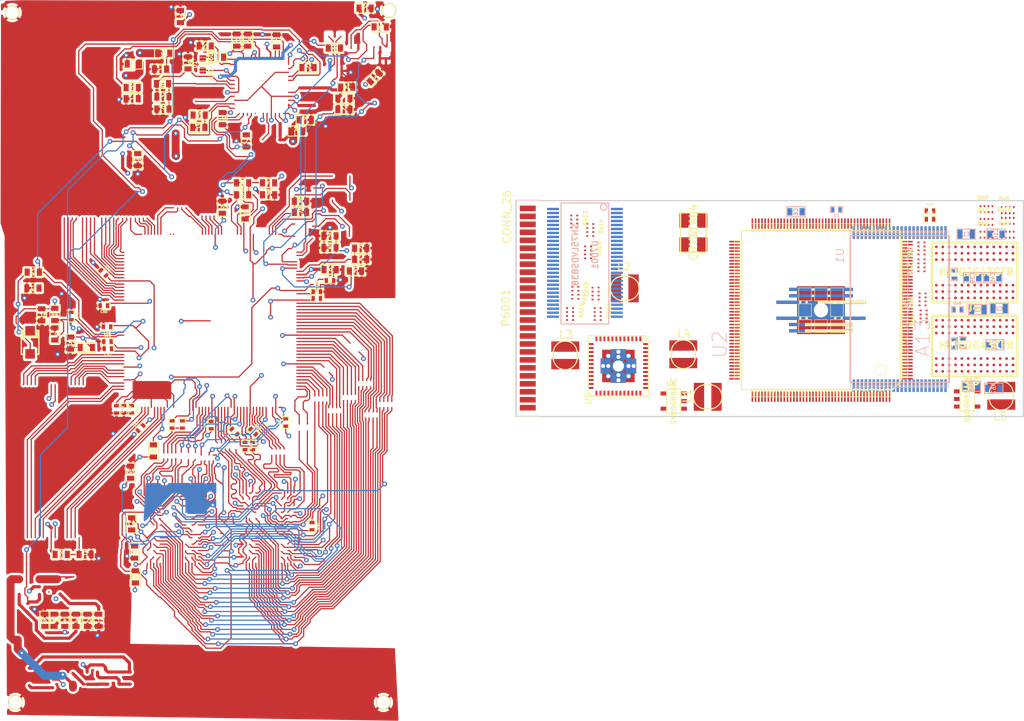
<source format=kicad_pcb>
(kicad_pcb (version 3) (host pcbnew "(2013-jul-14)-testing")
  (layers (15 F.Cu signal) (4 GND1.Cu power) (3 Inner3.Cu signal) (2 GND2.Cu power hide) (1 Inner1.Cu power) (0 B.Cu signal) (18 B.Paste user) (19 F.Paste user) (20 B.SilkS user) (21 F.SilkS user) (22 B.Mask user) (23 F.Mask user) (28 Edge.Cuts user))
  (net 0 "")
  (net 1 +3.3V)
  (net 2 /DRAM/CPU_A0)
  (net 3 /DRAM/CPU_A1)
  (net 4 /DRAM/CPU_A10)
  (net 5 /DRAM/CPU_A11)
  (net 6 /DRAM/CPU_A12)
  (net 7 /DRAM/CPU_A13)
  (net 8 /DRAM/CPU_A14)
  (net 9 /DRAM/CPU_A2)
  (net 10 /DRAM/CPU_A3)
  (net 11 /DRAM/CPU_A4)
  (net 12 /DRAM/CPU_A5)
  (net 13 /DRAM/CPU_A6)
  (net 14 /DRAM/CPU_A7)
  (net 15 /DRAM/CPU_A8)
  (net 16 /DRAM/CPU_A9)
  (net 17 /DRAM/CPU_BA0)
  (net 18 /DRAM/CPU_BA1)
  (net 19 /DRAM/CPU_BA2)
  (net 20 /DRAM/CPU_CAS)
  (net 21 /DRAM/CPU_CK)
  (net 22 /DRAM/CPU_CKE)
  (net 23 /DRAM/CPU_CK_N)
  (net 24 /DRAM/CPU_D0)
  (net 25 /DRAM/CPU_D1)
  (net 26 /DRAM/CPU_D10)
  (net 27 /DRAM/CPU_D11)
  (net 28 /DRAM/CPU_D12)
  (net 29 /DRAM/CPU_D13)
  (net 30 /DRAM/CPU_D14)
  (net 31 /DRAM/CPU_D15)
  (net 32 /DRAM/CPU_D2)
  (net 33 /DRAM/CPU_D3)
  (net 34 /DRAM/CPU_D4)
  (net 35 /DRAM/CPU_D5)
  (net 36 /DRAM/CPU_D6)
  (net 37 /DRAM/CPU_D7)
  (net 38 /DRAM/CPU_D8)
  (net 39 /DRAM/CPU_D9)
  (net 40 /DRAM/CPU_DM0)
  (net 41 /DRAM/CPU_DM1)
  (net 42 /DRAM/CPU_DQS0)
  (net 43 /DRAM/CPU_DQS0_N)
  (net 44 /DRAM/CPU_DQS1)
  (net 45 /DRAM/CPU_DQS1_N)
  (net 46 /DRAM/CPU_MEMRST)
  (net 47 /DRAM/CPU_ODT)
  (net 48 /DRAM/CPU_RAS)
  (net 49 /DRAM/CPU_WE)
  (net 50 /DRAM/DDR3_A0)
  (net 51 /DRAM/DDR3_A1)
  (net 52 /DRAM/DDR3_A10)
  (net 53 /DRAM/DDR3_A11)
  (net 54 /DRAM/DDR3_A12)
  (net 55 /DRAM/DDR3_A13)
  (net 56 /DRAM/DDR3_A14)
  (net 57 /DRAM/DDR3_A2)
  (net 58 /DRAM/DDR3_A3)
  (net 59 /DRAM/DDR3_A4)
  (net 60 /DRAM/DDR3_A5)
  (net 61 /DRAM/DDR3_A6)
  (net 62 /DRAM/DDR3_A7)
  (net 63 /DRAM/DDR3_A8)
  (net 64 /DRAM/DDR3_A9)
  (net 65 /DRAM/DDR3_BA0)
  (net 66 /DRAM/DDR3_BA1)
  (net 67 /DRAM/DDR3_BA2)
  (net 68 /DRAM/DDR3_CAS)
  (net 69 /DRAM/DDR3_CK)
  (net 70 /DRAM/DDR3_CKE)
  (net 71 /DRAM/DDR3_CK_N)
  (net 72 /DRAM/DDR3_D0)
  (net 73 /DRAM/DDR3_D1)
  (net 74 /DRAM/DDR3_D10)
  (net 75 /DRAM/DDR3_D11)
  (net 76 /DRAM/DDR3_D12)
  (net 77 /DRAM/DDR3_D13)
  (net 78 /DRAM/DDR3_D14)
  (net 79 /DRAM/DDR3_D15)
  (net 80 /DRAM/DDR3_D2)
  (net 81 /DRAM/DDR3_D3)
  (net 82 /DRAM/DDR3_D4)
  (net 83 /DRAM/DDR3_D5)
  (net 84 /DRAM/DDR3_D6)
  (net 85 /DRAM/DDR3_D7)
  (net 86 /DRAM/DDR3_D8)
  (net 87 /DRAM/DDR3_D9)
  (net 88 /DRAM/DDR3_DM0)
  (net 89 /DRAM/DDR3_DM1)
  (net 90 /DRAM/DDR3_DQS0)
  (net 91 /DRAM/DDR3_DQS0_N)
  (net 92 /DRAM/DDR3_DQS1)
  (net 93 /DRAM/DDR3_DQS1_N)
  (net 94 /DRAM/DDR3_ODT)
  (net 95 /DRAM/DDR3_RAS)
  (net 96 /DRAM/DDR3_RST)
  (net 97 /DRAM/DDR3_WE)
  (net 98 /NAND/NALE)
  (net 99 /NAND/NAND_WP)
  (net 100 /NAND/NCE0)
  (net 101 /NAND/NCE1)
  (net 102 /NAND/NCLE)
  (net 103 /NAND/NDQ0)
  (net 104 /NAND/NDQ1)
  (net 105 /NAND/NDQ2)
  (net 106 /NAND/NDQ3)
  (net 107 /NAND/NDQ4)
  (net 108 /NAND/NDQ5)
  (net 109 /NAND/NDQ6)
  (net 110 /NAND/NDQ7)
  (net 111 /NAND/NRB0)
  (net 112 /NAND/NRB1)
  (net 113 /NAND/NRE)
  (net 114 /NAND/NWE)
  (net 115 /power/VDD_CPU)
  (net 116 /power/VDD_INT)
  (net 117 5V_EXT)
  (net 118 5V_OTG)
  (net 119 BACKUP)
  (net 120 CLKOUTM)
  (net 121 CLKOUTP)
  (net 122 EXTEN)
  (net 123 GND)
  (net 124 IPSOUT)
  (net 125 LCD_CLK)
  (net 126 LCD_DE)
  (net 127 LCD_HSYNC)
  (net 128 LCD_VSYNC)
  (net 129 LDO4_3V3_200MA)
  (net 130 N-00000105)
  (net 131 N-00000106)
  (net 132 N-00000107)
  (net 133 N-00000108)
  (net 134 N-00000109)
  (net 135 N-00000113)
  (net 136 N-00000114)
  (net 137 N-00000115)
  (net 138 N-00000116)
  (net 139 N-00000120)
  (net 140 N-00000122)
  (net 141 N-00000124)
  (net 142 N-00000125)
  (net 143 N-00000126)
  (net 144 N-00000127)
  (net 145 N-00000128)
  (net 146 N-00000129)
  (net 147 N-00000130)
  (net 148 N-00000132)
  (net 149 N-00000133)
  (net 150 N-00000134)
  (net 151 N-00000135)
  (net 152 N-00000136)
  (net 153 N-00000137)
  (net 154 N-00000138)
  (net 155 N-00000140)
  (net 156 N-00000141)
  (net 157 N-00000142)
  (net 158 N-00000143)
  (net 159 N-00000145)
  (net 160 N-00000146)
  (net 161 N-00000147)
  (net 162 N-00000148)
  (net 163 N-00000149)
  (net 164 N-00000150)
  (net 165 N-00000151)
  (net 166 N-00000162)
  (net 167 N-00000163)
  (net 168 N-0000017)
  (net 169 N-00000170)
  (net 170 N-00000171)
  (net 171 N-00000173)
  (net 172 N-00000176)
  (net 173 N-00000177)
  (net 174 N-00000178)
  (net 175 N-0000018)
  (net 176 N-00000181)
  (net 177 N-00000182)
  (net 178 N-00000183)
  (net 179 N-00000184)
  (net 180 N-00000186)
  (net 181 N-00000188)
  (net 182 N-00000189)
  (net 183 N-0000019)
  (net 184 N-00000191)
  (net 185 N-00000193)
  (net 186 N-00000195)
  (net 187 N-00000197)
  (net 188 N-00000199)
  (net 189 N-0000020)
  (net 190 N-00000202)
  (net 191 N-00000203)
  (net 192 N-00000204)
  (net 193 N-00000205)
  (net 194 N-00000206)
  (net 195 N-00000208)
  (net 196 N-00000209)
  (net 197 N-0000021)
  (net 198 N-00000210)
  (net 199 N-00000211)
  (net 200 N-00000213)
  (net 201 N-00000216)
  (net 202 N-00000217)
  (net 203 N-00000218)
  (net 204 N-00000219)
  (net 205 N-00000220)
  (net 206 N-00000221)
  (net 207 N-00000224)
  (net 208 N-00000225)
  (net 209 N-00000226)
  (net 210 N-00000227)
  (net 211 N-00000228)
  (net 212 N-00000229)
  (net 213 N-0000023)
  (net 214 N-00000230)
  (net 215 N-00000231)
  (net 216 N-00000232)
  (net 217 N-00000233)
  (net 218 N-00000235)
  (net 219 N-0000025)
  (net 220 N-00000263)
  (net 221 N-00000264)
  (net 222 N-00000267)
  (net 223 N-00000270)
  (net 224 N-00000271)
  (net 225 N-00000272)
  (net 226 N-00000273)
  (net 227 N-00000274)
  (net 228 N-00000275)
  (net 229 N-00000276)
  (net 230 N-00000277)
  (net 231 N-00000278)
  (net 232 N-00000279)
  (net 233 N-00000280)
  (net 234 N-00000281)
  (net 235 N-00000282)
  (net 236 N-00000283)
  (net 237 N-00000284)
  (net 238 N-00000285)
  (net 239 N-00000286)
  (net 240 N-00000287)
  (net 241 N-00000288)
  (net 242 N-00000289)
  (net 243 N-00000290)
  (net 244 N-00000291)
  (net 245 N-00000292)
  (net 246 N-00000293)
  (net 247 N-00000294)
  (net 248 N-00000295)
  (net 249 N-00000296)
  (net 250 N-00000297)
  (net 251 N-00000298)
  (net 252 N-00000299)
  (net 253 N-00000300)
  (net 254 N-00000301)
  (net 255 N-00000302)
  (net 256 N-00000303)
  (net 257 N-00000304)
  (net 258 N-00000305)
  (net 259 N-00000306)
  (net 260 N-00000307)
  (net 261 N-00000308)
  (net 262 N-00000309)
  (net 263 N-00000310)
  (net 264 N-00000311)
  (net 265 N-00000312)
  (net 266 N-00000313)
  (net 267 N-00000314)
  (net 268 N-00000325)
  (net 269 N-00000326)
  (net 270 N-00000327)
  (net 271 N-00000328)
  (net 272 N-00000329)
  (net 273 N-00000330)
  (net 274 N-00000331)
  (net 275 N-0000052)
  (net 276 N-0000056)
  (net 277 NMI_N)
  (net 278 PD10)
  (net 279 PD11)
  (net 280 PD12)
  (net 281 PD13)
  (net 282 PD14)
  (net 283 PD15)
  (net 284 PD18)
  (net 285 PD19)
  (net 286 PD2)
  (net 287 PD20)
  (net 288 PD21)
  (net 289 PD22)
  (net 290 PD23)
  (net 291 PD3)
  (net 292 PD4)
  (net 293 PD5)
  (net 294 PD6)
  (net 295 PD7)
  (net 296 PIN0)
  (net 297 PIN1)
  (net 298 PIN2)
  (net 299 PIN3)
  (net 300 PWM)
  (net 301 PWR_BUT)
  (net 302 RESET)
  (net 303 RESET_SW2)
  (net 304 SDC0_CLK)
  (net 305 SDC0_CMD)
  (net 306 SDC0_D0)
  (net 307 SDC0_D1)
  (net 308 SDC0_D2)
  (net 309 SDC0_D3)
  (net 310 SVREF)
  (net 311 TWI0_SCK)
  (net 312 TWI0_SDA)
  (net 313 TWI2_SCK)
  (net 314 TWI2_SDA)
  (net 315 UART1_RX)
  (net 316 UART1_TX)
  (net 317 UBOOT)
  (net 318 USB0-DRV)
  (net 319 USB_UDM0)
  (net 320 USB_UDP0)
  (net 321 VDD_RTC)
  (net 322 VMEM)
  (net 323 VPP)
  (net 324 Y0M)
  (net 325 Y0P)
  (net 326 Y1M)
  (net 327 Y1P)
  (net 328 Y2M)
  (net 329 Y2P)
  (net 330 Y3M)
  (net 331 Y3P)
  (module 1pin (layer F.Cu) (at 89.05 138.85)
    (fp_text reference P6 hide)
    (fp_text value CONN_1 hide)
    (pad 1 thru_hole circle (at 0 0) (size 1.8 1.8) (drill 1.5) (layers *.Cu *.Mask F.SilkS) (net 123 GND))
  )
  (module 1pin (layer F.Cu) (at 135.2 138.85)
    (fp_text reference P9 hide)
    (fp_text value CONN_1 hide)
    (pad 1 thru_hole circle (at 0 0) (size 1.8 1.8) (drill 1.5) (layers *.Cu *.Mask F.SilkS) (net 123 GND))
  )
  (module 1pin (layer F.Cu) (at 135.9 52.1)
    (fp_text reference P7 hide)
    (fp_text value CONN_1 hide)
    (pad 1 thru_hole circle (at 0 0) (size 1.8 1.8) (drill 1.5) (layers *.Cu *.Mask F.SilkS) (net 123 GND))
  )
  (module 1pin (layer F.Cu) (at 88.65 52.35)
    (fp_text reference P8 hide)
    (fp_text value CONN_1 hide)
    (pad 1 thru_hole circle (at 0 0) (size 1.8 1.8) (drill 1.5) (layers *.Cu *.Mask F.SilkS) (net 123 GND))
  )
  (module SOD123 (layer F.Cu) (at 90.9 93.7 270)
    (fp_text reference D2 hide)
    (fp_text value "1N5819(S4SOD-123)" hide)
    (pad 1 smd rect (at -1.45034 0 270) (size 1.19888 1.19888) (layers F.Cu F.Paste F.Mask) (net 1 +3.3V))
    (pad 2 smd rect (at 1.45034 0 270) (size 1.19888 1.19888) (layers F.Cu F.Paste F.Mask) (net 172 N-00000176))
  )
  (module LED-0603 (layer F.Cu) (at 112.55 58.85 90)
    (fp_text reference D1 (at 0 -1.016 90) (layer F.SilkS) (effects (font (size 0.508 0.508) (thickness 0.127))))
    (fp_text value LED/0603 (at 0 1.016 90) (layer F.SilkS) (effects (font (size 0.508 0.508) (thickness 0.127))))
    (pad 1 smd rect (at -0.7493 0 90) (size 0.79756 0.79756) (layers F.Cu F.Paste F.Mask) (net 124 IPSOUT))
    (pad 2 smd rect (at 0.7493 0 90) (size 0.79756 0.79756) (layers F.Cu F.Paste F.Mask) (net 196 N-00000209))
  )
  (module SM0603_Capa (layer B.Cu) (at 209.732809 89.599776)
    (fp_text reference C3 (at 0 0) (layer B.SilkS) (effects (font (size 0.508 0.4572) (thickness 0.1143)) (justify mirror)))
    (fp_text value 100nF hide)
    (pad 1 smd rect (at -0.762 0) (size 0.635 1.143) (layers B.Cu B.Paste B.Mask) (net 322 VMEM))
    (pad 2 smd rect (at 0.762 0) (size 0.635 1.143) (layers B.Cu B.Paste B.Mask) (net 276 N-0000056))
  )
  (module SM0603_Capa (layer B.Cu) (at 212.399469 89.466443)
    (fp_text reference C2 (at 0 0) (layer B.SilkS) (effects (font (size 0.508 0.4572) (thickness 0.1143)) (justify mirror)))
    (fp_text value 100nF hide)
    (pad 1 smd rect (at -0.762 0) (size 0.635 1.143) (layers B.Cu B.Paste B.Mask) (net 276 N-0000056))
    (pad 2 smd rect (at 0.762 0) (size 0.635 1.143) (layers B.Cu B.Paste B.Mask) (net 123 GND))
  )
  (module SM0603_Capa (layer B.Cu) (at 208.266146 80.133133 180)
    (fp_text reference C1 (at 0 0 180) (layer B.SilkS) (effects (font (size 0.508 0.4572) (thickness 0.1143)) (justify mirror)))
    (fp_text value 100nF hide)
    (pad 1 smd rect (at -0.762 0 180) (size 0.635 1.143) (layers B.Cu B.Paste B.Mask) (net 276 N-0000056))
    (pad 2 smd rect (at 0.762 0 180) (size 0.635 1.143) (layers B.Cu B.Paste B.Mask) (net 123 GND))
  )
  (module SOT23-5 (layer F.Cu) (at 171.599571 101.066414 90)
    (fp_text reference U6 (at 2.19964 -0.29972 180) (layer F.SilkS) (effects (font (size 0.635 0.635) (thickness 0.127))))
    (fp_text value SY8008BAAC (at 0 0 90) (layer F.SilkS) (effects (font (size 0.635 0.635) (thickness 0.127))))
    (pad 1 smd rect (at -0.9525 1.27 90) (size 0.508 0.762) (layers F.Cu F.Paste F.Mask) (net 122 EXTEN))
    (pad 3 smd rect (at 0.9525 1.27 90) (size 0.508 0.762) (layers F.Cu F.Paste F.Mask) (net 167 N-00000163))
    (pad 5 smd rect (at -0.9525 -1.27 90) (size 0.508 0.762) (layers F.Cu F.Paste F.Mask) (net 166 N-00000162))
    (pad 2 smd rect (at 0 1.27 90) (size 0.508 0.762) (layers F.Cu F.Paste F.Mask) (net 123 GND))
    (pad 4 smd rect (at 0.9525 -1.27 90) (size 0.508 0.762) (layers F.Cu F.Paste F.Mask) (net 124 IPSOUT))
  )
  (module SOT23-5 (layer F.Cu) (at 208.399479 100.799748 270)
    (fp_text reference U7 (at 2.19964 -0.29972 360) (layer F.SilkS) (effects (font (size 0.635 0.635) (thickness 0.127))))
    (fp_text value SY8008BAAC (at 0 0 270) (layer F.SilkS) (effects (font (size 0.635 0.635) (thickness 0.127))))
    (pad 1 smd rect (at -0.9525 1.27 270) (size 0.508 0.762) (layers F.Cu F.Paste F.Mask) (net 323 VPP))
    (pad 3 smd rect (at 0.9525 1.27 270) (size 0.508 0.762) (layers F.Cu F.Paste F.Mask) (net 170 N-00000171))
    (pad 5 smd rect (at -0.9525 -1.27 270) (size 0.508 0.762) (layers F.Cu F.Paste F.Mask) (net 169 N-00000170))
    (pad 2 smd rect (at 0 1.27 270) (size 0.508 0.762) (layers F.Cu F.Paste F.Mask) (net 123 GND))
    (pad 4 smd rect (at 0.9525 -1.27 270) (size 0.508 0.762) (layers F.Cu F.Paste F.Mask) (net 124 IPSOUT))
  )
  (module CD32 (layer F.Cu) (at 212.666135 100.399749 180)
    (fp_text reference L5 (at 0.1 -2.6 180) (layer F.SilkS))
    (fp_text value 2.2uH/1.5A/DCR<0.1R/CD32 hide)
    (pad 1 smd rect (at 0 -1.1 180) (size 3.5 1.3) (layers F.Cu F.Paste F.Mask) (net 170 N-00000171))
    (pad 2 smd rect (at 0 1.1 180) (size 3.5 1.3) (layers F.Cu F.Paste F.Mask) (net 322 VMEM))
  )
  (module CD32 (layer F.Cu) (at 175.866227 100.533082 90)
    (fp_text reference L1 (at 0.1 -2.6 90) (layer F.SilkS))
    (fp_text value 2.2uH/1.5A/DCR<0.1R/CD32 hide)
    (pad 1 smd rect (at 0 -1.1 90) (size 3.5 1.3) (layers F.Cu F.Paste F.Mask) (net 167 N-00000163))
    (pad 2 smd rect (at 0 1.1 90) (size 3.5 1.3) (layers F.Cu F.Paste F.Mask) (net 1 +3.3V))
  )
  (module SM0402 (layer F.Cu) (at 203.732824 78.266471 180)
    (fp_text reference R17 (at 0 0.762 180) (layer F.SilkS) (effects (font (size 0.3048 0.3048) (thickness 0.0762))))
    (fp_text value 22R hide)
    (pad 1 smd rect (at -0.44958 0 180) (size 0.39878 0.59944) (layers F.Cu F.Paste F.Mask) (net 69 /DRAM/DDR3_CK))
    (pad 2 smd rect (at 0.44958 0 180) (size 0.39878 0.59944) (layers F.Cu F.Paste F.Mask) (net 21 /DRAM/CPU_CK))
  )
  (module SM0402 (layer F.Cu) (at 203.732824 77.199807 180)
    (fp_text reference R18 (at 0 0.762 180) (layer F.SilkS) (effects (font (size 0.3048 0.3048) (thickness 0.0762))))
    (fp_text value 22R hide)
    (pad 1 smd rect (at -0.44958 0 180) (size 0.39878 0.59944) (layers F.Cu F.Paste F.Mask) (net 71 /DRAM/DDR3_CK_N))
    (pad 2 smd rect (at 0.44958 0 180) (size 0.39878 0.59944) (layers F.Cu F.Paste F.Mask) (net 23 /DRAM/CPU_CK_N))
  )
  (module SM0402 (layer B.Cu) (at 206.799483 93.866432 90)
    (fp_text reference R19 (at 0 -0.762 90) (layer B.SilkS) (effects (font (size 0.3048 0.3048) (thickness 0.0762)) (justify mirror)))
    (fp_text value 22R hide)
    (pad 1 smd rect (at -0.44958 0 90) (size 0.39878 0.59944) (layers B.Cu B.Paste B.Mask) (net 90 /DRAM/DDR3_DQS0))
    (pad 2 smd rect (at 0.44958 0 90) (size 0.39878 0.59944) (layers B.Cu B.Paste B.Mask) (net 42 /DRAM/CPU_DQS0))
  )
  (module SM0402 (layer B.Cu) (at 207.866147 93.733099 90)
    (fp_text reference R20 (at 0 -0.762 90) (layer B.SilkS) (effects (font (size 0.3048 0.3048) (thickness 0.0762)) (justify mirror)))
    (fp_text value 22R hide)
    (pad 1 smd rect (at -0.44958 0 90) (size 0.39878 0.59944) (layers B.Cu B.Paste B.Mask) (net 91 /DRAM/DDR3_DQS0_N))
    (pad 2 smd rect (at 0.44958 0 90) (size 0.39878 0.59944) (layers B.Cu B.Paste B.Mask) (net 43 /DRAM/CPU_DQS0_N))
  )
  (module SM0402 (layer F.Cu) (at 118.8 106.7 90)
    (fp_text reference R22 (at 0 0.762 90) (layer F.SilkS) (effects (font (size 0.3048 0.3048) (thickness 0.0762))))
    (fp_text value 22R hide)
    (pad 1 smd rect (at -0.44958 0 90) (size 0.39878 0.59944) (layers F.Cu F.Paste F.Mask) (net 93 /DRAM/DDR3_DQS1_N))
    (pad 2 smd rect (at 0.44958 0 90) (size 0.39878 0.59944) (layers F.Cu F.Paste F.Mask) (net 45 /DRAM/CPU_DQS1_N))
  )
  (module SM0402 (layer B.Cu) (at 207.199482 89.599776)
    (fp_text reference R42 (at 0 -0.762) (layer B.SilkS) (effects (font (size 0.3048 0.3048) (thickness 0.0762)) (justify mirror)))
    (fp_text value 22R hide)
    (pad 1 smd rect (at -0.44958 0) (size 0.39878 0.59944) (layers B.Cu B.Paste B.Mask) (net 40 /DRAM/CPU_DM0))
    (pad 2 smd rect (at 0.44958 0) (size 0.39878 0.59944) (layers B.Cu B.Paste B.Mask) (net 88 /DRAM/DDR3_DM0))
  )
  (module SM0402 (layer B.Cu) (at 206.799483 85.199787 90)
    (fp_text reference R43 (at 0 -0.762 90) (layer B.SilkS) (effects (font (size 0.3048 0.3048) (thickness 0.0762)) (justify mirror)))
    (fp_text value 22R hide)
    (pad 1 smd rect (at -0.44958 0 90) (size 0.39878 0.59944) (layers B.Cu B.Paste B.Mask) (net 41 /DRAM/CPU_DM1))
    (pad 2 smd rect (at 0.44958 0 90) (size 0.39878 0.59944) (layers B.Cu B.Paste B.Mask) (net 89 /DRAM/DDR3_DM1))
  )
  (module SM0402 (layer F.Cu) (at 117.85 106.7 90)
    (fp_text reference R21 (at 0 0.762 90) (layer F.SilkS) (effects (font (size 0.3048 0.3048) (thickness 0.0762))))
    (fp_text value 22R hide)
    (pad 1 smd rect (at -0.44958 0 90) (size 0.39878 0.59944) (layers F.Cu F.Paste F.Mask) (net 92 /DRAM/DDR3_DQS1))
    (pad 2 smd rect (at 0.44958 0 90) (size 0.39878 0.59944) (layers F.Cu F.Paste F.Mask) (net 44 /DRAM/CPU_DQS1))
  )
  (module SM0402 (layer F.Cu) (at 126.25 116.75 90)
    (fp_text reference R50 (at 0 0.762 90) (layer F.SilkS) (effects (font (size 0.3048 0.3048) (thickness 0.0762))))
    (fp_text value 240R/1% hide)
    (pad 1 smd rect (at -0.44958 0 90) (size 0.39878 0.59944) (layers F.Cu F.Paste F.Mask) (net 219 N-0000025))
    (pad 2 smd rect (at 0.44958 0 90) (size 0.39878 0.59944) (layers F.Cu F.Paste F.Mask) (net 123 GND))
  )
  (module SM0402 (layer F.Cu) (at 116.5225 104.902 315)
    (fp_text reference C5 (at 0 0.762 315) (layer F.SilkS) (effects (font (size 0.3048 0.3048) (thickness 0.0762))))
    (fp_text value 100nF hide)
    (pad 1 smd rect (at -0.44958 0 315) (size 0.39878 0.59944) (layers F.Cu F.Paste F.Mask) (net 322 VMEM))
    (pad 2 smd rect (at 0.44958 0 315) (size 0.39878 0.59944) (layers F.Cu F.Paste F.Mask) (net 123 GND))
  )
  (module SM0402 (layer F.Cu) (at 122.95 103.75 270)
    (fp_text reference C6 (at 0 0.762 270) (layer F.SilkS) (effects (font (size 0.3048 0.3048) (thickness 0.0762))))
    (fp_text value 100nF hide)
    (pad 1 smd rect (at -0.44958 0 270) (size 0.39878 0.59944) (layers F.Cu F.Paste F.Mask) (net 322 VMEM))
    (pad 2 smd rect (at 0.44958 0 270) (size 0.39878 0.59944) (layers F.Cu F.Paste F.Mask) (net 123 GND))
  )
  (module SM0402 (layer F.Cu) (at 100.15 89.1)
    (fp_text reference C66 (at 0 0.762) (layer F.SilkS) (effects (font (size 0.3048 0.3048) (thickness 0.0762))))
    (fp_text value 22uF/6.3V hide)
    (pad 1 smd rect (at -0.44958 0) (size 0.39878 0.59944) (layers F.Cu F.Paste F.Mask) (net 123 GND))
    (pad 2 smd rect (at 0.44958 0) (size 0.39878 0.59944) (layers F.Cu F.Paste F.Mask) (net 116 /power/VDD_INT))
  )
  (module SM0402 (layer F.Cu) (at 118.872 104.902 135)
    (fp_text reference C59 (at 0 0.762 135) (layer F.SilkS) (effects (font (size 0.3048 0.3048) (thickness 0.0762))))
    (fp_text value 10uF/6.3V hide)
    (pad 1 smd rect (at -0.44958 0 135) (size 0.39878 0.59944) (layers F.Cu F.Paste F.Mask) (net 123 GND))
    (pad 2 smd rect (at 0.44958 0 135) (size 0.39878 0.59944) (layers F.Cu F.Paste F.Mask) (net 116 /power/VDD_INT))
  )
  (module SM0402 (layer F.Cu) (at 126.85 88.2 180)
    (fp_text reference C60 (at 0 0.85 270) (layer F.SilkS) (effects (font (size 0.3048 0.3048) (thickness 0.0762))))
    (fp_text value 100nF hide)
    (pad 1 smd rect (at -0.44958 0 180) (size 0.39878 0.59944) (layers F.Cu F.Paste F.Mask) (net 123 GND))
    (pad 2 smd rect (at 0.44958 0 180) (size 0.39878 0.59944) (layers F.Cu F.Paste F.Mask) (net 116 /power/VDD_INT))
  )
  (module SM0402 (layer F.Cu) (at 100.6 93.6 180)
    (fp_text reference C58 (at 0 0.762 180) (layer F.SilkS) (effects (font (size 0.3048 0.3048) (thickness 0.0762))))
    (fp_text value 22uF/6.3V hide)
    (pad 1 smd rect (at -0.44958 0 180) (size 0.39878 0.59944) (layers F.Cu F.Paste F.Mask) (net 1 +3.3V))
    (pad 2 smd rect (at 0.44958 0 180) (size 0.39878 0.59944) (layers F.Cu F.Paste F.Mask) (net 123 GND))
  )
  (module SM0402 (layer F.Cu) (at 100.1 85 135)
    (fp_text reference C61 (at 0 0.762 135) (layer F.SilkS) (effects (font (size 0.3048 0.3048) (thickness 0.0762))))
    (fp_text value 100nF hide)
    (pad 1 smd rect (at -0.44958 0 135) (size 0.39878 0.59944) (layers F.Cu F.Paste F.Mask) (net 1 +3.3V))
    (pad 2 smd rect (at 0.44958 0 135) (size 0.39878 0.59944) (layers F.Cu F.Paste F.Mask) (net 123 GND))
  )
  (module SM0402 (layer F.Cu) (at 96.05 90.4 90)
    (fp_text reference C70 (at 0 0.762 90) (layer F.SilkS) (effects (font (size 0.3048 0.3048) (thickness 0.0762))))
    (fp_text value 1uF hide)
    (pad 1 smd rect (at -0.44958 0 90) (size 0.39878 0.59944) (layers F.Cu F.Paste F.Mask) (net 302 RESET))
    (pad 2 smd rect (at 0.44958 0 90) (size 0.39878 0.59944) (layers F.Cu F.Paste F.Mask) (net 123 GND))
  )
  (module SM0402 (layer F.Cu) (at 126.85 87.35 180)
    (fp_text reference C68 (at 0 1 270) (layer F.SilkS) (effects (font (size 0.3048 0.3048) (thickness 0.0762))))
    (fp_text value 10uF/6.3V hide)
    (pad 1 smd rect (at -0.44958 0 180) (size 0.39878 0.59944) (layers F.Cu F.Paste F.Mask) (net 123 GND))
    (pad 2 smd rect (at 0.44958 0 180) (size 0.39878 0.59944) (layers F.Cu F.Paste F.Mask) (net 171 N-00000173))
  )
  (module SM0402 (layer F.Cu) (at 128.5 85.95 180)
    (fp_text reference C69 (at 0 0 270) (layer F.SilkS) (effects (font (size 0.3048 0.3048) (thickness 0.0762))))
    (fp_text value 100nF hide)
    (pad 1 smd rect (at -0.44958 0 180) (size 0.39878 0.59944) (layers F.Cu F.Paste F.Mask) (net 123 GND))
    (pad 2 smd rect (at 0.44958 0 180) (size 0.39878 0.59944) (layers F.Cu F.Paste F.Mask) (net 171 N-00000173))
  )
  (module SM0402 (layer F.Cu) (at 100.6475 94.488)
    (fp_text reference C52 (at 0 0.762) (layer F.SilkS) (effects (font (size 0.3048 0.3048) (thickness 0.0762))))
    (fp_text value 100nF hide)
    (pad 1 smd rect (at -0.44958 0) (size 0.39878 0.59944) (layers F.Cu F.Paste F.Mask) (net 123 GND))
    (pad 2 smd rect (at 0.44958 0) (size 0.39878 0.59944) (layers F.Cu F.Paste F.Mask) (net 115 /power/VDD_CPU))
  )
  (module SM0402 (layer F.Cu) (at 103.632 102.108 90)
    (fp_text reference C44 (at 0 0.762 90) (layer F.SilkS) (effects (font (size 0.3048 0.3048) (thickness 0.0762))))
    (fp_text value 22uF/6.3V hide)
    (pad 1 smd rect (at -0.44958 0 90) (size 0.39878 0.59944) (layers F.Cu F.Paste F.Mask) (net 123 GND))
    (pad 2 smd rect (at 0.44958 0 90) (size 0.39878 0.59944) (layers F.Cu F.Paste F.Mask) (net 115 /power/VDD_CPU))
  )
  (module SM0402 (layer F.Cu) (at 101.727 102.108 90)
    (fp_text reference C45 (at 0 0.762 90) (layer F.SilkS) (effects (font (size 0.3048 0.3048) (thickness 0.0762))))
    (fp_text value 100nF hide)
    (pad 1 smd rect (at -0.44958 0 90) (size 0.39878 0.59944) (layers F.Cu F.Paste F.Mask) (net 123 GND))
    (pad 2 smd rect (at 0.44958 0 90) (size 0.39878 0.59944) (layers F.Cu F.Paste F.Mask) (net 115 /power/VDD_CPU))
  )
  (module SM0402 (layer F.Cu) (at 102.65 102.1 90)
    (fp_text reference C46 (at 0 0.762 90) (layer F.SilkS) (effects (font (size 0.3048 0.3048) (thickness 0.0762))))
    (fp_text value 10uF/6.3V hide)
    (pad 1 smd rect (at -0.44958 0 90) (size 0.39878 0.59944) (layers F.Cu F.Paste F.Mask) (net 123 GND))
    (pad 2 smd rect (at 0.44958 0 90) (size 0.39878 0.59944) (layers F.Cu F.Paste F.Mask) (net 115 /power/VDD_CPU))
  )
  (module SM0402 (layer F.Cu) (at 100.55 91.75)
    (fp_text reference C48 (at 0 0.762) (layer F.SilkS) (effects (font (size 0.3048 0.3048) (thickness 0.0762))))
    (fp_text value 10uF/6.3V hide)
    (pad 1 smd rect (at -0.44958 0) (size 0.39878 0.59944) (layers F.Cu F.Paste F.Mask) (net 123 GND))
    (pad 2 smd rect (at 0.44958 0) (size 0.39878 0.59944) (layers F.Cu F.Paste F.Mask) (net 115 /power/VDD_CPU))
  )
  (module SM0402 (layer F.Cu) (at 113.6015 104.0765 270)
    (fp_text reference C4 (at 0 0.762 270) (layer F.SilkS) (effects (font (size 0.3048 0.3048) (thickness 0.0762))))
    (fp_text value 100nF hide)
    (pad 1 smd rect (at -0.44958 0 270) (size 0.39878 0.59944) (layers F.Cu F.Paste F.Mask) (net 322 VMEM))
    (pad 2 smd rect (at 0.44958 0 270) (size 0.39878 0.59944) (layers F.Cu F.Paste F.Mask) (net 123 GND))
  )
  (module SM0402 (layer B.Cu) (at 191.99952 77.066474 180)
    (fp_text reference C7 (at 0 -0.762 180) (layer B.SilkS) (effects (font (size 0.3048 0.3048) (thickness 0.0762)) (justify mirror)))
    (fp_text value 100nF hide)
    (pad 1 smd rect (at -0.44958 0 180) (size 0.39878 0.59944) (layers B.Cu B.Paste B.Mask) (net 322 VMEM))
    (pad 2 smd rect (at 0.44958 0 180) (size 0.39878 0.59944) (layers B.Cu B.Paste B.Mask) (net 123 GND))
  )
  (module SM0402 (layer F.Cu) (at 104.75 104.45 225)
    (fp_text reference C67 (at 0 0.762 225) (layer F.SilkS) (effects (font (size 0.3048 0.3048) (thickness 0.0762))))
    (fp_text value 100nF hide)
    (pad 1 smd rect (at -0.44958 0 225) (size 0.39878 0.59944) (layers F.Cu F.Paste F.Mask) (net 1 +3.3V))
    (pad 2 smd rect (at 0.44958 0 225) (size 0.39878 0.59944) (layers F.Cu F.Paste F.Mask) (net 123 GND))
  )
  (module SM0402 (layer F.Cu) (at 110 104 270)
    (fp_text reference C55 (at 0 1.3 360) (layer F.SilkS) (effects (font (size 0.3048 0.3048) (thickness 0.0762))))
    (fp_text value 100nF hide)
    (pad 1 smd rect (at -0.44958 0 270) (size 0.39878 0.59944) (layers F.Cu F.Paste F.Mask) (net 310 SVREF))
    (pad 2 smd rect (at 0.44958 0 270) (size 0.39878 0.59944) (layers F.Cu F.Paste F.Mask) (net 174 N-00000178))
  )
  (module SM0402 (layer F.Cu) (at 108.7 104 90)
    (fp_text reference C47 (at 0 1.3 180) (layer F.SilkS) (effects (font (size 0.3048 0.3048) (thickness 0.0762))))
    (fp_text value 100nF hide)
    (pad 1 smd rect (at -0.44958 0 90) (size 0.39878 0.59944) (layers F.Cu F.Paste F.Mask) (net 123 GND))
    (pad 2 smd rect (at 0.44958 0 90) (size 0.39878 0.59944) (layers F.Cu F.Paste F.Mask) (net 115 /power/VDD_CPU))
  )
  (module C5032 (layer F.Cu) (at 174.066231 79.933133 270)
    (fp_text reference X1 (at 0 0 270) (layer F.SilkS))
    (fp_text value CRYSTAL4 (at 0 0 270) (layer F.SilkS))
    (pad 4 smd rect (at -1.5 -1.1 270) (size 1.8 1.3) (layers F.Cu F.Paste F.Mask) (net 123 GND))
    (pad 3 smd rect (at 1.5 -1.1 270) (size 1.8 1.3) (layers F.Cu F.Paste F.Mask) (net 221 N-00000264))
    (pad 1 smd rect (at -1.5 1.1 270) (size 1.8 1.3) (layers F.Cu F.Paste F.Mask) (net 220 N-00000263))
    (pad 2 smd rect (at 1.5 1.1 270) (size 1.8 1.3) (layers F.Cu F.Paste F.Mask) (net 123 GND))
  )
  (module SM0603A (layer F.Cu) (at 95.95 93.8 90)
    (fp_text reference C53 (at 0 0 180) (layer F.SilkS) (effects (font (size 0.508 0.4572) (thickness 0.1143))))
    (fp_text value 10uF/6.3V hide)
    (pad 1 smd rect (at -0.762 0 90) (size 0.635 0.9144) (layers F.Cu F.Paste F.Mask) (net 123 GND))
    (pad 2 smd rect (at 0.762 0 90) (size 0.635 0.9144) (layers F.Cu F.Paste F.Mask) (net 115 /power/VDD_CPU))
  )
  (module SM0603A (layer F.Cu) (at 92.35 90.25 270)
    (fp_text reference C16 (at 0 0 360) (layer F.SilkS) (effects (font (size 0.508 0.4572) (thickness 0.1143))))
    (fp_text value "NA(22uF/6.3V)" hide)
    (pad 1 smd rect (at -0.762 0 270) (size 0.635 0.9144) (layers F.Cu F.Paste F.Mask) (net 1 +3.3V))
    (pad 2 smd rect (at 0.762 0 270) (size 0.635 0.9144) (layers F.Cu F.Paste F.Mask) (net 123 GND))
  )
  (module SM0603A (layer F.Cu) (at 99.5 128.55 270)
    (fp_text reference C15 (at 0 0 360) (layer F.SilkS) (effects (font (size 0.508 0.4572) (thickness 0.1143))))
    (fp_text value 100nF hide)
    (pad 1 smd rect (at -0.762 0 270) (size 0.635 0.9144) (layers F.Cu F.Paste F.Mask) (net 1 +3.3V))
    (pad 2 smd rect (at 0.762 0 270) (size 0.635 0.9144) (layers F.Cu F.Paste F.Mask) (net 123 GND))
  )
  (module SM0603A (layer F.Cu) (at 97.8 120.3)
    (fp_text reference C14 (at 0 0 90) (layer F.SilkS) (effects (font (size 0.508 0.4572) (thickness 0.1143))))
    (fp_text value "NA(100nF)" hide)
    (pad 1 smd rect (at -0.762 0) (size 0.635 0.9144) (layers F.Cu F.Paste F.Mask) (net 99 /NAND/NAND_WP))
    (pad 2 smd rect (at 0.762 0) (size 0.635 0.9144) (layers F.Cu F.Paste F.Mask) (net 123 GND))
  )
  (module SM0603A (layer F.Cu) (at 129.05 56.8 180)
    (fp_text reference C18 (at 0 0 270) (layer F.SilkS) (effects (font (size 0.508 0.4572) (thickness 0.1143))))
    (fp_text value 1uF hide)
    (pad 1 smd rect (at -0.762 0 180) (size 0.635 0.9144) (layers F.Cu F.Paste F.Mask) (net 123 GND))
    (pad 2 smd rect (at 0.762 0 180) (size 0.635 0.9144) (layers F.Cu F.Paste F.Mask) (net 188 N-00000199))
  )
  (module SM0603A (layer F.Cu) (at 118.2 55.8 270)
    (fp_text reference C20 (at 0 0 360) (layer F.SilkS) (effects (font (size 0.508 0.4572) (thickness 0.1143))))
    (fp_text value 10uF/6.3V hide)
    (pad 1 smd rect (at -0.762 0 270) (size 0.635 0.9144) (layers F.Cu F.Paste F.Mask) (net 123 GND))
    (pad 2 smd rect (at 0.762 0 270) (size 0.635 0.9144) (layers F.Cu F.Paste F.Mask) (net 124 IPSOUT))
  )
  (module SM0603A (layer F.Cu) (at 112.05 66.75)
    (fp_text reference C19 (at 0 0 90) (layer F.SilkS) (effects (font (size 0.508 0.4572) (thickness 0.1143))))
    (fp_text value 1nF hide)
    (pad 1 smd rect (at -0.762 0) (size 0.635 0.9144) (layers F.Cu F.Paste F.Mask) (net 123 GND))
    (pad 2 smd rect (at 0.762 0) (size 0.635 0.9144) (layers F.Cu F.Paste F.Mask) (net 199 N-00000211))
  )
  (module SM0603A (layer F.Cu) (at 121.8 55.9 270)
    (fp_text reference C17 (at 0 0 360) (layer F.SilkS) (effects (font (size 0.508 0.4572) (thickness 0.1143))))
    (fp_text value 1uF hide)
    (pad 1 smd rect (at -0.762 0 270) (size 0.635 0.9144) (layers F.Cu F.Paste F.Mask) (net 123 GND))
    (pad 2 smd rect (at 0.762 0 270) (size 0.635 0.9144) (layers F.Cu F.Paste F.Mask) (net 198 N-00000210))
  )
  (module SM0603A (layer B.Cu) (at 211.99947 80.133133)
    (fp_text reference C10 (at 0 0 270) (layer B.SilkS) (effects (font (size 0.508 0.4572) (thickness 0.1143)) (justify mirror)))
    (fp_text value 100nF hide)
    (pad 1 smd rect (at -0.762 0) (size 0.635 0.9144) (layers B.Cu B.Paste B.Mask) (net 276 N-0000056))
    (pad 2 smd rect (at 0.762 0) (size 0.635 0.9144) (layers B.Cu B.Paste B.Mask) (net 123 GND))
  )
  (module SM0603A (layer F.Cu) (at 110.7 58.65 270)
    (fp_text reference C38 (at 0 0 360) (layer F.SilkS) (effects (font (size 0.508 0.4572) (thickness 0.1143))))
    (fp_text value 10uF/6.3V hide)
    (pad 1 smd rect (at -0.762 0 270) (size 0.635 0.9144) (layers F.Cu F.Paste F.Mask) (net 123 GND))
    (pad 2 smd rect (at 0.762 0 270) (size 0.635 0.9144) (layers F.Cu F.Paste F.Mask) (net 179 N-00000184))
  )
  (module SM0603A (layer F.Cu) (at 103.7 63.15)
    (fp_text reference C13 (at 0 0 90) (layer F.SilkS) (effects (font (size 0.508 0.4572) (thickness 0.1143))))
    (fp_text value 10uF/6.3V hide)
    (pad 1 smd rect (at -0.762 0) (size 0.635 0.9144) (layers F.Cu F.Paste F.Mask) (net 123 GND))
    (pad 2 smd rect (at 0.762 0) (size 0.635 0.9144) (layers F.Cu F.Paste F.Mask) (net 194 N-00000206))
  )
  (module SM0603A (layer F.Cu) (at 103.632 116.459 90)
    (fp_text reference C9 (at 0 0 180) (layer F.SilkS) (effects (font (size 0.508 0.4572) (thickness 0.1143))))
    (fp_text value 100nF hide)
    (pad 1 smd rect (at -0.762 0 90) (size 0.635 0.9144) (layers F.Cu F.Paste F.Mask) (net 322 VMEM))
    (pad 2 smd rect (at 0.762 0 90) (size 0.635 0.9144) (layers F.Cu F.Paste F.Mask) (net 123 GND))
  )
  (module SM0603A (layer F.Cu) (at 107.25 59.45)
    (fp_text reference C12 (at 0 0 90) (layer F.SilkS) (effects (font (size 0.508 0.4572) (thickness 0.1143))))
    (fp_text value 10uF/6.3V hide)
    (pad 1 smd rect (at -0.762 0) (size 0.635 0.9144) (layers F.Cu F.Paste F.Mask) (net 123 GND))
    (pad 2 smd rect (at 0.762 0) (size 0.635 0.9144) (layers F.Cu F.Paste F.Mask) (net 193 N-00000205))
  )
  (module SM0603A (layer F.Cu) (at 124.8 77.4 180)
    (fp_text reference C79 (at 0 0 270) (layer F.SilkS) (effects (font (size 0.508 0.4572) (thickness 0.1143))))
    (fp_text value 33pF hide)
    (pad 1 smd rect (at -0.762 0 180) (size 0.635 0.9144) (layers F.Cu F.Paste F.Mask) (net 123 GND))
    (pad 2 smd rect (at 0.762 0 180) (size 0.635 0.9144) (layers F.Cu F.Paste F.Mask) (net 220 N-00000263))
  )
  (module SM0603A (layer F.Cu) (at 116.8 55.8 270)
    (fp_text reference C11 (at 0 0 360) (layer F.SilkS) (effects (font (size 0.508 0.4572) (thickness 0.1143))))
    (fp_text value 10uF/6.3V hide)
    (pad 1 smd rect (at -0.762 0 270) (size 0.635 0.9144) (layers F.Cu F.Paste F.Mask) (net 123 GND))
    (pad 2 smd rect (at 0.762 0 270) (size 0.635 0.9144) (layers F.Cu F.Paste F.Mask) (net 124 IPSOUT))
  )
  (module SM0603A (layer F.Cu) (at 124.8 76 180)
    (fp_text reference C80 (at 0 0 270) (layer F.SilkS) (effects (font (size 0.508 0.4572) (thickness 0.1143))))
    (fp_text value 33pF hide)
    (pad 1 smd rect (at -0.762 0 180) (size 0.635 0.9144) (layers F.Cu F.Paste F.Mask) (net 123 GND))
    (pad 2 smd rect (at 0.762 0 180) (size 0.635 0.9144) (layers F.Cu F.Paste F.Mask) (net 220 N-00000263))
  )
  (module SM0603A (layer B.Cu) (at 186.932866 77.33314)
    (fp_text reference C8 (at 0 0 270) (layer B.SilkS) (effects (font (size 0.508 0.4572) (thickness 0.1143)) (justify mirror)))
    (fp_text value 100nF hide)
    (pad 1 smd rect (at -0.762 0) (size 0.635 0.9144) (layers B.Cu B.Paste B.Mask) (net 322 VMEM))
    (pad 2 smd rect (at 0.762 0) (size 0.635 0.9144) (layers B.Cu B.Paste B.Mask) (net 123 GND))
  )
  (module SM0603A (layer F.Cu) (at 97.95 94.35)
    (fp_text reference C54 (at 0 0 90) (layer F.SilkS) (effects (font (size 0.508 0.4572) (thickness 0.1143))))
    (fp_text value 100nF hide)
    (pad 1 smd rect (at -0.762 0) (size 0.635 0.9144) (layers F.Cu F.Paste F.Mask) (net 123 GND))
    (pad 2 smd rect (at 0.762 0) (size 0.635 0.9144) (layers F.Cu F.Paste F.Mask) (net 115 /power/VDD_CPU))
  )
  (module SM0603A (layer F.Cu) (at 130.6 61.7 180)
    (fp_text reference C62 (at 0 0 270) (layer F.SilkS) (effects (font (size 0.508 0.4572) (thickness 0.1143))))
    (fp_text value 10uF/6.3V hide)
    (pad 1 smd rect (at -0.762 0 180) (size 0.635 0.9144) (layers F.Cu F.Paste F.Mask) (net 123 GND))
    (pad 2 smd rect (at 0.762 0 180) (size 0.635 0.9144) (layers F.Cu F.Paste F.Mask) (net 116 /power/VDD_INT))
  )
  (module SM0603A (layer F.Cu) (at 115 76.75 270)
    (fp_text reference C65 (at 0 0 360) (layer F.SilkS) (effects (font (size 0.508 0.4572) (thickness 0.1143))))
    (fp_text value 100nF hide)
    (pad 1 smd rect (at -0.762 0 270) (size 0.635 0.9144) (layers F.Cu F.Paste F.Mask) (net 123 GND))
    (pad 2 smd rect (at 0.762 0 270) (size 0.635 0.9144) (layers F.Cu F.Paste F.Mask) (net 116 /power/VDD_INT))
  )
  (module SM0603A (layer F.Cu) (at 117.856 77.47 90)
    (fp_text reference C64 (at 0 0 180) (layer F.SilkS) (effects (font (size 0.508 0.4572) (thickness 0.1143))))
    (fp_text value 100nF hide)
    (pad 1 smd rect (at -0.762 0 90) (size 0.635 0.9144) (layers F.Cu F.Paste F.Mask) (net 1 +3.3V))
    (pad 2 smd rect (at 0.762 0 90) (size 0.635 0.9144) (layers F.Cu F.Paste F.Mask) (net 123 GND))
  )
  (module SM0603A (layer F.Cu) (at 128.524 84.582)
    (fp_text reference C63 (at 0 0 90) (layer F.SilkS) (effects (font (size 0.508 0.4572) (thickness 0.1143))))
    (fp_text value 22uF/6.3V hide)
    (pad 1 smd rect (at -0.762 0) (size 0.635 0.9144) (layers F.Cu F.Paste F.Mask) (net 323 VPP))
    (pad 2 smd rect (at 0.762 0) (size 0.635 0.9144) (layers F.Cu F.Paste F.Mask) (net 123 GND))
  )
  (module SM0603A (layer F.Cu) (at 128.5 80.35)
    (fp_text reference C50 (at 0 0 90) (layer F.SilkS) (effects (font (size 0.508 0.4572) (thickness 0.1143))))
    (fp_text value 100nF hide)
    (pad 1 smd rect (at -0.762 0) (size 0.635 0.9144) (layers F.Cu F.Paste F.Mask) (net 123 GND))
    (pad 2 smd rect (at 0.762 0) (size 0.635 0.9144) (layers F.Cu F.Paste F.Mask) (net 178 N-00000183))
  )
  (module SM0603A (layer F.Cu) (at 132.35 81.9 180)
    (fp_text reference C24 (at 0 0 270) (layer F.SilkS) (effects (font (size 0.508 0.4572) (thickness 0.1143))))
    (fp_text value 10uF/6.3V hide)
    (pad 1 smd rect (at -0.762 0 180) (size 0.635 0.9144) (layers F.Cu F.Paste F.Mask) (net 123 GND))
    (pad 2 smd rect (at 0.762 0 180) (size 0.635 0.9144) (layers F.Cu F.Paste F.Mask) (net 176 N-00000181))
  )
  (module SM0603A (layer F.Cu) (at 132.35 83.3 180)
    (fp_text reference C43 (at 0 0 270) (layer F.SilkS) (effects (font (size 0.508 0.4572) (thickness 0.1143))))
    (fp_text value 100nF hide)
    (pad 1 smd rect (at -0.762 0 180) (size 0.635 0.9144) (layers F.Cu F.Paste F.Mask) (net 123 GND))
    (pad 2 smd rect (at 0.762 0 180) (size 0.635 0.9144) (layers F.Cu F.Paste F.Mask) (net 176 N-00000181))
  )
  (module SM0603A (layer F.Cu) (at 131.7 84.75)
    (fp_text reference C51 (at 0 0 90) (layer F.SilkS) (effects (font (size 0.508 0.4572) (thickness 0.1143))))
    (fp_text value 1uF hide)
    (pad 1 smd rect (at -0.762 0) (size 0.635 0.9144) (layers F.Cu F.Paste F.Mask) (net 177 N-00000182))
    (pad 2 smd rect (at 0.762 0) (size 0.635 0.9144) (layers F.Cu F.Paste F.Mask) (net 123 GND))
  )
  (module SM0603A (layer F.Cu) (at 120.8 73.7 180)
    (fp_text reference C57 (at 0 0 270) (layer F.SilkS) (effects (font (size 0.508 0.4572) (thickness 0.1143))))
    (fp_text value 100nF hide)
    (pad 1 smd rect (at -0.762 0 180) (size 0.635 0.9144) (layers F.Cu F.Paste F.Mask) (net 174 N-00000178))
    (pad 2 smd rect (at 0.762 0 180) (size 0.635 0.9144) (layers F.Cu F.Paste F.Mask) (net 1 +3.3V))
  )
  (module SM0603A (layer F.Cu) (at 128.5 81.85)
    (fp_text reference C49 (at 0 0 90) (layer F.SilkS) (effects (font (size 0.508 0.4572) (thickness 0.1143))))
    (fp_text value 10uF/6.3V hide)
    (pad 1 smd rect (at -0.762 0) (size 0.635 0.9144) (layers F.Cu F.Paste F.Mask) (net 123 GND))
    (pad 2 smd rect (at 0.762 0) (size 0.635 0.9144) (layers F.Cu F.Paste F.Mask) (net 178 N-00000183))
  )
  (module SM0603A (layer F.Cu) (at 107.55 64.45)
    (fp_text reference C28 (at 0 0 90) (layer F.SilkS) (effects (font (size 0.508 0.4572) (thickness 0.1143))))
    (fp_text value 10uF/6.3V hide)
    (pad 1 smd rect (at -0.762 0) (size 0.635 0.9144) (layers F.Cu F.Paste F.Mask) (net 123 GND))
    (pad 2 smd rect (at 0.762 0) (size 0.635 0.9144) (layers F.Cu F.Paste F.Mask) (net 191 N-00000203))
  )
  (module SM0603A (layer F.Cu) (at 107.55 62.9)
    (fp_text reference C32 (at 0 0 90) (layer F.SilkS) (effects (font (size 0.508 0.4572) (thickness 0.1143))))
    (fp_text value 1uF hide)
    (pad 1 smd rect (at -0.762 0) (size 0.635 0.9144) (layers F.Cu F.Paste F.Mask) (net 179 N-00000184))
    (pad 2 smd rect (at 0.762 0) (size 0.635 0.9144) (layers F.Cu F.Paste F.Mask) (net 191 N-00000203))
  )
  (module SM0603A (layer F.Cu) (at 94 92.65 90)
    (fp_text reference C71 (at 0 0 180) (layer F.SilkS) (effects (font (size 0.508 0.4572) (thickness 0.1143))))
    (fp_text value 100nF hide)
    (pad 1 smd rect (at -0.762 0 90) (size 0.635 0.9144) (layers F.Cu F.Paste F.Mask) (net 302 RESET))
    (pad 2 smd rect (at 0.762 0 90) (size 0.635 0.9144) (layers F.Cu F.Paste F.Mask) (net 123 GND))
  )
  (module SM0603A (layer F.Cu) (at 125.75 59.25)
    (fp_text reference C21 (at 0 0 90) (layer F.SilkS) (effects (font (size 0.508 0.4572) (thickness 0.1143))))
    (fp_text value 10uF/6.3V hide)
    (pad 1 smd rect (at -0.762 0) (size 0.635 0.9144) (layers F.Cu F.Paste F.Mask) (net 124 IPSOUT))
    (pad 2 smd rect (at 0.762 0) (size 0.635 0.9144) (layers F.Cu F.Paste F.Mask) (net 123 GND))
  )
  (module SM0603A (layer F.Cu) (at 103.85 58.8 180)
    (fp_text reference C22 (at 0 0 270) (layer F.SilkS) (effects (font (size 0.508 0.4572) (thickness 0.1143))))
    (fp_text value 10uF/6.3V hide)
    (pad 1 smd rect (at -0.762 0 180) (size 0.635 0.9144) (layers F.Cu F.Paste F.Mask) (net 124 IPSOUT))
    (pad 2 smd rect (at 0.762 0 180) (size 0.635 0.9144) (layers F.Cu F.Paste F.Mask) (net 123 GND))
  )
  (module SM0603A (layer F.Cu) (at 124.35 67.2 180)
    (fp_text reference C26 (at 0 0 270) (layer F.SilkS) (effects (font (size 0.508 0.4572) (thickness 0.1143))))
    (fp_text value 10uF/6.3V hide)
    (pad 1 smd rect (at -0.762 0 180) (size 0.635 0.9144) (layers F.Cu F.Paste F.Mask) (net 123 GND))
    (pad 2 smd rect (at 0.762 0 180) (size 0.635 0.9144) (layers F.Cu F.Paste F.Mask) (net 115 /power/VDD_CPU))
  )
  (module SM0603A (layer F.Cu) (at 125.4 65.8 180)
    (fp_text reference C30 (at 0 0 270) (layer F.SilkS) (effects (font (size 0.508 0.4572) (thickness 0.1143))))
    (fp_text value 1nF hide)
    (pad 1 smd rect (at -0.762 0 180) (size 0.635 0.9144) (layers F.Cu F.Paste F.Mask) (net 123 GND))
    (pad 2 smd rect (at 0.762 0 180) (size 0.635 0.9144) (layers F.Cu F.Paste F.Mask) (net 115 /power/VDD_CPU))
  )
  (module SM0603A (layer F.Cu) (at 118 68.45 270)
    (fp_text reference C23 (at 0 0 360) (layer F.SilkS) (effects (font (size 0.508 0.4572) (thickness 0.1143))))
    (fp_text value 10uF/6.3V hide)
    (pad 1 smd rect (at -0.762 0 270) (size 0.635 0.9144) (layers F.Cu F.Paste F.Mask) (net 124 IPSOUT))
    (pad 2 smd rect (at 0.762 0 270) (size 0.635 0.9144) (layers F.Cu F.Paste F.Mask) (net 123 GND))
  )
  (module SM0603A (layer F.Cu) (at 130.25 64.5 180)
    (fp_text reference C27 (at 0 0 270) (layer F.SilkS) (effects (font (size 0.508 0.4572) (thickness 0.1143))))
    (fp_text value 10uF/6.3V hide)
    (pad 1 smd rect (at -0.762 0 180) (size 0.635 0.9144) (layers F.Cu F.Paste F.Mask) (net 123 GND))
    (pad 2 smd rect (at 0.762 0 180) (size 0.635 0.9144) (layers F.Cu F.Paste F.Mask) (net 116 /power/VDD_INT))
  )
  (module SM0603A (layer F.Cu) (at 130.25 63.1 180)
    (fp_text reference C31 (at 0 0 270) (layer F.SilkS) (effects (font (size 0.508 0.4572) (thickness 0.1143))))
    (fp_text value 1nF hide)
    (pad 1 smd rect (at -0.762 0 180) (size 0.635 0.9144) (layers F.Cu F.Paste F.Mask) (net 123 GND))
    (pad 2 smd rect (at 0.762 0 180) (size 0.635 0.9144) (layers F.Cu F.Paste F.Mask) (net 116 /power/VDD_INT))
  )
  (module SM0603A (layer F.Cu) (at 109.75 52.85 90)
    (fp_text reference C33 (at 0 0 180) (layer F.SilkS) (effects (font (size 0.508 0.4572) (thickness 0.1143))))
    (fp_text value 10uF/6.3V hide)
    (pad 1 smd rect (at -0.762 0 90) (size 0.635 0.9144) (layers F.Cu F.Paste F.Mask) (net 321 VDD_RTC))
    (pad 2 smd rect (at 0.762 0 90) (size 0.635 0.9144) (layers F.Cu F.Paste F.Mask) (net 123 GND))
  )
  (module SM0603A (layer F.Cu) (at 120.8 75.2)
    (fp_text reference C34 (at 0 0 90) (layer F.SilkS) (effects (font (size 0.508 0.4572) (thickness 0.1143))))
    (fp_text value 10uF/6.3V hide)
    (pad 1 smd rect (at -0.762 0) (size 0.635 0.9144) (layers F.Cu F.Paste F.Mask) (net 323 VPP))
    (pad 2 smd rect (at 0.762 0) (size 0.635 0.9144) (layers F.Cu F.Paste F.Mask) (net 123 GND))
  )
  (module SM0603A (layer F.Cu) (at 132.9 51.8)
    (fp_text reference C35 (at 0 0 90) (layer F.SilkS) (effects (font (size 0.508 0.4572) (thickness 0.1143))))
    (fp_text value 10uF/6.3V hide)
    (pad 1 smd rect (at -0.762 0) (size 0.635 0.9144) (layers F.Cu F.Paste F.Mask) (net 187 N-00000197))
    (pad 2 smd rect (at 0.762 0) (size 0.635 0.9144) (layers F.Cu F.Paste F.Mask) (net 123 GND))
  )
  (module SM0603A (layer F.Cu) (at 134.1 60.45 45)
    (fp_text reference C37 (at 0 0 135) (layer F.SilkS) (effects (font (size 0.508 0.4572) (thickness 0.1143))))
    (fp_text value 10uF/6.3V hide)
    (pad 1 smd rect (at -0.762 0 45) (size 0.635 0.9144) (layers F.Cu F.Paste F.Mask) (net 129 LDO4_3V3_200MA))
    (pad 2 smd rect (at 0.762 0 45) (size 0.635 0.9144) (layers F.Cu F.Paste F.Mask) (net 123 GND))
  )
  (module SM0603A (layer B.Cu) (at 209.066144 85.599786 180)
    (fp_text reference C39 (at 0 0 450) (layer B.SilkS) (effects (font (size 0.508 0.4572) (thickness 0.1143)) (justify mirror)))
    (fp_text value 22pF hide)
    (pad 1 smd rect (at -0.762 0 180) (size 0.635 0.9144) (layers B.Cu B.Paste B.Mask) (net 169 N-00000170))
    (pad 2 smd rect (at 0.762 0 180) (size 0.635 0.9144) (layers B.Cu B.Paste B.Mask) (net 322 VMEM))
  )
  (module SM0603A (layer B.Cu) (at 211.599471 85.599786)
    (fp_text reference C40 (at 0 0 270) (layer B.SilkS) (effects (font (size 0.508 0.4572) (thickness 0.1143)) (justify mirror)))
    (fp_text value 22uF/6.3V hide)
    (pad 1 smd rect (at -0.762 0) (size 0.635 0.9144) (layers B.Cu B.Paste B.Mask) (net 123 GND))
    (pad 2 smd rect (at 0.762 0) (size 0.635 0.9144) (layers B.Cu B.Paste B.Mask) (net 322 VMEM))
  )
  (module SM0603A (layer B.Cu) (at 211.866137 93.999765)
    (fp_text reference C41 (at 0 0 270) (layer B.SilkS) (effects (font (size 0.508 0.4572) (thickness 0.1143)) (justify mirror)))
    (fp_text value 22uF/6.3V hide)
    (pad 1 smd rect (at -0.762 0) (size 0.635 0.9144) (layers B.Cu B.Paste B.Mask) (net 123 GND))
    (pad 2 smd rect (at 0.762 0) (size 0.635 0.9144) (layers B.Cu B.Paste B.Mask) (net 322 VMEM))
  )
  (module SM0603A (layer F.Cu) (at 96.65 128.55 90)
    (fp_text reference C25 (at 0 0 180) (layer F.SilkS) (effects (font (size 0.508 0.4572) (thickness 0.1143))))
    (fp_text value 47pF hide)
    (pad 1 smd rect (at -0.762 0 90) (size 0.635 0.9144) (layers F.Cu F.Paste F.Mask) (net 166 N-00000162))
    (pad 2 smd rect (at 0.762 0 90) (size 0.635 0.9144) (layers F.Cu F.Paste F.Mask) (net 1 +3.3V))
  )
  (module SM0603A (layer F.Cu) (at 98.1 128.55 90)
    (fp_text reference C29 (at 0 0 180) (layer F.SilkS) (effects (font (size 0.508 0.4572) (thickness 0.1143))))
    (fp_text value 22uF/6.3V hide)
    (pad 1 smd rect (at -0.762 0 90) (size 0.635 0.9144) (layers F.Cu F.Paste F.Mask) (net 123 GND))
    (pad 2 smd rect (at 0.762 0 90) (size 0.635 0.9144) (layers F.Cu F.Paste F.Mask) (net 1 +3.3V))
  )
  (module SM0603A (layer F.Cu) (at 95.25 128.55 90)
    (fp_text reference C42 (at 0 0 180) (layer F.SilkS) (effects (font (size 0.508 0.4572) (thickness 0.1143))))
    (fp_text value 22uF/6.3V hide)
    (pad 1 smd rect (at -0.762 0 90) (size 0.635 0.9144) (layers F.Cu F.Paste F.Mask) (net 123 GND))
    (pad 2 smd rect (at 0.762 0 90) (size 0.635 0.9144) (layers F.Cu F.Paste F.Mask) (net 1 +3.3V))
  )
  (module SM0603A (layer F.Cu) (at 115 65.65 270)
    (fp_text reference C36 (at 0 0 360) (layer F.SilkS) (effects (font (size 0.508 0.4572) (thickness 0.1143))))
    (fp_text value 10uF/6.3V hide)
    (pad 1 smd rect (at -0.762 0 270) (size 0.635 0.9144) (layers F.Cu F.Paste F.Mask) (net 124 IPSOUT))
    (pad 2 smd rect (at 0.762 0 270) (size 0.635 0.9144) (layers F.Cu F.Paste F.Mask) (net 123 GND))
  )
  (module SM0603A (layer B.Cu) (at 208.932811 99.199752)
    (fp_text reference R66 (at 0 0 270) (layer B.SilkS) (effects (font (size 0.508 0.4572) (thickness 0.1143)) (justify mirror)))
    (fp_text value 3.3k/1% hide)
    (pad 1 smd rect (at -0.762 0) (size 0.635 0.9144) (layers B.Cu B.Paste B.Mask) (net 123 GND))
    (pad 2 smd rect (at 0.762 0) (size 0.635 0.9144) (layers B.Cu B.Paste B.Mask) (net 169 N-00000170))
  )
  (module SM0603A (layer F.Cu) (at 94.8 120.3)
    (fp_text reference R56 (at 0 0 90) (layer F.SilkS) (effects (font (size 0.508 0.4572) (thickness 0.1143))))
    (fp_text value "NA(10k)" hide)
    (pad 1 smd rect (at -0.762 0) (size 0.635 0.9144) (layers F.Cu F.Paste F.Mask) (net 1 +3.3V))
    (pad 2 smd rect (at 0.762 0) (size 0.635 0.9144) (layers F.Cu F.Paste F.Mask) (net 99 /NAND/NAND_WP))
  )
  (module SM0603A (layer F.Cu) (at 114.4 57.95)
    (fp_text reference R62 (at 0 0 90) (layer F.SilkS) (effects (font (size 0.508 0.4572) (thickness 0.1143))))
    (fp_text value 2.2k hide)
    (pad 1 smd rect (at -0.762 0) (size 0.635 0.9144) (layers F.Cu F.Paste F.Mask) (net 196 N-00000209))
    (pad 2 smd rect (at 0.762 0) (size 0.635 0.9144) (layers F.Cu F.Paste F.Mask) (net 195 N-00000208))
  )
  (module SM0603A (layer F.Cu) (at 103.505 109.982 90)
    (fp_text reference R49 (at 0 0 180) (layer F.SilkS) (effects (font (size 0.508 0.4572) (thickness 0.1143))))
    (fp_text value 240R/1% hide)
    (pad 1 smd rect (at -0.762 0 90) (size 0.635 0.9144) (layers F.Cu F.Paste F.Mask) (net 275 N-0000052))
    (pad 2 smd rect (at 0.762 0 90) (size 0.635 0.9144) (layers F.Cu F.Paste F.Mask) (net 123 GND))
  )
  (module SM0603A (layer B.Cu) (at 211.732804 99.466418)
    (fp_text reference R67 (at 0 0 270) (layer B.SilkS) (effects (font (size 0.508 0.4572) (thickness 0.1143)) (justify mirror)))
    (fp_text value 4.99k/1% hide)
    (pad 1 smd rect (at -0.762 0) (size 0.635 0.9144) (layers B.Cu B.Paste B.Mask) (net 169 N-00000170))
    (pad 2 smd rect (at 0.762 0) (size 0.635 0.9144) (layers B.Cu B.Paste B.Mask) (net 322 VMEM))
  )
  (module SM0603A (layer F.Cu) (at 112.85 56.55)
    (fp_text reference R53 (at 0 0 90) (layer F.SilkS) (effects (font (size 0.508 0.4572) (thickness 0.1143))))
    (fp_text value 240R/1% hide)
    (pad 1 smd rect (at -0.762 0) (size 0.635 0.9144) (layers F.Cu F.Paste F.Mask) (net 123 GND))
    (pad 2 smd rect (at 0.762 0) (size 0.635 0.9144) (layers F.Cu F.Paste F.Mask) (net 192 N-00000204))
  )
  (module SM0603A (layer F.Cu) (at 91.3 84.9)
    (fp_text reference R3 (at 0 0 90) (layer F.SilkS) (effects (font (size 0.508 0.4572) (thickness 0.1143))))
    (fp_text value 47k hide)
    (pad 1 smd rect (at -0.762 0) (size 0.635 0.9144) (layers F.Cu F.Paste F.Mask) (net 172 N-00000176))
    (pad 2 smd rect (at 0.762 0) (size 0.635 0.9144) (layers F.Cu F.Paste F.Mask) (net 277 NMI_N))
  )
  (module SM0603A (layer F.Cu) (at 103.7 61.75 180)
    (fp_text reference R55 (at 0 0 270) (layer F.SilkS) (effects (font (size 0.508 0.4572) (thickness 0.1143))))
    (fp_text value 1R hide)
    (pad 1 smd rect (at -0.762 0 180) (size 0.635 0.9144) (layers F.Cu F.Paste F.Mask) (net 194 N-00000206))
    (pad 2 smd rect (at 0.762 0 180) (size 0.635 0.9144) (layers F.Cu F.Paste F.Mask) (net 118 5V_OTG))
  )
  (module SM0603A (layer F.Cu) (at 91.25 86.9)
    (fp_text reference R1 (at 0 0 90) (layer F.SilkS) (effects (font (size 0.508 0.4572) (thickness 0.1143))))
    (fp_text value 200k/1% hide)
    (pad 1 smd rect (at -0.762 0) (size 0.635 0.9144) (layers F.Cu F.Paste F.Mask) (net 123 GND))
    (pad 2 smd rect (at 0.762 0) (size 0.635 0.9144) (layers F.Cu F.Paste F.Mask) (net 176 N-00000181))
  )
  (module SM0603A (layer F.Cu) (at 134.8 54.15 180)
    (fp_text reference R57 (at 0 0 270) (layer F.SilkS) (effects (font (size 0.508 0.4572) (thickness 0.1143))))
    (fp_text value 200k/1% hide)
    (pad 1 smd rect (at -0.762 0 180) (size 0.635 0.9144) (layers F.Cu F.Paste F.Mask) (net 123 GND))
    (pad 2 smd rect (at 0.762 0 180) (size 0.635 0.9144) (layers F.Cu F.Paste F.Mask) (net 190 N-00000202))
  )
  (module SM0603A (layer F.Cu) (at 94 90.2 270)
    (fp_text reference R4 (at 0 0 360) (layer F.SilkS) (effects (font (size 0.508 0.4572) (thickness 0.1143))))
    (fp_text value 47k hide)
    (pad 1 smd rect (at -0.762 0 270) (size 0.635 0.9144) (layers F.Cu F.Paste F.Mask) (net 1 +3.3V))
    (pad 2 smd rect (at 0.762 0 270) (size 0.635 0.9144) (layers F.Cu F.Paste F.Mask) (net 302 RESET))
  )
  (module SM0603A (layer F.Cu) (at 104.4 70.8 90)
    (fp_text reference R59 (at 0 0 180) (layer F.SilkS) (effects (font (size 0.508 0.4572) (thickness 0.1143))))
    (fp_text value 2.2k hide)
    (pad 1 smd rect (at -0.762 0 90) (size 0.635 0.9144) (layers F.Cu F.Paste F.Mask) (net 123 GND))
    (pad 2 smd rect (at 0.762 0 90) (size 0.635 0.9144) (layers F.Cu F.Paste F.Mask) (net 303 RESET_SW2))
  )
  (module SM0603A (layer F.Cu) (at 117.55 73.7 180)
    (fp_text reference R60 (at 0 0 270) (layer F.SilkS) (effects (font (size 0.508 0.4572) (thickness 0.1143))))
    (fp_text value 2.2k hide)
    (pad 1 smd rect (at -0.762 0 180) (size 0.635 0.9144) (layers F.Cu F.Paste F.Mask) (net 1 +3.3V))
    (pad 2 smd rect (at 0.762 0 180) (size 0.635 0.9144) (layers F.Cu F.Paste F.Mask) (net 311 TWI0_SCK))
  )
  (module SM0603A (layer F.Cu) (at 107.5 61.25 180)
    (fp_text reference R65 (at 0 0 270) (layer F.SilkS) (effects (font (size 0.508 0.4572) (thickness 0.1143))))
    (fp_text value 0.03R/1% hide)
    (pad 1 smd rect (at -0.762 0 180) (size 0.635 0.9144) (layers F.Cu F.Paste F.Mask) (net 191 N-00000203))
    (pad 2 smd rect (at 0.762 0 180) (size 0.635 0.9144) (layers F.Cu F.Paste F.Mask) (net 179 N-00000184))
  )
  (module SM0603A (layer F.Cu) (at 117.55 75.2 180)
    (fp_text reference R61 (at 0 0 270) (layer F.SilkS) (effects (font (size 0.508 0.4572) (thickness 0.1143))))
    (fp_text value 2.2k hide)
    (pad 1 smd rect (at -0.762 0 180) (size 0.635 0.9144) (layers F.Cu F.Paste F.Mask) (net 1 +3.3V))
    (pad 2 smd rect (at 0.762 0 180) (size 0.635 0.9144) (layers F.Cu F.Paste F.Mask) (net 312 TWI0_SDA))
  )
  (module SM0603A (layer F.Cu) (at 112.1 65.2)
    (fp_text reference R58 (at 0 0 90) (layer F.SilkS) (effects (font (size 0.508 0.4572) (thickness 0.1143))))
    (fp_text value 2.2k hide)
    (pad 1 smd rect (at -0.762 0) (size 0.635 0.9144) (layers F.Cu F.Paste F.Mask) (net 301 PWR_BUT))
    (pad 2 smd rect (at 0.762 0) (size 0.635 0.9144) (layers F.Cu F.Paste F.Mask) (net 199 N-00000211))
  )
  (module SM0603A (layer F.Cu) (at 107.65 57.45 180)
    (fp_text reference R54 (at 0 0 270) (layer F.SilkS) (effects (font (size 0.508 0.4572) (thickness 0.1143))))
    (fp_text value 1R hide)
    (pad 1 smd rect (at -0.762 0 180) (size 0.635 0.9144) (layers F.Cu F.Paste F.Mask) (net 193 N-00000205))
    (pad 2 smd rect (at 0.762 0 180) (size 0.635 0.9144) (layers F.Cu F.Paste F.Mask) (net 117 5V_EXT))
  )
  (module SM0603A (layer F.Cu) (at 93.9 128.55 90)
    (fp_text reference R64 (at 0 0 180) (layer F.SilkS) (effects (font (size 0.508 0.4572) (thickness 0.1143))))
    (fp_text value 100k/1% hide)
    (pad 1 smd rect (at -0.762 0 90) (size 0.635 0.9144) (layers F.Cu F.Paste F.Mask) (net 166 N-00000162))
    (pad 2 smd rect (at 0.762 0 90) (size 0.635 0.9144) (layers F.Cu F.Paste F.Mask) (net 1 +3.3V))
  )
  (module SM0603A (layer F.Cu) (at 92.75 128.55 270)
    (fp_text reference R63 (at 0 0 360) (layer F.SilkS) (effects (font (size 0.508 0.4572) (thickness 0.1143))))
    (fp_text value 22k/1% hide)
    (pad 1 smd rect (at -0.762 0 270) (size 0.635 0.9144) (layers F.Cu F.Paste F.Mask) (net 123 GND))
    (pad 2 smd rect (at 0.762 0 270) (size 0.635 0.9144) (layers F.Cu F.Paste F.Mask) (net 166 N-00000162))
  )
  (module SM0603A (layer F.Cu) (at 106.3625 107.315 270)
    (fp_text reference R2 (at 0 0 360) (layer F.SilkS) (effects (font (size 0.508 0.4572) (thickness 0.1143))))
    (fp_text value 240R/1% hide)
    (pad 1 smd rect (at -0.762 0 270) (size 0.635 0.9144) (layers F.Cu F.Paste F.Mask) (net 173 N-00000177))
    (pad 2 smd rect (at 0.762 0 270) (size 0.635 0.9144) (layers F.Cu F.Paste F.Mask) (net 174 N-00000178))
  )
  (module SM0603A (layer F.Cu) (at 104.1 123.1 90)
    (fp_text reference R51 (at 0 0 180) (layer F.SilkS) (effects (font (size 0.508 0.4572) (thickness 0.1143))))
    (fp_text value 2k/1% hide)
    (pad 1 smd rect (at -0.762 0 90) (size 0.635 0.9144) (layers F.Cu F.Paste F.Mask) (net 322 VMEM))
    (pad 2 smd rect (at 0.762 0 90) (size 0.635 0.9144) (layers F.Cu F.Paste F.Mask) (net 276 N-0000056))
  )
  (module SM0603A (layer F.Cu) (at 104 120 270)
    (fp_text reference R52 (at 0 0 360) (layer F.SilkS) (effects (font (size 0.508 0.4572) (thickness 0.1143))))
    (fp_text value 2k/1% hide)
    (pad 1 smd rect (at -0.762 0 270) (size 0.635 0.9144) (layers F.Cu F.Paste F.Mask) (net 276 N-0000056))
    (pad 2 smd rect (at 0.762 0 270) (size 0.635 0.9144) (layers F.Cu F.Paste F.Mask) (net 123 GND))
  )
  (module CD32 (layer F.Cu) (at 165.466253 86.933116 270)
    (fp_text reference L2 (at -2.75 0.1 360) (layer F.SilkS))
    (fp_text value 2.2uH/1.5A/DCR<0.1R/CD32 hide)
    (pad 1 smd rect (at 0 -1.1 270) (size 3.5 1.3) (layers F.Cu F.Paste F.Mask) (net 185 N-00000193))
    (pad 2 smd rect (at 0 1.1 270) (size 3.5 1.3) (layers F.Cu F.Paste F.Mask) (net 115 /power/VDD_CPU))
  )
  (module CD32 (layer F.Cu) (at 172.799568 95.199762)
    (fp_text reference L4 (at 0.1 -2.6) (layer F.SilkS))
    (fp_text value 2.2uH/1.5A/DCR<0.1R/CD32 hide)
    (pad 1 smd rect (at 0 -1.1) (size 3.5 1.3) (layers F.Cu F.Paste F.Mask) (net 182 N-00000189))
    (pad 2 smd rect (at 0 1.1) (size 3.5 1.3) (layers F.Cu F.Paste F.Mask) (net 191 N-00000203))
  )
  (module CD32 (layer F.Cu) (at 157.999605 95.333095)
    (fp_text reference L3 (at 0.1 -2.6) (layer F.SilkS))
    (fp_text value 2.2uH/1.5A/DCR<0.1R/CD32 hide)
    (pad 1 smd rect (at 0 -1.1) (size 3.5 1.3) (layers F.Cu F.Paste F.Mask) (net 181 N-00000188))
    (pad 2 smd rect (at 0 1.1) (size 3.5 1.3) (layers F.Cu F.Paste F.Mask) (net 116 /power/VDD_INT))
  )
  (module allwinner_a13-OLIMEX_IC_TQFP176 (layer F.Cu) (at 190.066191 89.666442 90)
    (fp_text reference U2 (at -4.29006 -12.7 90) (layer B.SilkS) (effects (font (size 1.778 1.778) (thickness 0.0889))))
    (fp_text value A13 (at -3.44424 12.7508 90) (layer B.SilkS) (effects (font (size 1.778 1.778) (thickness 0.0889))))
    (pad 1 smd rect (at -8.5979 10.84834 90) (size 0.19812 1.29794) (layers F.Cu F.Paste F.Mask) (net 113 /NAND/NRE))
    (pad 2 smd rect (at -8.19912 10.84834 90) (size 0.19812 1.29794) (layers F.Cu F.Paste F.Mask) (net 100 /NAND/NCE0))
    (pad 3 smd rect (at -7.7978 10.84834 90) (size 0.19812 1.29794) (layers F.Cu F.Paste F.Mask) (net 101 /NAND/NCE1))
    (pad 4 smd rect (at -7.39902 10.84834 90) (size 0.19812 1.29794) (layers F.Cu F.Paste F.Mask) (net 115 /power/VDD_CPU))
    (pad 5 smd rect (at -6.9977 10.84834 90) (size 0.19812 1.29794) (layers F.Cu F.Paste F.Mask) (net 1 +3.3V))
    (pad 6 smd rect (at -6.59892 10.84834 90) (size 0.19812 1.29794) (layers F.Cu F.Paste F.Mask) (net 102 /NAND/NCLE))
    (pad 7 smd rect (at -6.1976 10.84834 90) (size 0.19812 1.29794) (layers F.Cu F.Paste F.Mask) (net 98 /NAND/NALE))
    (pad 8 smd rect (at -5.79882 10.84834 90) (size 0.19812 1.29794) (layers F.Cu F.Paste F.Mask) (net 114 /NAND/NWE))
    (pad 9 smd rect (at -5.3975 10.84834 90) (size 0.19812 1.29794) (layers F.Cu F.Paste F.Mask) (net 115 /power/VDD_CPU))
    (pad 10 smd rect (at -4.99872 10.84834 90) (size 0.19812 1.29794) (layers F.Cu F.Paste F.Mask) (net 258 N-00000305))
    (pad 11 smd rect (at -4.59994 10.84834 90) (size 0.19812 1.29794) (layers F.Cu F.Paste F.Mask) (net 115 /power/VDD_CPU))
    (pad 12 smd rect (at -4.19862 10.84834 90) (size 0.19812 1.29794) (layers F.Cu F.Paste F.Mask) (net 256 N-00000303))
    (pad 13 smd rect (at -3.79984 10.84834 90) (size 0.19812 1.29794) (layers F.Cu F.Paste F.Mask) (net 255 N-00000302))
    (pad 14 smd rect (at -3.39852 10.84834 90) (size 0.19812 1.29794) (layers F.Cu F.Paste F.Mask) (net 246 N-00000293))
    (pad 15 smd rect (at -2.99974 10.84834 90) (size 0.19812 1.29794) (layers F.Cu F.Paste F.Mask) (net 251 N-00000298))
    (pad 16 smd rect (at -2.59842 10.84834 90) (size 0.19812 1.29794) (layers F.Cu F.Paste F.Mask) (net 115 /power/VDD_CPU))
    (pad 17 smd rect (at -2.19964 10.84834 90) (size 0.19812 1.29794) (layers F.Cu F.Paste F.Mask) (net 173 N-00000177))
    (pad 18 smd rect (at -1.79832 10.84834 90) (size 0.19812 1.29794) (layers F.Cu F.Paste F.Mask) (net 310 SVREF))
    (pad 19 smd rect (at -1.39954 10.84834 90) (size 0.19812 1.29794) (layers F.Cu F.Paste F.Mask) (net 34 /DRAM/CPU_D4))
    (pad 20 smd rect (at -0.99822 10.84834 90) (size 0.19812 1.29794) (layers F.Cu F.Paste F.Mask) (net 36 /DRAM/CPU_D6))
    (pad 21 smd rect (at -0.59944 10.84834 90) (size 0.19812 1.29794) (layers F.Cu F.Paste F.Mask) (net 32 /DRAM/CPU_D2))
    (pad 22 smd rect (at -0.19812 10.84834 90) (size 0.19812 1.29794) (layers F.Cu F.Paste F.Mask) (net 24 /DRAM/CPU_D0))
    (pad 23 smd rect (at 0.19812 10.84834 90) (size 0.19812 1.29794) (layers F.Cu F.Paste F.Mask) (net 322 VMEM))
    (pad 24 smd rect (at 0.59944 10.84834 90) (size 0.19812 1.29794) (layers F.Cu F.Paste F.Mask) (net 27 /DRAM/CPU_D11))
    (pad 25 smd rect (at 0.99822 10.84834 90) (size 0.19812 1.29794) (layers F.Cu F.Paste F.Mask) (net 39 /DRAM/CPU_D9))
    (pad 26 smd rect (at 1.39954 10.84834 90) (size 0.19812 1.29794) (layers F.Cu F.Paste F.Mask) (net 29 /DRAM/CPU_D13))
    (pad 27 smd rect (at 1.79832 10.84834 90) (size 0.19812 1.29794) (layers F.Cu F.Paste F.Mask) (net 31 /DRAM/CPU_D15))
    (pad 28 smd rect (at 2.19964 10.84834 90) (size 0.19812 1.29794) (layers F.Cu F.Paste F.Mask) (net 41 /DRAM/CPU_DM1))
    (pad 29 smd rect (at 2.59842 10.84834 90) (size 0.19812 1.29794) (layers F.Cu F.Paste F.Mask) (net 40 /DRAM/CPU_DM0))
    (pad 30 smd rect (at 2.99974 10.84834 90) (size 0.19812 1.29794) (layers F.Cu F.Paste F.Mask) (net 322 VMEM))
    (pad 31 smd rect (at 3.39852 10.84834 90) (size 0.19812 1.29794) (layers F.Cu F.Paste F.Mask) (net 42 /DRAM/CPU_DQS0))
    (pad 32 smd rect (at 3.79984 10.84834 90) (size 0.19812 1.29794) (layers F.Cu F.Paste F.Mask) (net 43 /DRAM/CPU_DQS0_N))
    (pad 33 smd rect (at 4.19862 10.84834 90) (size 0.19812 1.29794) (layers F.Cu F.Paste F.Mask) (net 44 /DRAM/CPU_DQS1))
    (pad 34 smd rect (at 4.59994 10.84834 90) (size 0.19812 1.29794) (layers F.Cu F.Paste F.Mask) (net 45 /DRAM/CPU_DQS1_N))
    (pad 35 smd rect (at 4.99872 10.84834 90) (size 0.19812 1.29794) (layers F.Cu F.Paste F.Mask) (net 116 /power/VDD_INT))
    (pad 36 smd rect (at 5.3975 10.84834 90) (size 0.19812 1.29794) (layers F.Cu F.Paste F.Mask) (net 28 /DRAM/CPU_D12))
    (pad 37 smd rect (at 5.79882 10.84834 90) (size 0.19812 1.29794) (layers F.Cu F.Paste F.Mask) (net 38 /DRAM/CPU_D8))
    (pad 38 smd rect (at 6.1976 10.84834 90) (size 0.19812 1.29794) (layers F.Cu F.Paste F.Mask) (net 30 /DRAM/CPU_D14))
    (pad 39 smd rect (at 6.59892 10.84834 90) (size 0.19812 1.29794) (layers F.Cu F.Paste F.Mask) (net 26 /DRAM/CPU_D10))
    (pad 40 smd rect (at 6.9977 10.84834 90) (size 0.19812 1.29794) (layers F.Cu F.Paste F.Mask) (net 25 /DRAM/CPU_D1))
    (pad 41 smd rect (at 7.39902 10.84834 90) (size 0.19812 1.29794) (layers F.Cu F.Paste F.Mask) (net 33 /DRAM/CPU_D3))
    (pad 42 smd rect (at 7.7978 10.84834 90) (size 0.19812 1.29794) (layers F.Cu F.Paste F.Mask) (net 37 /DRAM/CPU_D7))
    (pad 43 smd rect (at 8.19912 10.84834 90) (size 0.19812 1.29794) (layers F.Cu F.Paste F.Mask) (net 322 VMEM))
    (pad 44 smd rect (at 8.5979 10.84834 90) (size 0.19812 1.29794) (layers F.Cu F.Paste F.Mask) (net 35 /DRAM/CPU_D5))
    (pad 45 smd rect (at 10.84834 8.5979 90) (size 1.29794 0.19812) (layers F.Cu F.Paste F.Mask) (net 21 /DRAM/CPU_CK))
    (pad 46 smd rect (at 10.84834 8.19912 90) (size 1.29794 0.19812) (layers F.Cu F.Paste F.Mask) (net 23 /DRAM/CPU_CK_N))
    (pad 47 smd rect (at 10.84834 7.7978 90) (size 1.29794 0.19812) (layers F.Cu F.Paste F.Mask) (net 22 /DRAM/CPU_CKE))
    (pad 48 smd rect (at 10.84834 7.39902 90) (size 1.29794 0.19812) (layers F.Cu F.Paste F.Mask) (net 4 /DRAM/CPU_A10))
    (pad 49 smd rect (at 10.84834 6.9977 90) (size 1.29794 0.19812) (layers F.Cu F.Paste F.Mask) (net 18 /DRAM/CPU_BA1))
    (pad 50 smd rect (at 10.84834 6.59892 90) (size 1.29794 0.19812) (layers F.Cu F.Paste F.Mask) (net 6 /DRAM/CPU_A12))
    (pad 51 smd rect (at 10.84834 6.1976 90) (size 1.29794 0.19812) (layers F.Cu F.Paste F.Mask) (net 11 /DRAM/CPU_A4))
    (pad 52 smd rect (at 10.84834 5.79882 90) (size 1.29794 0.19812) (layers F.Cu F.Paste F.Mask) (net 3 /DRAM/CPU_A1))
    (pad 53 smd rect (at 10.84834 5.3975 90) (size 1.29794 0.19812) (layers F.Cu F.Paste F.Mask) (net 322 VMEM))
    (pad 54 smd rect (at 10.84834 4.99872 90) (size 1.29794 0.19812) (layers F.Cu F.Paste F.Mask) (net 13 /DRAM/CPU_A6))
    (pad 55 smd rect (at 10.84834 4.59994 90) (size 1.29794 0.19812) (layers F.Cu F.Paste F.Mask) (net 15 /DRAM/CPU_A8))
    (pad 56 smd rect (at 10.84834 4.19862 90) (size 1.29794 0.19812) (layers F.Cu F.Paste F.Mask) (net 5 /DRAM/CPU_A11))
    (pad 57 smd rect (at 10.84834 3.79984 90) (size 1.29794 0.19812) (layers F.Cu F.Paste F.Mask) (net 8 /DRAM/CPU_A14))
    (pad 58 smd rect (at 10.84834 3.39852 90) (size 1.29794 0.19812) (layers F.Cu F.Paste F.Mask) (net 48 /DRAM/CPU_RAS))
    (pad 59 smd rect (at 10.84834 2.99974 90) (size 1.29794 0.19812) (layers F.Cu F.Paste F.Mask) (net 20 /DRAM/CPU_CAS))
    (pad 60 smd rect (at 10.84834 2.59842 90) (size 1.29794 0.19812) (layers F.Cu F.Paste F.Mask) (net 49 /DRAM/CPU_WE))
    (pad 61 smd rect (at 10.84834 2.19964 90) (size 1.29794 0.19812) (layers F.Cu F.Paste F.Mask) (net 19 /DRAM/CPU_BA2))
    (pad 62 smd rect (at 10.84834 1.79832 90) (size 1.29794 0.19812) (layers F.Cu F.Paste F.Mask) (net 322 VMEM))
    (pad 63 smd rect (at 10.84834 1.39954 90) (size 1.29794 0.19812) (layers F.Cu F.Paste F.Mask) (net 17 /DRAM/CPU_BA0))
    (pad 64 smd rect (at 10.84834 0.99822 90) (size 1.29794 0.19812) (layers F.Cu F.Paste F.Mask) (net 2 /DRAM/CPU_A0))
    (pad 65 smd rect (at 10.84834 0.59944 90) (size 1.29794 0.19812) (layers F.Cu F.Paste F.Mask) (net 10 /DRAM/CPU_A3))
    (pad 66 smd rect (at 10.84834 0.19812 90) (size 1.29794 0.19812) (layers F.Cu F.Paste F.Mask) (net 9 /DRAM/CPU_A2))
    (pad 67 smd rect (at 10.84834 -0.19812 90) (size 1.29794 0.19812) (layers F.Cu F.Paste F.Mask) (net 12 /DRAM/CPU_A5))
    (pad 68 smd rect (at 10.84834 -0.59944 90) (size 1.29794 0.19812) (layers F.Cu F.Paste F.Mask) (net 7 /DRAM/CPU_A13))
    (pad 69 smd rect (at 10.84834 -0.99822 90) (size 1.29794 0.19812) (layers F.Cu F.Paste F.Mask) (net 16 /DRAM/CPU_A9))
    (pad 70 smd rect (at 10.84834 -1.39954 90) (size 1.29794 0.19812) (layers F.Cu F.Paste F.Mask) (net 46 /DRAM/CPU_MEMRST))
    (pad 71 smd rect (at 10.84834 -1.79832 90) (size 1.29794 0.19812) (layers F.Cu F.Paste F.Mask) (net 14 /DRAM/CPU_A7))
    (pad 72 smd rect (at 10.84834 -2.19964 90) (size 1.29794 0.19812) (layers F.Cu F.Paste F.Mask) (net 47 /DRAM/CPU_ODT))
    (pad 73 smd rect (at 10.84834 -2.59842 90) (size 1.29794 0.19812) (layers F.Cu F.Paste F.Mask) (net 116 /power/VDD_INT))
    (pad 74 smd rect (at 10.84834 -2.99974 90) (size 1.29794 0.19812) (layers F.Cu F.Paste F.Mask) (net 253 N-00000300))
    (pad 75 smd rect (at 10.84834 -3.39852 90) (size 1.29794 0.19812) (layers F.Cu F.Paste F.Mask) (net 171 N-00000173))
    (pad 76 smd rect (at 10.84834 -3.79984 90) (size 1.29794 0.19812) (layers F.Cu F.Paste F.Mask) (net 200 N-00000213))
    (pad 77 smd rect (at 10.84834 -4.19862 90) (size 1.29794 0.19812) (layers F.Cu F.Paste F.Mask) (net 254 N-00000301))
    (pad 78 smd rect (at 10.84834 -4.59994 90) (size 1.29794 0.19812) (layers F.Cu F.Paste F.Mask) (net 264 N-00000311))
    (pad 79 smd rect (at 10.84834 -4.99872 90) (size 1.29794 0.19812) (layers F.Cu F.Paste F.Mask) (net 123 GND))
    (pad 80 smd rect (at 10.84834 -5.3975 90) (size 1.29794 0.19812) (layers F.Cu F.Paste F.Mask) (net 178 N-00000183))
    (pad 81 smd rect (at 10.84834 -5.79882 90) (size 1.29794 0.19812) (layers F.Cu F.Paste F.Mask) (net 323 VPP))
    (pad 82 smd rect (at 10.84834 -6.1976 90) (size 1.29794 0.19812) (layers F.Cu F.Paste F.Mask) (net 176 N-00000181))
    (pad 83 smd rect (at 10.84834 -6.59892 90) (size 1.29794 0.19812) (layers F.Cu F.Paste F.Mask) (net 177 N-00000182))
    (pad 84 smd rect (at 10.84834 -6.9977 90) (size 1.29794 0.19812) (layers F.Cu F.Paste F.Mask) (net 252 N-00000299))
    (pad 85 smd rect (at 10.84834 -7.39902 90) (size 1.29794 0.19812) (layers F.Cu F.Paste F.Mask) (net 250 N-00000297))
    (pad 86 smd rect (at 10.84834 -7.7978 90) (size 1.29794 0.19812) (layers F.Cu F.Paste F.Mask) (net 248 N-00000295))
    (pad 87 smd rect (at 10.84834 -8.19912 90) (size 1.29794 0.19812) (layers F.Cu F.Paste F.Mask) (net 265 N-00000312))
    (pad 88 smd rect (at 10.84834 -8.5979 90) (size 1.29794 0.19812) (layers F.Cu F.Paste F.Mask) (net 263 N-00000310))
    (pad 89 smd rect (at 8.5979 -10.84834 90) (size 0.19812 1.29794) (layers F.Cu F.Paste F.Mask) (net 262 N-00000309))
    (pad 90 smd rect (at 8.19912 -10.84834 90) (size 0.19812 1.29794) (layers F.Cu F.Paste F.Mask) (net 257 N-00000304))
    (pad 91 smd rect (at 7.7978 -10.84834 90) (size 0.19812 1.29794) (layers F.Cu F.Paste F.Mask) (net 220 N-00000263))
    (pad 92 smd rect (at 7.39902 -10.84834 90) (size 0.19812 1.29794) (layers F.Cu F.Paste F.Mask) (net 221 N-00000264))
    (pad 93 smd rect (at 6.9977 -10.84834 90) (size 0.19812 1.29794) (layers F.Cu F.Paste F.Mask) (net 319 USB_UDM0))
    (pad 94 smd rect (at 6.59892 -10.84834 90) (size 0.19812 1.29794) (layers F.Cu F.Paste F.Mask) (net 320 USB_UDP0))
    (pad 95 smd rect (at 6.1976 -10.84834 90) (size 0.19812 1.29794) (layers F.Cu F.Paste F.Mask) (net 249 N-00000296))
    (pad 96 smd rect (at 5.79882 -10.84834 90) (size 0.19812 1.29794) (layers F.Cu F.Paste F.Mask) (net 247 N-00000294))
    (pad 97 smd rect (at 5.3975 -10.84834 90) (size 0.19812 1.29794) (layers F.Cu F.Paste F.Mask) (net 1 +3.3V))
    (pad 98 smd rect (at 4.99872 -10.84834 90) (size 0.19812 1.29794) (layers F.Cu F.Paste F.Mask) (net 116 /power/VDD_INT))
    (pad 99 smd rect (at 4.59994 -10.84834 90) (size 0.19812 1.29794) (layers F.Cu F.Paste F.Mask))
    (pad 100 smd rect (at 4.19862 -10.84834 90) (size 0.19812 1.29794) (layers F.Cu F.Paste F.Mask) (net 1 +3.3V))
    (pad 101 smd rect (at 3.79984 -10.84834 90) (size 0.19812 1.29794) (layers F.Cu F.Paste F.Mask) (net 311 TWI0_SCK))
    (pad 102 smd rect (at 3.39852 -10.84834 90) (size 0.19812 1.29794) (layers F.Cu F.Paste F.Mask) (net 312 TWI0_SDA))
    (pad 103 smd rect (at 2.99974 -10.84834 90) (size 0.19812 1.29794) (layers F.Cu F.Paste F.Mask) (net 300 PWM))
    (pad 104 smd rect (at 2.59842 -10.84834 90) (size 0.19812 1.29794) (layers F.Cu F.Paste F.Mask) (net 236 N-00000283))
    (pad 105 smd rect (at 2.19964 -10.84834 90) (size 0.19812 1.29794) (layers F.Cu F.Paste F.Mask) (net 238 N-00000285))
    (pad 106 smd rect (at 1.79832 -10.84834 90) (size 0.19812 1.29794) (layers F.Cu F.Paste F.Mask) (net 243 N-00000290))
    (pad 107 smd rect (at 1.39954 -10.84834 90) (size 0.19812 1.29794) (layers F.Cu F.Paste F.Mask) (net 205 N-00000220))
    (pad 108 smd rect (at 0.99822 -10.84834 90) (size 0.19812 1.29794) (layers F.Cu F.Paste F.Mask) (net 206 N-00000221))
    (pad 109 smd rect (at 0.59944 -10.84834 90) (size 0.19812 1.29794) (layers F.Cu F.Paste F.Mask) (net 116 /power/VDD_INT))
    (pad 110 smd rect (at 0.19812 -10.84834 90) (size 0.19812 1.29794) (layers F.Cu F.Paste F.Mask) (net 201 N-00000216))
    (pad 111 smd rect (at -0.19812 -10.84834 90) (size 0.19812 1.29794) (layers F.Cu F.Paste F.Mask) (net 202 N-00000217))
    (pad 112 smd rect (at -0.59944 -10.84834 90) (size 0.19812 1.29794) (layers F.Cu F.Paste F.Mask) (net 203 N-00000218))
    (pad 113 smd rect (at -0.99822 -10.84834 90) (size 0.19812 1.29794) (layers F.Cu F.Paste F.Mask) (net 204 N-00000219))
    (pad 114 smd rect (at -1.39954 -10.84834 90) (size 0.19812 1.29794) (layers F.Cu F.Paste F.Mask) (net 235 N-00000282))
    (pad 115 smd rect (at -1.79832 -10.84834 90) (size 0.19812 1.29794) (layers F.Cu F.Paste F.Mask) (net 245 N-00000292))
    (pad 116 smd rect (at -2.19964 -10.84834 90) (size 0.19812 1.29794) (layers F.Cu F.Paste F.Mask) (net 242 N-00000289))
    (pad 117 smd rect (at -2.59842 -10.84834 90) (size 0.19812 1.29794) (layers F.Cu F.Paste F.Mask) (net 241 N-00000288))
    (pad 118 smd rect (at -2.99974 -10.84834 90) (size 0.19812 1.29794) (layers F.Cu F.Paste F.Mask) (net 266 N-00000313))
    (pad 119 smd rect (at -3.39852 -10.84834 90) (size 0.19812 1.29794) (layers F.Cu F.Paste F.Mask) (net 267 N-00000314))
    (pad 120 smd rect (at -3.79984 -10.84834 90) (size 0.19812 1.29794) (layers F.Cu F.Paste F.Mask) (net 261 N-00000308))
    (pad 121 smd rect (at -4.19862 -10.84834 90) (size 0.19812 1.29794) (layers F.Cu F.Paste F.Mask) (net 259 N-00000306))
    (pad 122 smd rect (at -4.59994 -10.84834 90) (size 0.19812 1.29794) (layers F.Cu F.Paste F.Mask) (net 240 N-00000287))
    (pad 123 smd rect (at -4.99872 -10.84834 90) (size 0.19812 1.29794) (layers F.Cu F.Paste F.Mask) (net 239 N-00000286))
    (pad 124 smd rect (at -5.3975 -10.84834 90) (size 0.19812 1.29794) (layers F.Cu F.Paste F.Mask) (net 234 N-00000281))
    (pad 125 smd rect (at -5.79882 -10.84834 90) (size 0.19812 1.29794) (layers F.Cu F.Paste F.Mask) (net 244 N-00000291))
    (pad 126 smd rect (at -6.1976 -10.84834 90) (size 0.19812 1.29794) (layers F.Cu F.Paste F.Mask) (net 209 N-00000226))
    (pad 127 smd rect (at -6.59892 -10.84834 90) (size 0.19812 1.29794) (layers F.Cu F.Paste F.Mask) (net 223 N-00000270))
    (pad 128 smd rect (at -6.9977 -10.84834 90) (size 0.19812 1.29794) (layers F.Cu F.Paste F.Mask) (net 222 N-00000267))
    (pad 129 smd rect (at -7.39902 -10.84834 90) (size 0.19812 1.29794) (layers F.Cu F.Paste F.Mask) (net 224 N-00000271))
    (pad 130 smd rect (at -7.7978 -10.84834 90) (size 0.19812 1.29794) (layers F.Cu F.Paste F.Mask) (net 225 N-00000272))
    (pad 131 smd rect (at -8.19912 -10.84834 90) (size 0.19812 1.29794) (layers F.Cu F.Paste F.Mask) (net 226 N-00000273))
    (pad 132 smd rect (at -8.5979 -10.84834 90) (size 0.19812 1.29794) (layers F.Cu F.Paste F.Mask) (net 227 N-00000274))
    (pad 133 smd rect (at -10.84834 -8.5979 90) (size 1.29794 0.19812) (layers F.Cu F.Paste F.Mask) (net 228 N-00000275))
    (pad 134 smd rect (at -10.84834 -8.19912 90) (size 1.29794 0.19812) (layers F.Cu F.Paste F.Mask) (net 229 N-00000276))
    (pad 135 smd rect (at -10.84834 -7.7978 90) (size 1.29794 0.19812) (layers F.Cu F.Paste F.Mask) (net 230 N-00000277))
    (pad 136 smd rect (at -10.84834 -7.39902 90) (size 1.29794 0.19812) (layers F.Cu F.Paste F.Mask) (net 231 N-00000278))
    (pad 137 smd rect (at -10.84834 -6.9977 90) (size 1.29794 0.19812) (layers F.Cu F.Paste F.Mask) (net 232 N-00000279))
    (pad 138 smd rect (at -10.84834 -6.59892 90) (size 1.29794 0.19812) (layers F.Cu F.Paste F.Mask) (net 207 N-00000224))
    (pad 139 smd rect (at -10.84834 -6.1976 90) (size 1.29794 0.19812) (layers F.Cu F.Paste F.Mask) (net 210 N-00000227))
    (pad 140 smd rect (at -10.84834 -5.79882 90) (size 1.29794 0.19812) (layers F.Cu F.Paste F.Mask) (net 211 N-00000228))
    (pad 141 smd rect (at -10.84834 -5.3975 90) (size 1.29794 0.19812) (layers F.Cu F.Paste F.Mask) (net 212 N-00000229))
    (pad 142 smd rect (at -10.84834 -4.99872 90) (size 1.29794 0.19812) (layers F.Cu F.Paste F.Mask) (net 1 +3.3V))
    (pad 143 smd rect (at -10.84834 -4.59994 90) (size 1.29794 0.19812) (layers F.Cu F.Paste F.Mask) (net 214 N-00000230))
    (pad 144 smd rect (at -10.84834 -4.19862 90) (size 1.29794 0.19812) (layers F.Cu F.Paste F.Mask) (net 215 N-00000231))
    (pad 145 smd rect (at -10.84834 -3.79984 90) (size 1.29794 0.19812) (layers F.Cu F.Paste F.Mask) (net 216 N-00000232))
    (pad 146 smd rect (at -10.84834 -3.39852 90) (size 1.29794 0.19812) (layers F.Cu F.Paste F.Mask) (net 217 N-00000233))
    (pad 147 smd rect (at -10.84834 -2.99974 90) (size 1.29794 0.19812) (layers F.Cu F.Paste F.Mask) (net 208 N-00000225))
    (pad 148 smd rect (at -10.84834 -2.59842 90) (size 1.29794 0.19812) (layers F.Cu F.Paste F.Mask) (net 218 N-00000235))
    (pad 149 smd rect (at -10.84834 -2.19964 90) (size 1.29794 0.19812) (layers F.Cu F.Paste F.Mask) (net 116 /power/VDD_INT))
    (pad 150 smd rect (at -10.84834 -1.79832 90) (size 1.29794 0.19812) (layers F.Cu F.Paste F.Mask) (net 260 N-00000307))
    (pad 151 smd rect (at -10.84834 -1.39954 90) (size 1.29794 0.19812) (layers F.Cu F.Paste F.Mask) (net 315 UART1_RX))
    (pad 152 smd rect (at -10.84834 -0.99822 90) (size 1.29794 0.19812) (layers F.Cu F.Paste F.Mask) (net 316 UART1_TX))
    (pad 153 smd rect (at -10.84834 -0.59944 90) (size 1.29794 0.19812) (layers F.Cu F.Paste F.Mask) (net 237 N-00000284))
    (pad 154 smd rect (at -10.84834 -0.19812 90) (size 1.29794 0.19812) (layers F.Cu F.Paste F.Mask) (net 233 N-00000280))
    (pad 155 smd rect (at -10.84834 0.19812 90) (size 1.29794 0.19812) (layers F.Cu F.Paste F.Mask) (net 318 USB0-DRV))
    (pad 156 smd rect (at -10.84834 0.59944 90) (size 1.29794 0.19812) (layers F.Cu F.Paste F.Mask) (net 115 /power/VDD_CPU))
    (pad 157 smd rect (at -10.84834 0.99822 90) (size 1.29794 0.19812) (layers F.Cu F.Paste F.Mask) (net 317 UBOOT))
    (pad 158 smd rect (at -10.84834 1.39954 90) (size 1.29794 0.19812) (layers F.Cu F.Paste F.Mask) (net 277 NMI_N))
    (pad 159 smd rect (at -10.84834 1.79832 90) (size 1.29794 0.19812) (layers F.Cu F.Paste F.Mask) (net 302 RESET))
    (pad 160 smd rect (at -10.84834 2.19964 90) (size 1.29794 0.19812) (layers F.Cu F.Paste F.Mask) (net 313 TWI2_SCK))
    (pad 161 smd rect (at -10.84834 2.59842 90) (size 1.29794 0.19812) (layers F.Cu F.Paste F.Mask) (net 314 TWI2_SDA))
    (pad 162 smd rect (at -10.84834 2.99974 90) (size 1.29794 0.19812) (layers F.Cu F.Paste F.Mask) (net 139 N-00000120))
    (pad 163 smd rect (at -10.84834 3.39852 90) (size 1.29794 0.19812) (layers F.Cu F.Paste F.Mask) (net 1 +3.3V))
    (pad 164 smd rect (at -10.84834 3.79984 90) (size 1.29794 0.19812) (layers F.Cu F.Paste F.Mask) (net 115 /power/VDD_CPU))
    (pad 165 smd rect (at -10.84834 4.19862 90) (size 1.29794 0.19812) (layers F.Cu F.Paste F.Mask) (net 110 /NAND/NDQ7))
    (pad 166 smd rect (at -10.84834 4.59994 90) (size 1.29794 0.19812) (layers F.Cu F.Paste F.Mask) (net 109 /NAND/NDQ6))
    (pad 167 smd rect (at -10.84834 4.99872 90) (size 1.29794 0.19812) (layers F.Cu F.Paste F.Mask) (net 108 /NAND/NDQ5))
    (pad 168 smd rect (at -10.84834 5.3975 90) (size 1.29794 0.19812) (layers F.Cu F.Paste F.Mask) (net 107 /NAND/NDQ4))
    (pad 169 smd rect (at -10.84834 5.79882 90) (size 1.29794 0.19812) (layers F.Cu F.Paste F.Mask) (net 115 /power/VDD_CPU))
    (pad 170 smd rect (at -10.84834 6.1976 90) (size 1.29794 0.19812) (layers F.Cu F.Paste F.Mask) (net 106 /NAND/NDQ3))
    (pad 171 smd rect (at -10.84834 6.59892 90) (size 1.29794 0.19812) (layers F.Cu F.Paste F.Mask) (net 105 /NAND/NDQ2))
    (pad 172 smd rect (at -10.84834 6.9977 90) (size 1.29794 0.19812) (layers F.Cu F.Paste F.Mask) (net 104 /NAND/NDQ1))
    (pad 173 smd rect (at -10.84834 7.39902 90) (size 1.29794 0.19812) (layers F.Cu F.Paste F.Mask) (net 115 /power/VDD_CPU))
    (pad 174 smd rect (at -10.84834 7.7978 90) (size 1.29794 0.19812) (layers F.Cu F.Paste F.Mask) (net 103 /NAND/NDQ0))
    (pad 175 smd rect (at -10.84834 8.19912 90) (size 1.29794 0.19812) (layers F.Cu F.Paste F.Mask) (net 112 /NAND/NRB1))
    (pad 176 smd rect (at -10.84834 8.5979 90) (size 1.29794 0.19812) (layers F.Cu F.Paste F.Mask) (net 111 /NAND/NRB0))
    (pad GND smd rect (at 0 0 90) (size 5.99948 5.99948) (layers F.Cu F.Paste F.Mask) (net 123 GND))
    (pad GND thru_hole rect (at 0 0 90) (size 2.18186 5.99948) (drill 1.798319) (layers *.Cu F.Paste F.Mask) (net 123 GND))
    (pad GND thru_hole rect (at -2.59842 0.99822 90) (size 0.4064 5.99948) (drill 0.299719) (layers *.Cu F.Paste F.SilkS F.Mask) (net 123 GND))
    (pad GND thru_hole rect (at -1.79832 0.99822 90) (size 0.4064 5.99948) (drill 0.299719) (layers *.Cu F.Paste F.SilkS F.Mask) (net 123 GND))
    (pad GND thru_hole rect (at -0.99822 2.59842 90) (size 0.4064 5.99948) (drill 0.299719) (layers *.Cu F.Paste F.Mask) (net 123 GND))
    (pad GND thru_hole rect (at -0.99822 1.79832 90) (size 0.4064 5.99948) (drill 0.299719) (layers *.Cu F.Paste F.Mask) (net 123 GND))
    (pad GND thru_hole rect (at 0.99822 2.59842 90) (size 0.4064 5.99948) (drill 0.299719) (layers *.Cu F.Paste F.SilkS F.Mask) (net 123 GND))
    (pad GND thru_hole rect (at 0.99822 1.79832 90) (size 0.4064 5.99948) (drill 0.299719) (layers *.Cu F.Paste F.Mask) (net 123 GND))
    (pad GND thru_hole rect (at 2.59842 0.99822 90) (size 0.4064 5.99948) (drill 0.299719) (layers *.Cu F.Paste F.Mask) (net 123 GND))
    (pad GND thru_hole rect (at 1.79832 0.99822 90) (size 0.4064 5.99948) (drill 0.299719) (layers *.Cu F.Paste F.Mask) (net 123 GND))
    (pad GND thru_hole rect (at -2.59842 -0.99822 90) (size 0.4064 5.99948) (drill 0.299719) (layers *.Cu F.Paste F.Mask) (net 123 GND))
    (pad GND thru_hole rect (at -1.79832 -0.99822 90) (size 0.4064 5.99948) (drill 0.299719) (layers *.Cu F.Paste F.Mask) (net 123 GND))
    (pad GND thru_hole rect (at 2.59842 -0.99822 90) (size 0.4064 5.99948) (drill 0.299719) (layers *.Cu F.Paste F.Mask) (net 123 GND))
    (pad GND thru_hole rect (at 1.79832 -0.99822 90) (size 0.4064 5.99948) (drill 0.299719) (layers *.Cu F.Paste F.Mask) (net 123 GND))
    (pad GND thru_hole rect (at -0.99822 -2.59842 90) (size 0.4064 5.99948) (drill 0.299719) (layers *.Cu F.Paste F.Mask) (net 123 GND))
    (pad GND thru_hole rect (at -0.99822 -1.79832 90) (size 0.4064 5.99948) (drill 0.299719) (layers *.Cu F.Paste F.Mask) (net 123 GND))
    (pad GND thru_hole rect (at 0.99822 -2.59842 90) (size 0.4064 5.99948) (drill 0.299719) (layers *.Cu F.Paste F.Mask) (net 123 GND))
    (pad GND thru_hole rect (at 0.99822 -1.79832 90) (size 0.4064 5.99948) (drill 0.299719) (layers *.Cu F.Paste F.Mask) (net 123 GND))
  )
  (module RN4x0402 (layer F.Cu) (at 202.932826 90.399774 270)
    (fp_text reference RA1 (at 0.5 1.4 270) (layer F.SilkS) (effects (font (size 0.5 0.5) (thickness 0.125))))
    (fp_text value RA4X0402 hide)
    (pad 1 smd rect (at -0.7 0.375 270) (size 0.2 0.25) (layers F.Cu F.Paste F.Mask) (net 24 /DRAM/CPU_D0))
    (pad 2 smd rect (at -0.2 0.375 270) (size 0.2 0.25) (layers F.Cu F.Paste F.Mask) (net 32 /DRAM/CPU_D2))
    (pad 3 smd rect (at 0.3 0.375 270) (size 0.2 0.25) (layers F.Cu F.Paste F.Mask) (net 36 /DRAM/CPU_D6))
    (pad 4 smd rect (at 0.8 0.375 270) (size 0.2 0.25) (layers F.Cu F.Paste F.Mask) (net 34 /DRAM/CPU_D4))
    (pad 5 smd rect (at 0.8 -0.375 270) (size 0.2 0.25) (layers F.Cu F.Paste F.Mask) (net 82 /DRAM/DDR3_D4))
    (pad 6 smd rect (at 0.3 -0.375 270) (size 0.2 0.25) (layers F.Cu F.Paste F.Mask) (net 84 /DRAM/DDR3_D6))
    (pad 7 smd rect (at -0.2 -0.375 270) (size 0.2 0.25) (layers F.Cu F.Paste F.Mask) (net 80 /DRAM/DDR3_D2))
    (pad 8 smd rect (at -0.7 -0.375 270) (size 0.2 0.25) (layers F.Cu F.Paste F.Mask) (net 72 /DRAM/DDR3_D0))
  )
  (module RN4x0402 (layer F.Cu) (at 159.266268 87.533114 90)
    (fp_text reference RA18 (at 0.5 1.4 90) (layer F.SilkS) (effects (font (size 0.5 0.5) (thickness 0.125))))
    (fp_text value RA4X0402 hide)
    (pad 1 smd rect (at -0.7 0.375 90) (size 0.2 0.25) (layers F.Cu F.Paste F.Mask) (net 226 N-00000273))
    (pad 2 smd rect (at -0.2 0.375 90) (size 0.2 0.25) (layers F.Cu F.Paste F.Mask) (net 225 N-00000272))
    (pad 3 smd rect (at 0.3 0.375 90) (size 0.2 0.25) (layers F.Cu F.Paste F.Mask) (net 224 N-00000271))
    (pad 4 smd rect (at 0.8 0.375 90) (size 0.2 0.25) (layers F.Cu F.Paste F.Mask) (net 222 N-00000267))
    (pad 5 smd rect (at 0.8 -0.375 90) (size 0.2 0.25) (layers F.Cu F.Paste F.Mask) (net 126 LCD_DE))
    (pad 6 smd rect (at 0.3 -0.375 90) (size 0.2 0.25) (layers F.Cu F.Paste F.Mask) (net 125 LCD_CLK))
    (pad 7 smd rect (at -0.2 -0.375 90) (size 0.2 0.25) (layers F.Cu F.Paste F.Mask) (net 290 PD23))
    (pad 8 smd rect (at -0.7 -0.375 90) (size 0.2 0.25) (layers F.Cu F.Paste F.Mask) (net 289 PD22))
  )
  (module RN4x0402 (layer F.Cu) (at 161.799595 87.533114 270)
    (fp_text reference RA17 (at 0.5 1.4 270) (layer F.SilkS) (effects (font (size 0.5 0.5) (thickness 0.125))))
    (fp_text value RA4X0402 hide)
    (pad 1 smd rect (at -0.7 0.375 270) (size 0.2 0.25) (layers F.Cu F.Paste F.Mask) (net 230 N-00000277))
    (pad 2 smd rect (at -0.2 0.375 270) (size 0.2 0.25) (layers F.Cu F.Paste F.Mask) (net 229 N-00000276))
    (pad 3 smd rect (at 0.3 0.375 270) (size 0.2 0.25) (layers F.Cu F.Paste F.Mask) (net 228 N-00000275))
    (pad 4 smd rect (at 0.8 0.375 270) (size 0.2 0.25) (layers F.Cu F.Paste F.Mask) (net 227 N-00000274))
    (pad 5 smd rect (at 0.8 -0.375 270) (size 0.2 0.25) (layers F.Cu F.Paste F.Mask) (net 288 PD21))
    (pad 6 smd rect (at 0.3 -0.375 270) (size 0.2 0.25) (layers F.Cu F.Paste F.Mask) (net 287 PD20))
    (pad 7 smd rect (at -0.2 -0.375 270) (size 0.2 0.25) (layers F.Cu F.Paste F.Mask) (net 285 PD19))
    (pad 8 smd rect (at -0.7 -0.375 270) (size 0.2 0.25) (layers F.Cu F.Paste F.Mask) (net 284 PD18))
  )
  (module RN4x0402 (layer F.Cu) (at 160.866264 82.46646 90)
    (fp_text reference RA15 (at 0.5 1.4 90) (layer F.SilkS) (effects (font (size 0.5 0.5) (thickness 0.125))))
    (fp_text value RA4X0402 hide)
    (pad 1 smd rect (at -0.7 0.375 90) (size 0.2 0.25) (layers F.Cu F.Paste F.Mask) (net 210 N-00000227))
    (pad 2 smd rect (at -0.2 0.375 90) (size 0.2 0.25) (layers F.Cu F.Paste F.Mask) (net 207 N-00000224))
    (pad 3 smd rect (at 0.3 0.375 90) (size 0.2 0.25) (layers F.Cu F.Paste F.Mask) (net 232 N-00000279))
    (pad 4 smd rect (at 0.8 0.375 90) (size 0.2 0.25) (layers F.Cu F.Paste F.Mask) (net 231 N-00000278))
    (pad 5 smd rect (at 0.8 -0.375 90) (size 0.2 0.25) (layers F.Cu F.Paste F.Mask) (net 283 PD15))
    (pad 6 smd rect (at 0.3 -0.375 90) (size 0.2 0.25) (layers F.Cu F.Paste F.Mask) (net 282 PD14))
    (pad 7 smd rect (at -0.2 -0.375 90) (size 0.2 0.25) (layers F.Cu F.Paste F.Mask) (net 281 PD13))
    (pad 8 smd rect (at -0.7 -0.375 90) (size 0.2 0.25) (layers F.Cu F.Paste F.Mask) (net 280 PD12))
  )
  (module RN4x0402 (layer F.Cu) (at 161.13293 79.666467 90)
    (fp_text reference RA14 (at 0.5 1.4 90) (layer F.SilkS) (effects (font (size 0.5 0.5) (thickness 0.125))))
    (fp_text value RA4X0402 hide)
    (pad 1 smd rect (at -0.7 0.375 90) (size 0.2 0.25) (layers F.Cu F.Paste F.Mask) (net 215 N-00000231))
    (pad 2 smd rect (at -0.2 0.375 90) (size 0.2 0.25) (layers F.Cu F.Paste F.Mask) (net 214 N-00000230))
    (pad 3 smd rect (at 0.3 0.375 90) (size 0.2 0.25) (layers F.Cu F.Paste F.Mask) (net 212 N-00000229))
    (pad 4 smd rect (at 0.8 0.375 90) (size 0.2 0.25) (layers F.Cu F.Paste F.Mask) (net 211 N-00000228))
    (pad 5 smd rect (at 0.8 -0.375 90) (size 0.2 0.25) (layers F.Cu F.Paste F.Mask) (net 279 PD11))
    (pad 6 smd rect (at 0.3 -0.375 90) (size 0.2 0.25) (layers F.Cu F.Paste F.Mask) (net 278 PD10))
    (pad 7 smd rect (at -0.2 -0.375 90) (size 0.2 0.25) (layers F.Cu F.Paste F.Mask) (net 295 PD7))
    (pad 8 smd rect (at -0.7 -0.375 90) (size 0.2 0.25) (layers F.Cu F.Paste F.Mask) (net 294 PD6))
  )
  (module RN4x0402 (layer F.Cu) (at 159.132935 78.599803 90)
    (fp_text reference RA13 (at 0.5 1.4 90) (layer F.SilkS) (effects (font (size 0.5 0.5) (thickness 0.125))))
    (fp_text value RA4X0402 hide)
    (pad 1 smd rect (at -0.7 0.375 90) (size 0.2 0.25) (layers F.Cu F.Paste F.Mask) (net 218 N-00000235))
    (pad 2 smd rect (at -0.2 0.375 90) (size 0.2 0.25) (layers F.Cu F.Paste F.Mask) (net 208 N-00000225))
    (pad 3 smd rect (at 0.3 0.375 90) (size 0.2 0.25) (layers F.Cu F.Paste F.Mask) (net 217 N-00000233))
    (pad 4 smd rect (at 0.8 0.375 90) (size 0.2 0.25) (layers F.Cu F.Paste F.Mask) (net 216 N-00000232))
    (pad 5 smd rect (at 0.8 -0.375 90) (size 0.2 0.25) (layers F.Cu F.Paste F.Mask) (net 293 PD5))
    (pad 6 smd rect (at 0.3 -0.375 90) (size 0.2 0.25) (layers F.Cu F.Paste F.Mask) (net 292 PD4))
    (pad 7 smd rect (at -0.2 -0.375 90) (size 0.2 0.25) (layers F.Cu F.Paste F.Mask) (net 291 PD3))
    (pad 8 smd rect (at -0.7 -0.375 90) (size 0.2 0.25) (layers F.Cu F.Paste F.Mask) (net 286 PD2))
  )
  (module RN4x0402 (layer F.Cu) (at 158.599603 90.199774 90)
    (fp_text reference RA11 (at 0.5 1.4 90) (layer F.SilkS) (effects (font (size 0.5 0.5) (thickness 0.125))))
    (fp_text value RA4X0402 hide)
    (pad 1 smd rect (at -0.7 0.375 90) (size 0.2 0.25) (layers F.Cu F.Paste F.Mask) (net 202 N-00000217))
    (pad 2 smd rect (at -0.2 0.375 90) (size 0.2 0.25) (layers F.Cu F.Paste F.Mask) (net 201 N-00000216))
    (pad 3 smd rect (at 0.3 0.375 90) (size 0.2 0.25) (layers F.Cu F.Paste F.Mask) (net 206 N-00000221))
    (pad 4 smd rect (at 0.8 0.375 90) (size 0.2 0.25) (layers F.Cu F.Paste F.Mask) (net 205 N-00000220))
    (pad 5 smd rect (at 0.8 -0.375 90) (size 0.2 0.25) (layers F.Cu F.Paste F.Mask) (net 307 SDC0_D1))
    (pad 6 smd rect (at 0.3 -0.375 90) (size 0.2 0.25) (layers F.Cu F.Paste F.Mask) (net 306 SDC0_D0))
    (pad 7 smd rect (at -0.2 -0.375 90) (size 0.2 0.25) (layers F.Cu F.Paste F.Mask) (net 304 SDC0_CLK))
    (pad 8 smd rect (at -0.7 -0.375 90) (size 0.2 0.25) (layers F.Cu F.Paste F.Mask) (net 305 SDC0_CMD))
  )
  (module RN4x0402 (layer F.Cu) (at 210.866139 76.999807 180)
    (fp_text reference RA9 (at 0.5 1.4 180) (layer F.SilkS) (effects (font (size 0.5 0.5) (thickness 0.125))))
    (fp_text value RA4X0402 hide)
    (pad 1 smd rect (at -0.7 0.375 180) (size 0.2 0.25) (layers F.Cu F.Paste F.Mask) (net 20 /DRAM/CPU_CAS))
    (pad 2 smd rect (at -0.2 0.375 180) (size 0.2 0.25) (layers F.Cu F.Paste F.Mask) (net 48 /DRAM/CPU_RAS))
    (pad 3 smd rect (at 0.3 0.375 180) (size 0.2 0.25) (layers F.Cu F.Paste F.Mask) (net 8 /DRAM/CPU_A14))
    (pad 4 smd rect (at 0.8 0.375 180) (size 0.2 0.25) (layers F.Cu F.Paste F.Mask) (net 5 /DRAM/CPU_A11))
    (pad 5 smd rect (at 0.8 -0.375 180) (size 0.2 0.25) (layers F.Cu F.Paste F.Mask) (net 53 /DRAM/DDR3_A11))
    (pad 6 smd rect (at 0.3 -0.375 180) (size 0.2 0.25) (layers F.Cu F.Paste F.Mask) (net 56 /DRAM/DDR3_A14))
    (pad 7 smd rect (at -0.2 -0.375 180) (size 0.2 0.25) (layers F.Cu F.Paste F.Mask) (net 95 /DRAM/DDR3_RAS))
    (pad 8 smd rect (at -0.7 -0.375 180) (size 0.2 0.25) (layers F.Cu F.Paste F.Mask) (net 68 /DRAM/DDR3_CAS))
  )
  (module RN4x0402 (layer F.Cu) (at 202.66616 83.99979 270)
    (fp_text reference RA2 (at 0.5 1.4 270) (layer F.SilkS) (effects (font (size 0.5 0.5) (thickness 0.125))))
    (fp_text value RA4X0402 hide)
    (pad 1 smd rect (at -0.7 0.375 270) (size 0.2 0.25) (layers F.Cu F.Paste F.Mask) (net 26 /DRAM/CPU_D10))
    (pad 2 smd rect (at -0.2 0.375 270) (size 0.2 0.25) (layers F.Cu F.Paste F.Mask) (net 30 /DRAM/CPU_D14))
    (pad 3 smd rect (at 0.3 0.375 270) (size 0.2 0.25) (layers F.Cu F.Paste F.Mask) (net 38 /DRAM/CPU_D8))
    (pad 4 smd rect (at 0.8 0.375 270) (size 0.2 0.25) (layers F.Cu F.Paste F.Mask) (net 28 /DRAM/CPU_D12))
    (pad 5 smd rect (at 0.8 -0.375 270) (size 0.2 0.25) (layers F.Cu F.Paste F.Mask) (net 76 /DRAM/DDR3_D12))
    (pad 6 smd rect (at 0.3 -0.375 270) (size 0.2 0.25) (layers F.Cu F.Paste F.Mask) (net 86 /DRAM/DDR3_D8))
    (pad 7 smd rect (at -0.2 -0.375 270) (size 0.2 0.25) (layers F.Cu F.Paste F.Mask) (net 78 /DRAM/DDR3_D14))
    (pad 8 smd rect (at -0.7 -0.375 270) (size 0.2 0.25) (layers F.Cu F.Paste F.Mask) (net 74 /DRAM/DDR3_D10))
  )
  (module RN4x0402 (layer F.Cu) (at 202.799493 88.266446 270)
    (fp_text reference RA4 (at 0.5 1.4 270) (layer F.SilkS) (effects (font (size 0.5 0.5) (thickness 0.125))))
    (fp_text value RA4X0402 hide)
    (pad 1 smd rect (at -0.7 0.375 270) (size 0.2 0.25) (layers F.Cu F.Paste F.Mask) (net 31 /DRAM/CPU_D15))
    (pad 2 smd rect (at -0.2 0.375 270) (size 0.2 0.25) (layers F.Cu F.Paste F.Mask) (net 29 /DRAM/CPU_D13))
    (pad 3 smd rect (at 0.3 0.375 270) (size 0.2 0.25) (layers F.Cu F.Paste F.Mask) (net 39 /DRAM/CPU_D9))
    (pad 4 smd rect (at 0.8 0.375 270) (size 0.2 0.25) (layers F.Cu F.Paste F.Mask) (net 27 /DRAM/CPU_D11))
    (pad 5 smd rect (at 0.8 -0.375 270) (size 0.2 0.25) (layers F.Cu F.Paste F.Mask) (net 75 /DRAM/DDR3_D11))
    (pad 6 smd rect (at 0.3 -0.375 270) (size 0.2 0.25) (layers F.Cu F.Paste F.Mask) (net 87 /DRAM/DDR3_D9))
    (pad 7 smd rect (at -0.2 -0.375 270) (size 0.2 0.25) (layers F.Cu F.Paste F.Mask) (net 77 /DRAM/DDR3_D13))
    (pad 8 smd rect (at -0.7 -0.375 270) (size 0.2 0.25) (layers F.Cu F.Paste F.Mask) (net 79 /DRAM/DDR3_D15))
  )
  (module RN4x0402 (layer F.Cu) (at 202.66616 81.866462 270)
    (fp_text reference RA3 (at 0.5 1.4 270) (layer F.SilkS) (effects (font (size 0.5 0.5) (thickness 0.125))))
    (fp_text value RA4X0402 hide)
    (pad 1 smd rect (at -0.7 0.375 270) (size 0.2 0.25) (layers F.Cu F.Paste F.Mask) (net 35 /DRAM/CPU_D5))
    (pad 2 smd rect (at -0.2 0.375 270) (size 0.2 0.25) (layers F.Cu F.Paste F.Mask) (net 37 /DRAM/CPU_D7))
    (pad 3 smd rect (at 0.3 0.375 270) (size 0.2 0.25) (layers F.Cu F.Paste F.Mask) (net 33 /DRAM/CPU_D3))
    (pad 4 smd rect (at 0.8 0.375 270) (size 0.2 0.25) (layers F.Cu F.Paste F.Mask) (net 25 /DRAM/CPU_D1))
    (pad 5 smd rect (at 0.8 -0.375 270) (size 0.2 0.25) (layers F.Cu F.Paste F.Mask) (net 73 /DRAM/DDR3_D1))
    (pad 6 smd rect (at 0.3 -0.375 270) (size 0.2 0.25) (layers F.Cu F.Paste F.Mask) (net 81 /DRAM/DDR3_D3))
    (pad 7 smd rect (at -0.2 -0.375 270) (size 0.2 0.25) (layers F.Cu F.Paste F.Mask) (net 85 /DRAM/DDR3_D7))
    (pad 8 smd rect (at -0.7 -0.375 270) (size 0.2 0.25) (layers F.Cu F.Paste F.Mask) (net 83 /DRAM/DDR3_D5))
  )
  (module RN4x0402 (layer F.Cu) (at 210.866139 80.199799 180)
    (fp_text reference RA5 (at 0.5 1.4 180) (layer F.SilkS) (effects (font (size 0.5 0.5) (thickness 0.125))))
    (fp_text value RA4X0402 hide)
    (pad 1 smd rect (at -0.7 0.375 180) (size 0.2 0.25) (layers F.Cu F.Paste F.Mask) (net 2 /DRAM/CPU_A0))
    (pad 2 smd rect (at -0.2 0.375 180) (size 0.2 0.25) (layers F.Cu F.Paste F.Mask) (net 17 /DRAM/CPU_BA0))
    (pad 3 smd rect (at 0.3 0.375 180) (size 0.2 0.25) (layers F.Cu F.Paste F.Mask) (net 19 /DRAM/CPU_BA2))
    (pad 4 smd rect (at 0.8 0.375 180) (size 0.2 0.25) (layers F.Cu F.Paste F.Mask) (net 49 /DRAM/CPU_WE))
    (pad 5 smd rect (at 0.8 -0.375 180) (size 0.2 0.25) (layers F.Cu F.Paste F.Mask) (net 97 /DRAM/DDR3_WE))
    (pad 6 smd rect (at 0.3 -0.375 180) (size 0.2 0.25) (layers F.Cu F.Paste F.Mask) (net 67 /DRAM/DDR3_BA2))
    (pad 7 smd rect (at -0.2 -0.375 180) (size 0.2 0.25) (layers F.Cu F.Paste F.Mask) (net 65 /DRAM/DDR3_BA0))
    (pad 8 smd rect (at -0.7 -0.375 180) (size 0.2 0.25) (layers F.Cu F.Paste F.Mask) (net 50 /DRAM/DDR3_A0))
  )
  (module RN4x0402 (layer F.Cu) (at 210.866139 78.599803 180)
    (fp_text reference RA7 (at 0.5 1.4 180) (layer F.SilkS) (effects (font (size 0.5 0.5) (thickness 0.125))))
    (fp_text value RA4X0402 hide)
    (pad 1 smd rect (at -0.7 0.375 180) (size 0.2 0.25) (layers F.Cu F.Paste F.Mask) (net 6 /DRAM/CPU_A12))
    (pad 2 smd rect (at -0.2 0.375 180) (size 0.2 0.25) (layers F.Cu F.Paste F.Mask) (net 18 /DRAM/CPU_BA1))
    (pad 3 smd rect (at 0.3 0.375 180) (size 0.2 0.25) (layers F.Cu F.Paste F.Mask) (net 4 /DRAM/CPU_A10))
    (pad 4 smd rect (at 0.8 0.375 180) (size 0.2 0.25) (layers F.Cu F.Paste F.Mask) (net 22 /DRAM/CPU_CKE))
    (pad 5 smd rect (at 0.8 -0.375 180) (size 0.2 0.25) (layers F.Cu F.Paste F.Mask) (net 70 /DRAM/DDR3_CKE))
    (pad 6 smd rect (at 0.3 -0.375 180) (size 0.2 0.25) (layers F.Cu F.Paste F.Mask) (net 52 /DRAM/DDR3_A10))
    (pad 7 smd rect (at -0.2 -0.375 180) (size 0.2 0.25) (layers F.Cu F.Paste F.Mask) (net 66 /DRAM/DDR3_BA1))
    (pad 8 smd rect (at -0.7 -0.375 180) (size 0.2 0.25) (layers F.Cu F.Paste F.Mask) (net 54 /DRAM/DDR3_A12))
  )
  (module RN4x0402 (layer F.Cu) (at 213.532799 80.199799 180)
    (fp_text reference RA6 (at 0.5 1.4 180) (layer F.SilkS) (effects (font (size 0.5 0.5) (thickness 0.125))))
    (fp_text value RA4X0402 hide)
    (pad 1 smd rect (at -0.7 0.375 180) (size 0.2 0.25) (layers F.Cu F.Paste F.Mask) (net 15 /DRAM/CPU_A8))
    (pad 2 smd rect (at -0.2 0.375 180) (size 0.2 0.25) (layers F.Cu F.Paste F.Mask) (net 13 /DRAM/CPU_A6))
    (pad 3 smd rect (at 0.3 0.375 180) (size 0.2 0.25) (layers F.Cu F.Paste F.Mask) (net 3 /DRAM/CPU_A1))
    (pad 4 smd rect (at 0.8 0.375 180) (size 0.2 0.25) (layers F.Cu F.Paste F.Mask) (net 11 /DRAM/CPU_A4))
    (pad 5 smd rect (at 0.8 -0.375 180) (size 0.2 0.25) (layers F.Cu F.Paste F.Mask) (net 59 /DRAM/DDR3_A4))
    (pad 6 smd rect (at 0.3 -0.375 180) (size 0.2 0.25) (layers F.Cu F.Paste F.Mask) (net 51 /DRAM/DDR3_A1))
    (pad 7 smd rect (at -0.2 -0.375 180) (size 0.2 0.25) (layers F.Cu F.Paste F.Mask) (net 61 /DRAM/DDR3_A6))
    (pad 8 smd rect (at -0.7 -0.375 180) (size 0.2 0.25) (layers F.Cu F.Paste F.Mask) (net 63 /DRAM/DDR3_A8))
  )
  (module RN4x0402 (layer F.Cu) (at 213.532799 77.13314 180)
    (fp_text reference RA8 (at 0.5 1.4 180) (layer F.SilkS) (effects (font (size 0.5 0.5) (thickness 0.125))))
    (fp_text value RA4X0402 hide)
    (pad 1 smd rect (at -0.7 0.375 180) (size 0.2 0.25) (layers F.Cu F.Paste F.Mask) (net 7 /DRAM/CPU_A13))
    (pad 2 smd rect (at -0.2 0.375 180) (size 0.2 0.25) (layers F.Cu F.Paste F.Mask) (net 12 /DRAM/CPU_A5))
    (pad 3 smd rect (at 0.3 0.375 180) (size 0.2 0.25) (layers F.Cu F.Paste F.Mask) (net 9 /DRAM/CPU_A2))
    (pad 4 smd rect (at 0.8 0.375 180) (size 0.2 0.25) (layers F.Cu F.Paste F.Mask) (net 10 /DRAM/CPU_A3))
    (pad 5 smd rect (at 0.8 -0.375 180) (size 0.2 0.25) (layers F.Cu F.Paste F.Mask) (net 58 /DRAM/DDR3_A3))
    (pad 6 smd rect (at 0.3 -0.375 180) (size 0.2 0.25) (layers F.Cu F.Paste F.Mask) (net 57 /DRAM/DDR3_A2))
    (pad 7 smd rect (at -0.2 -0.375 180) (size 0.2 0.25) (layers F.Cu F.Paste F.Mask) (net 60 /DRAM/DDR3_A5))
    (pad 8 smd rect (at -0.7 -0.375 180) (size 0.2 0.25) (layers F.Cu F.Paste F.Mask) (net 55 /DRAM/DDR3_A13))
  )
  (module RN4x0402 (layer F.Cu) (at 213.532799 78.46647 180)
    (fp_text reference RA10 (at 0.5 1.4 180) (layer F.SilkS) (effects (font (size 0.5 0.5) (thickness 0.125))))
    (fp_text value RA4X0402 hide)
    (pad 1 smd rect (at -0.7 0.375 180) (size 0.2 0.25) (layers F.Cu F.Paste F.Mask) (net 47 /DRAM/CPU_ODT))
    (pad 2 smd rect (at -0.2 0.375 180) (size 0.2 0.25) (layers F.Cu F.Paste F.Mask) (net 14 /DRAM/CPU_A7))
    (pad 3 smd rect (at 0.3 0.375 180) (size 0.2 0.25) (layers F.Cu F.Paste F.Mask) (net 46 /DRAM/CPU_MEMRST))
    (pad 4 smd rect (at 0.8 0.375 180) (size 0.2 0.25) (layers F.Cu F.Paste F.Mask) (net 16 /DRAM/CPU_A9))
    (pad 5 smd rect (at 0.8 -0.375 180) (size 0.2 0.25) (layers F.Cu F.Paste F.Mask) (net 64 /DRAM/DDR3_A9))
    (pad 6 smd rect (at 0.3 -0.375 180) (size 0.2 0.25) (layers F.Cu F.Paste F.Mask) (net 96 /DRAM/DDR3_RST))
    (pad 7 smd rect (at -0.2 -0.375 180) (size 0.2 0.25) (layers F.Cu F.Paste F.Mask) (net 62 /DRAM/DDR3_A7))
    (pad 8 smd rect (at -0.7 -0.375 180) (size 0.2 0.25) (layers F.Cu F.Paste F.Mask) (net 94 /DRAM/DDR3_ODT))
  )
  (module RN4x0402 (layer F.Cu) (at 162.066261 90.199774 90)
    (fp_text reference RA19 (at 0.5 1.4 90) (layer F.SilkS) (effects (font (size 0.5 0.5) (thickness 0.125))))
    (fp_text value RA4X0402 hide)
    (pad 1 smd rect (at -0.7 0.375 90) (size 0.2 0.25) (layers F.Cu F.Paste F.Mask) (net 223 N-00000270))
    (pad 2 smd rect (at -0.2 0.375 90) (size 0.2 0.25) (layers F.Cu F.Paste F.Mask) (net 209 N-00000226))
    (pad 3 smd rect (at 0.3 0.375 90) (size 0.2 0.25) (layers F.Cu F.Paste F.Mask) (net 204 N-00000219))
    (pad 4 smd rect (at 0.8 0.375 90) (size 0.2 0.25) (layers F.Cu F.Paste F.Mask) (net 203 N-00000218))
    (pad 5 smd rect (at 0.8 -0.375 90) (size 0.2 0.25) (layers F.Cu F.Paste F.Mask) (net 309 SDC0_D3))
    (pad 6 smd rect (at 0.3 -0.375 90) (size 0.2 0.25) (layers F.Cu F.Paste F.Mask) (net 308 SDC0_D2))
    (pad 7 smd rect (at -0.2 -0.375 90) (size 0.2 0.25) (layers F.Cu F.Paste F.Mask) (net 128 LCD_VSYNC))
    (pad 8 smd rect (at -0.7 -0.375 90) (size 0.2 0.25) (layers F.Cu F.Paste F.Mask) (net 127 LCD_HSYNC))
  )
  (module TSOP48 (layer B.Cu) (at 199.932833 89.533109)
    (fp_text reference U1 (at -7.493 -6.6675 270) (layer B.SilkS) (effects (font (size 1.016 1.016) (thickness 0.0889)) (justify mirror)))
    (fp_text value H27UBG8T2A/TSOP48 (at 0.8001 -1.1176 270) (layer B.SilkS) (effects (font (size 0.8128 0.8128) (thickness 0.0889)) (justify mirror)))
    (pad 1 smd rect (at -5.74802 -9.59866 270) (size 1.59766 0.29972) (layers B.Cu B.Paste B.Mask) (net 138 N-00000116))
    (pad 2 smd rect (at -5.24764 -9.59866 270) (size 1.59766 0.29972) (layers B.Cu B.Paste B.Mask) (net 151 N-00000135))
    (pad 3 smd rect (at -4.7498 -9.59866 270) (size 1.59766 0.29972) (layers B.Cu B.Paste B.Mask) (net 150 N-00000134))
    (pad 4 smd rect (at -4.24942 -9.59866 270) (size 1.59766 0.29972) (layers B.Cu B.Paste B.Mask) (net 149 N-00000133))
    (pad 5 smd rect (at -3.74904 -9.59866 270) (size 1.59766 0.29972) (layers B.Cu B.Paste B.Mask) (net 148 N-00000132))
    (pad 6 smd rect (at -3.24866 -9.59866 270) (size 1.59766 0.29972) (layers B.Cu B.Paste B.Mask) (net 112 /NAND/NRB1))
    (pad 7 smd rect (at -2.74828 -9.59866 270) (size 1.59766 0.29972) (layers B.Cu B.Paste B.Mask) (net 111 /NAND/NRB0))
    (pad 8 smd rect (at -2.2479 -9.59866 270) (size 1.59766 0.29972) (layers B.Cu B.Paste B.Mask) (net 113 /NAND/NRE))
    (pad 9 smd rect (at -1.74752 -9.59866 270) (size 1.59766 0.29972) (layers B.Cu B.Paste B.Mask) (net 100 /NAND/NCE0))
    (pad 10 smd rect (at -1.24968 -9.59866 270) (size 1.59766 0.29972) (layers B.Cu B.Paste B.Mask) (net 101 /NAND/NCE1))
    (pad 11 smd rect (at -0.7493 -9.59866 270) (size 1.59766 0.29972) (layers B.Cu B.Paste B.Mask) (net 146 N-00000129))
    (pad 12 smd rect (at -0.24892 -9.59866 270) (size 1.59766 0.29972) (layers B.Cu B.Paste B.Mask) (net 1 +3.3V))
    (pad 13 smd rect (at 0.24892 -9.59866 270) (size 1.59766 0.29972) (layers B.Cu B.Paste B.Mask) (net 123 GND))
    (pad 14 smd rect (at 0.7493 -9.59866 270) (size 1.59766 0.29972) (layers B.Cu B.Paste B.Mask) (net 165 N-00000151))
    (pad 15 smd rect (at 1.24968 -9.59866 270) (size 1.59766 0.29972) (layers B.Cu B.Paste B.Mask) (net 162 N-00000148))
    (pad 16 smd rect (at 1.74752 -9.59866 270) (size 1.59766 0.29972) (layers B.Cu B.Paste B.Mask) (net 102 /NAND/NCLE))
    (pad 17 smd rect (at 2.2479 -9.59866 270) (size 1.59766 0.29972) (layers B.Cu B.Paste B.Mask) (net 98 /NAND/NALE))
    (pad 18 smd rect (at 2.74828 -9.59866 270) (size 1.59766 0.29972) (layers B.Cu B.Paste B.Mask) (net 114 /NAND/NWE))
    (pad 19 smd rect (at 3.24866 -9.59866 270) (size 1.59766 0.29972) (layers B.Cu B.Paste B.Mask) (net 99 /NAND/NAND_WP))
    (pad 20 smd rect (at 3.74904 -9.59866 270) (size 1.59766 0.29972) (layers B.Cu B.Paste B.Mask) (net 147 N-00000130))
    (pad 21 smd rect (at 4.24942 -9.59866 270) (size 1.59766 0.29972) (layers B.Cu B.Paste B.Mask) (net 145 N-00000128))
    (pad 22 smd rect (at 4.7498 -9.59866 270) (size 1.59766 0.29972) (layers B.Cu B.Paste B.Mask) (net 144 N-00000127))
    (pad 23 smd rect (at 5.24764 -9.59866 270) (size 1.59766 0.29972) (layers B.Cu B.Paste B.Mask) (net 143 N-00000126))
    (pad 24 smd rect (at 5.74802 -9.59866 270) (size 1.59766 0.29972) (layers B.Cu B.Paste B.Mask) (net 164 N-00000150))
    (pad 25 smd rect (at 5.74802 9.59866 270) (size 1.59766 0.29972) (layers B.Cu B.Paste B.Mask) (net 161 N-00000147))
    (pad 26 smd rect (at 5.24764 9.59866 270) (size 1.59766 0.29972) (layers B.Cu B.Paste B.Mask) (net 158 N-00000143))
    (pad 27 smd rect (at 4.7498 9.59866 270) (size 1.59766 0.29972) (layers B.Cu B.Paste B.Mask) (net 156 N-00000141))
    (pad 28 smd rect (at 4.24942 9.59866 270) (size 1.59766 0.29972) (layers B.Cu B.Paste B.Mask) (net 154 N-00000138))
    (pad 29 smd rect (at 3.74904 9.59866 270) (size 1.59766 0.29972) (layers B.Cu B.Paste B.Mask) (net 103 /NAND/NDQ0))
    (pad 30 smd rect (at 3.24866 9.59866 270) (size 1.59766 0.29972) (layers B.Cu B.Paste B.Mask) (net 104 /NAND/NDQ1))
    (pad 31 smd rect (at 2.74828 9.59866 270) (size 1.59766 0.29972) (layers B.Cu B.Paste B.Mask) (net 105 /NAND/NDQ2))
    (pad 32 smd rect (at 2.2479 9.59866 270) (size 1.59766 0.29972) (layers B.Cu B.Paste B.Mask) (net 106 /NAND/NDQ3))
    (pad 33 smd rect (at 1.74752 9.59866 270) (size 1.59766 0.29972) (layers B.Cu B.Paste B.Mask) (net 142 N-00000125))
    (pad 34 smd rect (at 1.24968 9.59866 270) (size 1.59766 0.29972) (layers B.Cu B.Paste B.Mask) (net 163 N-00000149))
    (pad 35 smd rect (at 0.7493 9.59866 270) (size 1.59766 0.29972) (layers B.Cu B.Paste B.Mask) (net 160 N-00000146))
    (pad 36 smd rect (at 0.24892 9.59866 270) (size 1.59766 0.29972) (layers B.Cu B.Paste B.Mask) (net 123 GND))
    (pad 37 smd rect (at -0.24892 9.59866 270) (size 1.59766 0.29972) (layers B.Cu B.Paste B.Mask) (net 1 +3.3V))
    (pad 38 smd rect (at -0.7493 9.59866 270) (size 1.59766 0.29972) (layers B.Cu B.Paste B.Mask) (net 153 N-00000137))
    (pad 39 smd rect (at -1.24968 9.59866 270) (size 1.59766 0.29972) (layers B.Cu B.Paste B.Mask) (net 140 N-00000122))
    (pad 40 smd rect (at -1.74752 9.59866 270) (size 1.59766 0.29972) (layers B.Cu B.Paste B.Mask) (net 141 N-00000124))
    (pad 41 smd rect (at -2.2479 9.59866 270) (size 1.59766 0.29972) (layers B.Cu B.Paste B.Mask) (net 107 /NAND/NDQ4))
    (pad 42 smd rect (at -2.74828 9.59866 270) (size 1.59766 0.29972) (layers B.Cu B.Paste B.Mask) (net 108 /NAND/NDQ5))
    (pad 43 smd rect (at -3.24866 9.59866 270) (size 1.59766 0.29972) (layers B.Cu B.Paste B.Mask) (net 109 /NAND/NDQ6))
    (pad 44 smd rect (at -3.74904 9.59866 270) (size 1.59766 0.29972) (layers B.Cu B.Paste B.Mask) (net 110 /NAND/NDQ7))
    (pad 45 smd rect (at -4.24942 9.59866 270) (size 1.59766 0.29972) (layers B.Cu B.Paste B.Mask) (net 159 N-00000145))
    (pad 46 smd rect (at -4.7498 9.59866 270) (size 1.59766 0.29972) (layers B.Cu B.Paste B.Mask) (net 157 N-00000142))
    (pad 47 smd rect (at -5.24764 9.59866 270) (size 1.59766 0.29972) (layers B.Cu B.Paste B.Mask) (net 155 N-00000140))
    (pad 48 smd rect (at -5.74802 9.59866 270) (size 1.59766 0.29972) (layers B.Cu B.Paste B.Mask) (net 152 N-00000136))
  )
  (module BGA78 (layer F.Cu) (at 204.532822 88.133113 90)
    (fp_text reference U4 (at -1.25 4.5 360) (layer F.SilkS) (effects (font (size 0.889 0.889) (thickness 0.3048))))
    (fp_text value H5TQ2G43CFR (at 3.25 5 360) (layer F.SilkS) (effects (font (size 0.889 0.889) (thickness 0.3048))))
    (pad A1 smd circle (at 0 0 270) (size 0.345 0.345) (layers F.Cu F.Paste F.Mask) (net 123 GND))
    (pad A2 smd circle (at 0.8001 0 270) (size 0.345 0.345) (layers F.Cu F.Paste F.Mask) (net 322 VMEM))
    (pad A3 smd circle (at 1.6002 0 270) (size 0.345 0.345) (layers F.Cu F.Paste F.Mask) (net 183 N-0000019))
    (pad A7 smd circle (at 4.8007 0 270) (size 0.345 0.345) (layers F.Cu F.Paste F.Mask) (net 189 N-0000020))
    (pad A8 smd circle (at 5.6008 0 270) (size 0.345 0.345) (layers F.Cu F.Paste F.Mask) (net 123 GND))
    (pad A9 smd circle (at 6.4009 0 270) (size 0.345 0.345) (layers F.Cu F.Paste F.Mask) (net 322 VMEM))
    (pad B1 smd circle (at 0 0.8001 180) (size 0.345 0.345) (layers F.Cu F.Paste F.Mask) (net 123 GND))
    (pad B2 smd circle (at 0.8001 0.8001 180) (size 0.345 0.345) (layers F.Cu F.Paste F.Mask) (net 123 GND))
    (pad B3 smd circle (at 1.6002 0.8001 270) (size 0.345 0.345) (layers F.Cu F.Paste F.Mask) (net 79 /DRAM/DDR3_D15))
    (pad B7 smd circle (at 4.8007 0.8001 270) (size 0.345 0.345) (layers F.Cu F.Paste F.Mask) (net 89 /DRAM/DDR3_DM1))
    (pad B8 smd circle (at 5.6008 0.8001 270) (size 0.345 0.345) (layers F.Cu F.Paste F.Mask) (net 123 GND))
    (pad B9 smd circle (at 6.4009 0.8001 270) (size 0.345 0.345) (layers F.Cu F.Paste F.Mask) (net 322 VMEM))
    (pad C1 smd circle (at 0 1.6002 180) (size 0.345 0.345) (layers F.Cu F.Paste F.Mask) (net 322 VMEM))
    (pad C2 smd circle (at 0.8001 1.6002 180) (size 0.345 0.345) (layers F.Cu F.Paste F.Mask) (net 77 /DRAM/DDR3_D13))
    (pad C3 smd circle (at 1.6002 1.6002 180) (size 0.345 0.345) (layers F.Cu F.Paste F.Mask) (net 92 /DRAM/DDR3_DQS1))
    (pad C7 smd circle (at 4.8007 1.6002 270) (size 0.345 0.345) (layers F.Cu F.Paste F.Mask) (net 76 /DRAM/DDR3_D12))
    (pad C8 smd circle (at 5.6008 1.6002 270) (size 0.345 0.345) (layers F.Cu F.Paste F.Mask) (net 86 /DRAM/DDR3_D8))
    (pad C9 smd circle (at 6.4009 1.6002 270) (size 0.345 0.345) (layers F.Cu F.Paste F.Mask) (net 123 GND))
    (pad D1 smd circle (at 0 2.4003 180) (size 0.345 0.345) (layers F.Cu F.Paste F.Mask) (net 123 GND))
    (pad D2 smd circle (at 0.8001 2.4003 180) (size 0.345 0.345) (layers F.Cu F.Paste F.Mask) (net 87 /DRAM/DDR3_D9))
    (pad D3 smd circle (at 1.6002 2.4003 180) (size 0.345 0.345) (layers F.Cu F.Paste F.Mask) (net 93 /DRAM/DDR3_DQS1_N))
    (pad D7 smd circle (at 4.8007 2.4003 270) (size 0.345 0.345) (layers F.Cu F.Paste F.Mask) (net 322 VMEM))
    (pad D8 smd circle (at 5.6008 2.4003 270) (size 0.345 0.345) (layers F.Cu F.Paste F.Mask) (net 123 GND))
    (pad D9 smd circle (at 6.4009 2.4003 270) (size 0.345 0.345) (layers F.Cu F.Paste F.Mask) (net 123 GND))
    (pad E1 smd circle (at 0 3.2004 180) (size 0.345 0.345) (layers F.Cu F.Paste F.Mask) (net 276 N-0000056))
    (pad E2 smd circle (at 0.8001 3.2004 180) (size 0.345 0.345) (layers F.Cu F.Paste F.Mask) (net 322 VMEM))
    (pad E3 smd circle (at 1.6002 3.2004 180) (size 0.345 0.345) (layers F.Cu F.Paste F.Mask) (net 75 /DRAM/DDR3_D11))
    (pad E7 smd circle (at 4.8007 3.2004 270) (size 0.345 0.345) (layers F.Cu F.Paste F.Mask) (net 78 /DRAM/DDR3_D14))
    (pad E8 smd circle (at 5.6008 3.2004) (size 0.345 0.345) (layers F.Cu F.Paste F.Mask) (net 74 /DRAM/DDR3_D10))
    (pad E9 smd circle (at 6.4009 3.2004) (size 0.345 0.345) (layers F.Cu F.Paste F.Mask) (net 322 VMEM))
    (pad F1 smd circle (at 0 4.0005 180) (size 0.345 0.345) (layers F.Cu F.Paste F.Mask) (net 134 N-00000109))
    (pad F2 smd circle (at 0.8001 4.0005 180) (size 0.345 0.345) (layers F.Cu F.Paste F.Mask) (net 123 GND))
    (pad F3 smd circle (at 1.6002 4.0005 180) (size 0.345 0.345) (layers F.Cu F.Paste F.Mask) (net 95 /DRAM/DDR3_RAS))
    (pad F7 smd circle (at 4.8007 4.0005) (size 0.345 0.345) (layers F.Cu F.Paste F.Mask) (net 69 /DRAM/DDR3_CK))
    (pad F8 smd circle (at 5.6008 4.0005) (size 0.345 0.345) (layers F.Cu F.Paste F.Mask) (net 123 GND))
    (pad F9 smd circle (at 6.4009 4.0005) (size 0.345 0.345) (layers F.Cu F.Paste F.Mask) (net 168 N-0000017))
    (pad G1 smd circle (at 0 4.8006 180) (size 0.345 0.345) (layers F.Cu F.Paste F.Mask) (net 94 /DRAM/DDR3_ODT))
    (pad G2 smd circle (at 0.8001 4.8006 180) (size 0.345 0.345) (layers F.Cu F.Paste F.Mask) (net 322 VMEM))
    (pad G3 smd circle (at 1.6002 4.8006 180) (size 0.345 0.345) (layers F.Cu F.Paste F.Mask) (net 68 /DRAM/DDR3_CAS))
    (pad G7 smd circle (at 4.8007 4.8006 90) (size 0.345 0.345) (layers F.Cu F.Paste F.Mask) (net 71 /DRAM/DDR3_CK_N))
    (pad G8 smd circle (at 5.6008 4.8006) (size 0.345 0.345) (layers F.Cu F.Paste F.Mask) (net 322 VMEM))
    (pad G9 smd circle (at 6.4009 4.8006) (size 0.345 0.345) (layers F.Cu F.Paste F.Mask) (net 70 /DRAM/DDR3_CKE))
    (pad H1 smd circle (at 0 5.6007 180) (size 0.345 0.345) (layers F.Cu F.Paste F.Mask) (net 133 N-00000108))
    (pad H2 smd circle (at 0.8001 5.6007 180) (size 0.345 0.345) (layers F.Cu F.Paste F.Mask) (net 123 GND))
    (pad H3 smd circle (at 1.6002 5.6007 180) (size 0.345 0.345) (layers F.Cu F.Paste F.Mask) (net 97 /DRAM/DDR3_WE))
    (pad H7 smd circle (at 4.8007 5.6007 90) (size 0.345 0.345) (layers F.Cu F.Paste F.Mask) (net 52 /DRAM/DDR3_A10))
    (pad H8 smd circle (at 5.6008 5.6007 90) (size 0.345 0.345) (layers F.Cu F.Paste F.Mask) (net 219 N-0000025))
    (pad H9 smd circle (at 6.4009 5.6007 90) (size 0.345 0.345) (layers F.Cu F.Paste F.Mask) (net 175 N-0000018))
    (pad J1 smd circle (at 0 6.4008 180) (size 0.345 0.345) (layers F.Cu F.Paste F.Mask) (net 123 GND))
    (pad J2 smd circle (at 0.8001 6.4008 180) (size 0.345 0.345) (layers F.Cu F.Paste F.Mask) (net 65 /DRAM/DDR3_BA0))
    (pad J3 smd circle (at 1.6002 6.4008 180) (size 0.345 0.345) (layers F.Cu F.Paste F.Mask) (net 67 /DRAM/DDR3_BA2))
    (pad J7 smd circle (at 4.8007 6.4008 90) (size 0.345 0.345) (layers F.Cu F.Paste F.Mask) (net 197 N-0000021))
    (pad J8 smd circle (at 5.6008 6.4008 90) (size 0.345 0.345) (layers F.Cu F.Paste F.Mask) (net 276 N-0000056))
    (pad J9 smd circle (at 6.4009 6.4008 90) (size 0.345 0.345) (layers F.Cu F.Paste F.Mask) (net 123 GND))
    (pad K1 smd circle (at 0 7.2009 180) (size 0.345 0.345) (layers F.Cu F.Paste F.Mask) (net 322 VMEM))
    (pad K2 smd circle (at 0.8001 7.2009 180) (size 0.345 0.345) (layers F.Cu F.Paste F.Mask) (net 58 /DRAM/DDR3_A3))
    (pad K3 smd circle (at 1.6002 7.2009 90) (size 0.345 0.345) (layers F.Cu F.Paste F.Mask) (net 50 /DRAM/DDR3_A0))
    (pad K7 smd circle (at 4.8007 7.2009 90) (size 0.345 0.345) (layers F.Cu F.Paste F.Mask) (net 54 /DRAM/DDR3_A12))
    (pad K8 smd circle (at 5.6008 7.2009 90) (size 0.345 0.345) (layers F.Cu F.Paste F.Mask) (net 66 /DRAM/DDR3_BA1))
    (pad K9 smd circle (at 6.4009 7.2009 90) (size 0.345 0.345) (layers F.Cu F.Paste F.Mask) (net 322 VMEM))
    (pad L1 smd circle (at 0 8.001 90) (size 0.345 0.345) (layers F.Cu F.Paste F.Mask) (net 123 GND))
    (pad L2 smd circle (at 0.8001 8.001 90) (size 0.345 0.345) (layers F.Cu F.Paste F.Mask) (net 60 /DRAM/DDR3_A5))
    (pad L3 smd circle (at 1.6002 8.001 90) (size 0.345 0.345) (layers F.Cu F.Paste F.Mask) (net 57 /DRAM/DDR3_A2))
    (pad L7 smd circle (at 4.8007 8.001 90) (size 0.345 0.345) (layers F.Cu F.Paste F.Mask) (net 51 /DRAM/DDR3_A1))
    (pad L8 smd circle (at 5.6008 8.001 90) (size 0.345 0.345) (layers F.Cu F.Paste F.Mask) (net 59 /DRAM/DDR3_A4))
    (pad L9 smd circle (at 6.4009 8.001 90) (size 0.345 0.345) (layers F.Cu F.Paste F.Mask) (net 123 GND))
    (pad M1 smd circle (at 0 8.8011 90) (size 0.345 0.345) (layers F.Cu F.Paste F.Mask) (net 322 VMEM))
    (pad M2 smd circle (at 0.8001 8.8011 90) (size 0.345 0.345) (layers F.Cu F.Paste F.Mask) (net 62 /DRAM/DDR3_A7))
    (pad M3 smd circle (at 1.6002 8.8011 90) (size 0.345 0.345) (layers F.Cu F.Paste F.Mask) (net 64 /DRAM/DDR3_A9))
    (pad M7 smd circle (at 4.8007 8.8011 90) (size 0.345 0.345) (layers F.Cu F.Paste F.Mask) (net 53 /DRAM/DDR3_A11))
    (pad M8 smd circle (at 5.6008 8.8011 90) (size 0.345 0.345) (layers F.Cu F.Paste F.Mask) (net 61 /DRAM/DDR3_A6))
    (pad M9 smd circle (at 6.4009 8.8011 90) (size 0.345 0.345) (layers F.Cu F.Paste F.Mask) (net 322 VMEM))
    (pad N1 smd circle (at 0 9.6012 90) (size 0.345 0.345) (layers F.Cu F.Paste F.Mask) (net 123 GND))
    (pad N2 smd circle (at 0.8001 9.6012 90) (size 0.345 0.345) (layers F.Cu F.Paste F.Mask) (net 96 /DRAM/DDR3_RST))
    (pad N3 smd circle (at 1.6002 9.6012 90) (size 0.345 0.345) (layers F.Cu F.Paste F.Mask) (net 55 /DRAM/DDR3_A13))
    (pad N7 smd circle (at 4.8007 9.6012 90) (size 0.345 0.345) (layers F.Cu F.Paste F.Mask) (net 56 /DRAM/DDR3_A14))
    (pad N8 smd circle (at 5.6008 9.6012 90) (size 0.345 0.345) (layers F.Cu F.Paste F.Mask) (net 63 /DRAM/DDR3_A8))
    (pad N9 smd circle (at 6.4009 9.6012 90) (size 0.345 0.345) (layers F.Cu F.Paste F.Mask) (net 123 GND))
  )
  (module BGA78 (layer F.Cu) (at 204.532822 97.33309 90)
    (fp_text reference U3 (at -1.25 4.5 360) (layer F.SilkS) (effects (font (size 0.889 0.889) (thickness 0.3048))))
    (fp_text value H5TQ2G43CFR (at 3.25 5 360) (layer F.SilkS) (effects (font (size 0.889 0.889) (thickness 0.3048))))
    (pad A1 smd circle (at 0 0 270) (size 0.345 0.345) (layers F.Cu F.Paste F.Mask) (net 123 GND))
    (pad A2 smd circle (at 0.8001 0 270) (size 0.345 0.345) (layers F.Cu F.Paste F.Mask) (net 322 VMEM))
    (pad A3 smd circle (at 1.6002 0 270) (size 0.345 0.345) (layers F.Cu F.Paste F.Mask) (net 137 N-00000115))
    (pad A7 smd circle (at 4.8007 0 270) (size 0.345 0.345) (layers F.Cu F.Paste F.Mask) (net 213 N-0000023))
    (pad A8 smd circle (at 5.6008 0 270) (size 0.345 0.345) (layers F.Cu F.Paste F.Mask) (net 123 GND))
    (pad A9 smd circle (at 6.4009 0 270) (size 0.345 0.345) (layers F.Cu F.Paste F.Mask) (net 322 VMEM))
    (pad B1 smd circle (at 0 0.8001 180) (size 0.345 0.345) (layers F.Cu F.Paste F.Mask) (net 123 GND))
    (pad B2 smd circle (at 0.8001 0.8001 180) (size 0.345 0.345) (layers F.Cu F.Paste F.Mask) (net 123 GND))
    (pad B3 smd circle (at 1.6002 0.8001 270) (size 0.345 0.345) (layers F.Cu F.Paste F.Mask) (net 72 /DRAM/DDR3_D0))
    (pad B7 smd circle (at 4.8007 0.8001 270) (size 0.345 0.345) (layers F.Cu F.Paste F.Mask) (net 88 /DRAM/DDR3_DM0))
    (pad B8 smd circle (at 5.6008 0.8001 270) (size 0.345 0.345) (layers F.Cu F.Paste F.Mask) (net 123 GND))
    (pad B9 smd circle (at 6.4009 0.8001 270) (size 0.345 0.345) (layers F.Cu F.Paste F.Mask) (net 322 VMEM))
    (pad C1 smd circle (at 0 1.6002 180) (size 0.345 0.345) (layers F.Cu F.Paste F.Mask) (net 322 VMEM))
    (pad C2 smd circle (at 0.8001 1.6002 180) (size 0.345 0.345) (layers F.Cu F.Paste F.Mask) (net 80 /DRAM/DDR3_D2))
    (pad C3 smd circle (at 1.6002 1.6002 180) (size 0.345 0.345) (layers F.Cu F.Paste F.Mask) (net 90 /DRAM/DDR3_DQS0))
    (pad C7 smd circle (at 4.8007 1.6002 270) (size 0.345 0.345) (layers F.Cu F.Paste F.Mask) (net 73 /DRAM/DDR3_D1))
    (pad C8 smd circle (at 5.6008 1.6002 270) (size 0.345 0.345) (layers F.Cu F.Paste F.Mask) (net 81 /DRAM/DDR3_D3))
    (pad C9 smd circle (at 6.4009 1.6002 270) (size 0.345 0.345) (layers F.Cu F.Paste F.Mask) (net 123 GND))
    (pad D1 smd circle (at 0 2.4003 180) (size 0.345 0.345) (layers F.Cu F.Paste F.Mask) (net 123 GND))
    (pad D2 smd circle (at 0.8001 2.4003 180) (size 0.345 0.345) (layers F.Cu F.Paste F.Mask) (net 84 /DRAM/DDR3_D6))
    (pad D3 smd circle (at 1.6002 2.4003 180) (size 0.345 0.345) (layers F.Cu F.Paste F.Mask) (net 91 /DRAM/DDR3_DQS0_N))
    (pad D7 smd circle (at 4.8007 2.4003 270) (size 0.345 0.345) (layers F.Cu F.Paste F.Mask) (net 322 VMEM))
    (pad D8 smd circle (at 5.6008 2.4003 270) (size 0.345 0.345) (layers F.Cu F.Paste F.Mask) (net 123 GND))
    (pad D9 smd circle (at 6.4009 2.4003 270) (size 0.345 0.345) (layers F.Cu F.Paste F.Mask) (net 123 GND))
    (pad E1 smd circle (at 0 3.2004 180) (size 0.345 0.345) (layers F.Cu F.Paste F.Mask) (net 276 N-0000056))
    (pad E2 smd circle (at 0.8001 3.2004 180) (size 0.345 0.345) (layers F.Cu F.Paste F.Mask) (net 322 VMEM))
    (pad E3 smd circle (at 1.6002 3.2004 180) (size 0.345 0.345) (layers F.Cu F.Paste F.Mask) (net 82 /DRAM/DDR3_D4))
    (pad E7 smd circle (at 4.8007 3.2004 270) (size 0.345 0.345) (layers F.Cu F.Paste F.Mask) (net 85 /DRAM/DDR3_D7))
    (pad E8 smd circle (at 5.6008 3.2004) (size 0.345 0.345) (layers F.Cu F.Paste F.Mask) (net 83 /DRAM/DDR3_D5))
    (pad E9 smd circle (at 6.4009 3.2004) (size 0.345 0.345) (layers F.Cu F.Paste F.Mask) (net 322 VMEM))
    (pad F1 smd circle (at 0 4.0005 180) (size 0.345 0.345) (layers F.Cu F.Paste F.Mask) (net 135 N-00000113))
    (pad F2 smd circle (at 0.8001 4.0005 180) (size 0.345 0.345) (layers F.Cu F.Paste F.Mask) (net 123 GND))
    (pad F3 smd circle (at 1.6002 4.0005 180) (size 0.345 0.345) (layers F.Cu F.Paste F.Mask) (net 95 /DRAM/DDR3_RAS))
    (pad F7 smd circle (at 4.8007 4.0005) (size 0.345 0.345) (layers F.Cu F.Paste F.Mask) (net 69 /DRAM/DDR3_CK))
    (pad F8 smd circle (at 5.6008 4.0005) (size 0.345 0.345) (layers F.Cu F.Paste F.Mask) (net 123 GND))
    (pad F9 smd circle (at 6.4009 4.0005) (size 0.345 0.345) (layers F.Cu F.Paste F.Mask) (net 130 N-00000105))
    (pad G1 smd circle (at 0 4.8006 180) (size 0.345 0.345) (layers F.Cu F.Paste F.Mask) (net 94 /DRAM/DDR3_ODT))
    (pad G2 smd circle (at 0.8001 4.8006 180) (size 0.345 0.345) (layers F.Cu F.Paste F.Mask) (net 322 VMEM))
    (pad G3 smd circle (at 1.6002 4.8006 180) (size 0.345 0.345) (layers F.Cu F.Paste F.Mask) (net 68 /DRAM/DDR3_CAS))
    (pad G7 smd circle (at 4.8007 4.8006 90) (size 0.345 0.345) (layers F.Cu F.Paste F.Mask) (net 71 /DRAM/DDR3_CK_N))
    (pad G8 smd circle (at 5.6008 4.8006) (size 0.345 0.345) (layers F.Cu F.Paste F.Mask) (net 322 VMEM))
    (pad G9 smd circle (at 6.4009 4.8006) (size 0.345 0.345) (layers F.Cu F.Paste F.Mask) (net 70 /DRAM/DDR3_CKE))
    (pad H1 smd circle (at 0 5.6007 180) (size 0.345 0.345) (layers F.Cu F.Paste F.Mask) (net 136 N-00000114))
    (pad H2 smd circle (at 0.8001 5.6007 180) (size 0.345 0.345) (layers F.Cu F.Paste F.Mask) (net 123 GND))
    (pad H3 smd circle (at 1.6002 5.6007 180) (size 0.345 0.345) (layers F.Cu F.Paste F.Mask) (net 97 /DRAM/DDR3_WE))
    (pad H7 smd circle (at 4.8007 5.6007 90) (size 0.345 0.345) (layers F.Cu F.Paste F.Mask) (net 52 /DRAM/DDR3_A10))
    (pad H8 smd circle (at 5.6008 5.6007 90) (size 0.345 0.345) (layers F.Cu F.Paste F.Mask) (net 275 N-0000052))
    (pad H9 smd circle (at 6.4009 5.6007 90) (size 0.345 0.345) (layers F.Cu F.Paste F.Mask) (net 131 N-00000106))
    (pad J1 smd circle (at 0 6.4008 180) (size 0.345 0.345) (layers F.Cu F.Paste F.Mask) (net 123 GND))
    (pad J2 smd circle (at 0.8001 6.4008 180) (size 0.345 0.345) (layers F.Cu F.Paste F.Mask) (net 65 /DRAM/DDR3_BA0))
    (pad J3 smd circle (at 1.6002 6.4008 180) (size 0.345 0.345) (layers F.Cu F.Paste F.Mask) (net 67 /DRAM/DDR3_BA2))
    (pad J7 smd circle (at 4.8007 6.4008 90) (size 0.345 0.345) (layers F.Cu F.Paste F.Mask) (net 132 N-00000107))
    (pad J8 smd circle (at 5.6008 6.4008 90) (size 0.345 0.345) (layers F.Cu F.Paste F.Mask) (net 276 N-0000056))
    (pad J9 smd circle (at 6.4009 6.4008 90) (size 0.345 0.345) (layers F.Cu F.Paste F.Mask) (net 123 GND))
    (pad K1 smd circle (at 0 7.2009 180) (size 0.345 0.345) (layers F.Cu F.Paste F.Mask) (net 322 VMEM))
    (pad K2 smd circle (at 0.8001 7.2009 180) (size 0.345 0.345) (layers F.Cu F.Paste F.Mask) (net 58 /DRAM/DDR3_A3))
    (pad K3 smd circle (at 1.6002 7.2009 90) (size 0.345 0.345) (layers F.Cu F.Paste F.Mask) (net 50 /DRAM/DDR3_A0))
    (pad K7 smd circle (at 4.8007 7.2009 90) (size 0.345 0.345) (layers F.Cu F.Paste F.Mask) (net 54 /DRAM/DDR3_A12))
    (pad K8 smd circle (at 5.6008 7.2009 90) (size 0.345 0.345) (layers F.Cu F.Paste F.Mask) (net 66 /DRAM/DDR3_BA1))
    (pad K9 smd circle (at 6.4009 7.2009 90) (size 0.345 0.345) (layers F.Cu F.Paste F.Mask) (net 322 VMEM))
    (pad L1 smd circle (at 0 8.001 90) (size 0.345 0.345) (layers F.Cu F.Paste F.Mask) (net 123 GND))
    (pad L2 smd circle (at 0.8001 8.001 90) (size 0.345 0.345) (layers F.Cu F.Paste F.Mask) (net 60 /DRAM/DDR3_A5))
    (pad L3 smd circle (at 1.6002 8.001 90) (size 0.345 0.345) (layers F.Cu F.Paste F.Mask) (net 57 /DRAM/DDR3_A2))
    (pad L7 smd circle (at 4.8007 8.001 90) (size 0.345 0.345) (layers F.Cu F.Paste F.Mask) (net 51 /DRAM/DDR3_A1))
    (pad L8 smd circle (at 5.6008 8.001 90) (size 0.345 0.345) (layers F.Cu F.Paste F.Mask) (net 59 /DRAM/DDR3_A4))
    (pad L9 smd circle (at 6.4009 8.001 90) (size 0.345 0.345) (layers F.Cu F.Paste F.Mask) (net 123 GND))
    (pad M1 smd circle (at 0 8.8011 90) (size 0.345 0.345) (layers F.Cu F.Paste F.Mask) (net 322 VMEM))
    (pad M2 smd circle (at 0.8001 8.8011 90) (size 0.345 0.345) (layers F.Cu F.Paste F.Mask) (net 62 /DRAM/DDR3_A7))
    (pad M3 smd circle (at 1.6002 8.8011 90) (size 0.345 0.345) (layers F.Cu F.Paste F.Mask) (net 64 /DRAM/DDR3_A9))
    (pad M7 smd circle (at 4.8007 8.8011 90) (size 0.345 0.345) (layers F.Cu F.Paste F.Mask) (net 53 /DRAM/DDR3_A11))
    (pad M8 smd circle (at 5.6008 8.8011 90) (size 0.345 0.345) (layers F.Cu F.Paste F.Mask) (net 61 /DRAM/DDR3_A6))
    (pad M9 smd circle (at 6.4009 8.8011 90) (size 0.345 0.345) (layers F.Cu F.Paste F.Mask) (net 322 VMEM))
    (pad N1 smd circle (at 0 9.6012 90) (size 0.345 0.345) (layers F.Cu F.Paste F.Mask) (net 123 GND))
    (pad N2 smd circle (at 0.8001 9.6012 90) (size 0.345 0.345) (layers F.Cu F.Paste F.Mask) (net 96 /DRAM/DDR3_RST))
    (pad N3 smd circle (at 1.6002 9.6012 90) (size 0.345 0.345) (layers F.Cu F.Paste F.Mask) (net 55 /DRAM/DDR3_A13))
    (pad N7 smd circle (at 4.8007 9.6012 90) (size 0.345 0.345) (layers F.Cu F.Paste F.Mask) (net 56 /DRAM/DDR3_A14))
    (pad N8 smd circle (at 5.6008 9.6012 90) (size 0.345 0.345) (layers F.Cu F.Paste F.Mask) (net 63 /DRAM/DDR3_A8))
    (pad N9 smd circle (at 6.4009 9.6012 90) (size 0.345 0.345) (layers F.Cu F.Paste F.Mask) (net 123 GND))
  )
  (module QFN48+1 (layer F.Cu) (at 164.666255 96.666425 270)
    (fp_text reference U5 (at 4.064 3.81 270) (layer F.SilkS) (effects (font (size 0.762 0.762) (thickness 0.127))))
    (fp_text value OLIMEX_IC_AXP209 hide)
    (pad 1 smd rect (at -3.39852 -2.74828 270) (size 0.59944 0.24892) (layers F.Cu F.Paste F.Mask) (net 312 TWI0_SDA))
    (pad 2 smd rect (at -3.39852 -2.2479 270) (size 0.59944 0.24892) (layers F.Cu F.Paste F.Mask) (net 311 TWI0_SCK))
    (pad 3 smd rect (at -3.39852 -1.74752 270) (size 0.59944 0.24892) (layers F.Cu F.Paste F.Mask) (net 299 PIN3))
    (pad 4 smd rect (at -3.39852 -1.24714 270) (size 0.59944 0.24892) (layers F.Cu F.Paste F.Mask) (net 303 RESET_SW2))
    (pad 5 smd rect (at -3.39852 -0.7493 270) (size 0.59944 0.24892) (layers F.Cu F.Paste F.Mask) (net 298 PIN2))
    (pad 6 smd rect (at -3.39852 -0.24892 270) (size 0.59944 0.24892) (layers F.Cu F.Paste F.Mask) (net 318 USB0-DRV))
    (pad 7 smd rect (at -3.39852 0.25146 270) (size 0.59944 0.24892) (layers F.Cu F.Paste F.Mask) (net 124 IPSOUT))
    (pad 8 smd rect (at -3.39852 0.75184 270) (size 0.59944 0.24892) (layers F.Cu F.Paste F.Mask) (net 185 N-00000193))
    (pad 9 smd rect (at -3.39852 1.25222 270) (size 0.59944 0.24892) (layers F.Cu F.Paste F.Mask) (net 123 GND))
    (pad 10 smd rect (at -3.39852 1.7526 270) (size 0.59944 0.24892) (layers F.Cu F.Paste F.Mask) (net 115 /power/VDD_CPU))
    (pad 11 smd rect (at -3.39852 2.25298 270) (size 0.59944 0.24892) (layers F.Cu F.Paste F.Mask) (net 129 LDO4_3V3_200MA))
    (pad 12 smd rect (at -3.39852 2.75082 270) (size 0.59944 0.24892) (layers F.Cu F.Paste F.Mask) (net 323 VPP))
    (pad 33 smd rect (at 3.39852 -1.25222 270) (size 0.59944 0.24892) (layers F.Cu F.Paste F.Mask) (net 117 5V_EXT))
    (pad 34 smd rect (at 3.39852 -1.75006 270) (size 0.59944 0.24892) (layers F.Cu F.Paste F.Mask) (net 124 IPSOUT))
    (pad 35 smd rect (at 3.39852 -2.25044 270) (size 0.59944 0.24892) (layers F.Cu F.Paste F.Mask) (net 124 IPSOUT))
    (pad 36 smd rect (at 3.39852 -2.75082 270) (size 0.59944 0.24892) (layers F.Cu F.Paste F.Mask) (net 195 N-00000208))
    (pad 17 smd rect (at -0.7493 3.40106 270) (size 0.24892 0.59944) (layers F.Cu F.Paste F.Mask) (net 116 /power/VDD_INT))
    (pad 18 smd rect (at -0.25146 3.40106 270) (size 0.24892 0.59944) (layers F.Cu F.Paste F.Mask) (net 297 PIN1))
    (pad 19 smd rect (at 0.24892 3.40106 270) (size 0.24892 0.59944) (layers F.Cu F.Paste F.Mask) (net 296 PIN0))
    (pad 20 smd rect (at 0.7493 3.40106 270) (size 0.24892 0.59944) (layers F.Cu F.Paste F.Mask) (net 122 EXTEN))
    (pad 21 smd rect (at 1.24968 3.40106 270) (size 0.24892 0.59944) (layers F.Cu F.Paste F.Mask) (net 124 IPSOUT))
    (pad 22 smd rect (at 1.75006 3.40106 270) (size 0.24892 0.59944) (layers F.Cu F.Paste F.Mask) (net 123 GND))
    (pad 23 smd rect (at 2.25044 3.40106 270) (size 0.24892 0.59944) (layers F.Cu F.Paste F.Mask) (net 190 N-00000202))
    (pad 24 smd rect (at 2.75082 3.40106 270) (size 0.24892 0.59944) (layers F.Cu F.Paste F.Mask) (net 188 N-00000199))
    (pad GND smd rect (at 0 0 270) (size 4.0802 4.0802) (layers F.Cu F.Paste F.Mask))
    (pad 13 smd rect (at -2.74828 3.40106 270) (size 0.24892 0.59944) (layers F.Cu F.Paste F.Mask) (net 124 IPSOUT))
    (pad 14 smd rect (at -2.2479 3.40106 270) (size 0.24892 0.59944) (layers F.Cu F.Paste F.Mask) (net 124 IPSOUT))
    (pad 15 smd rect (at -1.74752 3.40106 270) (size 0.24892 0.59944) (layers F.Cu F.Paste F.Mask) (net 181 N-00000188))
    (pad 16 smd rect (at -1.24968 3.40106 270) (size 0.24892 0.59944) (layers F.Cu F.Paste F.Mask) (net 123 GND))
    (pad 25 smd rect (at 3.39852 2.74828 270) (size 0.59944 0.24892) (layers F.Cu F.Paste F.Mask) (net 302 RESET))
    (pad 26 smd rect (at 3.40106 2.2479 270) (size 0.59944 0.24892) (layers F.Cu F.Paste F.Mask) (net 198 N-00000210))
    (pad 27 smd rect (at 3.40106 1.75006 270) (size 0.59944 0.24892) (layers F.Cu F.Paste F.Mask) (net 198 N-00000210))
    (pad 28 smd rect (at 3.40106 1.24968 270) (size 0.59944 0.24892) (layers F.Cu F.Paste F.Mask) (net 321 VDD_RTC))
    (pad 29 smd rect (at 3.40106 0.7493 270) (size 0.59944 0.24892) (layers F.Cu F.Paste F.Mask) (net 180 N-00000186))
    (pad 30 smd rect (at 3.40106 0.24892 270) (size 0.59944 0.24892) (layers F.Cu F.Paste F.Mask) (net 119 BACKUP))
    (pad 31 smd rect (at 3.40106 -0.25146 270) (size 0.59944 0.24892) (layers F.Cu F.Paste F.Mask) (net 118 5V_OTG))
    (pad 32 smd rect (at 3.40106 -0.75184 270) (size 0.59944 0.24892) (layers F.Cu F.Paste F.Mask) (net 117 5V_EXT))
    (pad 37 smd rect (at 2.75082 -3.39852 270) (size 0.24892 0.59944) (layers F.Cu F.Paste F.Mask) (net 192 N-00000204))
    (pad 38 smd rect (at 2.25044 -3.39852 270) (size 0.24892 0.59944) (layers F.Cu F.Paste F.Mask) (net 184 N-00000191))
    (pad 39 smd rect (at 1.75006 -3.39852 270) (size 0.24892 0.59944) (layers F.Cu F.Paste F.Mask) (net 186 N-00000195))
    (pad 40 smd rect (at 1.25222 -3.39852 270) (size 0.24892 0.59944) (layers F.Cu F.Paste F.Mask) (net 124 IPSOUT))
    (pad 41 smd rect (at 0.75184 -3.39852 270) (size 0.24892 0.59944) (layers F.Cu F.Paste F.Mask) (net 187 N-00000197))
    (pad 42 smd rect (at 0.25146 -3.39852 270) (size 0.24892 0.59944) (layers F.Cu F.Paste F.Mask) (net 179 N-00000184))
    (pad 43 smd rect (at -0.24892 -3.39852 270) (size 0.24892 0.59944) (layers F.Cu F.Paste F.Mask) (net 191 N-00000203))
    (pad 44 smd rect (at -0.7493 -3.39852 270) (size 0.24892 0.59944) (layers F.Cu F.Paste F.Mask) (net 124 IPSOUT))
    (pad 45 smd rect (at -1.24968 -3.39852 270) (size 0.24892 0.59944) (layers F.Cu F.Paste F.Mask) (net 182 N-00000189))
    (pad 46 smd rect (at -1.75006 -3.39852 270) (size 0.24892 0.59944) (layers F.Cu F.Paste F.Mask) (net 123 GND))
    (pad 47 smd rect (at -2.2479 -3.39852 270) (size 0.24892 0.59944) (layers F.Cu F.Paste F.Mask) (net 199 N-00000211))
    (pad 48 smd rect (at -2.74828 -3.39852 270) (size 0.24892 0.59944) (layers F.Cu F.Paste F.Mask) (net 277 NMI_N))
    (pad GND thru_hole circle (at 0 0 270) (size 1.9 1.9) (drill 1.4) (layers *.Cu F.Paste F.Mask))
    (pad GND thru_hole rect (at 1.143 0 270) (size 0.65 1.9) (drill 0.5) (layers *.Cu F.Paste F.Mask))
    (pad GND thru_hole rect (at 1.778 0 270) (size 0.65 1.9) (drill 0.5) (layers *.Cu F.Paste F.Mask))
    (pad GND thru_hole rect (at -1.143 0 270) (size 0.65 1.9) (drill 0.5) (layers *.Cu F.Paste F.Mask))
    (pad GND thru_hole rect (at -1.778 0 270) (size 0.65 1.9) (drill 0.5) (layers *.Cu F.Paste F.Mask))
    (pad GND thru_hole rect (at 0 1.27) (size 0.65 1.9) (drill 0.5) (layers *.Cu F.Paste F.Mask))
    (pad GND thru_hole rect (at 0 1.905) (size 0.65 1.9) (drill 0.5) (layers *.Cu F.Paste F.Mask))
    (pad GND thru_hole rect (at 0 -1.27) (size 0.65 1.9) (drill 0.5) (layers *.Cu F.Paste F.Mask))
    (pad GND thru_hole rect (at 0 -1.905) (size 0.65 1.9) (drill 0.5) (layers *.Cu F.Paste F.Mask))
    (pad GND thru_hole rect (at -1.27 -1.27 270) (size 0.65 0.65) (drill 0.5) (layers *.Cu F.Paste F.Mask))
    (pad GND thru_hole rect (at 1.27 -1.27 270) (size 0.65 0.65) (drill 0.5) (layers *.Cu F.Paste F.Mask))
    (pad GND thru_hole rect (at 1.27 1.27 270) (size 0.65 0.65) (drill 0.5) (layers *.Cu F.Paste F.Mask))
    (pad GND thru_hole rect (at -1.27 1.27 270) (size 0.65 0.65) (drill 0.5) (layers *.Cu F.Paste F.Mask))
  )
  (module EOMA-26 (layer F.Cu) (at 151.79962 89.399776 90)
    (fp_text reference P6001 (at 0.026 -1.235 90) (layer F.SilkS))
    (fp_text value CONN_26 (at 11.427 -1.118 90) (layer F.SilkS))
    (pad 26 smd rect (at 12.5 1.5 90) (size 0.7 2) (layers F.Cu F.Paste F.Mask) (net 309 SDC0_D3))
    (pad 25 smd rect (at 11.5 1.5 90) (size 0.7 2) (layers F.Cu F.Paste F.Mask) (net 325 Y0P))
    (pad 13 smd rect (at -0.5 1.5 90) (size 0.7 2) (layers F.Cu F.Paste F.Mask) (net 331 Y3P))
    (pad 14 smd rect (at 0.5 1.5 90) (size 0.7 2) (layers F.Cu F.Paste F.Mask) (net 304 SDC0_CLK))
    (pad 15 smd rect (at 1.5 1.5 90) (size 0.7 2) (layers F.Cu F.Paste F.Mask) (net 328 Y2M))
    (pad 18 smd rect (at 4.5 1.5 90) (size 0.7 2) (layers F.Cu F.Paste F.Mask) (net 120 CLKOUTM))
    (pad 17 smd rect (at 3.5 1.5 90) (size 0.7 2) (layers F.Cu F.Paste F.Mask) (net 306 SDC0_D0))
    (pad 16 smd rect (at 2.5 1.5 90) (size 0.7 2) (layers F.Cu F.Paste F.Mask) (net 329 Y2P))
    (pad 22 smd rect (at 8.5 1.5 90) (size 0.7 2) (layers F.Cu F.Paste F.Mask) (net 327 Y1P))
    (pad 23 smd rect (at 9.5 1.5 90) (size 0.7 2) (layers F.Cu F.Paste F.Mask) (net 308 SDC0_D2))
    (pad 24 smd rect (at 10.5 1.5 90) (size 0.7 2) (layers F.Cu F.Paste F.Mask) (net 324 Y0M))
    (pad 21 smd rect (at 7.5 1.5 90) (size 0.7 2) (layers F.Cu F.Paste F.Mask) (net 326 Y1M))
    (pad 20 smd rect (at 6.5 1.5 90) (size 0.7 2) (layers F.Cu F.Paste F.Mask) (net 307 SDC0_D1))
    (pad 19 smd rect (at 5.5 1.5 90) (size 0.7 2) (layers F.Cu F.Paste F.Mask) (net 121 CLKOUTP))
    (pad 7 smd rect (at -6.5 1.5 90) (size 0.7 2) (layers F.Cu F.Paste F.Mask) (net 313 TWI2_SCK))
    (pad 8 smd rect (at -5.5 1.5 90) (size 0.7 2) (layers F.Cu F.Paste F.Mask) (net 314 TWI2_SDA))
    (pad 9 smd rect (at -4.5 1.5 90) (size 0.7 2) (layers F.Cu F.Paste F.Mask) (net 300 PWM))
    (pad 12 smd rect (at -1.5 1.5 90) (size 0.7 2) (layers F.Cu F.Paste F.Mask) (net 330 Y3M))
    (pad 11 smd rect (at -2.5 1.5 90) (size 0.7 2) (layers F.Cu F.Paste F.Mask) (net 305 SDC0_CMD))
    (pad 10 smd rect (at -3.5 1.5 90) (size 0.7 2) (layers F.Cu F.Paste F.Mask) (net 123 GND))
    (pad 4 smd rect (at -9.5 1.5 90) (size 0.7 2) (layers F.Cu F.Paste F.Mask) (net 316 UART1_TX))
    (pad 5 smd rect (at -8.5 1.5 90) (size 0.7 2) (layers F.Cu F.Paste F.Mask) (net 315 UART1_RX))
    (pad 6 smd rect (at -7.5 1.5 90) (size 0.7 2) (layers F.Cu F.Paste F.Mask) (net 124 IPSOUT))
    (pad 3 smd rect (at -10.5 1.5 90) (size 0.7 2) (layers F.Cu F.Paste F.Mask) (net 320 USB_UDP0))
    (pad 2 smd rect (at -11.5 1.5 90) (size 0.7 2) (layers F.Cu F.Paste F.Mask) (net 319 USB_UDM0))
    (pad 1 smd rect (at -12.5 1.5 90) (size 0.7 2) (layers F.Cu F.Paste F.Mask) (net 123 GND))
  )
  (module TSSOP-56 (layer B.Cu) (at 160.466265 82.733126 270)
    (fp_text reference U7001 (at 0 -1.27 270) (layer B.SilkS) (effects (font (size 0.7493 0.7493) (thickness 0.14986)) (justify mirror)))
    (fp_text value SN75LVDS83B (at 0 1.2065 270) (layer B.SilkS) (effects (font (size 0.7493 0.7493) (thickness 0.14986)) (justify mirror)))
    (pad 32 smd rect (at 6.25142 4.0005 270) (size 0.29972 1.50114) (layers B.Cu B.Paste B.Mask) (net 269 N-00000326))
    (pad 31 smd rect (at 6.7518 4.0005 270) (size 0.29972 1.50114) (layers B.Cu B.Paste B.Mask) (net 125 LCD_CLK))
    (pad 30 smd rect (at 7.25218 4.0005 270) (size 0.29972 1.50114) (layers B.Cu B.Paste B.Mask) (net 126 LCD_DE))
    (pad 29 smd rect (at 7.75256 4.0005 270) (size 0.29972 1.50114) (layers B.Cu B.Paste B.Mask) (net 123 GND))
    (pad 28 smd rect (at 7.75256 -4.0005 270) (size 0.29972 1.50114) (layers B.Cu B.Paste B.Mask) (net 128 LCD_VSYNC))
    (pad 27 smd rect (at 7.25218 -4.0005 270) (size 0.29972 1.50114) (layers B.Cu B.Paste B.Mask) (net 127 LCD_HSYNC))
    (pad 26 smd rect (at 6.7518 -4.0005 270) (size 0.29972 1.50114) (layers B.Cu B.Paste B.Mask) (net 272 N-00000329))
    (pad 25 smd rect (at 6.25142 -4.0005 270) (size 0.29972 1.50114) (layers B.Cu B.Paste B.Mask) (net 123 GND))
    (pad 46 smd rect (at -0.7493 4.0005 270) (size 0.29972 1.50114) (layers B.Cu B.Paste B.Mask) (net 326 Y1M))
    (pad 47 smd rect (at -1.24968 4.0005 270) (size 0.29972 1.50114) (layers B.Cu B.Paste B.Mask) (net 325 Y0P))
    (pad 48 smd rect (at -1.75006 4.0005 270) (size 0.29972 1.50114) (layers B.Cu B.Paste B.Mask) (net 324 Y0M))
    (pad 49 smd rect (at -2.25044 4.0005 270) (size 0.29972 1.50114) (layers B.Cu B.Paste B.Mask) (net 123 GND))
    (pad 50 smd rect (at -2.75082 4.0005 270) (size 0.29972 1.50114) (layers B.Cu B.Paste B.Mask) (net 294 PD6))
    (pad 51 smd rect (at -3.2512 4.0005 270) (size 0.29972 1.50114) (layers B.Cu B.Paste B.Mask) (net 123 GND))
    (pad 52 smd rect (at -3.74904 4.0005 270) (size 0.29972 1.50114) (layers B.Cu B.Paste B.Mask) (net 123 GND))
    (pad 53 smd rect (at -4.24942 4.0005 270) (size 0.29972 1.50114) (layers B.Cu B.Paste B.Mask) (net 123 GND))
    (pad 54 smd rect (at -4.7498 4.0005 270) (size 0.29972 1.50114) (layers B.Cu B.Paste B.Mask) (net 286 PD2))
    (pad 55 smd rect (at -5.25018 4.0005 270) (size 0.29972 1.50114) (layers B.Cu B.Paste B.Mask) (net 291 PD3))
    (pad 56 smd rect (at -5.75056 4.0005 270) (size 0.29972 1.50114) (layers B.Cu B.Paste B.Mask) (net 292 PD4))
    (pad 33 smd rect (at 5.75056 4.0005 270) (size 0.29972 1.50114) (layers B.Cu B.Paste B.Mask) (net 123 GND))
    (pad 34 smd rect (at 5.25018 4.0005 270) (size 0.29972 1.50114) (layers B.Cu B.Paste B.Mask) (net 268 N-00000325))
    (pad 35 smd rect (at 4.7498 4.0005 270) (size 0.29972 1.50114) (layers B.Cu B.Paste B.Mask) (net 123 GND))
    (pad 36 smd rect (at 4.24942 4.0005 270) (size 0.29972 1.50114) (layers B.Cu B.Paste B.Mask) (net 123 GND))
    (pad 37 smd rect (at 3.74904 4.0005 270) (size 0.29972 1.50114) (layers B.Cu B.Paste B.Mask) (net 331 Y3P))
    (pad 38 smd rect (at 3.2512 4.0005 270) (size 0.29972 1.50114) (layers B.Cu B.Paste B.Mask) (net 330 Y3M))
    (pad 39 smd rect (at 2.75082 4.0005 270) (size 0.29972 1.50114) (layers B.Cu B.Paste B.Mask) (net 121 CLKOUTP))
    (pad 17 smd rect (at 2.25044 -4.0005 270) (size 0.29972 1.50114) (layers B.Cu B.Paste B.Mask) (net 274 N-00000331))
    (pad 41 smd rect (at 1.75006 4.0005 270) (size 0.29972 1.50114) (layers B.Cu B.Paste B.Mask) (net 329 Y2P))
    (pad 42 smd rect (at 1.24968 4.0005 270) (size 0.29972 1.50114) (layers B.Cu B.Paste B.Mask) (net 328 Y2M))
    (pad 43 smd rect (at 0.7493 4.0005 270) (size 0.29972 1.50114) (layers B.Cu B.Paste B.Mask) (net 123 GND))
    (pad 44 smd rect (at 0.24892 4.0005 270) (size 0.29972 1.50114) (layers B.Cu B.Paste B.Mask) (net 271 N-00000328))
    (pad 45 smd rect (at -0.24892 4.0005 270) (size 0.29972 1.50114) (layers B.Cu B.Paste B.Mask) (net 327 Y1P))
    (pad 12 smd rect (at -0.24892 -4.0005 270) (size 0.29972 1.50114) (layers B.Cu B.Paste B.Mask) (net 280 PD12))
    (pad 13 smd rect (at 0.24892 -4.0005 270) (size 0.29972 1.50114) (layers B.Cu B.Paste B.Mask) (net 123 GND))
    (pad 14 smd rect (at 0.7493 -4.0005 270) (size 0.29972 1.50114) (layers B.Cu B.Paste B.Mask) (net 281 PD13))
    (pad 15 smd rect (at 1.24968 -4.0005 270) (size 0.29972 1.50114) (layers B.Cu B.Paste B.Mask) (net 123 GND))
    (pad 16 smd rect (at 1.75006 -4.0005 270) (size 0.29972 1.50114) (layers B.Cu B.Paste B.Mask) (net 289 PD22))
    (pad 40 smd rect (at 2.25044 4.0005 270) (size 0.29972 1.50114) (layers B.Cu B.Paste B.Mask) (net 120 CLKOUTM))
    (pad 18 smd rect (at 2.75082 -4.0005 270) (size 0.29972 1.50114) (layers B.Cu B.Paste B.Mask) (net 290 PD23))
    (pad 19 smd rect (at 3.2512 -4.0005 270) (size 0.29972 1.50114) (layers B.Cu B.Paste B.Mask) (net 123 GND))
    (pad 20 smd rect (at 3.74904 -4.0005 270) (size 0.29972 1.50114) (layers B.Cu B.Paste B.Mask) (net 284 PD18))
    (pad 21 smd rect (at 4.24942 -4.0005 270) (size 0.29972 1.50114) (layers B.Cu B.Paste B.Mask) (net 123 GND))
    (pad 22 smd rect (at 4.7498 -4.0005 270) (size 0.29972 1.50114) (layers B.Cu B.Paste B.Mask) (net 285 PD19))
    (pad 23 smd rect (at 5.25018 -4.0005 270) (size 0.29972 1.50114) (layers B.Cu B.Paste B.Mask) (net 287 PD20))
    (pad 24 smd rect (at 5.75056 -4.0005 270) (size 0.29972 1.50114) (layers B.Cu B.Paste B.Mask) (net 288 PD21))
    (pad 1 smd rect (at -5.75056 -4.0005 270) (size 0.29972 1.50114) (layers B.Cu B.Paste B.Mask) (net 270 N-00000327))
    (pad 2 smd rect (at -5.25018 -4.0005 270) (size 0.29972 1.50114) (layers B.Cu B.Paste B.Mask) (net 295 PD7))
    (pad 3 smd rect (at -4.7498 -4.0005 270) (size 0.29972 1.50114) (layers B.Cu B.Paste B.Mask) (net 293 PD5))
    (pad 4 smd rect (at -4.24942 -4.0005 270) (size 0.29972 1.50114) (layers B.Cu B.Paste B.Mask) (net 123 GND))
    (pad 5 smd rect (at -3.74904 -4.0005 270) (size 0.29972 1.50114) (layers B.Cu B.Paste B.Mask) (net 123 GND))
    (pad 6 smd rect (at -3.2512 -4.0005 270) (size 0.29972 1.50114) (layers B.Cu B.Paste B.Mask) (net 123 GND))
    (pad 7 smd rect (at -2.75082 -4.0005 270) (size 0.29972 1.50114) (layers B.Cu B.Paste B.Mask) (net 278 PD10))
    (pad 8 smd rect (at -2.25044 -4.0005 270) (size 0.29972 1.50114) (layers B.Cu B.Paste B.Mask) (net 282 PD14))
    (pad 9 smd rect (at -1.75006 -4.0005 270) (size 0.29972 1.50114) (layers B.Cu B.Paste B.Mask) (net 273 N-00000330))
    (pad 10 smd rect (at -1.24968 -4.0005 270) (size 0.29972 1.50114) (layers B.Cu B.Paste B.Mask) (net 283 PD15))
    (pad 11 smd rect (at -0.7493 -4.0005 270) (size 0.29972 1.50114) (layers B.Cu B.Paste B.Mask) (net 279 PD11))
  )
  (gr_line (start 87.2 50.85) (end 87.4 50.85) (angle 90) (layer Edge.Cuts) (width 0.15))
  (gr_line (start 151.849747 75.932643) (end 151.849747 102.866191) (angle 90) (layer Edge.Cuts) (width 0.15))
  (gr_line (start 215.449814 102.999524) (end 215.449814 75.9328) (angle 90) (layer Edge.Cuts) (width 0.15))
  (gr_line (start 151.79976 75.932643) (end 215.39976 75.932643) (angle 90) (layer Edge.Cuts) (width 0.15))
  (gr_line (start 215.39976 102.999524) (end 151.849747 102.999524) (angle 90) (layer Edge.Cuts) (width 0.15))
  (segment (start 102.65166 96.79882) (end 104.50118 96.79882) (width 0.15) (layer F.Cu) (net 0))
  (via (at 104.65 96.65) (size 0.6) (layers F.Cu B.Cu) (net 0))
  (segment (start 104.50118 96.79882) (end 104.65 96.65) (width 0.15) (layer F.Cu) (net 0))
  (segment (start 113.5 91) (end 109.9 91) (width 0.15) (layer F.Cu) (net 0))
  (via (at 109.85 91.05) (size 0.6) (layers F.Cu B.Cu) (net 0))
  (segment (start 109.9 91) (end 109.85 91.05) (width 0.15) (layer F.Cu) (net 0))
  (segment (start 124.34834 86.00128) (end 125.45128 86.00128) (width 0.15) (layer F.Cu) (net 0))
  (via (at 125.55 86.1) (size 0.6) (layers F.Cu B.Cu) (net 0))
  (segment (start 125.45128 86.00128) (end 125.55 86.1) (width 0.15) (layer F.Cu) (net 0))
  (segment (start 108.458 80.137) (end 108.50128 80.15166) (width 0.15) (layer F.Cu) (net 0))
  (segment (start 108.839 80.137) (end 108.90006 80.15166) (width 0.15) (layer F.Cu) (net 0))
  (segment (start 107.75 111.05) (end 107.75 111.85) (width 0.15) (layer F.Cu) (net 0))
  (segment (start 106.6999 112.6001) (end 106.8 112.5) (width 0.15) (layer F.Cu) (net 0))
  (segment (start 106.8 112.5) (end 106.8 112.4) (width 0.15) (layer F.Cu) (net 0))
  (segment (start 106.8 112.4) (end 107 112.2) (width 0.15) (layer F.Cu) (net 0))
  (segment (start 107 112.2) (end 107.4 112.2) (width 0.15) (layer F.Cu) (net 0))
  (segment (start 107.4 112.2) (end 107.75 111.85) (width 0.15) (layer F.Cu) (net 0))
  (segment (start 106.6999 112.6001) (end 106.4001 112.6001) (width 0.15) (layer F.Cu) (net 0))
  (via (at 107.75 111.05) (size 0.6) (layers F.Cu B.Cu) (net 0))
  (via (at 111.05 110.8) (size 0.6) (layers F.Cu B.Cu) (net 0))
  (segment (start 112.224066 113.4002) (end 112.700002 112.924264) (width 0.15) (layer F.Cu) (net 0))
  (segment (start 112.700002 112.924264) (end 112.700002 111.049998) (width 0.15) (layer F.Cu) (net 0))
  (segment (start 112.700002 111.049998) (end 112.95 110.8) (width 0.15) (layer F.Cu) (net 0))
  (via (at 112.95 110.8) (size 0.6) (layers F.Cu B.Cu) (net 0))
  (segment (start 112.224066 113.4002) (end 112.0009 113.4002) (width 0.15) (layer F.Cu) (net 0))
  (segment (start 112.9 113.775734) (end 113.35 113.325734) (width 0.15) (layer F.Cu) (net 0))
  (segment (start 112.651168 114.2003) (end 112.9 113.951468) (width 0.15) (layer F.Cu) (net 0))
  (segment (start 112.9 113.951468) (end 112.9 113.775734) (width 0.15) (layer F.Cu) (net 0))
  (segment (start 112.0009 114.2003) (end 112.651168 114.2003) (width 0.15) (layer F.Cu) (net 0))
  (via (at 113.55 113) (size 0.6) (layers F.Cu B.Cu) (net 0))
  (segment (start 113.35 113.2) (end 113.55 113) (width 0.15) (layer F.Cu) (net 0))
  (segment (start 113.35 113.325734) (end 113.35 113.2) (width 0.15) (layer F.Cu) (net 0))
  (segment (start 112.0009 114.2003) (end 112.014 114.173) (width 0.15) (layer F.Cu) (net 0))
  (segment (start 112.014 113.411) (end 112.0009 113.4002) (width 0.15) (layer F.Cu) (net 0))
  (segment (start 105.6 114.2003) (end 105.176034 114.2003) (width 0.15) (layer F.Cu) (net 0))
  (via (at 104.3 113.65) (size 0.6) (layers F.Cu B.Cu) (net 0))
  (segment (start 104.625734 113.65) (end 104.3 113.65) (width 0.15) (layer F.Cu) (net 0))
  (segment (start 105.176034 114.2003) (end 104.625734 113.65) (width 0.15) (layer F.Cu) (net 0))
  (segment (start 105.6 110.9) (end 105.75 110.75) (width 0.15) (layer F.Cu) (net 0))
  (via (at 105.75 110.75) (size 0.6) (layers F.Cu B.Cu) (net 0))
  (segment (start 105.6 110.9) (end 105.6 111.8) (width 0.15) (layer F.Cu) (net 0))
  (segment (start 111.2008 111.8) (end 111.2008 110.9508) (width 0.15) (layer F.Cu) (net 0))
  (segment (start 111.2008 110.9508) (end 111.05 110.8) (width 0.15) (layer F.Cu) (net 0))
  (segment (start 111.2008 114.2003) (end 112.0009 114.2003) (width 0.15) (layer F.Cu) (net 0))
  (segment (start 112.0009 118.2008) (end 112.075834 118.275734) (width 0.15) (layer F.Cu) (net 0))
  (via (at 113.9 117.5) (size 0.6) (layers F.Cu B.Cu) (net 0))
  (segment (start 113.300004 118.099996) (end 113.9 117.5) (width 0.15) (layer F.Cu) (net 0))
  (segment (start 112.351472 118.099996) (end 113.300004 118.099996) (width 0.15) (layer F.Cu) (net 0))
  (segment (start 112.175734 118.275734) (end 112.351472 118.099996) (width 0.15) (layer F.Cu) (net 0))
  (segment (start 112.075834 118.275734) (end 112.175734 118.275734) (width 0.15) (layer F.Cu) (net 0))
  (segment (start 112.0009 119.801) (end 113.199 119.801) (width 0.15) (layer F.Cu) (net 0))
  (via (at 113.6 119.4) (size 0.6) (layers F.Cu B.Cu) (net 0))
  (segment (start 113.199 119.801) (end 113.6 119.4) (width 0.15) (layer F.Cu) (net 0))
  (segment (start 111.2008 112.6001) (end 111.2008 111.8) (width 0.15) (layer F.Cu) (net 0))
  (segment (start 111.2008 115.8005) (end 111.3995 115.8005) (width 0.15) (layer F.Cu) (net 0))
  (via (at 113.7 114.9) (size 0.6) (layers F.Cu B.Cu) (net 0))
  (segment (start 113.3 114.9) (end 113.7 114.9) (width 0.15) (layer F.Cu) (net 0))
  (segment (start 112.8 115.4) (end 113.3 114.9) (width 0.15) (layer F.Cu) (net 0))
  (segment (start 111.8 115.4) (end 112.8 115.4) (width 0.15) (layer F.Cu) (net 0))
  (segment (start 111.3995 115.8005) (end 111.8 115.4) (width 0.15) (layer F.Cu) (net 0))
  (segment (start 105.6 121.4012) (end 105.5 122.35) (width 0.15) (layer F.Cu) (net 0))
  (via (at 105.3 122.55) (size 0.6) (layers F.Cu B.Cu) (net 0))
  (segment (start 105.5 122.35) (end 105.3 122.55) (width 0.15) (layer F.Cu) (net 0))
  (segment (start 105.6 111.8) (end 105.6 112.6001) (width 0.15) (layer F.Cu) (net 0))
  (segment (start 106.4001 111.8) (end 106.9 111.3001) (width 0.15) (layer F.Cu) (net 0))
  (segment (start 106.9 111.3001) (end 106.9 110.7) (width 0.15) (layer F.Cu) (net 0))
  (segment (start 106.05 116.2) (end 105.95 116.1) (width 0.15) (layer F.Cu) (net 0))
  (segment (start 106 115.6) (end 106.4001 115.1999) (width 0.15) (layer F.Cu) (net 0))
  (segment (start 106 115.95) (end 106 115.6) (width 0.15) (layer F.Cu) (net 0))
  (segment (start 105.95 116) (end 106 115.95) (width 0.15) (layer F.Cu) (net 0))
  (segment (start 105.95 116.1) (end 105.95 116) (width 0.15) (layer F.Cu) (net 0))
  (segment (start 106.4001 115.0004) (end 106.4001 115.1999) (width 0.15) (layer F.Cu) (net 0))
  (via (at 106.9 110.7) (size 0.6) (layers F.Cu B.Cu) (net 0))
  (segment (start 105.375934 113.4002) (end 104.65 112.674266) (width 0.15) (layer F.Cu) (net 0))
  (segment (start 104.65 112.674266) (end 104.65 112.45) (width 0.15) (layer F.Cu) (net 0))
  (via (at 104.65 112.45) (size 0.6) (layers F.Cu B.Cu) (net 0))
  (segment (start 105.375934 113.4002) (end 105.6 113.4002) (width 0.15) (layer F.Cu) (net 0))
  (segment (start 106.5504 115.0004) (end 106.95 115.4) (width 0.15) (layer F.Cu) (net 0))
  (segment (start 106.95 115.4) (end 107.4 115.4) (width 0.15) (layer F.Cu) (net 0))
  (segment (start 107.4 115.4) (end 107.8 115) (width 0.15) (layer F.Cu) (net 0))
  (segment (start 107.8 115) (end 108 115) (width 0.15) (layer F.Cu) (net 0))
  (via (at 108 115) (size 0.6) (layers F.Cu B.Cu) (net 0))
  (segment (start 106.4001 115.0004) (end 106.5504 115.0004) (width 0.15) (layer F.Cu) (net 0))
  (segment (start 109.9003 114.2003) (end 109.3 113.65) (width 0.15) (layer F.Cu) (net 0))
  (via (at 109.3 113.65) (size 0.6) (layers F.Cu B.Cu) (net 0))
  (segment (start 109.9003 114.2003) (end 110.4007 114.2003) (width 0.15) (layer F.Cu) (net 0))
  (segment (start 112.0009 110.45) (end 112.0009 109.7991) (width 0.15) (layer F.Cu) (net 0))
  (via (at 112.15 109.65) (size 0.6) (layers F.Cu B.Cu) (net 0))
  (segment (start 112.0009 109.7991) (end 112.15 109.65) (width 0.15) (layer F.Cu) (net 0))
  (segment (start 112.0009 111.8) (end 112.0009 110.45) (width 0.15) (layer F.Cu) (net 0))
  (segment (start 112.0009 112.6001) (end 112.0009 111.8) (width 0.15) (layer F.Cu) (net 0))
  (segment (start 110.4007 114.2003) (end 110.4003 114.2003) (width 0.15) (layer F.Cu) (net 0))
  (segment (start 106.4001 116.6006) (end 106.4001 116.5501) (width 0.15) (layer F.Cu) (net 0))
  (segment (start 106.4001 116.5501) (end 106.05 116.2) (width 0.15) (layer F.Cu) (net 0))
  (segment (start 124.0009 114.2003) (end 124.0009 113.4002) (width 0.15) (layer F.Cu) (net 0))
  (segment (start 123.2008 114.2003) (end 123.423966 114.2003) (width 0.15) (layer F.Cu) (net 0))
  (segment (start 123.423966 114.2003) (end 124.0009 113.623366) (width 0.15) (layer F.Cu) (net 0))
  (segment (start 124.0009 113.623366) (end 124.0009 113.4002) (width 0.15) (layer F.Cu) (net 0))
  (segment (start 123.2008 111.3) (end 123.0508 111.15) (width 0.15) (layer F.Cu) (net 0))
  (via (at 122.75 111.15) (size 0.6) (layers F.Cu B.Cu) (net 0))
  (segment (start 123.0508 111.15) (end 122.75 111.15) (width 0.15) (layer F.Cu) (net 0))
  (segment (start 117.6 111.8) (end 117.6 111.024266) (width 0.15) (layer F.Cu) (net 0))
  (via (at 116.75 109.45) (size 0.6) (layers F.Cu B.Cu) (net 0))
  (segment (start 117.199998 109.799998) (end 116.75 109.45) (width 0.15) (layer F.Cu) (net 0))
  (segment (start 117.199998 110.624264) (end 117.199998 109.799998) (width 0.15) (layer F.Cu) (net 0))
  (segment (start 117.6 111.024266) (end 117.199998 110.624264) (width 0.15) (layer F.Cu) (net 0))
  (segment (start 117.6 112.6001) (end 117.6 111.8) (width 0.15) (layer F.Cu) (net 0))
  (segment (start 118.4001 112.6001) (end 118.5999 112.6001) (width 0.15) (layer F.Cu) (net 0))
  (via (at 118.05 110.25) (size 0.6) (layers F.Cu B.Cu) (net 0))
  (segment (start 118.475734 110.25) (end 118.05 110.25) (width 0.15) (layer F.Cu) (net 0))
  (segment (start 119.1 110.874266) (end 118.475734 110.25) (width 0.15) (layer F.Cu) (net 0))
  (segment (start 119.1 111.3) (end 119.1 110.874266) (width 0.15) (layer F.Cu) (net 0))
  (segment (start 118.8 111.6) (end 119.1 111.3) (width 0.15) (layer F.Cu) (net 0))
  (segment (start 118.8 112.4) (end 118.8 111.6) (width 0.15) (layer F.Cu) (net 0))
  (segment (start 118.5999 112.6001) (end 118.8 112.4) (width 0.15) (layer F.Cu) (net 0))
  (segment (start 123.2008 111.8) (end 123.2008 111.3) (width 0.15) (layer F.Cu) (net 0))
  (segment (start 127.300002 115.6) (end 127.300002 115.024264) (width 0.15) (layer F.Cu) (net 0))
  (via (at 128.05 114.65) (size 0.6) (layers F.Cu B.Cu) (net 0))
  (segment (start 127.674266 114.65) (end 128.05 114.65) (width 0.15) (layer F.Cu) (net 0))
  (segment (start 127.300002 115.024264) (end 127.674266 114.65) (width 0.15) (layer F.Cu) (net 0))
  (segment (start 127.300002 117.599998) (end 127.300002 115.6) (width 0.15) (layer F.Cu) (net 0))
  (segment (start 124.5508 118.2008) (end 124.0009 118.2008) (width 0.15) (layer F.Cu) (net 0))
  (segment (start 126.5 118.4) (end 127.300002 117.599998) (width 0.15) (layer F.Cu) (net 0))
  (segment (start 124.75 118.4) (end 126.5 118.4) (width 0.15) (layer F.Cu) (net 0))
  (segment (start 124.5508 118.2008) (end 124.75 118.4) (width 0.15) (layer F.Cu) (net 0))
  (segment (start 123.2008 115.8005) (end 122.9995 115.8005) (width 0.15) (layer F.Cu) (net 0))
  (via (at 121.55 115.65) (size 0.6) (layers F.Cu B.Cu) (net 0))
  (segment (start 122.1 116.2) (end 121.55 115.65) (width 0.15) (layer F.Cu) (net 0))
  (segment (start 122.6 116.2) (end 122.1 116.2) (width 0.15) (layer F.Cu) (net 0))
  (segment (start 122.9995 115.8005) (end 122.6 116.2) (width 0.15) (layer F.Cu) (net 0))
  (segment (start 124.0009 119.801) (end 124.199002 119.801) (width 0.15) (layer F.Cu) (net 0))
  (via (at 127.2 120) (size 0.6) (layers F.Cu B.Cu) (net 0))
  (segment (start 126.900002 119.700002) (end 127.2 120) (width 0.15) (layer F.Cu) (net 0))
  (segment (start 124.3 119.700002) (end 126.900002 119.700002) (width 0.15) (layer F.Cu) (net 0))
  (segment (start 124.199002 119.801) (end 124.3 119.700002) (width 0.15) (layer F.Cu) (net 0))
  (segment (start 124.0009 121.4012) (end 124.0009 121.576634) (width 0.15) (layer F.Cu) (net 0))
  (via (at 124.8 121.75) (size 0.6) (layers F.Cu B.Cu) (net 0))
  (segment (start 124.550002 121.999998) (end 124.8 121.75) (width 0.15) (layer F.Cu) (net 0))
  (segment (start 124.424264 121.999998) (end 124.550002 121.999998) (width 0.15) (layer F.Cu) (net 0))
  (segment (start 124.0009 121.576634) (end 124.424264 121.999998) (width 0.15) (layer F.Cu) (net 0))
  (segment (start 124.0009 113.4002) (end 124.2998 113.4002) (width 0.15) (layer F.Cu) (net 0))
  (segment (start 124.2998 113.4002) (end 124.4 113.3) (width 0.15) (layer F.Cu) (net 0))
  (segment (start 124.4 113.3) (end 124.7 113.3) (width 0.15) (layer F.Cu) (net 0))
  (via (at 124.7 113.3) (size 0.6) (layers F.Cu B.Cu) (net 0))
  (segment (start 117.6 114.2003) (end 116.9503 114.2003) (width 0.15) (layer F.Cu) (net 0))
  (via (at 116.6 113.85) (size 0.6) (layers F.Cu B.Cu) (net 0))
  (segment (start 116.9503 114.2003) (end 116.6 113.85) (width 0.15) (layer F.Cu) (net 0))
  (segment (start 123.2008 112.6001) (end 123.2008 111.8) (width 0.15) (layer F.Cu) (net 0))
  (segment (start 124.101898 119.700002) (end 124.0009 119.801) (width 0.15) (layer F.Cu) (net 0))
  (via (at 116.65 110.3) (size 0.6) (layers F.Cu B.Cu) (net 0))
  (segment (start 117.174266 111.8) (end 117.174266 111.022798) (width 0.15) (layer F.Cu) (net 0))
  (segment (start 116.65 110.498532) (end 116.65 110.3) (width 0.15) (layer F.Cu) (net 0))
  (segment (start 117.174266 111.022798) (end 116.65 110.498532) (width 0.15) (layer F.Cu) (net 0))
  (segment (start 117.174266 112.774266) (end 117.174266 111.8) (width 0.15) (layer F.Cu) (net 0))
  (segment (start 117.6 113.2) (end 117.174266 112.774266) (width 0.15) (layer F.Cu) (net 0))
  (segment (start 117.6 113.4002) (end 117.6 113.2) (width 0.15) (layer F.Cu) (net 0))
  (segment (start 117.6 113.4002) (end 117.6 113.25) (width 0.15) (layer F.Cu) (net 0))
  (segment (start 117.6 113.25) (end 117.6 113.274266) (width 0.15) (layer F.Cu) (net 0))
  (segment (start 124.6004 115.0004) (end 124.75 115.15) (width 0.15) (layer F.Cu) (net 0))
  (via (at 124.75 115.15) (size 0.6) (layers F.Cu B.Cu) (net 0))
  (segment (start 124.0009 115.0004) (end 124.6004 115.0004) (width 0.15) (layer F.Cu) (net 0))
  (via (at 121.75 113.15) (size 0.6) (layers F.Cu B.Cu) (net 0))
  (segment (start 120.699998 115.45) (end 120.699998 115.249998) (width 0.15) (layer F.Cu) (net 0))
  (segment (start 120.35 114.9) (end 120.35 114.05) (width 0.15) (layer F.Cu) (net 0))
  (segment (start 120.699998 115.249998) (end 120.35 114.9) (width 0.15) (layer F.Cu) (net 0))
  (segment (start 121.25 113.15) (end 120.35 114.05) (width 0.15) (layer F.Cu) (net 0))
  (segment (start 121.75 113.15) (end 121.25 113.15) (width 0.15) (layer F.Cu) (net 0))
  (segment (start 121.75 113.5496) (end 121.75 113.15) (width 0.15) (layer F.Cu) (net 0))
  (segment (start 121.75 113.5496) (end 122.4007 114.2003) (width 0.15) (layer F.Cu) (net 0))
  (segment (start 122.026826 117.00256) (end 122.026826 116.975358) (width 0.15) (layer F.Cu) (net 0))
  (segment (start 123.146628 116.654772) (end 123.204772 116.654772) (width 0.15) (layer F.Cu) (net 0))
  (segment (start 122.856984 117.00256) (end 122.026826 117.00256) (width 0.15) (layer F.Cu) (net 0))
  (segment (start 123.204772 116.654772) (end 122.856984 117.00256) (width 0.15) (layer F.Cu) (net 0))
  (segment (start 123.2008 116.6006) (end 123.146628 116.654772) (width 0.15) (layer F.Cu) (net 0))
  (segment (start 120.699998 115.974264) (end 120.699998 115.45) (width 0.15) (layer F.Cu) (net 0))
  (segment (start 121.225736 116.500002) (end 120.699998 115.974264) (width 0.15) (layer F.Cu) (net 0))
  (segment (start 121.55147 116.500002) (end 121.225736 116.500002) (width 0.15) (layer F.Cu) (net 0))
  (segment (start 122.026826 116.975358) (end 121.55147 116.500002) (width 0.15) (layer F.Cu) (net 0))
  (segment (start 124.0009 119.0009) (end 124.4509 119.0009) (width 0.15) (layer F.Cu) (net 0))
  (via (at 127.65 118.5) (size 0.6) (layers F.Cu B.Cu) (net 0))
  (segment (start 127.099998 119.050002) (end 127.65 118.5) (width 0.15) (layer F.Cu) (net 0))
  (segment (start 124.500002 119.050002) (end 127.099998 119.050002) (width 0.15) (layer F.Cu) (net 0))
  (segment (start 124.4509 119.0009) (end 124.500002 119.050002) (width 0.15) (layer F.Cu) (net 0))
  (segment (start 124.0009 120.6011) (end 124.101102 120.6011) (width 0.15) (layer F.Cu) (net 0))
  (via (at 125.55 121) (size 0.6) (layers F.Cu B.Cu) (net 0))
  (segment (start 125.225682 120.675682) (end 125.55 121) (width 0.15) (layer F.Cu) (net 0))
  (segment (start 124.175684 120.675682) (end 125.225682 120.675682) (width 0.15) (layer F.Cu) (net 0))
  (segment (start 124.101102 120.6011) (end 124.175684 120.675682) (width 0.15) (layer F.Cu) (net 0))
  (segment (start 124.0009 112.6001) (end 124.0009 111.8) (width 0.15) (layer F.Cu) (net 0))
  (segment (start 124.0009 111.8) (end 124.079 111.7219) (width 0.15) (layer F.Cu) (net 0))
  (segment (start 124.079 111.7219) (end 124.15 110.85) (width 0.15) (layer F.Cu) (net 0))
  (via (at 124.15 110.85) (size 0.6) (layers F.Cu B.Cu) (net 0))
  (segment (start 118.4001 111.8) (end 118.4001 111.4151) (width 0.15) (layer F.Cu) (net 0))
  (via (at 118.55 111.1) (size 0.6) (layers F.Cu B.Cu) (net 0))
  (segment (start 118.4001 111.4151) (end 118.55 111.1) (width 0.15) (layer F.Cu) (net 0))
  (segment (start 107.3024 101.84834) (end 107.3024 103.2976) (width 0.15) (layer F.Cu) (net 0))
  (segment (start 96.0479 114.5521) (end 96.0479 118.19866) (width 0.15) (layer F.Cu) (net 0))
  (segment (start 107.3024 103.2976) (end 96.0479 114.5521) (width 0.15) (layer F.Cu) (net 0))
  (segment (start 105.30088 101.84834) (end 105.30088 102.64912) (width 0.15) (layer F.Cu) (net 0))
  (segment (start 92.05248 115.89752) (end 92.05248 118.19866) (width 0.15) (layer F.Cu) (net 0))
  (segment (start 105.30088 102.64912) (end 92.05248 115.89752) (width 0.15) (layer F.Cu) (net 0))
  (segment (start 105.7022 101.84834) (end 105.7022 102.672066) (width 0.15) (layer F.Cu) (net 0))
  (segment (start 92.55032 115.823946) (end 92.55032 118.19866) (width 0.15) (layer F.Cu) (net 0))
  (segment (start 105.7022 102.672066) (end 92.55032 115.823946) (width 0.15) (layer F.Cu) (net 0))
  (segment (start 106.90108 101.84834) (end 106.90108 103.24892) (width 0.15) (layer F.Cu) (net 0))
  (segment (start 95.54752 114.60248) (end 95.54752 118.19866) (width 0.15) (layer F.Cu) (net 0))
  (segment (start 106.90108 103.24892) (end 95.54752 114.60248) (width 0.15) (layer F.Cu) (net 0))
  (segment (start 102.65166 98.7978) (end 100.8978 98.7978) (width 0.15) (layer F.Cu) (net 0))
  (segment (start 97.54904 98.05096) (end 97.54904 99.00134) (width 0.15) (layer F.Cu) (net 0))
  (segment (start 98 97.6) (end 97.54904 98.05096) (width 0.15) (layer F.Cu) (net 0))
  (segment (start 99.7 97.6) (end 98 97.6) (width 0.15) (layer F.Cu) (net 0))
  (segment (start 100.8978 98.7978) (end 99.7 97.6) (width 0.15) (layer F.Cu) (net 0))
  (segment (start 102.65166 97.9977) (end 100.5477 97.9977) (width 0.15) (layer F.Cu) (net 0))
  (segment (start 97.04866 98.127074) (end 97.04866 99.00134) (width 0.15) (layer F.Cu) (net 0))
  (segment (start 97.875736 97.299998) (end 97.04866 98.127074) (width 0.15) (layer F.Cu) (net 0))
  (segment (start 99.849998 97.299998) (end 97.875736 97.299998) (width 0.15) (layer F.Cu) (net 0))
  (segment (start 100.5477 97.9977) (end 99.849998 97.299998) (width 0.15) (layer F.Cu) (net 0))
  (segment (start 102.65166 97.59892) (end 100.64892 97.59892) (width 0.15) (layer F.Cu) (net 0))
  (segment (start 96.54828 98.203188) (end 96.54828 99.00134) (width 0.15) (layer F.Cu) (net 0))
  (segment (start 97.751472 96.999996) (end 96.54828 98.203188) (width 0.15) (layer F.Cu) (net 0))
  (segment (start 100.049996 96.999996) (end 97.751472 96.999996) (width 0.15) (layer F.Cu) (net 0))
  (segment (start 100.64892 97.59892) (end 100.049996 96.999996) (width 0.15) (layer F.Cu) (net 0))
  (segment (start 102.65166 97.1976) (end 100.6976 97.1976) (width 0.15) (layer F.Cu) (net 0))
  (segment (start 96.0479 98.0521) (end 96.0479 99.00134) (width 0.15) (layer F.Cu) (net 0))
  (segment (start 96.4 97.7) (end 96.0479 98.0521) (width 0.15) (layer F.Cu) (net 0))
  (segment (start 96.627202 97.7) (end 96.4 97.7) (width 0.15) (layer F.Cu) (net 0))
  (segment (start 97.627208 96.699994) (end 96.627202 97.7) (width 0.15) (layer F.Cu) (net 0))
  (segment (start 100.199994 96.699994) (end 97.627208 96.699994) (width 0.15) (layer F.Cu) (net 0))
  (segment (start 100.6976 97.1976) (end 100.199994 96.699994) (width 0.15) (layer F.Cu) (net 0))
  (segment (start 102.65166 96.3975) (end 98.802492 96.3975) (width 0.15) (layer F.Cu) (net 0))
  (segment (start 91.5521 97.9479) (end 91.5521 99.00134) (width 0.15) (layer F.Cu) (net 0))
  (segment (start 91.9 97.6) (end 91.5521 97.9479) (width 0.15) (layer F.Cu) (net 0))
  (segment (start 96.075734 97.6) (end 91.9 97.6) (width 0.15) (layer F.Cu) (net 0))
  (segment (start 96.275736 97.399998) (end 96.075734 97.6) (width 0.15) (layer F.Cu) (net 0))
  (segment (start 96.502938 97.399998) (end 96.275736 97.399998) (width 0.15) (layer F.Cu) (net 0))
  (segment (start 97.502944 96.399992) (end 96.502938 97.399998) (width 0.15) (layer F.Cu) (net 0))
  (segment (start 98.8 96.399992) (end 97.502944 96.399992) (width 0.15) (layer F.Cu) (net 0))
  (segment (start 98.802492 96.3975) (end 98.8 96.399992) (width 0.15) (layer F.Cu) (net 0))
  (segment (start 102.65166 95.99872) (end 97.47995 95.99872) (width 0.15) (layer F.Cu) (net 0))
  (segment (start 91.05172 97.84828) (end 91.05172 99.00134) (width 0.15) (layer F.Cu) (net 0))
  (segment (start 91.65 97.25) (end 91.05172 97.84828) (width 0.15) (layer F.Cu) (net 0))
  (segment (start 95.8 97.25) (end 91.65 97.25) (width 0.15) (layer F.Cu) (net 0))
  (segment (start 96.05 97) (end 95.8 97.25) (width 0.15) (layer F.Cu) (net 0))
  (segment (start 96.47867 97) (end 96.05 97) (width 0.15) (layer F.Cu) (net 0))
  (segment (start 97.47995 95.99872) (end 96.47867 97) (width 0.15) (layer F.Cu) (net 0))
  (segment (start 102.65166 95.59994) (end 97.45006 95.59994) (width 0.15) (layer F.Cu) (net 0))
  (segment (start 90.55134 97.924394) (end 90.55134 99.00134) (width 0.15) (layer F.Cu) (net 0))
  (segment (start 91.525736 96.949998) (end 90.55134 97.924394) (width 0.15) (layer F.Cu) (net 0))
  (segment (start 95.500002 96.949998) (end 91.525736 96.949998) (width 0.15) (layer F.Cu) (net 0))
  (segment (start 95.85 96.6) (end 95.500002 96.949998) (width 0.15) (layer F.Cu) (net 0))
  (segment (start 96.45 96.6) (end 95.85 96.6) (width 0.15) (layer F.Cu) (net 0))
  (segment (start 97.45006 95.59994) (end 96.45 96.6) (width 0.15) (layer F.Cu) (net 0))
  (segment (start 102.65166 95.24862) (end 97.377114 95.24862) (width 0.15) (layer F.Cu) (net 0))
  (segment (start 90.1 98.9523) (end 90.05096 99.00134) (width 0.15) (layer F.Cu) (net 0))
  (segment (start 90.1 97.65) (end 90.1 98.9523) (width 0.15) (layer F.Cu) (net 0))
  (segment (start 91.100004 96.649996) (end 90.1 97.65) (width 0.15) (layer F.Cu) (net 0))
  (segment (start 95.350004 96.649996) (end 91.100004 96.649996) (width 0.15) (layer F.Cu) (net 0))
  (segment (start 95.75 96.25) (end 95.350004 96.649996) (width 0.15) (layer F.Cu) (net 0))
  (segment (start 96.375734 96.25) (end 95.75 96.25) (width 0.15) (layer F.Cu) (net 0))
  (segment (start 97.377114 95.24862) (end 96.375734 96.25) (width 0.15) (layer F.Cu) (net 0))
  (segment (start 102.65166 99.5979) (end 101.276366 99.5979) (width 0.15) (layer F.Cu) (net 0))
  (segment (start 91.05172 105.872546) (end 91.05172 118.19866) (width 0.15) (layer F.Cu) (net 0))
  (segment (start 95.824266 101.1) (end 91.05172 105.872546) (width 0.15) (layer F.Cu) (net 0))
  (segment (start 99.774266 101.1) (end 95.824266 101.1) (width 0.15) (layer F.Cu) (net 0))
  (segment (start 101.276366 99.5979) (end 99.774266 101.1) (width 0.15) (layer F.Cu) (net 0))
  (segment (start 102.65166 99.19912) (end 101.25088 99.19912) (width 0.15) (layer F.Cu) (net 0))
  (segment (start 90.55134 105.89866) (end 90.55134 118.19866) (width 0.15) (layer F.Cu) (net 0))
  (segment (start 95.7 100.75) (end 90.55134 105.89866) (width 0.15) (layer F.Cu) (net 0))
  (segment (start 99.7 100.75) (end 95.7 100.75) (width 0.15) (layer F.Cu) (net 0))
  (segment (start 101.25088 99.19912) (end 99.7 100.75) (width 0.15) (layer F.Cu) (net 0))
  (segment (start 104.9021 101.84834) (end 104.9021 102.4479) (width 0.15) (layer F.Cu) (net 0))
  (segment (start 91.5521 115.7979) (end 91.5521 118.19866) (width 0.15) (layer F.Cu) (net 0))
  (segment (start 104.9021 102.4479) (end 91.5521 115.7979) (width 0.15) (layer F.Cu) (net 0))
  (segment (start 107.70118 101.84834) (end 107.70118 103.34882) (width 0.15) (layer F.Cu) (net 0))
  (segment (start 96.54828 114.50172) (end 96.54828 118.19866) (width 0.15) (layer F.Cu) (net 0))
  (segment (start 107.70118 103.34882) (end 96.54828 114.50172) (width 0.15) (layer F.Cu) (net 0))
  (segment (start 94.04892 99.00134) (end 94.04892 101.05108) (width 0.15) (layer F.Cu) (net 0))
  (via (at 93.6 101.5) (size 0.6) (layers F.Cu B.Cu) (net 0))
  (segment (start 94.04892 101.05108) (end 93.6 101.5) (width 0.15) (layer F.Cu) (net 0))
  (segment (start 94.04892 118.19866) (end 94.04892 116.45108) (width 0.15) (layer F.Cu) (net 0))
  (via (at 94.05 116.45) (size 0.6) (layers F.Cu B.Cu) (net 0))
  (segment (start 94.04892 116.45108) (end 94.05 116.45) (width 0.15) (layer F.Cu) (net 0))
  (segment (start 121.6526 64.99852) (end 121.6526 65.6526) (width 0.15) (layer F.Cu) (net 0))
  (segment (start 122.25 66.25) (end 122.25 67.95) (width 0.4) (layer F.Cu) (net 0))
  (segment (start 121.6526 65.6526) (end 122.25 66.25) (width 0.15) (layer F.Cu) (net 0))
  (segment (start 128.8 75.85) (end 128.8 76.1) (width 0.15) (layer F.Cu) (net 0))
  (via (at 129.95 77.25) (size 0.6) (layers F.Cu B.Cu) (net 0))
  (segment (start 128.8 76.1) (end 129.95 77.25) (width 0.15) (layer F.Cu) (net 0))
  (segment (start 131 72.85) (end 131 74.15) (width 0.15) (layer F.Cu) (net 0))
  (via (at 131.2 74.35) (size 0.6) (layers F.Cu B.Cu) (net 0))
  (segment (start 131 74.15) (end 131.2 74.35) (width 0.15) (layer F.Cu) (net 0))
  (segment (start 119.9 61.6) (end 121.65006 59.84994) (width 0.15) (layer F.Cu) (net 0))
  (segment (start 121.65006 59.84994) (end 123.30106 59.84994) (width 0.15) (layer F.Cu) (net 0))
  (segment (start 119.9 61.6) (end 121.14968 62.84968) (width 0.15) (layer F.Cu) (net 0))
  (segment (start 121.14968 62.84968) (end 123.30106 62.84968) (width 0.15) (layer F.Cu) (net 0))
  (segment (start 119.9 61.6) (end 121.15222 62.85222) (width 0.15) (layer F.Cu) (net 0))
  (segment (start 121.15222 62.85222) (end 121.15222 64.99852) (width 0.15) (layer F.Cu) (net 0))
  (segment (start 119.9 61.6) (end 118.14994 63.35006) (width 0.15) (layer F.Cu) (net 0))
  (segment (start 118.14994 63.35006) (end 116.50148 63.35006) (width 0.15) (layer F.Cu) (net 0))
  (segment (start 121.15222 64.99852) (end 121.15222 65.84778) (width 0.15) (layer F.Cu) (net 0))
  (segment (start 121.15222 65.84778) (end 121.15 65.85) (width 0.15) (layer F.Cu) (net 0))
  (via (at 121.15 65.85) (size 0.6) (layers F.Cu B.Cu) (net 0))
  (segment (start 123.30106 62.84968) (end 124.24968 62.84968) (width 0.15) (layer F.Cu) (net 0))
  (segment (start 124.24968 62.84968) (end 124.3 62.9) (width 0.15) (layer F.Cu) (net 0))
  (via (at 124.3 62.9) (size 0.6) (layers F.Cu B.Cu) (net 0))
  (segment (start 124.05316 64.6) (end 124.1 64.6) (width 0.15) (layer F.Cu) (net 0))
  (via (at 124.1 64.6) (size 0.6) (layers F.Cu B.Cu) (net 0))
  (segment (start 124.05316 64.6) (end 123.30106 63.8479) (width 0.15) (layer F.Cu) (net 0))
  (via (at 120 65.8) (size 0.6) (layers F.Cu B.Cu) (net 0))
  (segment (start 120.15 64.99998) (end 120.15146 64.99852) (width 0.15) (layer F.Cu) (net 0))
  (segment (start 120.15 64.99998) (end 120.15 65.65) (width 0.15) (layer F.Cu) (net 0))
  (segment (start 120 65.8) (end 120.15 65.65) (width 0.15) (layer F.Cu) (net 0))
  (segment (start 123.30106 64.34828) (end 123.30106 63.8479) (width 0.15) (layer F.Cu) (net 0))
  (segment (start 123.30106 63.34752) (end 123.94752 63.34752) (width 0.15) (layer F.Cu) (net 0))
  (segment (start 124.6 64) (end 126.55 64) (width 0.4) (layer F.Cu) (net 0))
  (segment (start 123.94752 63.34752) (end 124.6 64) (width 0.15) (layer F.Cu) (net 0))
  (segment (start 115.35 63.5) (end 111.7 63.5) (width 0.15) (layer F.Cu) (net 0))
  (segment (start 116.00032 62.84968) (end 115.35 63.5) (width 0.15) (layer F.Cu) (net 0))
  (segment (start 116.50148 62.84968) (end 116.00032 62.84968) (width 0.15) (layer F.Cu) (net 0))
  (segment (start 111.7 63.5) (end 111.65 63.45) (width 0.15) (layer F.Cu) (net 0))
  (segment (start 116.50148 59.84994) (end 116.50148 59.34956) (width 0.15) (layer F.Cu) (net 0))
  (segment (start 120.65184 64.99852) (end 120.6 65.05036) (width 0.15) (layer F.Cu) (net 0))
  (segment (start 120.8 67.5) (end 120 68.3) (width 0.15) (layer F.Cu) (net 0))
  (segment (start 120.8 66.3) (end 120.8 67.5) (width 0.15) (layer F.Cu) (net 0))
  (segment (start 120.6 66.1) (end 120.8 66.3) (width 0.15) (layer F.Cu) (net 0))
  (segment (start 120.6 65.05036) (end 120.6 66.1) (width 0.15) (layer F.Cu) (net 0))
  (segment (start 112.957 77.845) (end 112.957 78.357) (width 0.15) (layer F.Cu) (net 0))
  (segment (start 113.69812 79.09812) (end 113.69812 80.15166) (width 0.15) (layer F.Cu) (net 0))
  (segment (start 112.957 78.357) (end 113.69812 79.09812) (width 0.15) (layer F.Cu) (net 0))
  (segment (start 112.457 77.845) (end 112.457 78.281266) (width 0.15) (layer F.Cu) (net 0))
  (segment (start 113.30188 79.126146) (end 113.30188 80.15166) (width 0.15) (layer F.Cu) (net 0))
  (segment (start 112.457 78.281266) (end 113.30188 79.126146) (width 0.15) (layer F.Cu) (net 0))
  (segment (start 111.124264 77.599998) (end 111.124264 77.549264) (width 0.15) (layer F.Cu) (net 0))
  (segment (start 112.90056 80.15166) (end 112.90056 79.376294) (width 0.15) (layer F.Cu) (net 0))
  (segment (start 111.124264 77.549264) (end 110.4 76.825) (width 0.15) (layer F.Cu) (net 0))
  (segment (start 112.90056 79.376294) (end 111.124264 77.599998) (width 0.15) (layer F.Cu) (net 0))
  (segment (start 112.50178 80.15166) (end 112.50178 79.40178) (width 0.15) (layer F.Cu) (net 0))
  (segment (start 109.9 77) (end 109.9 76.825) (width 0.15) (layer F.Cu) (net 0))
  (segment (start 110.8 77.9) (end 109.9 77) (width 0.15) (layer F.Cu) (net 0))
  (segment (start 111 77.9) (end 110.8 77.9) (width 0.15) (layer F.Cu) (net 0))
  (segment (start 112.50178 79.40178) (end 111 77.9) (width 0.15) (layer F.Cu) (net 0))
  (segment (start 113.957 77.845) (end 113.957 78.257) (width 0.15) (layer F.Cu) (net 0))
  (segment (start 114.89954 79.19954) (end 114.89954 80.15166) (width 0.15) (layer F.Cu) (net 0))
  (segment (start 113.957 78.257) (end 114.89954 79.19954) (width 0.15) (layer F.Cu) (net 0))
  (segment (start 113.457 77.845) (end 113.457 78.281266) (width 0.15) (layer F.Cu) (net 0))
  (segment (start 114.49822 79.322486) (end 114.49822 80.15166) (width 0.15) (layer F.Cu) (net 0))
  (segment (start 113.457 78.281266) (end 114.49822 79.322486) (width 0.15) (layer F.Cu) (net 0))
  (segment (start 100.384 78.099) (end 100.384 81.416) (width 0.15) (layer F.Cu) (net 0))
  (segment (start 101.604016 84.40108) (end 102.65166 84.40108) (width 0.15) (layer F.Cu) (net 0))
  (segment (start 100.199992 82.997056) (end 101.604016 84.40108) (width 0.15) (layer F.Cu) (net 0))
  (segment (start 100.199992 81.600008) (end 100.199992 82.997056) (width 0.15) (layer F.Cu) (net 0))
  (segment (start 100.384 81.416) (end 100.199992 81.600008) (width 0.15) (layer F.Cu) (net 0))
  (segment (start 102.65166 88.00026) (end 101.500442 88.00026) (width 0.15) (layer F.Cu) (net 0))
  (segment (start 95.685 83.185) (end 100.00129 87.50129) (width 0.15) (layer F.Cu) (net 0))
  (segment (start 95.685 83.185) (end 95.685 78.099) (width 0.15) (layer F.Cu) (net 0))
  (segment (start 101.001472 87.50129) (end 100.00129 87.50129) (width 0.15) (layer F.Cu) (net 0))
  (segment (start 101.500442 88.00026) (end 101.001472 87.50129) (width 0.15) (layer F.Cu) (net 0))
  (segment (start 109.4 77.2) (end 109.4 76.825) (width 0.15) (layer F.Cu) (net 0))
  (segment (start 109.25 77.35) (end 109.4 77.2) (width 0.15) (layer F.Cu) (net 0))
  (segment (start 108 77.35) (end 109.25 77.35) (width 0.15) (layer F.Cu) (net 0))
  (segment (start 107.3024 80.15166) (end 107.3024 78.0476) (width 0.15) (layer F.Cu) (net 0))
  (segment (start 107.3024 78.0476) (end 108 77.35) (width 0.15) (layer F.Cu) (net 0))
  (segment (start 99.884 78.099) (end 99.884 81.416) (width 0.15) (layer F.Cu) (net 0))
  (segment (start 101.58107 84.8024) (end 102.65166 84.8024) (width 0.15) (layer F.Cu) (net 0))
  (segment (start 99.89999 83.12132) (end 101.58107 84.8024) (width 0.15) (layer F.Cu) (net 0))
  (segment (start 99.89999 81.43199) (end 99.89999 83.12132) (width 0.15) (layer F.Cu) (net 0))
  (segment (start 99.884 81.416) (end 99.89999 81.43199) (width 0.15) (layer F.Cu) (net 0))
  (segment (start 98.971 78.099) (end 98.971 82.616596) (width 0.15) (layer F.Cu) (net 0))
  (segment (start 101.555584 85.20118) (end 102.65166 85.20118) (width 0.15) (layer F.Cu) (net 0))
  (segment (start 98.971 82.616596) (end 101.555584 85.20118) (width 0.15) (layer F.Cu) (net 0))
  (segment (start 98.471 78.099) (end 98.471 82.540862) (width 0.15) (layer F.Cu) (net 0))
  (segment (start 101.532638 85.6025) (end 102.65166 85.6025) (width 0.15) (layer F.Cu) (net 0))
  (segment (start 98.471 82.540862) (end 101.532638 85.6025) (width 0.15) (layer F.Cu) (net 0))
  (segment (start 102.65166 86.40006) (end 101.648778 86.40006) (width 0.15) (layer F.Cu) (net 0))
  (segment (start 97.971 83.740468) (end 100.531814 86.301282) (width 0.15) (layer F.Cu) (net 0))
  (segment (start 97.971 83.740468) (end 97.971 78.099) (width 0.15) (layer F.Cu) (net 0))
  (segment (start 101.55 86.301282) (end 100.531814 86.301282) (width 0.15) (layer F.Cu) (net 0))
  (segment (start 101.648778 86.40006) (end 101.55 86.301282) (width 0.15) (layer F.Cu) (net 0))
  (segment (start 102.65166 86.80138) (end 101.600096 86.80138) (width 0.15) (layer F.Cu) (net 0))
  (segment (start 97.471 83.689394) (end 100.38289 86.601284) (width 0.15) (layer F.Cu) (net 0))
  (segment (start 97.471 83.689394) (end 97.471 78.099) (width 0.15) (layer F.Cu) (net 0))
  (segment (start 101.4 86.601284) (end 100.38289 86.601284) (width 0.15) (layer F.Cu) (net 0))
  (segment (start 101.600096 86.80138) (end 101.4 86.601284) (width 0.15) (layer F.Cu) (net 0))
  (segment (start 102.65166 87.20016) (end 101.548874 87.20016) (width 0.15) (layer F.Cu) (net 0))
  (segment (start 96.3 82.94266) (end 96.3 78.685) (width 0.15) (layer F.Cu) (net 0))
  (segment (start 96.3 78.685) (end 96.535 78.45) (width 0.15) (layer F.Cu) (net 0))
  (segment (start 100.258626 86.901286) (end 96.3 82.94266) (width 0.15) (layer F.Cu) (net 0))
  (segment (start 101.25 86.901286) (end 100.258626 86.901286) (width 0.15) (layer F.Cu) (net 0))
  (segment (start 101.548874 87.20016) (end 101.25 86.901286) (width 0.15) (layer F.Cu) (net 0))
  (segment (start 96.535 78.45) (end 96.685 78.3) (width 0.15) (layer F.Cu) (net 0))
  (segment (start 96.685 78.3) (end 96.685 78.099) (width 0.15) (layer F.Cu) (net 0))
  (segment (start 102.65166 87.60148) (end 101.525928 87.60148) (width 0.15) (layer F.Cu) (net 0))
  (segment (start 96.195596 83.27133) (end 96.195596 83.262522) (width 0.15) (layer F.Cu) (net 0))
  (segment (start 100.125554 87.201288) (end 96.195596 83.27133) (width 0.15) (layer F.Cu) (net 0))
  (segment (start 101.125736 87.201288) (end 100.125554 87.201288) (width 0.15) (layer F.Cu) (net 0))
  (segment (start 101.525928 87.60148) (end 101.125736 87.201288) (width 0.15) (layer F.Cu) (net 0))
  (segment (start 96.195596 83.262522) (end 95.985002 83.051928) (width 0.15) (layer F.Cu) (net 0))
  (segment (start 96.185 78.315) (end 96.185 78.099) (width 0.15) (layer F.Cu) (net 0))
  (segment (start 95.985002 78.514998) (end 96.185 78.315) (width 0.15) (layer F.Cu) (net 0))
  (segment (start 95.985002 83.051928) (end 95.985002 78.514998) (width 0.15) (layer F.Cu) (net 0))
  (segment (start 102.65166 88.40158) (end 101.45158 88.40158) (width 0.15) (layer F.Cu) (net 0))
  (segment (start 95.185 83.109266) (end 99.877026 87.801292) (width 0.15) (layer F.Cu) (net 0))
  (segment (start 95.185 83.109266) (end 95.185 78.099) (width 0.15) (layer F.Cu) (net 0))
  (segment (start 100.851292 87.801292) (end 99.877026 87.801292) (width 0.15) (layer F.Cu) (net 0))
  (segment (start 101.45158 88.40158) (end 100.851292 87.801292) (width 0.15) (layer F.Cu) (net 0))
  (segment (start 120.89902 80.15166) (end 120.89902 79.125246) (width 0.15) (layer F.Cu) (net 0))
  (segment (start 125.05 72.85) (end 128.8 72.85) (width 0.15) (layer F.Cu) (net 0))
  (segment (start 120.89902 79.125246) (end 123.400008 76.624258) (width 0.15) (layer F.Cu) (net 0))
  (segment (start 123.400008 76.624258) (end 123.400008 74.499992) (width 0.15) (layer F.Cu) (net 0))
  (segment (start 123.400008 74.499992) (end 125.05 72.85) (width 0.15) (layer F.Cu) (net 0))
  (segment (start 106.5023 80.15166) (end 106.5023 79.078034) (width 0.15) (layer F.Cu) (net 0))
  (segment (start 105.6 78.175734) (end 105.6 78.125) (width 0.15) (layer F.Cu) (net 0))
  (segment (start 106.5023 79.078034) (end 105.6 78.175734) (width 0.15) (layer F.Cu) (net 0))
  (segment (start 106.90108 80.15166) (end 106.90108 77.79892) (width 0.15) (layer F.Cu) (net 0))
  (segment (start 107.875 76.825) (end 108.9 76.825) (width 0.15) (layer F.Cu) (net 0))
  (segment (start 106.90108 77.79892) (end 107.875 76.825) (width 0.15) (layer F.Cu) (net 0))
  (segment (start 106.10098 80.15166) (end 106.10098 79.10098) (width 0.15) (layer F.Cu) (net 0))
  (segment (start 106.10098 79.10098) (end 105.5 78.5) (width 0.15) (layer F.Cu) (net 0))
  (segment (start 105.1 78.45) (end 105.1 78.125) (width 0.15) (layer F.Cu) (net 0))
  (segment (start 105.15 78.5) (end 105.1 78.45) (width 0.15) (layer F.Cu) (net 0))
  (segment (start 105.5 78.5) (end 105.15 78.5) (width 0.15) (layer F.Cu) (net 0))
  (segment (start 105.7022 80.15166) (end 105.7022 79.1522) (width 0.15) (layer F.Cu) (net 0))
  (segment (start 104.6 78.625734) (end 104.6 78.125) (width 0.15) (layer F.Cu) (net 0))
  (segment (start 104.799264 78.824998) (end 104.6 78.625734) (width 0.15) (layer F.Cu) (net 0))
  (segment (start 105.374998 78.824998) (end 104.799264 78.824998) (width 0.15) (layer F.Cu) (net 0))
  (segment (start 105.7022 79.1522) (end 105.374998 78.824998) (width 0.15) (layer F.Cu) (net 0))
  (segment (start 105.30088 80.15166) (end 105.30088 79.30176) (width 0.15) (layer F.Cu) (net 0))
  (segment (start 105.12412 79.125) (end 104.675 79.125) (width 0.15) (layer F.Cu) (net 0))
  (segment (start 105.30088 79.30176) (end 105.12412 79.125) (width 0.15) (layer F.Cu) (net 0))
  (segment (start 104.1 78.55) (end 104.1 78.125) (width 0.15) (layer F.Cu) (net 0))
  (segment (start 104.675 79.125) (end 104.1 78.55) (width 0.15) (layer F.Cu) (net 0))
  (segment (start 104.9021 80.15166) (end 104.05166 80.15166) (width 0.15) (layer F.Cu) (net 0))
  (segment (start 103.5 79.6) (end 103.5 78.125) (width 0.15) (layer F.Cu) (net 0))
  (segment (start 104.05166 80.15166) (end 103.5 79.6) (width 0.15) (layer F.Cu) (net 0))
  (segment (start 102.65166 82.4021) (end 102.3521 82.4021) (width 0.15) (layer F.Cu) (net 0))
  (segment (start 103 78.424266) (end 103 78.125) (width 0.15) (layer F.Cu) (net 0))
  (segment (start 102.3521 82.4021) (end 102.2 82.25) (width 0.15) (layer F.Cu) (net 0))
  (segment (start 102.284006 79.14026) (end 103 78.424266) (width 0.15) (layer F.Cu) (net 0))
  (segment (start 102.284006 81.965994) (end 102.284006 79.14026) (width 0.15) (layer F.Cu) (net 0))
  (segment (start 102.2 82.05) (end 102.284006 81.965994) (width 0.15) (layer F.Cu) (net 0))
  (segment (start 102.2 82.25) (end 102.2 82.05) (width 0.15) (layer F.Cu) (net 0))
  (segment (start 102.5 78.125) (end 102.5 78.5) (width 0.15) (layer F.Cu) (net 0))
  (segment (start 101.70088 82.80088) (end 102.65166 82.80088) (width 0.15) (layer F.Cu) (net 0))
  (segment (start 101.4 82.5) (end 101.70088 82.80088) (width 0.15) (layer F.Cu) (net 0))
  (segment (start 101.4 82.2) (end 101.4 82.5) (width 0.15) (layer F.Cu) (net 0))
  (segment (start 101.984004 81.615996) (end 101.4 82.2) (width 0.15) (layer F.Cu) (net 0))
  (segment (start 101.984004 79.015996) (end 101.984004 81.615996) (width 0.15) (layer F.Cu) (net 0))
  (segment (start 102.5 78.5) (end 101.984004 79.015996) (width 0.15) (layer F.Cu) (net 0))
  (segment (start 102.65166 83.2022) (end 101.677934 83.2022) (width 0.15) (layer F.Cu) (net 0))
  (segment (start 101.684002 78.440998) (end 102 78.125) (width 0.15) (layer F.Cu) (net 0))
  (segment (start 101.684002 81.491732) (end 101.684002 78.440998) (width 0.15) (layer F.Cu) (net 0))
  (segment (start 101.099998 82.075736) (end 101.684002 81.491732) (width 0.15) (layer F.Cu) (net 0))
  (segment (start 101.099998 82.624264) (end 101.099998 82.075736) (width 0.15) (layer F.Cu) (net 0))
  (segment (start 101.677934 83.2022) (end 101.099998 82.624264) (width 0.15) (layer F.Cu) (net 0))
  (segment (start 101.384 78.099) (end 101.384 81.367468) (width 0.15) (layer F.Cu) (net 0))
  (segment (start 101.384 81.367468) (end 100.799996 81.951472) (width 0.15) (layer F.Cu) (net 0))
  (segment (start 101.652448 83.60098) (end 102.65166 83.60098) (width 0.15) (layer F.Cu) (net 0))
  (segment (start 100.799996 82.748528) (end 101.652448 83.60098) (width 0.15) (layer F.Cu) (net 0))
  (segment (start 100.799996 81.951472) (end 100.799996 82.748528) (width 0.15) (layer F.Cu) (net 0))
  (segment (start 100.884 78.099) (end 100.884 81.416) (width 0.15) (layer F.Cu) (net 0))
  (segment (start 101.629502 84.0023) (end 102.65166 84.0023) (width 0.15) (layer F.Cu) (net 0))
  (segment (start 100.499994 82.872792) (end 101.629502 84.0023) (width 0.15) (layer F.Cu) (net 0))
  (segment (start 100.499994 81.800006) (end 100.499994 82.872792) (width 0.15) (layer F.Cu) (net 0))
  (segment (start 100.884 81.416) (end 100.499994 81.800006) (width 0.15) (layer F.Cu) (net 0))
  (segment (start 119.1507 64.99852) (end 119.149998 64.999222) (width 0.15) (layer F.Cu) (net 0))
  (segment (start 118.15248 65.24752) (end 118.15248 64.99852) (width 0.15) (layer F.Cu) (net 0))
  (segment (start 133.6055 98.4945) (end 133.6055 98.233) (width 0.1524) (layer F.Cu) (net 0))
  (segment (start 131.13962 91.99822) (end 133.6675 94.5261) (width 0.1524) (layer F.Cu) (net 0))
  (segment (start 131.13962 91.99822) (end 124.34834 91.99822) (width 0.1524) (layer F.Cu) (net 0))
  (segment (start 133.6675 98.171) (end 133.6675 94.5261) (width 0.1524) (layer F.Cu) (net 0))
  (segment (start 133.6055 98.233) (end 133.6675 98.171) (width 0.1524) (layer F.Cu) (net 0))
  (segment (start 124.34834 96.79882) (end 126.34882 96.79882) (width 0.1524) (layer F.Cu) (net 0))
  (segment (start 128.8336 99.2836) (end 128.8336 101.8981) (width 0.1524) (layer F.Cu) (net 0))
  (segment (start 126.34882 96.79882) (end 128.8336 99.2836) (width 0.1524) (layer F.Cu) (net 0))
  (segment (start 124.34834 98.39902) (end 125.79902 98.39902) (width 0.1524) (layer F.Cu) (net 0))
  (segment (start 127.1 99.7) (end 127.1 100.425) (width 0.1524) (layer F.Cu) (net 0))
  (segment (start 125.79902 98.39902) (end 127.1 99.7) (width 0.1524) (layer F.Cu) (net 0))
  (segment (start 124.34834 95.19862) (end 128.53612 95.19862) (width 0.1524) (layer F.Cu) (net 0))
  (segment (start 130.1878 100.2471) (end 130.1878 96.8503) (width 0.1524) (layer F.Cu) (net 0))
  (segment (start 128.53612 95.19862) (end 130.1878 96.8503) (width 0.1524) (layer F.Cu) (net 0))
  (segment (start 124.34834 97.59892) (end 126.19892 97.59892) (width 0.1524) (layer F.Cu) (net 0))
  (segment (start 128.1 99.5) (end 128.1 100.425) (width 0.1524) (layer F.Cu) (net 0))
  (segment (start 126.19892 97.59892) (end 128.1 99.5) (width 0.1524) (layer F.Cu) (net 0))
  (segment (start 134.3 100.85) (end 134.3 101.850002) (width 0.15) (layer F.Cu) (net 0))
  (segment (start 134.4 101.950002) (end 134.4 102.425) (width 0.15) (layer F.Cu) (net 0))
  (segment (start 134.3 101.850002) (end 134.4 101.950002) (width 0.15) (layer F.Cu) (net 0))
  (segment (start 124.34834 90.40056) (end 131.67556 90.40056) (width 0.1524) (layer F.Cu) (net 0))
  (segment (start 131.67556 90.40056) (end 134.924802 93.649802) (width 0.1524) (layer F.Cu) (net 0))
  (segment (start 134.924802 93.649802) (end 134.924802 99.975198) (width 0.15) (layer F.Cu) (net 0))
  (segment (start 134.3 100.6) (end 134.3 100.85) (width 0.15) (layer F.Cu) (net 0))
  (segment (start 134.924802 99.975198) (end 134.3 100.6) (width 0.15) (layer F.Cu) (net 0))
  (segment (start 134.374802 102.399802) (end 134.4 102.425) (width 0.15) (layer F.Cu) (net 0))
  (segment (start 124.34834 94.79984) (end 128.77234 94.79984) (width 0.1524) (layer F.Cu) (net 0))
  (segment (start 130.6878 100.2471) (end 130.6878 96.7153) (width 0.1524) (layer F.Cu) (net 0))
  (segment (start 128.77234 94.79984) (end 130.6878 96.7153) (width 0.1524) (layer F.Cu) (net 0))
  (segment (start 133.60551 101.2) (end 133.60551 101.91582) (width 0.15) (layer F.Cu) (net 0))
  (segment (start 133.4 102.12133) (end 133.4 102.425) (width 0.15) (layer F.Cu) (net 0))
  (segment (start 133.60551 101.91582) (end 133.4 102.12133) (width 0.15) (layer F.Cu) (net 0))
  (segment (start 134.3025 99.6975) (end 133.60551 100.39449) (width 0.15) (layer F.Cu) (net 0))
  (segment (start 131.45712 91.19812) (end 134.3025 94.0435) (width 0.1524) (layer F.Cu) (net 0))
  (segment (start 124.34834 91.19812) (end 131.45712 91.19812) (width 0.1524) (layer F.Cu) (net 0))
  (segment (start 134.3025 94.0435) (end 134.3025 99.6975) (width 0.15) (layer F.Cu) (net 0))
  (segment (start 133.60551 100.39449) (end 133.60551 101.2) (width 0.15) (layer F.Cu) (net 0))
  (segment (start 133.305508 100.244492) (end 133.305508 101.791556) (width 0.15) (layer F.Cu) (net 0))
  (segment (start 134 94.249) (end 134 99.55) (width 0.15) (layer F.Cu) (net 0))
  (segment (start 134 99.55) (end 133.305508 100.244492) (width 0.15) (layer F.Cu) (net 0))
  (segment (start 132.9 102.197064) (end 132.9 102.425) (width 0.15) (layer F.Cu) (net 0))
  (segment (start 133.305508 101.791556) (end 132.9 102.197064) (width 0.15) (layer F.Cu) (net 0))
  (segment (start 124.34834 91.59944) (end 131.35044 91.59944) (width 0.1524) (layer F.Cu) (net 0))
  (segment (start 131.35044 91.59944) (end 134 94.249) (width 0.1524) (layer F.Cu) (net 0))
  (segment (start 124.34834 97.1976) (end 126.2976 97.1976) (width 0.1524) (layer F.Cu) (net 0))
  (segment (start 128.3336 101.6253) (end 128.3336 101.8981) (width 0.1524) (layer F.Cu) (net 0))
  (segment (start 128.4986 101.4603) (end 128.3336 101.6253) (width 0.1524) (layer F.Cu) (net 0))
  (segment (start 128.4986 99.3986) (end 128.4986 101.4603) (width 0.1524) (layer F.Cu) (net 0))
  (segment (start 126.2976 97.1976) (end 128.4986 99.3986) (width 0.1524) (layer F.Cu) (net 0))
  (segment (start 133.95 100.5) (end 133.95 102.375) (width 0.15) (layer F.Cu) (net 0))
  (segment (start 134.62 93.853) (end 134.62 99.83) (width 0.15) (layer F.Cu) (net 0))
  (segment (start 131.56888 90.80188) (end 134.62 93.853) (width 0.1524) (layer F.Cu) (net 0))
  (segment (start 124.34834 90.80188) (end 131.56888 90.80188) (width 0.1524) (layer F.Cu) (net 0))
  (segment (start 134.62 99.83) (end 133.95 100.5) (width 0.15) (layer F.Cu) (net 0))
  (segment (start 133.95 102.375) (end 133.9 102.425) (width 0.15) (layer F.Cu) (net 0))
  (segment (start 128.3335 95.99872) (end 128.3335 96.012) (width 0.1524) (layer F.Cu) (net 0))
  (segment (start 129.3336 97.0121) (end 129.3336 101.8981) (width 0.1524) (layer F.Cu) (net 0))
  (segment (start 128.3335 96.012) (end 129.3336 97.0121) (width 0.1524) (layer F.Cu) (net 0))
  (segment (start 124.34834 95.99872) (end 128.3335 95.99872) (width 0.1524) (layer F.Cu) (net 0))
  (segment (start 136.017 98.8) (end 136.017 100.155798) (width 0.15) (layer F.Cu) (net 0))
  (segment (start 135.75 100.5) (end 135.75 101.125) (width 0.15) (layer F.Cu) (net 0))
  (segment (start 136.017 100.155798) (end 135.75 100.5) (width 0.15) (layer F.Cu) (net 0))
  (segment (start 136.017 98.8) (end 136.017 96.570802) (width 0.1524) (layer F.Cu) (net 0))
  (segment (start 124.34834 89.20168) (end 132.12768 89.20168) (width 0.1524) (layer F.Cu) (net 0))
  (segment (start 136.017 93.091) (end 136.017 96.570802) (width 0.1524) (layer F.Cu) (net 0))
  (segment (start 132.12768 89.20168) (end 136.017 93.091) (width 0.1524) (layer F.Cu) (net 0))
  (segment (start 128.45484 95.59994) (end 128.45484 95.62534) (width 0.1524) (layer F.Cu) (net 0))
  (segment (start 129.7178 96.8883) (end 129.7178 101.7823) (width 0.1524) (layer F.Cu) (net 0))
  (segment (start 129.8336 101.8981) (end 129.7178 101.7823) (width 0.1524) (layer F.Cu) (net 0))
  (segment (start 128.45484 95.59994) (end 124.34834 95.59994) (width 0.1524) (layer F.Cu) (net 0))
  (segment (start 128.45484 95.62534) (end 129.7178 96.8883) (width 0.1524) (layer F.Cu) (net 0))
  (segment (start 135.3185 99.2) (end 135.3185 100.005766) (width 0.15) (layer F.Cu) (net 0))
  (segment (start 134.75 100.6) (end 134.75 101.125) (width 0.15) (layer F.Cu) (net 0))
  (segment (start 135.3185 100.005766) (end 134.75 100.6) (width 0.15) (layer F.Cu) (net 0))
  (segment (start 131.78478 90.00178) (end 135.3185 93.5355) (width 0.1524) (layer F.Cu) (net 0))
  (segment (start 135.3185 93.5355) (end 135.3185 99.2) (width 0.1524) (layer F.Cu) (net 0))
  (segment (start 131.78478 90.00178) (end 124.34834 90.00178) (width 0.1524) (layer F.Cu) (net 0))
  (segment (start 133.1055 98.4945) (end 133.1055 98.2885) (width 0.1524) (layer F.Cu) (net 0))
  (segment (start 130.99484 92.39954) (end 133.3246 94.7293) (width 0.1524) (layer F.Cu) (net 0))
  (segment (start 130.99484 92.39954) (end 124.34834 92.39954) (width 0.1524) (layer F.Cu) (net 0))
  (segment (start 133.3246 98.0694) (end 133.3246 94.7293) (width 0.1524) (layer F.Cu) (net 0))
  (segment (start 133.1055 98.2885) (end 133.3246 98.0694) (width 0.1524) (layer F.Cu) (net 0))
  (segment (start 124.34834 97.9977) (end 125.9977 97.9977) (width 0.1524) (layer F.Cu) (net 0))
  (segment (start 127.6 99.6) (end 127.6 100.425) (width 0.1524) (layer F.Cu) (net 0))
  (segment (start 125.9977 97.9977) (end 127.6 99.6) (width 0.1524) (layer F.Cu) (net 0))
  (segment (start 132.6055 98.4945) (end 132.6055 96.6391) (width 0.1524) (layer F.Cu) (net 0))
  (segment (start 129.16604 93.19964) (end 124.34834 93.19964) (width 0.1524) (layer F.Cu) (net 0))
  (segment (start 132.6055 96.6391) (end 129.16604 93.19964) (width 0.1524) (layer F.Cu) (net 0))
  (segment (start 131.6878 100.2471) (end 131.6878 96.7755) (width 0.1524) (layer F.Cu) (net 0))
  (segment (start 128.91204 93.99974) (end 124.34834 93.99974) (width 0.1524) (layer F.Cu) (net 0))
  (segment (start 131.6878 96.7755) (end 128.91204 93.99974) (width 0.1524) (layer F.Cu) (net 0))
  (segment (start 124.34834 98.7978) (end 125.5978 98.7978) (width 0.1524) (layer F.Cu) (net 0))
  (segment (start 126.6 99.8) (end 126.6 100.425) (width 0.1524) (layer F.Cu) (net 0))
  (segment (start 125.5978 98.7978) (end 126.6 99.8) (width 0.1524) (layer F.Cu) (net 0))
  (segment (start 135.636 98.8695) (end 135.636 100.112532) (width 0.15) (layer F.Cu) (net 0))
  (segment (start 135.636 98.8695) (end 135.636 93.2815) (width 0.1524) (layer F.Cu) (net 0))
  (segment (start 124.34834 89.60046) (end 131.95496 89.60046) (width 0.1524) (layer F.Cu) (net 0))
  (segment (start 131.95496 89.60046) (end 135.636 93.2815) (width 0.1524) (layer F.Cu) (net 0))
  (segment (start 135.25 100.55) (end 135.25 101.125) (width 0.15) (layer F.Cu) (net 0))
  (segment (start 135.636 100.112532) (end 135.25 100.55) (width 0.15) (layer F.Cu) (net 0))
  (segment (start 136.321802 98.539302) (end 136.321802 100.278198) (width 0.15) (layer F.Cu) (net 0))
  (segment (start 136.321802 98.539302) (end 136.321802 92.887802) (width 0.1524) (layer F.Cu) (net 0))
  (segment (start 124.34834 88.80036) (end 132.23436 88.80036) (width 0.1524) (layer F.Cu) (net 0))
  (segment (start 132.23436 88.80036) (end 136.321802 92.887802) (width 0.1524) (layer F.Cu) (net 0))
  (segment (start 136.25 100.4) (end 136.25 101.125) (width 0.15) (layer F.Cu) (net 0))
  (segment (start 136.321802 100.278198) (end 136.25 100.4) (width 0.15) (layer F.Cu) (net 0))
  (segment (start 124.34834 94.39852) (end 128.81552 94.39852) (width 0.1524) (layer F.Cu) (net 0))
  (segment (start 131.1878 100.2471) (end 131.1878 96.7708) (width 0.1524) (layer F.Cu) (net 0))
  (segment (start 128.81552 94.39852) (end 131.1878 96.7708) (width 0.1524) (layer F.Cu) (net 0))
  (segment (start 132.1055 98.4945) (end 132.1055 96.6979) (width 0.1524) (layer F.Cu) (net 0))
  (segment (start 129.00602 93.59842) (end 124.34834 93.59842) (width 0.1524) (layer F.Cu) (net 0))
  (segment (start 132.1055 96.6979) (end 129.00602 93.59842) (width 0.1524) (layer F.Cu) (net 0))
  (segment (start 126.474248 125.000018) (end 127.998514 125.000018) (width 0.15) (layer F.Cu) (net 0))
  (segment (start 127.998514 125.000018) (end 132.700032 120.2985) (width 0.15) (layer F.Cu) (net 0))
  (segment (start 132.700032 120.2985) (end 132.700032 103.650032) (width 0.15) (layer F.Cu) (net 0))
  (segment (start 133.6055 99.500006) (end 133.005506 100.1) (width 0.15) (layer F.Cu) (net 0))
  (segment (start 133.005506 100.1) (end 133.005506 101.667292) (width 0.15) (layer F.Cu) (net 0))
  (segment (start 133.005506 101.667292) (end 132.55 102.122798) (width 0.15) (layer F.Cu) (net 0))
  (segment (start 126.474248 125.000018) (end 124.024266 127.45) (width 0.15) (layer F.Cu) (net 0))
  (segment (start 122.85 127.45) (end 124.024266 127.45) (width 0.15) (layer F.Cu) (net 0))
  (segment (start 133.6055 99.500006) (end 133.6055 99.2445) (width 0.15) (layer F.Cu) (net 0))
  (segment (start 132.55 103.5) (end 132.55 102.122798) (width 0.15) (layer F.Cu) (net 0))
  (segment (start 132.700032 103.650032) (end 132.55 103.5) (width 0.15) (layer F.Cu) (net 0))
  (segment (start 120.49999 119.951458) (end 120.49999 124.874256) (width 0.15) (layer F.Cu) (net 0))
  (segment (start 120.49999 119.951458) (end 119.549432 119.0009) (width 0.15) (layer F.Cu) (net 0))
  (segment (start 119.2002 119.0009) (end 119.549432 119.0009) (width 0.15) (layer F.Cu) (net 0))
  (segment (start 122.300004 126.900004) (end 122.85 127.45) (width 0.15) (layer F.Cu) (net 0))
  (segment (start 122.151472 126.900004) (end 122.300004 126.900004) (width 0.15) (layer F.Cu) (net 0))
  (segment (start 121.249996 125.998528) (end 122.151472 126.900004) (width 0.15) (layer F.Cu) (net 0))
  (segment (start 121.249996 125.59706) (end 121.249996 125.998528) (width 0.15) (layer F.Cu) (net 0))
  (segment (start 121.101468 125.448532) (end 121.249996 125.59706) (width 0.15) (layer F.Cu) (net 0))
  (segment (start 121.074266 125.448532) (end 121.101468 125.448532) (width 0.15) (layer F.Cu) (net 0))
  (segment (start 120.49999 124.874256) (end 121.074266 125.448532) (width 0.15) (layer F.Cu) (net 0))
  (segment (start 112.8 127.45) (end 112.8 127.124268) (width 0.15) (layer F.Cu) (net 0))
  (via (at 112.8 127.45) (size 0.6) (layers F.Cu B.Cu) (net 0))
  (segment (start 122.85 127.45) (end 112.8 127.45) (width 0.15) (layer B.Cu) (net 0))
  (via (at 122.85 127.45) (size 0.6) (layers F.Cu B.Cu) (net 0))
  (segment (start 108.49999 123.374256) (end 108.49999 119.8) (width 0.15) (layer F.Cu) (net 0))
  (segment (start 112.075734 126.95) (end 108.49999 123.374256) (width 0.15) (layer F.Cu) (net 0))
  (segment (start 112.625732 126.95) (end 112.075734 126.95) (width 0.15) (layer F.Cu) (net 0))
  (segment (start 112.8 127.124268) (end 112.625732 126.95) (width 0.15) (layer F.Cu) (net 0))
  (segment (start 108.49999 119.8) (end 108.49999 119.424256) (width 0.15) (layer F.Cu) (net 0))
  (segment (start 108.49999 119.424256) (end 108.076634 119.0009) (width 0.15) (layer F.Cu) (net 0))
  (segment (start 108.076634 119.0009) (end 107.2002 119.0009) (width 0.15) (layer F.Cu) (net 0))
  (segment (start 129.700012 105.097056) (end 128.8336 104.230644) (width 0.15) (layer F.Cu) (net 0))
  (segment (start 129.700012 118.124254) (end 128.65 119.174266) (width 0.15) (layer F.Cu) (net 0))
  (segment (start 128.65 119.55) (end 128.65 119.174266) (width 0.15) (layer F.Cu) (net 0))
  (segment (start 128.8336 104.230644) (end 128.8336 102.6481) (width 0.15) (layer F.Cu) (net 0))
  (segment (start 129.700012 118.124254) (end 129.700012 105.097056) (width 0.15) (layer F.Cu) (net 0))
  (segment (start 126.099998 120.149998) (end 126.800002 120.850002) (width 0.15) (layer B.Cu) (net 0))
  (segment (start 116.7 118.000012) (end 123.277214 118.000012) (width 0.15) (layer B.Cu) (net 0))
  (segment (start 125.4272 120.149998) (end 123.277214 118.000012) (width 0.15) (layer B.Cu) (net 0))
  (segment (start 126.099998 120.149998) (end 125.4272 120.149998) (width 0.15) (layer B.Cu) (net 0))
  (via (at 128.65 119.55) (size 0.6) (layers F.Cu B.Cu) (net 0))
  (segment (start 128.65 120.05) (end 128.65 119.55) (width 0.15) (layer B.Cu) (net 0))
  (segment (start 127.849998 120.850002) (end 128.65 120.05) (width 0.15) (layer B.Cu) (net 0))
  (segment (start 126.800002 120.850002) (end 127.849998 120.850002) (width 0.15) (layer B.Cu) (net 0))
  (segment (start 124.8 121) (end 125.35 121.55) (width 0.15) (layer F.Cu) (net 0))
  (segment (start 125.35 121.55) (end 127.15 121.55) (width 0.15) (layer F.Cu) (net 0))
  (segment (start 127.15 121.55) (end 128.65 120.05) (width 0.15) (layer F.Cu) (net 0))
  (segment (start 128.65 120.05) (end 128.65 119.55) (width 0.15) (layer F.Cu) (net 0))
  (segment (start 122.4007 119.9007) (end 122.7 120.2) (width 0.15) (layer F.Cu) (net 0))
  (segment (start 123.8 121) (end 124.8 121) (width 0.15) (layer F.Cu) (net 0))
  (segment (start 123.8 121) (end 123.6 120.8) (width 0.15) (layer F.Cu) (net 0))
  (segment (start 123.6 120.8) (end 123.6 120.424266) (width 0.15) (layer F.Cu) (net 0))
  (segment (start 123.6 120.424266) (end 123.375734 120.2) (width 0.15) (layer F.Cu) (net 0))
  (segment (start 123.375734 120.2) (end 122.7 120.2) (width 0.15) (layer F.Cu) (net 0))
  (segment (start 116.7 118.000012) (end 116.49852 118.000012) (width 0.15) (layer B.Cu) (net 0))
  (segment (start 116.49852 118.000012) (end 113.05 121.448532) (width 0.15) (layer B.Cu) (net 0))
  (segment (start 113.05 121.448532) (end 113.05 121.55) (width 0.15) (layer B.Cu) (net 0))
  (segment (start 112.2 121) (end 112.75 121.55) (width 0.15) (layer F.Cu) (net 0))
  (segment (start 112.75 121.55) (end 113.05 121.55) (width 0.15) (layer F.Cu) (net 0))
  (via (at 113.05 121.55) (size 0.6) (layers F.Cu B.Cu) (net 0))
  (segment (start 112.2 121) (end 111.8 121) (width 0.15) (layer F.Cu) (net 0))
  (segment (start 111.8 121) (end 111.6 120.8) (width 0.15) (layer F.Cu) (net 0))
  (segment (start 111.6 120.8) (end 111.6 120.4) (width 0.15) (layer F.Cu) (net 0))
  (segment (start 111.6 120.4) (end 111.4 120.2) (width 0.15) (layer F.Cu) (net 0))
  (segment (start 111.4 120.2) (end 110.6 120.2) (width 0.15) (layer F.Cu) (net 0))
  (segment (start 110.6 120.2) (end 110.4007 120.0007) (width 0.15) (layer F.Cu) (net 0))
  (segment (start 110.4007 119.801) (end 110.4007 120.0007) (width 0.15) (layer F.Cu) (net 0))
  (segment (start 127.1 101.175) (end 127.1 104.2) (width 0.15) (layer F.Cu) (net 0))
  (segment (start 127 114.9) (end 128.2 113.7) (width 0.15) (layer F.Cu) (net 0))
  (segment (start 125.25 117.95) (end 126.5 117.95) (width 0.15) (layer F.Cu) (net 0))
  (segment (start 126.5 117.95) (end 127 117.45) (width 0.15) (layer F.Cu) (net 0))
  (segment (start 125.25 117.95) (end 125.15 117.85) (width 0.15) (layer F.Cu) (net 0))
  (segment (start 127 117.45) (end 127 114.9) (width 0.15) (layer F.Cu) (net 0))
  (segment (start 128.2 105.3) (end 128.2 113.7) (width 0.15) (layer F.Cu) (net 0))
  (segment (start 127.1 104.2) (end 128.2 105.3) (width 0.15) (layer F.Cu) (net 0))
  (segment (start 112.2 117.8) (end 111 117.8) (width 0.15) (layer F.Cu) (net 0))
  (segment (start 113.05 117.3) (end 113.350004 117.3) (width 0.15) (layer B.Cu) (net 0))
  (segment (start 113.85 116.800004) (end 113.350004 117.3) (width 0.15) (layer B.Cu) (net 0))
  (segment (start 112.5 117.5) (end 112.85 117.5) (width 0.15) (layer F.Cu) (net 0))
  (via (at 112.85 117.5) (size 0.6) (layers F.Cu B.Cu) (net 0))
  (segment (start 112.2 117.8) (end 112.5 117.5) (width 0.15) (layer F.Cu) (net 0))
  (segment (start 112.85 117.5) (end 113.05 117.3) (width 0.15) (layer B.Cu) (net 0))
  (segment (start 110.6007 117.4007) (end 110.4007 117.4007) (width 0.15) (layer F.Cu) (net 0))
  (segment (start 111 117.8) (end 110.6007 117.4007) (width 0.15) (layer F.Cu) (net 0))
  (via (at 125.15 117.85) (size 0.6) (layers F.Cu B.Cu) (net 0))
  (segment (start 125.15 117.85) (end 125 117.7) (width 0.15) (layer B.Cu) (net 0))
  (segment (start 125 117.7) (end 125 117.25) (width 0.15) (layer B.Cu) (net 0))
  (segment (start 125 117.25) (end 124.550004 116.800004) (width 0.15) (layer B.Cu) (net 0))
  (segment (start 124.550004 116.800004) (end 113.85 116.800004) (width 0.15) (layer B.Cu) (net 0))
  (segment (start 124.2 117.8) (end 123 117.8) (width 0.15) (layer F.Cu) (net 0))
  (segment (start 124.25 117.85) (end 124.2 117.8) (width 0.15) (layer F.Cu) (net 0))
  (segment (start 125.15 117.85) (end 124.25 117.85) (width 0.15) (layer F.Cu) (net 0))
  (segment (start 122.6007 117.4007) (end 122.4007 117.4007) (width 0.15) (layer F.Cu) (net 0))
  (segment (start 123 117.8) (end 122.6007 117.4007) (width 0.15) (layer F.Cu) (net 0))
  (segment (start 130.600018 118) (end 130.600018 104.724264) (width 0.15) (layer F.Cu) (net 0))
  (segment (start 130.2 104.324246) (end 130.2 101.0093) (width 0.15) (layer F.Cu) (net 0))
  (segment (start 130.1878 100.9971) (end 130.2 101.0093) (width 0.15) (layer F.Cu) (net 0))
  (segment (start 130.600018 104.724264) (end 130.2 104.324246) (width 0.15) (layer F.Cu) (net 0))
  (segment (start 124.399996 122.900004) (end 127.098528 122.900004) (width 0.15) (layer F.Cu) (net 0))
  (segment (start 124.399996 122.900004) (end 123.9 123.4) (width 0.15) (layer F.Cu) (net 0))
  (segment (start 123.1 123.4) (end 123.9 123.4) (width 0.15) (layer F.Cu) (net 0))
  (segment (start 130.600018 119.398514) (end 130.600018 118) (width 0.15) (layer F.Cu) (net 0))
  (segment (start 127.098528 122.900004) (end 130.600018 119.398514) (width 0.15) (layer F.Cu) (net 0))
  (segment (start 122.8 121.0004) (end 122.8 121.6) (width 0.15) (layer F.Cu) (net 0))
  (via (at 123.1 123.4) (size 0.6) (layers F.Cu B.Cu) (net 0))
  (segment (start 113.4 123.4) (end 123.1 123.4) (width 0.15) (layer B.Cu) (net 0))
  (via (at 113.4 123.4) (size 0.6) (layers F.Cu B.Cu) (net 0))
  (segment (start 122.8 121.0004) (end 122.4007 120.6011) (width 0.15) (layer F.Cu) (net 0))
  (segment (start 123.1 122.65) (end 123.1 123.4) (width 0.15) (layer F.Cu) (net 0))
  (segment (start 122.900798 122.450798) (end 123.1 122.65) (width 0.15) (layer F.Cu) (net 0))
  (segment (start 122.900798 121.7) (end 122.900798 122.450798) (width 0.15) (layer F.Cu) (net 0))
  (segment (start 122.800798 121.6) (end 122.900798 121.7) (width 0.15) (layer F.Cu) (net 0))
  (segment (start 122.8 121.6) (end 122.800798 121.6) (width 0.15) (layer F.Cu) (net 0))
  (segment (start 110.8 122.554) (end 110.8 121.2) (width 0.15) (layer F.Cu) (net 0))
  (segment (start 113.4 123.4) (end 111.646 123.4) (width 0.15) (layer F.Cu) (net 0))
  (segment (start 111.646 123.4) (end 110.8 122.554) (width 0.15) (layer F.Cu) (net 0))
  (segment (start 110.4007 120.8007) (end 110.4007 120.6011) (width 0.15) (layer F.Cu) (net 0))
  (segment (start 110.8 121.2) (end 110.4007 120.8007) (width 0.15) (layer F.Cu) (net 0))
  (segment (start 129.100008 112.4) (end 129.1 112.399992) (width 0.15) (layer F.Cu) (net 0))
  (segment (start 128 101.532936) (end 128.120618 101.412318) (width 0.15) (layer F.Cu) (net 0))
  (segment (start 128.120618 101.412318) (end 128.1 101.412318) (width 0.15) (layer F.Cu) (net 0))
  (segment (start 128 104.245576) (end 128 101.532936) (width 0.15) (layer F.Cu) (net 0))
  (segment (start 129.1 105.345576) (end 128 104.245576) (width 0.15) (layer F.Cu) (net 0))
  (segment (start 129.1 112.399992) (end 129.1 105.345576) (width 0.15) (layer F.Cu) (net 0))
  (segment (start 128.1 101.175) (end 128.1 101.412318) (width 0.15) (layer F.Cu) (net 0))
  (segment (start 129.100008 112.4) (end 129.100008 115.799992) (width 0.15) (layer F.Cu) (net 0))
  (segment (start 128.4 116.9) (end 126.549998 118.750002) (width 0.15) (layer B.Cu) (net 0))
  (segment (start 123.525742 117.400008) (end 116.149992 117.400008) (width 0.15) (layer B.Cu) (net 0))
  (segment (start 115.325 118.225) (end 116.149992 117.400008) (width 0.15) (layer B.Cu) (net 0))
  (segment (start 124.875736 118.750002) (end 123.525742 117.400008) (width 0.15) (layer B.Cu) (net 0))
  (segment (start 126.549998 118.750002) (end 124.875736 118.750002) (width 0.15) (layer B.Cu) (net 0))
  (via (at 128.4 116.5) (size 0.6) (layers F.Cu B.Cu) (net 0))
  (segment (start 128.4 116.9) (end 128.4 116.5) (width 0.15) (layer B.Cu) (net 0))
  (segment (start 129.100008 115.799992) (end 128.4 116.5) (width 0.15) (layer F.Cu) (net 0))
  (segment (start 112.8 119.25) (end 112.95 119.25) (width 0.15) (layer B.Cu) (net 0))
  (segment (start 112.95 119.25) (end 113.35 118.85) (width 0.15) (layer B.Cu) (net 0))
  (segment (start 113.35 118.85) (end 114.7 118.85) (width 0.15) (layer B.Cu) (net 0))
  (segment (start 114.7 118.85) (end 115.325 118.225) (width 0.15) (layer B.Cu) (net 0))
  (segment (start 112.65 119.4) (end 112.8 119.25) (width 0.15) (layer F.Cu) (net 0))
  (segment (start 110.4007 119.0009) (end 110.7998 119.4) (width 0.15) (layer F.Cu) (net 0))
  (via (at 112.8 119.25) (size 0.6) (layers F.Cu B.Cu) (net 0))
  (segment (start 110.7998 119.4) (end 112.65 119.4) (width 0.15) (layer F.Cu) (net 0))
  (segment (start 127.55 119.4) (end 128.45 118.5) (width 0.15) (layer F.Cu) (net 0))
  (segment (start 122.7998 119.4) (end 127.55 119.4) (width 0.15) (layer F.Cu) (net 0))
  (segment (start 122.7998 119.4) (end 122.4007 119.0009) (width 0.15) (layer F.Cu) (net 0))
  (segment (start 128.4 116.5) (end 128.45 116.55) (width 0.15) (layer F.Cu) (net 0))
  (segment (start 128.45 118.5) (end 128.45 116.55) (width 0.15) (layer F.Cu) (net 0))
  (segment (start 134.4 103.175) (end 134.4 106.902936) (width 0.15) (layer F.Cu) (net 0))
  (segment (start 126.971304 126.200026) (end 128.49557 126.200026) (width 0.15) (layer F.Cu) (net 0))
  (segment (start 128.49557 126.200026) (end 133.90004 120.795556) (width 0.15) (layer F.Cu) (net 0))
  (segment (start 124 129.7) (end 124 129.548532) (width 0.15) (layer F.Cu) (net 0))
  (segment (start 125.100004 128.448528) (end 124 129.548532) (width 0.15) (layer F.Cu) (net 0))
  (segment (start 125.100004 128.071326) (end 125.100004 128.448528) (width 0.15) (layer F.Cu) (net 0))
  (segment (start 126.971304 126.200026) (end 125.100004 128.071326) (width 0.15) (layer F.Cu) (net 0))
  (segment (start 133.90004 107.402896) (end 133.90004 120.795556) (width 0.15) (layer F.Cu) (net 0))
  (segment (start 134.4 106.902936) (end 133.90004 107.402896) (width 0.15) (layer F.Cu) (net 0))
  (segment (start 119.2002 121.4012) (end 119.2002 121.900218) (width 0.15) (layer F.Cu) (net 0))
  (segment (start 119.2002 121.900218) (end 119.299982 122) (width 0.15) (layer F.Cu) (net 0))
  (segment (start 119.299982 122) (end 119.299982 125.448514) (width 0.15) (layer F.Cu) (net 0))
  (segment (start 119.299982 125.448514) (end 120.037865 126.186397) (width 0.15) (layer F.Cu) (net 0))
  (segment (start 120.037865 126.186397) (end 120.037865 126.483461) (width 0.15) (layer F.Cu) (net 0))
  (segment (start 120.037865 126.483461) (end 120.999998 127.445594) (width 0.15) (layer F.Cu) (net 0))
  (segment (start 120.999998 127.445594) (end 120.999998 127.672796) (width 0.15) (layer F.Cu) (net 0))
  (segment (start 120.999998 127.672796) (end 122.2 128.872798) (width 0.15) (layer F.Cu) (net 0))
  (segment (start 122.2 128.872798) (end 122.2 129.3) (width 0.15) (layer F.Cu) (net 0))
  (segment (start 122.2 129.3) (end 122.6 129.7) (width 0.15) (layer F.Cu) (net 0))
  (segment (start 122.6 129.7) (end 124 129.7) (width 0.15) (layer F.Cu) (net 0))
  (segment (start 114.4 129.7) (end 124 129.7) (width 0.15) (layer B.Cu) (net 0))
  (segment (start 107.2002 121.4012) (end 107.2002 121.701992) (width 0.15) (layer F.Cu) (net 0))
  (segment (start 112.4 129.7) (end 114.4 129.7) (width 0.15) (layer F.Cu) (net 0))
  (segment (start 112.3 129.6) (end 112.4 129.7) (width 0.15) (layer F.Cu) (net 0))
  (segment (start 112.3 129.274266) (end 112.3 129.6) (width 0.15) (layer F.Cu) (net 0))
  (segment (start 111.7 128.674266) (end 112.3 129.274266) (width 0.15) (layer F.Cu) (net 0))
  (segment (start 111.7 128.422798) (end 111.7 128.674266) (width 0.15) (layer F.Cu) (net 0))
  (segment (start 110.6 127.322798) (end 111.7 128.422798) (width 0.15) (layer F.Cu) (net 0))
  (segment (start 110.6 127.172798) (end 110.6 127.322798) (width 0.15) (layer F.Cu) (net 0))
  (segment (start 107.298208 123.871006) (end 110.6 127.172798) (width 0.15) (layer F.Cu) (net 0))
  (segment (start 107.298208 121.8) (end 107.298208 123.871006) (width 0.15) (layer F.Cu) (net 0))
  (segment (start 107.2002 121.701992) (end 107.298208 121.8) (width 0.15) (layer F.Cu) (net 0))
  (via (at 114.4 129.7) (size 0.6) (layers F.Cu B.Cu) (net 0))
  (via (at 124 129.7) (size 0.6) (layers F.Cu B.Cu) (net 0))
  (segment (start 130.90002 112.05) (end 130.90002 104.6) (width 0.15) (layer F.Cu) (net 0))
  (segment (start 130.90002 117.975756) (end 130.90002 112.05) (width 0.15) (layer F.Cu) (net 0))
  (segment (start 130.6878 104.38778) (end 130.6878 100.9971) (width 0.15) (layer F.Cu) (net 0))
  (segment (start 130.90002 104.6) (end 130.6878 104.38778) (width 0.15) (layer F.Cu) (net 0))
  (segment (start 124.52426 123.200006) (end 127.222792 123.200006) (width 0.15) (layer F.Cu) (net 0))
  (segment (start 124.52426 123.200006) (end 124.024264 123.700002) (width 0.15) (layer F.Cu) (net 0))
  (segment (start 124.024264 123.700002) (end 123.549998 123.700002) (width 0.15) (layer F.Cu) (net 0))
  (segment (start 123.549998 123.700002) (end 123.3 123.95) (width 0.15) (layer F.Cu) (net 0))
  (segment (start 122.55 123.95) (end 123.3 123.95) (width 0.15) (layer F.Cu) (net 0))
  (segment (start 130.90002 119.522778) (end 130.90002 117.975756) (width 0.15) (layer F.Cu) (net 0))
  (segment (start 127.222792 123.200006) (end 130.90002 119.522778) (width 0.15) (layer F.Cu) (net 0))
  (segment (start 122.4007 121.4012) (end 122.499998 121.500498) (width 0.15) (layer F.Cu) (net 0))
  (segment (start 122.499998 121.500498) (end 122.499998 123.899998) (width 0.15) (layer F.Cu) (net 0))
  (segment (start 122.499998 123.899998) (end 122.55 123.95) (width 0.15) (layer F.Cu) (net 0))
  (segment (start 110.421734 122.6) (end 111.771734 123.95) (width 0.15) (layer F.Cu) (net 0))
  (segment (start 110.421734 122.6) (end 110.4007 122.6) (width 0.15) (layer F.Cu) (net 0))
  (via (at 122.55 123.95) (size 0.6) (layers F.Cu B.Cu) (net 0))
  (segment (start 112.8 123.95) (end 122.55 123.95) (width 0.15) (layer B.Cu) (net 0))
  (via (at 112.8 123.95) (size 0.6) (layers F.Cu B.Cu) (net 0))
  (segment (start 111.771734 123.95) (end 112.8 123.95) (width 0.15) (layer F.Cu) (net 0))
  (segment (start 110.4007 122.6) (end 110.4007 121.4012) (width 0.15) (layer F.Cu) (net 0))
  (segment (start 126.722776 125.600022) (end 128.247042 125.600022) (width 0.15) (layer F.Cu) (net 0))
  (segment (start 128.247042 125.600022) (end 133.300036 120.547028) (width 0.15) (layer F.Cu) (net 0))
  (segment (start 133.300036 120.547028) (end 133.300036 103.699964) (width 0.15) (layer F.Cu) (net 0))
  (segment (start 133.4 103.175) (end 133.4 103.6) (width 0.15) (layer F.Cu) (net 0))
  (segment (start 126.722776 125.600022) (end 124.5 127.822798) (width 0.15) (layer F.Cu) (net 0))
  (segment (start 124.5 127.822798) (end 124.5 128.2) (width 0.15) (layer F.Cu) (net 0))
  (segment (start 124.5 128.2) (end 124.15 128.55) (width 0.15) (layer F.Cu) (net 0))
  (segment (start 124.15 128.55) (end 123.4 128.55) (width 0.15) (layer F.Cu) (net 0))
  (segment (start 133.300036 103.699964) (end 133.4 103.6) (width 0.15) (layer F.Cu) (net 0))
  (segment (start 123.4 128.55) (end 123.149998 128.55) (width 0.15) (layer F.Cu) (net 0))
  (segment (start 119.501 119.801) (end 119.2002 119.801) (width 0.15) (layer F.Cu) (net 0))
  (segment (start 119.899986 120.199986) (end 119.501 119.801) (width 0.15) (layer F.Cu) (net 0))
  (segment (start 119.899986 125.199986) (end 119.899986 120.199986) (width 0.15) (layer F.Cu) (net 0))
  (segment (start 120.649992 125.949992) (end 119.899986 125.199986) (width 0.15) (layer F.Cu) (net 0))
  (segment (start 120.649992 126.247056) (end 120.649992 125.949992) (width 0.15) (layer F.Cu) (net 0))
  (segment (start 121.638599 127.235663) (end 120.649992 126.247056) (width 0.15) (layer F.Cu) (net 0))
  (segment (start 121.638599 127.462865) (end 121.638599 127.235663) (width 0.15) (layer F.Cu) (net 0))
  (segment (start 122.475736 128.300002) (end 121.638599 127.462865) (width 0.15) (layer F.Cu) (net 0))
  (segment (start 122.9 128.300002) (end 122.475736 128.300002) (width 0.15) (layer F.Cu) (net 0))
  (segment (start 123.149998 128.55) (end 122.9 128.300002) (width 0.15) (layer F.Cu) (net 0))
  (segment (start 107.899986 119.949986) (end 107.899986 123.624252) (width 0.15) (layer F.Cu) (net 0))
  (segment (start 107.899986 119.949986) (end 107.751 119.801) (width 0.15) (layer F.Cu) (net 0))
  (segment (start 107.751 119.801) (end 107.2002 119.801) (width 0.15) (layer F.Cu) (net 0))
  (via (at 113.65 128.55) (size 0.6) (layers F.Cu B.Cu) (net 0))
  (via (at 123.4 128.55) (size 0.6) (layers F.Cu B.Cu) (net 0))
  (segment (start 113.65 128.55) (end 123.4 128.55) (width 0.15) (layer B.Cu) (net 0))
  (segment (start 113.400002 128.300002) (end 113.65 128.55) (width 0.15) (layer F.Cu) (net 0))
  (segment (start 112.425736 128.300002) (end 113.400002 128.300002) (width 0.15) (layer F.Cu) (net 0))
  (segment (start 111.299998 127.174264) (end 112.425736 128.300002) (width 0.15) (layer F.Cu) (net 0))
  (segment (start 111.299998 127.024264) (end 111.299998 127.174264) (width 0.15) (layer F.Cu) (net 0))
  (segment (start 107.899986 123.624252) (end 111.299998 127.024264) (width 0.15) (layer F.Cu) (net 0))
  (segment (start 126.598512 125.30002) (end 128.122778 125.30002) (width 0.15) (layer F.Cu) (net 0))
  (segment (start 128.122778 125.30002) (end 133.000034 120.422764) (width 0.15) (layer F.Cu) (net 0))
  (segment (start 133.000034 120.422764) (end 133.000034 103.275034) (width 0.15) (layer F.Cu) (net 0))
  (segment (start 125.199266 126.699266) (end 126.598512 125.30002) (width 0.15) (layer F.Cu) (net 0))
  (segment (start 133.000034 103.275034) (end 132.9 103.175) (width 0.15) (layer F.Cu) (net 0))
  (segment (start 123.95 127.948532) (end 125.199266 126.699266) (width 0.15) (layer F.Cu) (net 0))
  (segment (start 123.95 128) (end 123.95 127.948532) (width 0.15) (layer F.Cu) (net 0))
  (segment (start 120.75 125.55) (end 120.75 125.550006) (width 0.15) (layer F.Cu) (net 0))
  (segment (start 120.199988 124.999988) (end 120.199988 120.075722) (width 0.15) (layer F.Cu) (net 0))
  (segment (start 118.4001 119.0009) (end 118.7992 119.4) (width 0.15) (layer F.Cu) (net 0))
  (segment (start 119.524266 119.4) (end 118.7992 119.4) (width 0.15) (layer F.Cu) (net 0))
  (segment (start 120.199988 120.075722) (end 119.524266 119.4) (width 0.15) (layer F.Cu) (net 0))
  (segment (start 120.75 125.55) (end 120.199988 124.999988) (width 0.15) (layer F.Cu) (net 0))
  (segment (start 122.6 128) (end 123.95 128) (width 0.15) (layer F.Cu) (net 0))
  (segment (start 121.938601 127.338601) (end 122.6 128) (width 0.15) (layer F.Cu) (net 0))
  (segment (start 121.938601 127.111399) (end 121.938601 127.338601) (width 0.15) (layer F.Cu) (net 0))
  (segment (start 120.949994 126.122792) (end 121.938601 127.111399) (width 0.15) (layer F.Cu) (net 0))
  (segment (start 120.949994 125.75) (end 120.949994 126.122792) (width 0.15) (layer F.Cu) (net 0))
  (segment (start 120.75 125.550006) (end 120.949994 125.75) (width 0.15) (layer F.Cu) (net 0))
  (segment (start 111.6 126.9) (end 111.6 127.05) (width 0.15) (layer F.Cu) (net 0))
  (segment (start 111.6 126.9) (end 108.199988 123.499988) (width 0.15) (layer F.Cu) (net 0))
  (segment (start 108.199988 123.499988) (end 108.199988 120.2) (width 0.15) (layer F.Cu) (net 0))
  (via (at 114.4 128) (size 0.6) (layers F.Cu B.Cu) (net 0))
  (via (at 123.95 128) (size 0.6) (layers F.Cu B.Cu) (net 0))
  (segment (start 112.55 128) (end 114.4 128) (width 0.15) (layer F.Cu) (net 0))
  (segment (start 111.6 127.05) (end 112.55 128) (width 0.15) (layer F.Cu) (net 0))
  (segment (start 123.95 128) (end 114.4 128) (width 0.15) (layer B.Cu) (net 0))
  (segment (start 108.199988 120.2) (end 108.199988 119.54852) (width 0.15) (layer F.Cu) (net 0))
  (segment (start 106.7992 119.4) (end 106.4001 119.0009) (width 0.15) (layer F.Cu) (net 0))
  (segment (start 108.051468 119.4) (end 106.7992 119.4) (width 0.15) (layer F.Cu) (net 0))
  (segment (start 108.199988 119.54852) (end 108.051468 119.4) (width 0.15) (layer F.Cu) (net 0))
  (segment (start 128.3336 102.6481) (end 128.3336 104.15491) (width 0.15) (layer F.Cu) (net 0))
  (segment (start 129.40001 105.22132) (end 129.40001 112.37721) (width 0.15) (layer F.Cu) (net 0))
  (segment (start 128.3336 104.15491) (end 129.40001 105.22132) (width 0.15) (layer F.Cu) (net 0))
  (segment (start 129.40001 117.99999) (end 127.937867 119.462133) (width 0.15) (layer F.Cu) (net 0))
  (segment (start 129.40001 112.37721) (end 129.40001 117.99999) (width 0.15) (layer F.Cu) (net 0))
  (segment (start 127.937867 119.987867) (end 127.95 120) (width 0.15) (layer F.Cu) (net 0))
  (segment (start 127.937867 119.462133) (end 127.937867 119.987867) (width 0.15) (layer F.Cu) (net 0))
  (segment (start 125.9 120.55) (end 125.55 120.2) (width 0.15) (layer F.Cu) (net 0))
  (segment (start 125.55 120.2) (end 123.8 120.2) (width 0.15) (layer F.Cu) (net 0))
  (segment (start 123.8 120.2) (end 123.401 119.801) (width 0.15) (layer F.Cu) (net 0))
  (segment (start 127.95 120) (end 127.4 120.55) (width 0.15) (layer F.Cu) (net 0))
  (segment (start 125.9 120.55) (end 127.4 120.55) (width 0.15) (layer F.Cu) (net 0))
  (segment (start 126.224262 119.849996) (end 126.924266 120.55) (width 0.15) (layer B.Cu) (net 0))
  (segment (start 125.551464 119.849996) (end 126.224262 119.849996) (width 0.15) (layer B.Cu) (net 0))
  (segment (start 125.551464 119.849996) (end 123.401478 117.70001) (width 0.15) (layer B.Cu) (net 0))
  (via (at 113.2 120.45) (size 0.6) (layers F.Cu B.Cu) (net 0))
  (segment (start 111.2008 119.801) (end 111.43678 119.801) (width 0.15) (layer F.Cu) (net 0))
  (segment (start 111.83578 120.2) (end 111.43678 119.801) (width 0.15) (layer F.Cu) (net 0))
  (segment (start 112.524266 120.45) (end 113.2 120.45) (width 0.15) (layer F.Cu) (net 0))
  (segment (start 112.274266 120.2) (end 112.524266 120.45) (width 0.15) (layer F.Cu) (net 0))
  (segment (start 111.83578 120.2) (end 112.274266 120.2) (width 0.15) (layer F.Cu) (net 0))
  (segment (start 113.624266 120.45) (end 113.2 120.45) (width 0.15) (layer B.Cu) (net 0))
  (segment (start 116.374256 117.70001) (end 113.624266 120.45) (width 0.15) (layer B.Cu) (net 0))
  (segment (start 123.401478 117.70001) (end 116.374256 117.70001) (width 0.15) (layer B.Cu) (net 0))
  (segment (start 127.4 120.55) (end 127.95 120) (width 0.15) (layer B.Cu) (net 0))
  (segment (start 126.924266 120.55) (end 127.4 120.55) (width 0.15) (layer B.Cu) (net 0))
  (via (at 127.95 120) (size 0.6) (layers F.Cu B.Cu) (net 0))
  (segment (start 123.401 119.801) (end 123.2008 119.801) (width 0.15) (layer F.Cu) (net 0))
  (segment (start 133.9 103.175) (end 133.9 106.95) (width 0.15) (layer F.Cu) (net 0))
  (segment (start 133.600038 116.85738) (end 133.600038 107.249962) (width 0.15) (layer F.Cu) (net 0))
  (segment (start 133.9 106.95) (end 133.600038 107.249962) (width 0.15) (layer F.Cu) (net 0))
  (segment (start 128.371306 125.900024) (end 133.600038 120.671292) (width 0.15) (layer F.Cu) (net 0))
  (segment (start 133.600038 116.85738) (end 133.600038 120.671292) (width 0.15) (layer F.Cu) (net 0))
  (segment (start 124.024266 129.1) (end 122.8 129.1) (width 0.15) (layer F.Cu) (net 0))
  (segment (start 124.800002 128.324264) (end 124.024266 129.1) (width 0.15) (layer F.Cu) (net 0))
  (segment (start 124.800002 127.947062) (end 124.800002 128.324264) (width 0.15) (layer F.Cu) (net 0))
  (segment (start 126.84704 125.900024) (end 124.800002 127.947062) (width 0.15) (layer F.Cu) (net 0))
  (segment (start 126.84704 125.900024) (end 128.371306 125.900024) (width 0.15) (layer F.Cu) (net 0))
  (segment (start 119.599984 120.399984) (end 119.599984 125.32425) (width 0.15) (layer F.Cu) (net 0))
  (segment (start 119.599984 125.32425) (end 120.337867 126.062133) (width 0.15) (layer F.Cu) (net 0))
  (segment (start 122.8 128.8) (end 122.8 129.1) (width 0.15) (layer F.Cu) (net 0))
  (segment (start 120.337867 126.359197) (end 120.337867 126.062133) (width 0.15) (layer F.Cu) (net 0))
  (segment (start 121.3 127.32133) (end 120.337867 126.359197) (width 0.15) (layer F.Cu) (net 0))
  (segment (start 121.3 127.548532) (end 121.3 127.32133) (width 0.15) (layer F.Cu) (net 0))
  (segment (start 122.401468 128.65) (end 121.3 127.548532) (width 0.15) (layer F.Cu) (net 0))
  (segment (start 122.65 128.65) (end 122.401468 128.65) (width 0.15) (layer F.Cu) (net 0))
  (segment (start 122.8 128.8) (end 122.65 128.65) (width 0.15) (layer F.Cu) (net 0))
  (segment (start 118.4001 119.801) (end 118.7991 120.2) (width 0.15) (layer F.Cu) (net 0))
  (segment (start 119.4 120.2) (end 118.7991 120.2) (width 0.15) (layer F.Cu) (net 0))
  (segment (start 119.599984 120.399984) (end 119.4 120.2) (width 0.15) (layer F.Cu) (net 0))
  (via (at 122.8 129.1) (size 0.6) (layers F.Cu B.Cu) (net 0))
  (segment (start 122.8 129.1) (end 112.9 129.1) (width 0.15) (layer B.Cu) (net 0))
  (via (at 112.9 129.1) (size 0.6) (layers F.Cu B.Cu) (net 0))
  (segment (start 107.59821 120.39821) (end 107.59821 123.746742) (width 0.15) (layer F.Cu) (net 0))
  (segment (start 107.59821 123.746742) (end 110.95 127.098532) (width 0.15) (layer F.Cu) (net 0))
  (segment (start 110.95 127.098532) (end 110.95 127.248532) (width 0.15) (layer F.Cu) (net 0))
  (segment (start 110.95 127.248532) (end 112.1 128.398532) (width 0.15) (layer F.Cu) (net 0))
  (segment (start 112.1 128.398532) (end 112.1 128.65) (width 0.15) (layer F.Cu) (net 0))
  (segment (start 112.1 128.65) (end 112.55 129.1) (width 0.15) (layer F.Cu) (net 0))
  (segment (start 112.55 129.1) (end 112.9 129.1) (width 0.15) (layer F.Cu) (net 0))
  (segment (start 106.4001 119.801) (end 106.7991 120.2) (width 0.15) (layer F.Cu) (net 0))
  (segment (start 107.4 120.2) (end 106.7991 120.2) (width 0.15) (layer F.Cu) (net 0))
  (segment (start 107.59821 120.39821) (end 107.4 120.2) (width 0.15) (layer F.Cu) (net 0))
  (segment (start 130.000014 112.05) (end 130.000014 104.972792) (width 0.15) (layer F.Cu) (net 0))
  (segment (start 129.3336 104.306378) (end 129.3336 102.6481) (width 0.15) (layer F.Cu) (net 0))
  (segment (start 130.000014 104.972792) (end 129.3336 104.306378) (width 0.15) (layer F.Cu) (net 0))
  (segment (start 130.000014 112.05) (end 130.000014 118.248518) (width 0.15) (layer F.Cu) (net 0))
  (segment (start 129.4 118.848532) (end 129.4 119.2) (width 0.15) (layer F.Cu) (net 0))
  (segment (start 130.000014 118.248518) (end 129.4 118.848532) (width 0.15) (layer F.Cu) (net 0))
  (segment (start 125.302936 120.45) (end 125.975734 120.45) (width 0.15) (layer B.Cu) (net 0))
  (segment (start 125.302936 120.45) (end 123.15295 118.300014) (width 0.15) (layer B.Cu) (net 0))
  (segment (start 123.15295 118.300014) (end 116.622784 118.300014) (width 0.15) (layer B.Cu) (net 0))
  (segment (start 115.9 119.022798) (end 116.622784 118.300014) (width 0.15) (layer B.Cu) (net 0))
  (via (at 129.4 119.2) (size 0.6) (layers F.Cu B.Cu) (net 0))
  (segment (start 129.4 119.724266) (end 129.4 119.2) (width 0.15) (layer B.Cu) (net 0))
  (segment (start 127.974262 121.150004) (end 129.4 119.724266) (width 0.15) (layer B.Cu) (net 0))
  (segment (start 126.675738 121.150004) (end 127.974262 121.150004) (width 0.15) (layer B.Cu) (net 0))
  (segment (start 125.975734 120.45) (end 126.675738 121.150004) (width 0.15) (layer B.Cu) (net 0))
  (segment (start 124.3 122.3) (end 126.85 122.3) (width 0.15) (layer F.Cu) (net 0))
  (segment (start 126.85 122.3) (end 129.4 119.75) (width 0.15) (layer F.Cu) (net 0))
  (segment (start 129.4 119.75) (end 129.4 119.2) (width 0.15) (layer F.Cu) (net 0))
  (segment (start 123.2008 120.6011) (end 123.2008 120.825066) (width 0.15) (layer F.Cu) (net 0))
  (segment (start 123.6 121.6) (end 123.6 121.224266) (width 0.15) (layer F.Cu) (net 0))
  (segment (start 123.6 121.224266) (end 123.2008 120.825066) (width 0.15) (layer F.Cu) (net 0))
  (segment (start 124.3 122.3) (end 123.6 121.6) (width 0.15) (layer F.Cu) (net 0))
  (segment (start 114.05 122.1) (end 114.05 120.872798) (width 0.15) (layer B.Cu) (net 0))
  (segment (start 111.2008 120.6011) (end 111.2008 120.825066) (width 0.15) (layer F.Cu) (net 0))
  (segment (start 113.600002 122.549998) (end 114.05 122.1) (width 0.15) (layer F.Cu) (net 0))
  (segment (start 112.499998 122.549998) (end 113.600002 122.549998) (width 0.15) (layer F.Cu) (net 0))
  (segment (start 111.6 121.65) (end 112.499998 122.549998) (width 0.15) (layer F.Cu) (net 0))
  (segment (start 111.6 121.224266) (end 111.6 121.65) (width 0.15) (layer F.Cu) (net 0))
  (segment (start 111.2008 120.825066) (end 111.6 121.224266) (width 0.15) (layer F.Cu) (net 0))
  (via (at 114.05 122.1) (size 0.6) (layers F.Cu B.Cu) (net 0))
  (segment (start 114.05 120.872798) (end 115.9 119.022798) (width 0.15) (layer B.Cu) (net 0))
  (segment (start 135.350004 102.649996) (end 135.350004 107.22573) (width 0.15) (layer F.Cu) (net 0))
  (segment (start 127.363604 127.100032) (end 128.868362 127.100032) (width 0.15) (layer F.Cu) (net 0))
  (segment (start 128.868362 127.100032) (end 134.800046 121.168348) (width 0.15) (layer F.Cu) (net 0))
  (segment (start 125.200004 130.499996) (end 124.2 131.5) (width 0.15) (layer F.Cu) (net 0))
  (segment (start 125.200004 129.621326) (end 125.200004 130.499996) (width 0.15) (layer F.Cu) (net 0))
  (segment (start 126.003332 128.817998) (end 125.200004 129.621326) (width 0.15) (layer F.Cu) (net 0))
  (segment (start 126.003332 128.460304) (end 126.003332 128.817998) (width 0.15) (layer F.Cu) (net 0))
  (segment (start 135.75 102.3) (end 135.75 101.875) (width 0.15) (layer F.Cu) (net 0))
  (segment (start 135.350004 102.649996) (end 135.75 102.3) (width 0.15) (layer F.Cu) (net 0))
  (segment (start 126.003332 128.460304) (end 127.363604 127.100032) (width 0.15) (layer F.Cu) (net 0))
  (segment (start 134.800046 107.775688) (end 134.800046 121.168348) (width 0.15) (layer F.Cu) (net 0))
  (segment (start 135.350004 107.22573) (end 134.800046 107.775688) (width 0.15) (layer F.Cu) (net 0))
  (segment (start 118 122.124266) (end 118 121.2) (width 0.15) (layer F.Cu) (net 0))
  (segment (start 122.8 131.5) (end 122.2 130.9) (width 0.15) (layer F.Cu) (net 0))
  (segment (start 122.2 130.9) (end 122.2 130.624266) (width 0.15) (layer F.Cu) (net 0))
  (segment (start 122.2 130.624266) (end 121.177202 129.601468) (width 0.15) (layer F.Cu) (net 0))
  (segment (start 121.177202 129.601468) (end 121.177202 129.122798) (width 0.15) (layer F.Cu) (net 0))
  (segment (start 121.177202 129.122798) (end 120.099992 128.045588) (width 0.15) (layer F.Cu) (net 0))
  (segment (start 120.099992 128.045588) (end 120.099992 127.848528) (width 0.15) (layer F.Cu) (net 0))
  (segment (start 120.099992 127.848528) (end 119.075732 126.824268) (width 0.15) (layer F.Cu) (net 0))
  (segment (start 119.075732 126.824268) (end 119.075732 126.524264) (width 0.15) (layer F.Cu) (net 0))
  (segment (start 119.075732 126.524264) (end 118.399976 125.848508) (width 0.15) (layer F.Cu) (net 0))
  (segment (start 118.399976 125.848508) (end 118.399976 122.524242) (width 0.15) (layer F.Cu) (net 0))
  (segment (start 118.399976 122.524242) (end 118 122.124266) (width 0.15) (layer F.Cu) (net 0))
  (segment (start 124.2 131.5) (end 122.8 131.5) (width 0.15) (layer F.Cu) (net 0))
  (segment (start 118.4001 120.7999) (end 118.4001 120.6011) (width 0.15) (layer F.Cu) (net 0))
  (segment (start 118 121.2) (end 118.4001 120.7999) (width 0.15) (layer F.Cu) (net 0))
  (segment (start 106 121.0012) (end 106 122.001798) (width 0.15) (layer F.Cu) (net 0))
  (segment (start 106 121.0012) (end 106.4001 120.6011) (width 0.15) (layer F.Cu) (net 0))
  (segment (start 112.9 131.5) (end 111.2 129.8) (width 0.15) (layer F.Cu) (net 0))
  (segment (start 111.2 129.8) (end 111.2 129.5) (width 0.15) (layer F.Cu) (net 0))
  (segment (start 111.2 129.5) (end 110.699996 128.999996) (width 0.15) (layer F.Cu) (net 0))
  (segment (start 110.699996 128.999996) (end 110.699996 128.695592) (width 0.15) (layer F.Cu) (net 0))
  (segment (start 110.699996 128.695592) (end 109.477202 127.472798) (width 0.15) (layer F.Cu) (net 0))
  (segment (start 109.477202 127.472798) (end 109.477202 127.322798) (width 0.15) (layer F.Cu) (net 0))
  (segment (start 109.477202 127.322798) (end 106.398202 124.243798) (width 0.15) (layer F.Cu) (net 0))
  (segment (start 106.398202 124.243798) (end 106.398202 122.4) (width 0.15) (layer F.Cu) (net 0))
  (via (at 114.5 131.5) (size 0.6) (layers F.Cu B.Cu) (net 0))
  (via (at 124.2 131.5) (size 0.6) (layers F.Cu B.Cu) (net 0))
  (segment (start 114.5 131.5) (end 112.9 131.5) (width 0.15) (layer F.Cu) (net 0))
  (segment (start 106 122.001798) (end 106.398202 122.4) (width 0.15) (layer F.Cu) (net 0))
  (segment (start 124.2 131.5) (end 114.5 131.5) (width 0.15) (layer B.Cu) (net 0))
  (segment (start 130.300016 118.225752) (end 130.300016 104.848528) (width 0.15) (layer F.Cu) (net 0))
  (segment (start 129.8336 104.382112) (end 129.8336 102.6481) (width 0.15) (layer F.Cu) (net 0))
  (segment (start 130.300016 104.848528) (end 129.8336 104.382112) (width 0.15) (layer F.Cu) (net 0))
  (segment (start 123.949998 122.600002) (end 126.974264 122.600002) (width 0.15) (layer F.Cu) (net 0))
  (segment (start 123.7 122.85) (end 123.949998 122.600002) (width 0.15) (layer F.Cu) (net 0))
  (segment (start 130.300016 119.27425) (end 130.300016 118.225752) (width 0.15) (layer F.Cu) (net 0))
  (segment (start 126.974264 122.600002) (end 130.300016 119.27425) (width 0.15) (layer F.Cu) (net 0))
  (segment (start 111.2008 122.5) (end 111.2008 122.530534) (width 0.15) (layer F.Cu) (net 0))
  (segment (start 111.2008 122.530534) (end 111.520266 122.85) (width 0.15) (layer F.Cu) (net 0))
  (segment (start 111.520266 122.85) (end 114.05 122.85) (width 0.15) (layer F.Cu) (net 0))
  (via (at 114.05 122.85) (size 0.6) (layers F.Cu B.Cu) (net 0))
  (segment (start 114.05 122.85) (end 123.7 122.85) (width 0.15) (layer B.Cu) (net 0))
  (via (at 123.7 122.85) (size 0.6) (layers F.Cu B.Cu) (net 0))
  (segment (start 123.2008 121.4012) (end 123.2008 122.3008) (width 0.15) (layer F.Cu) (net 0))
  (segment (start 123.2008 122.3008) (end 123.7 122.85) (width 0.15) (layer F.Cu) (net 0))
  (segment (start 111.2008 122.5) (end 111.2008 121.4012) (width 0.15) (layer F.Cu) (net 0))
  (segment (start 134.75 101.875) (end 134.75 106.977202) (width 0.15) (layer F.Cu) (net 0))
  (segment (start 127.095568 126.500028) (end 128.619834 126.500028) (width 0.15) (layer F.Cu) (net 0))
  (segment (start 128.619834 126.500028) (end 134.200042 120.91982) (width 0.15) (layer F.Cu) (net 0))
  (segment (start 127.095568 126.500028) (end 126.397798 127.197798) (width 0.15) (layer F.Cu) (net 0))
  (segment (start 134.200042 107.52716) (end 134.200042 120.91982) (width 0.15) (layer F.Cu) (net 0))
  (segment (start 134.75 106.977202) (end 134.200042 107.52716) (width 0.15) (layer F.Cu) (net 0))
  (segment (start 124.3 130.3) (end 123.5 130.3) (width 0.15) (layer F.Cu) (net 0))
  (segment (start 126.397798 127.197798) (end 125.400006 128.19559) (width 0.15) (layer F.Cu) (net 0))
  (segment (start 125.400006 128.19559) (end 125.400006 128.572792) (width 0.15) (layer F.Cu) (net 0))
  (segment (start 125.400006 128.572792) (end 124.6 129.372798) (width 0.15) (layer F.Cu) (net 0))
  (segment (start 124.6 129.372798) (end 124.6 130) (width 0.15) (layer F.Cu) (net 0))
  (segment (start 124.6 130) (end 124.3 130.3) (width 0.15) (layer F.Cu) (net 0))
  (segment (start 123.5 130.3) (end 113.8 130.3) (width 0.15) (layer B.Cu) (net 0))
  (segment (start 111.3 128.447064) (end 111.3 128.698532) (width 0.15) (layer F.Cu) (net 0))
  (segment (start 111.3 128.698532) (end 111.9 129.298532) (width 0.15) (layer F.Cu) (net 0))
  (segment (start 111.9 129.298532) (end 111.9 129.624266) (width 0.15) (layer F.Cu) (net 0))
  (segment (start 111.9 129.624266) (end 112.275736 130.000002) (width 0.15) (layer F.Cu) (net 0))
  (segment (start 112.275736 130.000002) (end 113.500002 130.000002) (width 0.15) (layer F.Cu) (net 0))
  (segment (start 113.500002 130.000002) (end 113.8 130.3) (width 0.15) (layer F.Cu) (net 0))
  (segment (start 106.80065 121.802444) (end 106.80065 121.00065) (width 0.15) (layer F.Cu) (net 0))
  (segment (start 110.2 127.347064) (end 111.3 128.447064) (width 0.15) (layer F.Cu) (net 0))
  (segment (start 110.2 127.197064) (end 110.2 127.347064) (width 0.15) (layer F.Cu) (net 0))
  (segment (start 106.998206 123.99527) (end 110.2 127.197064) (width 0.15) (layer F.Cu) (net 0))
  (segment (start 106.998206 122) (end 106.998206 123.99527) (width 0.15) (layer F.Cu) (net 0))
  (segment (start 106.80065 121.802444) (end 106.998206 122) (width 0.15) (layer F.Cu) (net 0))
  (via (at 113.8 130.3) (size 0.6) (layers F.Cu B.Cu) (net 0))
  (segment (start 118.8 121.0013) (end 118.8 122.00002) (width 0.15) (layer F.Cu) (net 0))
  (segment (start 119.2002 120.6011) (end 118.8 121.0013) (width 0.15) (layer F.Cu) (net 0))
  (segment (start 122.775734 130.3) (end 123.5 130.3) (width 0.15) (layer F.Cu) (net 0))
  (segment (start 121.899998 129.424264) (end 122.775734 130.3) (width 0.15) (layer F.Cu) (net 0))
  (segment (start 121.899998 128.997062) (end 121.899998 129.424264) (width 0.15) (layer F.Cu) (net 0))
  (segment (start 120.699996 127.79706) (end 121.899998 128.997062) (width 0.15) (layer F.Cu) (net 0))
  (segment (start 120.699996 127.6) (end 120.699996 127.79706) (width 0.15) (layer F.Cu) (net 0))
  (segment (start 119.7 126.600004) (end 120.699996 127.6) (width 0.15) (layer F.Cu) (net 0))
  (segment (start 119.7 126.3) (end 119.7 126.600004) (width 0.15) (layer F.Cu) (net 0))
  (segment (start 118.99998 125.59998) (end 119.7 126.3) (width 0.15) (layer F.Cu) (net 0))
  (segment (start 118.99998 122.2) (end 118.99998 125.59998) (width 0.15) (layer F.Cu) (net 0))
  (segment (start 118.8 122.00002) (end 118.99998 122.2) (width 0.15) (layer F.Cu) (net 0))
  (via (at 123.5 130.3) (size 0.6) (layers F.Cu B.Cu) (net 0))
  (segment (start 106.80065 121.00065) (end 107.2002 120.6011) (width 0.15) (layer F.Cu) (net 0))
  (segment (start 132.40003 117.4) (end 132.40003 103.80003) (width 0.15) (layer F.Cu) (net 0))
  (segment (start 133.1055 99.5445) (end 133.1055 99.2445) (width 0.15) (layer F.Cu) (net 0))
  (segment (start 132.705504 99.944496) (end 132.705504 101.543028) (width 0.15) (layer F.Cu) (net 0))
  (segment (start 133.1055 99.5445) (end 132.705504 99.944496) (width 0.15) (layer F.Cu) (net 0))
  (segment (start 132.249998 101.998534) (end 132.705504 101.543028) (width 0.15) (layer F.Cu) (net 0))
  (segment (start 132.249998 103.649998) (end 132.249998 101.998534) (width 0.15) (layer F.Cu) (net 0))
  (segment (start 132.40003 103.80003) (end 132.249998 103.649998) (width 0.15) (layer F.Cu) (net 0))
  (segment (start 124.2 126.85) (end 126.349984 124.700016) (width 0.15) (layer F.Cu) (net 0))
  (segment (start 127.87425 124.700016) (end 132.40003 120.174236) (width 0.15) (layer F.Cu) (net 0))
  (segment (start 132.40003 117.4) (end 132.40003 120.174236) (width 0.15) (layer F.Cu) (net 0))
  (segment (start 124.2 126.85) (end 123.35 126.85) (width 0.15) (layer F.Cu) (net 0))
  (segment (start 126.349984 124.700016) (end 127.87425 124.700016) (width 0.15) (layer F.Cu) (net 0))
  (segment (start 121.2 125.15) (end 121.227202 125.15) (width 0.15) (layer F.Cu) (net 0))
  (segment (start 121.2 125.15) (end 120.799992 124.749992) (width 0.15) (layer F.Cu) (net 0))
  (segment (start 120.799992 124.749992) (end 120.799992 119.827194) (width 0.15) (layer F.Cu) (net 0))
  (segment (start 120.799992 119.827194) (end 119.572798 118.6) (width 0.15) (layer F.Cu) (net 0))
  (segment (start 119.572798 118.6) (end 118.7993 118.6) (width 0.15) (layer F.Cu) (net 0))
  (segment (start 118.4001 118.2008) (end 118.7993 118.6) (width 0.15) (layer F.Cu) (net 0))
  (segment (start 123.100002 126.600002) (end 123.35 126.85) (width 0.15) (layer F.Cu) (net 0))
  (segment (start 122.275736 126.600002) (end 123.100002 126.600002) (width 0.15) (layer F.Cu) (net 0))
  (segment (start 121.549998 125.874264) (end 122.275736 126.600002) (width 0.15) (layer F.Cu) (net 0))
  (segment (start 121.549998 125.472796) (end 121.549998 125.874264) (width 0.15) (layer F.Cu) (net 0))
  (segment (start 121.227202 125.15) (end 121.549998 125.472796) (width 0.15) (layer F.Cu) (net 0))
  (segment (start 113.5 126.85) (end 112.949998 126.85) (width 0.15) (layer F.Cu) (net 0))
  (segment (start 108.799992 123.249992) (end 108.799992 119.299992) (width 0.15) (layer F.Cu) (net 0))
  (segment (start 108.799992 119.299992) (end 108.1 118.6) (width 0.15) (layer F.Cu) (net 0))
  (segment (start 106.4001 118.2008) (end 106.7993 118.6) (width 0.15) (layer F.Cu) (net 0))
  (segment (start 108.1 118.6) (end 106.7993 118.6) (width 0.15) (layer F.Cu) (net 0))
  (via (at 123.35 126.85) (size 0.6) (layers F.Cu B.Cu) (net 0))
  (segment (start 123.35 126.85) (end 113.5 126.85) (width 0.15) (layer B.Cu) (net 0))
  (via (at 113.5 126.85) (size 0.6) (layers F.Cu B.Cu) (net 0))
  (segment (start 112.150002 126.600002) (end 108.799992 123.249992) (width 0.15) (layer F.Cu) (net 0))
  (segment (start 112.7 126.600002) (end 112.150002 126.600002) (width 0.15) (layer F.Cu) (net 0))
  (segment (start 112.949998 126.85) (end 112.7 126.600002) (width 0.15) (layer F.Cu) (net 0))
  (segment (start 127.85 115.85) (end 127.850006 115.85) (width 0.15) (layer F.Cu) (net 0))
  (segment (start 127.6 104.269842) (end 127.6 101.175) (width 0.15) (layer F.Cu) (net 0))
  (segment (start 128.6 105.269842) (end 127.6 104.269842) (width 0.15) (layer F.Cu) (net 0))
  (segment (start 128.6 115.100006) (end 128.6 105.269842) (width 0.15) (layer F.Cu) (net 0))
  (segment (start 127.850006 115.85) (end 128.6 115.100006) (width 0.15) (layer F.Cu) (net 0))
  (segment (start 127.65 117.724266) (end 127.65 116.05) (width 0.15) (layer F.Cu) (net 0))
  (segment (start 126.624266 118.75) (end 127.65 117.724266) (width 0.15) (layer F.Cu) (net 0))
  (segment (start 127.65 116.05) (end 127.85 115.85) (width 0.15) (layer F.Cu) (net 0))
  (via (at 127.85 115.85) (size 0.6) (layers F.Cu B.Cu) (net 0))
  (segment (start 127.85 117.025734) (end 127.85 115.85) (width 0.15) (layer B.Cu) (net 0))
  (segment (start 126.425734 118.45) (end 127.85 117.025734) (width 0.15) (layer B.Cu) (net 0))
  (segment (start 126.425734 118.45) (end 125.5 118.45) (width 0.15) (layer B.Cu) (net 0))
  (segment (start 113.85 118.3) (end 114.825734 118.3) (width 0.15) (layer B.Cu) (net 0))
  (segment (start 114.825734 118.3) (end 116.025728 117.100006) (width 0.15) (layer B.Cu) (net 0))
  (segment (start 116.025728 117.100006) (end 124.350006 117.100006) (width 0.15) (layer B.Cu) (net 0))
  (segment (start 113.3 118.549998) (end 113.600002 118.549998) (width 0.15) (layer F.Cu) (net 0))
  (segment (start 112.15 118.6) (end 112.187867 118.637867) (width 0.15) (layer F.Cu) (net 0))
  (segment (start 112.187867 118.637867) (end 112.237867 118.637867) (width 0.15) (layer F.Cu) (net 0))
  (segment (start 112.237867 118.637867) (end 112.475736 118.399998) (width 0.15) (layer F.Cu) (net 0))
  (segment (start 112.475736 118.399998) (end 113.15 118.399998) (width 0.15) (layer F.Cu) (net 0))
  (segment (start 113.15 118.399998) (end 113.3 118.549998) (width 0.15) (layer F.Cu) (net 0))
  (segment (start 111.41774 119.0009) (end 111.2008 119.0009) (width 0.15) (layer F.Cu) (net 0))
  (segment (start 111.81864 118.6) (end 111.41774 119.0009) (width 0.15) (layer F.Cu) (net 0))
  (segment (start 111.81864 118.6) (end 112.15 118.6) (width 0.15) (layer F.Cu) (net 0))
  (via (at 113.85 118.3) (size 0.6) (layers F.Cu B.Cu) (net 0))
  (segment (start 113.600002 118.549998) (end 113.85 118.3) (width 0.15) (layer F.Cu) (net 0))
  (segment (start 124.6 117.35) (end 124.350006 117.100006) (width 0.15) (layer B.Cu) (net 0))
  (segment (start 124.6 118.05) (end 124.6 117.35) (width 0.15) (layer B.Cu) (net 0))
  (segment (start 125 118.45) (end 124.6 118.05) (width 0.15) (layer B.Cu) (net 0))
  (segment (start 125.5 118.45) (end 125 118.45) (width 0.15) (layer B.Cu) (net 0))
  (segment (start 124.65 118.75) (end 126.624266 118.75) (width 0.15) (layer F.Cu) (net 0))
  (segment (start 123.2008 119.0009) (end 123.6017 118.6) (width 0.15) (layer F.Cu) (net 0))
  (segment (start 124.5 118.6) (end 123.6017 118.6) (width 0.15) (layer F.Cu) (net 0))
  (segment (start 124.65 118.75) (end 124.5 118.6) (width 0.15) (layer F.Cu) (net 0))
  (segment (start 132.405502 101.418764) (end 131.949996 101.87427) (width 0.15) (layer F.Cu) (net 0))
  (segment (start 123.95 126.3) (end 123.95 126.35) (width 0.15) (layer F.Cu) (net 0))
  (segment (start 132.100028 120.049972) (end 132.100028 103.95) (width 0.15) (layer F.Cu) (net 0))
  (segment (start 127.749986 124.400014) (end 132.100028 120.049972) (width 0.15) (layer F.Cu) (net 0))
  (segment (start 132.6055 99.600002) (end 132.405502 99.8) (width 0.15) (layer F.Cu) (net 0))
  (segment (start 132.405502 99.8) (end 132.405502 101.418764) (width 0.15) (layer F.Cu) (net 0))
  (segment (start 132.6055 99.600002) (end 132.6055 99.2445) (width 0.15) (layer F.Cu) (net 0))
  (segment (start 125.899986 124.400014) (end 127.749986 124.400014) (width 0.15) (layer F.Cu) (net 0))
  (segment (start 123.95 126.35) (end 125.899986 124.400014) (width 0.15) (layer F.Cu) (net 0))
  (segment (start 131.949996 103.799968) (end 132.100028 103.95) (width 0.15) (layer F.Cu) (net 0))
  (segment (start 131.949996 101.87427) (end 131.949996 103.799968) (width 0.15) (layer F.Cu) (net 0))
  (segment (start 107.2002 118.2008) (end 108.125066 118.2008) (width 0.15) (layer F.Cu) (net 0))
  (via (at 123.95 126.3) (size 0.6) (layers F.Cu B.Cu) (net 0))
  (segment (start 114.25 126.3) (end 123.95 126.3) (width 0.15) (layer B.Cu) (net 0))
  (via (at 114.25 126.3) (size 0.6) (layers F.Cu B.Cu) (net 0))
  (segment (start 114.25 126.3) (end 112.3 126.3) (width 0.15) (layer F.Cu) (net 0))
  (segment (start 112.3 126.3) (end 111.863601 125.863601) (width 0.15) (layer F.Cu) (net 0))
  (segment (start 111.863601 125.863601) (end 111.863601 125.836399) (width 0.15) (layer F.Cu) (net 0))
  (segment (start 111.863601 125.836399) (end 109.099994 123.072792) (width 0.15) (layer F.Cu) (net 0))
  (segment (start 109.099994 119.175728) (end 109.099994 123.072792) (width 0.15) (layer F.Cu) (net 0))
  (segment (start 108.125066 118.2008) (end 109.099994 119.175728) (width 0.15) (layer F.Cu) (net 0))
  (segment (start 121.099994 119.70293) (end 121.099994 124.598526) (width 0.15) (layer F.Cu) (net 0))
  (segment (start 121.099994 119.70293) (end 119.597864 118.2008) (width 0.15) (layer F.Cu) (net 0))
  (segment (start 119.2002 118.2008) (end 119.597864 118.2008) (width 0.15) (layer F.Cu) (net 0))
  (segment (start 122.4 126.3) (end 123.95 126.3) (width 0.15) (layer F.Cu) (net 0))
  (segment (start 121.85 125.75) (end 122.4 126.3) (width 0.15) (layer F.Cu) (net 0))
  (segment (start 121.85 125.348532) (end 121.85 125.75) (width 0.15) (layer F.Cu) (net 0))
  (segment (start 121.099994 124.598526) (end 121.85 125.348532) (width 0.15) (layer F.Cu) (net 0))
  (segment (start 131.500024 117.75) (end 131.500024 104.250024) (width 0.15) (layer F.Cu) (net 0))
  (segment (start 131.700667 101.275067) (end 131.6878 101.275067) (width 0.15) (layer F.Cu) (net 0))
  (segment (start 131.349992 101.625742) (end 131.700667 101.275067) (width 0.15) (layer F.Cu) (net 0))
  (segment (start 131.349992 104.099992) (end 131.349992 101.625742) (width 0.15) (layer F.Cu) (net 0))
  (segment (start 131.500024 104.250024) (end 131.349992 104.099992) (width 0.15) (layer F.Cu) (net 0))
  (segment (start 131.6878 101.275067) (end 131.6878 100.9971) (width 0.15) (layer F.Cu) (net 0))
  (segment (start 124.772788 123.80001) (end 127.47132 123.80001) (width 0.15) (layer F.Cu) (net 0))
  (segment (start 123.2 125.1) (end 124.05 125.1) (width 0.15) (layer F.Cu) (net 0))
  (segment (start 124.35 124.8) (end 124.05 125.1) (width 0.15) (layer F.Cu) (net 0))
  (segment (start 124.35 124.222798) (end 124.35 124.8) (width 0.15) (layer F.Cu) (net 0))
  (segment (start 124.772788 123.80001) (end 124.35 124.222798) (width 0.15) (layer F.Cu) (net 0))
  (segment (start 131.500024 119.771306) (end 131.500024 117.75) (width 0.15) (layer F.Cu) (net 0))
  (segment (start 127.47132 123.80001) (end 131.500024 119.771306) (width 0.15) (layer F.Cu) (net 0))
  (segment (start 109.699998 119.15) (end 109.699998 118.9272) (width 0.15) (layer F.Cu) (net 0))
  (segment (start 107.373398 116.6006) (end 107.2002 116.6006) (width 0.15) (layer F.Cu) (net 0))
  (segment (start 109.699998 118.9272) (end 107.373398 116.6006) (width 0.15) (layer F.Cu) (net 0))
  (segment (start 121.699998 119.149998) (end 121.699998 124.349998) (width 0.15) (layer F.Cu) (net 0))
  (segment (start 121.699998 124.349998) (end 122.200002 124.850002) (width 0.15) (layer F.Cu) (net 0))
  (segment (start 122.200002 124.850002) (end 122.950002 124.850002) (width 0.15) (layer F.Cu) (net 0))
  (segment (start 122.950002 124.850002) (end 123.2 125.1) (width 0.15) (layer F.Cu) (net 0))
  (segment (start 119.2002 116.6006) (end 119.1506 116.6006) (width 0.15) (layer F.Cu) (net 0))
  (segment (start 121.699998 119.149998) (end 119.1506 116.6006) (width 0.15) (layer F.Cu) (net 0))
  (segment (start 111.975734 125.1) (end 113.45 125.1) (width 0.15) (layer F.Cu) (net 0))
  (segment (start 109.699998 122.824264) (end 111.975734 125.1) (width 0.15) (layer F.Cu) (net 0))
  (segment (start 109.699998 122.824264) (end 109.699998 119.15) (width 0.15) (layer F.Cu) (net 0))
  (via (at 123.2 125.1) (size 0.6) (layers F.Cu B.Cu) (net 0))
  (segment (start 123.2 125.1) (end 113.45 125.1) (width 0.15) (layer B.Cu) (net 0))
  (via (at 113.45 125.1) (size 0.6) (layers F.Cu B.Cu) (net 0))
  (segment (start 126.050004 114.9) (end 126.050004 114.872794) (width 0.15) (layer F.Cu) (net 0))
  (segment (start 126.6 109.3) (end 126.6 101.175) (width 0.15) (layer F.Cu) (net 0))
  (segment (start 126.900006 114.022792) (end 126.900006 109.600006) (width 0.15) (layer F.Cu) (net 0))
  (segment (start 126.900006 109.600006) (end 126.6 109.3) (width 0.15) (layer F.Cu) (net 0))
  (segment (start 126.050004 114.872794) (end 126.900006 114.022792) (width 0.15) (layer F.Cu) (net 0))
  (segment (start 125.05 116.5) (end 126.050004 115.499996) (width 0.15) (layer F.Cu) (net 0))
  (segment (start 125.15 116.55) (end 125.1 116.5) (width 0.15) (layer F.Cu) (net 0))
  (segment (start 125.05 116.5) (end 125.1 116.5) (width 0.15) (layer F.Cu) (net 0))
  (segment (start 126.050004 115.499996) (end 126.050004 114.9) (width 0.15) (layer F.Cu) (net 0))
  (segment (start 125.15 116.55) (end 125.0994 116.6006) (width 0.15) (layer F.Cu) (net 0))
  (segment (start 125.0994 116.6006) (end 124.0009 116.6006) (width 0.15) (layer F.Cu) (net 0))
  (segment (start 113.0006 116.6006) (end 112.0009 116.6006) (width 0.15) (layer F.Cu) (net 0))
  (segment (start 113.15 116.75) (end 113.0006 116.6006) (width 0.15) (layer F.Cu) (net 0))
  (via (at 113.15 116.75) (size 0.6) (layers F.Cu B.Cu) (net 0))
  (segment (start 113.399998 116.500002) (end 113.15 116.75) (width 0.15) (layer B.Cu) (net 0))
  (segment (start 125.100002 116.500002) (end 113.399998 116.500002) (width 0.15) (layer B.Cu) (net 0))
  (segment (start 125.15 116.55) (end 125.100002 116.500002) (width 0.15) (layer B.Cu) (net 0))
  (via (at 125.15 116.55) (size 0.6) (layers F.Cu B.Cu) (net 0))
  (segment (start 135.650006 104.07426) (end 135.650006 107.349994) (width 0.15) (layer F.Cu) (net 0))
  (segment (start 135.100048 107.899952) (end 135.100048 111.200048) (width 0.15) (layer F.Cu) (net 0))
  (via (at 135.35 111.45) (size 0.6) (layers F.Cu B.Cu) (net 0))
  (segment (start 135.100048 111.200048) (end 135.35 111.45) (width 0.15) (layer F.Cu) (net 0))
  (segment (start 116.599996 115.599996) (end 116.35 115.35) (width 0.15) (layer B.Cu) (net 0))
  (segment (start 117.000004 115.599996) (end 116.599996 115.599996) (width 0.15) (layer B.Cu) (net 0))
  (segment (start 120.3 112.3) (end 117.000004 115.599996) (width 0.15) (layer B.Cu) (net 0))
  (segment (start 134.5 112.3) (end 120.3 112.3) (width 0.15) (layer B.Cu) (net 0))
  (segment (start 134.5 112.3) (end 135.35 111.45) (width 0.15) (layer B.Cu) (net 0))
  (segment (start 135.650006 107.349994) (end 135.100048 107.899952) (width 0.15) (layer F.Cu) (net 0))
  (segment (start 136.25 102.25) (end 135.650006 102.799994) (width 0.15) (layer F.Cu) (net 0))
  (segment (start 135.650006 102.799994) (end 135.650006 104.07426) (width 0.15) (layer F.Cu) (net 0))
  (segment (start 136.25 102.25) (end 136.25 101.875) (width 0.15) (layer F.Cu) (net 0))
  (segment (start 117.6 116.6006) (end 116.7006 116.6006) (width 0.15) (layer F.Cu) (net 0))
  (segment (start 116.35 116.25) (end 116.35 115.35) (width 0.15) (layer F.Cu) (net 0))
  (segment (start 116.7006 116.6006) (end 116.35 116.25) (width 0.15) (layer F.Cu) (net 0))
  (segment (start 116.35 115.35) (end 116.100004 115.599996) (width 0.15) (layer B.Cu) (net 0))
  (segment (start 116.100004 115.599996) (end 110.524262 115.599996) (width 0.15) (layer B.Cu) (net 0))
  (segment (start 105.0994 116.6006) (end 105.6 116.6006) (width 0.15) (layer F.Cu) (net 0))
  (segment (start 105 116.7) (end 105.0994 116.6006) (width 0.15) (layer F.Cu) (net 0))
  (via (at 105 116.7) (size 0.6) (layers F.Cu B.Cu) (net 0))
  (segment (start 105.3 116.7) (end 105 116.7) (width 0.15) (layer B.Cu) (net 0))
  (segment (start 108.9 113) (end 105.3 116.7) (width 0.15) (layer B.Cu) (net 0))
  (segment (start 109.5 113) (end 108.9 113) (width 0.15) (layer B.Cu) (net 0))
  (segment (start 110 113.5) (end 109.5 113) (width 0.15) (layer B.Cu) (net 0))
  (segment (start 110 115.075734) (end 110 113.5) (width 0.15) (layer B.Cu) (net 0))
  (segment (start 110.524262 115.599996) (end 110 115.075734) (width 0.15) (layer B.Cu) (net 0))
  (via (at 116.35 115.35) (size 0.6) (layers F.Cu B.Cu) (net 0))
  (segment (start 131.1878 100.9971) (end 131.1878 101.3622) (width 0.15) (layer F.Cu) (net 0))
  (segment (start 124.648524 123.500008) (end 127.347056 123.500008) (width 0.15) (layer F.Cu) (net 0))
  (segment (start 131.200022 104.400022) (end 131.200022 119.647042) (width 0.15) (layer F.Cu) (net 0))
  (segment (start 123.8 124.348532) (end 123.8 124.55) (width 0.15) (layer F.Cu) (net 0))
  (segment (start 124.648524 123.500008) (end 123.8 124.348532) (width 0.15) (layer F.Cu) (net 0))
  (segment (start 127.347056 123.500008) (end 131.200022 119.647042) (width 0.15) (layer F.Cu) (net 0))
  (segment (start 131.04999 104.24999) (end 131.200022 104.400022) (width 0.15) (layer F.Cu) (net 0))
  (segment (start 131.04999 101.50001) (end 131.04999 104.24999) (width 0.15) (layer F.Cu) (net 0))
  (segment (start 131.1878 101.3622) (end 131.04999 101.50001) (width 0.15) (layer F.Cu) (net 0))
  (segment (start 122 123.95) (end 122 119) (width 0.15) (layer F.Cu) (net 0))
  (segment (start 119.65 116.2503) (end 119.2002 115.8005) (width 0.15) (layer F.Cu) (net 0))
  (segment (start 119.65 116.65) (end 119.65 116.2503) (width 0.15) (layer F.Cu) (net 0))
  (segment (start 122 119) (end 119.65 116.65) (width 0.15) (layer F.Cu) (net 0))
  (segment (start 122 123.95) (end 122 124.2) (width 0.15) (layer F.Cu) (net 0))
  (segment (start 122.35 124.55) (end 123.8 124.55) (width 0.15) (layer F.Cu) (net 0))
  (segment (start 122 124.2) (end 122.35 124.55) (width 0.15) (layer F.Cu) (net 0))
  (segment (start 111.85 124.55) (end 114.1 124.55) (width 0.15) (layer F.Cu) (net 0))
  (segment (start 110 122.7) (end 111.85 124.55) (width 0.15) (layer F.Cu) (net 0))
  (via (at 123.8 124.55) (size 0.6) (layers F.Cu B.Cu) (net 0))
  (segment (start 123.8 124.55) (end 114.1 124.55) (width 0.15) (layer B.Cu) (net 0))
  (via (at 114.1 124.55) (size 0.6) (layers F.Cu B.Cu) (net 0))
  (segment (start 110 122.7) (end 110 118.7) (width 0.15) (layer F.Cu) (net 0))
  (segment (start 110 118.7) (end 107.1005 115.8005) (width 0.15) (layer F.Cu) (net 0))
  (segment (start 107.1005 115.8005) (end 107.2002 115.8005) (width 0.15) (layer F.Cu) (net 0))
  (segment (start 119.3005 115.8005) (end 119.2002 115.8005) (width 0.15) (layer F.Cu) (net 0))
  (segment (start 135.050002 102.35) (end 135.050002 107.101466) (width 0.15) (layer F.Cu) (net 0))
  (segment (start 134.500044 116.484588) (end 134.500044 107.651424) (width 0.15) (layer F.Cu) (net 0))
  (segment (start 135.25 102.2) (end 135.25 101.875) (width 0.15) (layer F.Cu) (net 0))
  (segment (start 135.25 102.2) (end 135.050002 102.35) (width 0.15) (layer F.Cu) (net 0))
  (segment (start 135.050002 107.101466) (end 134.500044 107.651424) (width 0.15) (layer F.Cu) (net 0))
  (segment (start 125.70333 128.33604) (end 127.23934 126.80003) (width 0.15) (layer F.Cu) (net 0))
  (segment (start 125.70333 128.33604) (end 125.70333 128.693734) (width 0.15) (layer F.Cu) (net 0))
  (segment (start 125.70333 128.693734) (end 124.900002 129.497062) (width 0.15) (layer F.Cu) (net 0))
  (segment (start 124.900002 129.497062) (end 124.900002 130.124264) (width 0.15) (layer F.Cu) (net 0))
  (segment (start 124.900002 130.124264) (end 124.424264 130.600002) (width 0.15) (layer F.Cu) (net 0))
  (segment (start 124.424264 130.600002) (end 123.999998 130.600002) (width 0.15) (layer F.Cu) (net 0))
  (segment (start 123.999998 130.600002) (end 123.7 130.9) (width 0.15) (layer F.Cu) (net 0))
  (segment (start 123 130.9) (end 123.7 130.9) (width 0.15) (layer F.Cu) (net 0))
  (segment (start 134.500044 121.044084) (end 134.500044 116.484588) (width 0.15) (layer F.Cu) (net 0))
  (segment (start 128.744098 126.80003) (end 134.500044 121.044084) (width 0.15) (layer F.Cu) (net 0))
  (segment (start 127.23934 126.80003) (end 128.744098 126.80003) (width 0.15) (layer F.Cu) (net 0))
  (segment (start 118.4001 121.4012) (end 118.4001 122.1001) (width 0.15) (layer F.Cu) (net 0))
  (segment (start 122.9 130.9) (end 123 130.9) (width 0.15) (layer F.Cu) (net 0))
  (segment (start 121.5 129.5) (end 122.9 130.9) (width 0.15) (layer F.Cu) (net 0))
  (segment (start 121.5 129.02133) (end 121.5 129.5) (width 0.15) (layer F.Cu) (net 0))
  (segment (start 120.399994 127.921324) (end 121.5 129.02133) (width 0.15) (layer F.Cu) (net 0))
  (segment (start 120.399994 127.724264) (end 120.399994 127.921324) (width 0.15) (layer F.Cu) (net 0))
  (segment (start 119.375734 126.700004) (end 120.399994 127.724264) (width 0.15) (layer F.Cu) (net 0))
  (segment (start 119.375734 126.4) (end 119.375734 126.700004) (width 0.15) (layer F.Cu) (net 0))
  (segment (start 118.699978 125.724244) (end 119.375734 126.4) (width 0.15) (layer F.Cu) (net 0))
  (segment (start 118.699978 122.399978) (end 118.699978 125.724244) (width 0.15) (layer F.Cu) (net 0))
  (segment (start 118.4001 122.1001) (end 118.699978 122.399978) (width 0.15) (layer F.Cu) (net 0))
  (segment (start 123 130.9) (end 113.2 130.9) (width 0.15) (layer B.Cu) (net 0))
  (segment (start 106.4001 121.9001) (end 106.698204 122.198204) (width 0.15) (layer F.Cu) (net 0))
  (segment (start 106.698204 122.198204) (end 106.698204 124.119534) (width 0.15) (layer F.Cu) (net 0))
  (segment (start 106.698204 124.119534) (end 109.8 127.22133) (width 0.15) (layer F.Cu) (net 0))
  (segment (start 109.8 127.22133) (end 109.8 127.37133) (width 0.15) (layer F.Cu) (net 0))
  (segment (start 109.8 127.37133) (end 110.999998 128.571328) (width 0.15) (layer F.Cu) (net 0))
  (segment (start 110.999998 128.571328) (end 110.999998 128.822796) (width 0.15) (layer F.Cu) (net 0))
  (segment (start 110.999998 128.822796) (end 111.599998 129.422796) (width 0.15) (layer F.Cu) (net 0))
  (segment (start 111.599998 129.422796) (end 111.599998 129.74853) (width 0.15) (layer F.Cu) (net 0))
  (segment (start 111.599998 129.74853) (end 112.751468 130.9) (width 0.15) (layer F.Cu) (net 0))
  (segment (start 112.751468 130.9) (end 113.2 130.9) (width 0.15) (layer F.Cu) (net 0))
  (via (at 123 130.9) (size 0.6) (layers F.Cu B.Cu) (net 0))
  (via (at 113.2 130.9) (size 0.6) (layers F.Cu B.Cu) (net 0))
  (segment (start 106.4001 121.9001) (end 106.4001 121.4012) (width 0.15) (layer F.Cu) (net 0))
  (segment (start 132.1055 101.2945) (end 131.649994 101.750006) (width 0.15) (layer F.Cu) (net 0))
  (segment (start 131.800026 117.65) (end 131.800026 104.1) (width 0.15) (layer F.Cu) (net 0))
  (segment (start 132.1055 101.2945) (end 132.1055 99.2445) (width 0.15) (layer F.Cu) (net 0))
  (segment (start 131.649994 103.949968) (end 131.800026 104.1) (width 0.15) (layer F.Cu) (net 0))
  (segment (start 131.649994 101.750006) (end 131.649994 103.949968) (width 0.15) (layer F.Cu) (net 0))
  (segment (start 124.897052 124.100012) (end 127.595584 124.100012) (width 0.15) (layer F.Cu) (net 0))
  (segment (start 123.699998 125.400002) (end 123.35 125.75) (width 0.15) (layer F.Cu) (net 0))
  (segment (start 124.174264 125.400002) (end 123.699998 125.400002) (width 0.15) (layer F.Cu) (net 0))
  (segment (start 124.650002 124.924264) (end 124.174264 125.400002) (width 0.15) (layer F.Cu) (net 0))
  (segment (start 124.650002 124.347062) (end 124.650002 124.924264) (width 0.15) (layer F.Cu) (net 0))
  (segment (start 124.897052 124.100012) (end 124.650002 124.347062) (width 0.15) (layer F.Cu) (net 0))
  (segment (start 122.65 125.75) (end 123.35 125.75) (width 0.15) (layer F.Cu) (net 0))
  (segment (start 131.800026 119.89557) (end 131.800026 117.65) (width 0.15) (layer F.Cu) (net 0))
  (segment (start 127.595584 124.100012) (end 131.800026 119.89557) (width 0.15) (layer F.Cu) (net 0))
  (segment (start 109.399996 119.3) (end 109.399996 119.051464) (width 0.15) (layer F.Cu) (net 0))
  (segment (start 107.749232 117.4007) (end 107.2002 117.4007) (width 0.15) (layer F.Cu) (net 0))
  (segment (start 109.399996 119.051464) (end 107.749232 117.4007) (width 0.15) (layer F.Cu) (net 0))
  (segment (start 119.2002 117.4007) (end 119.22203 117.4007) (width 0.15) (layer F.Cu) (net 0))
  (segment (start 121.399996 119.578666) (end 121.399996 124.35) (width 0.15) (layer F.Cu) (net 0))
  (segment (start 119.22203 117.4007) (end 121.399996 119.578666) (width 0.15) (layer F.Cu) (net 0))
  (segment (start 121.399996 124.35) (end 121.399996 124.474262) (width 0.15) (layer F.Cu) (net 0))
  (segment (start 122.65 125.45) (end 122.65 125.75) (width 0.15) (layer F.Cu) (net 0))
  (segment (start 122.350004 125.150004) (end 122.65 125.45) (width 0.15) (layer F.Cu) (net 0))
  (segment (start 122.075738 125.150004) (end 122.350004 125.150004) (width 0.15) (layer F.Cu) (net 0))
  (segment (start 121.399996 124.474262) (end 122.075738 125.150004) (width 0.15) (layer F.Cu) (net 0))
  (segment (start 109.399996 122.948528) (end 112.201468 125.75) (width 0.15) (layer F.Cu) (net 0))
  (segment (start 109.399996 122.948528) (end 109.399996 119.3) (width 0.15) (layer F.Cu) (net 0))
  (via (at 122.65 125.75) (size 0.6) (layers F.Cu B.Cu) (net 0))
  (segment (start 122.65 125.75) (end 112.9 125.75) (width 0.15) (layer B.Cu) (net 0))
  (via (at 112.9 125.75) (size 0.6) (layers F.Cu B.Cu) (net 0))
  (segment (start 112.201468 125.75) (end 112.9 125.75) (width 0.15) (layer F.Cu) (net 0))
  (segment (start 93.3025 125.0025) (end 93.22 125.0025) (width 0.15) (layer F.Cu) (net 0))
  (segment (start 112.3 106) (end 111.85 106) (width 0.15) (layer F.Cu) (net 0))
  (segment (start 109.158 106.496) (end 109.158 107.575) (width 0.1524) (layer F.Cu) (net 0))
  (segment (start 109.6725 105.9815) (end 109.158 106.496) (width 0.1524) (layer F.Cu) (net 0))
  (segment (start 110.8815 105.9815) (end 109.6725 105.9815) (width 0.15) (layer F.Cu) (net 0))
  (segment (start 111.05 106.15) (end 110.8815 105.9815) (width 0.15) (layer F.Cu) (net 0))
  (segment (start 111.7 106.15) (end 111.05 106.15) (width 0.15) (layer F.Cu) (net 0))
  (segment (start 111.85 106) (end 111.7 106.15) (width 0.15) (layer F.Cu) (net 0))
  (segment (start 112.903 104.85) (end 112.9 104.85) (width 0.15) (layer F.Cu) (net 0))
  (segment (start 112.6 105.7) (end 112.3 106) (width 0.15) (layer F.Cu) (net 0))
  (segment (start 112.6 105.15) (end 112.6 105.7) (width 0.15) (layer F.Cu) (net 0))
  (segment (start 112.9 104.85) (end 112.6 105.15) (width 0.15) (layer F.Cu) (net 0))
  (segment (start 113.30188 101.84834) (end 113.30188 102.91562) (width 0.1524) (layer F.Cu) (net 0))
  (segment (start 112.903 103.3145) (end 112.903 104.85) (width 0.1524) (layer F.Cu) (net 0))
  (segment (start 113.30188 102.91562) (end 112.903 103.3145) (width 0.1524) (layer F.Cu) (net 0))
  (segment (start 112.45 106.55) (end 112.5 106.55) (width 0.15) (layer B.Cu) (net 0))
  (segment (start 120.396 103.378) (end 120.4 103.374) (width 0.15) (layer B.Cu) (net 0))
  (segment (start 120.396 103.378) (end 118.524 105.25) (width 0.1524) (layer B.Cu) (net 0))
  (segment (start 118.524 105.25) (end 115.847222 105.25) (width 0.1524) (layer B.Cu) (net 0))
  (via (at 120.4 103.374) (size 0.6) (layers F.Cu B.Cu) (net 0))
  (segment (start 115.552206 105.25) (end 115.847222 105.25) (width 0.15) (layer B.Cu) (net 0))
  (segment (start 114.902206 105.9) (end 115.552206 105.25) (width 0.15) (layer B.Cu) (net 0))
  (segment (start 113.15 105.9) (end 114.902206 105.9) (width 0.15) (layer B.Cu) (net 0))
  (segment (start 112.5 106.55) (end 113.15 105.9) (width 0.15) (layer B.Cu) (net 0))
  (segment (start 112.375 106.55) (end 112.45 106.55) (width 0.15) (layer F.Cu) (net 0))
  (via (at 112.45 106.55) (size 0.6) (layers F.Cu B.Cu) (net 0))
  (segment (start 112.357 107.829) (end 112.357 106.568) (width 0.1524) (layer F.Cu) (net 0))
  (segment (start 112.357 106.568) (end 112.375 106.55) (width 0.15) (layer F.Cu) (net 0))
  (segment (start 120.4977 103.2763) (end 120.4 103.374) (width 0.1524) (layer F.Cu) (net 0))
  (segment (start 120.4977 103.2763) (end 120.4977 101.84834) (width 0.1524) (layer F.Cu) (net 0))
  (segment (start 120.07342 101.85324) (end 120.07342 102.86552) (width 0.1524) (layer F.Cu) (net 0))
  (segment (start 122.747 106.872) (end 122.747 107.067) (width 0.1524) (layer F.Cu) (net 0))
  (segment (start 122.047 106.172) (end 122.747 106.872) (width 0.1524) (layer F.Cu) (net 0))
  (segment (start 122.047 105.879484) (end 122.047 106.172) (width 0.1524) (layer F.Cu) (net 0))
  (segment (start 119.705112 103.537596) (end 122.047 105.879484) (width 0.1524) (layer F.Cu) (net 0))
  (segment (start 119.705112 103.233828) (end 119.705112 103.537596) (width 0.1524) (layer F.Cu) (net 0))
  (segment (start 120.07342 102.86552) (end 119.705112 103.233828) (width 0.1524) (layer F.Cu) (net 0))
  (segment (start 114.09944 101.84834) (end 114.09944 103.11394) (width 0.1524) (layer F.Cu) (net 0))
  (segment (start 114.173 106.089) (end 114.389 106.305) (width 0.1524) (layer F.Cu) (net 0))
  (segment (start 114.173 103.1875) (end 114.173 106.089) (width 0.1524) (layer F.Cu) (net 0))
  (segment (start 114.09944 103.11394) (end 114.173 103.1875) (width 0.1524) (layer F.Cu) (net 0))
  (segment (start 118.8975 101.84834) (end 118.8975 102.7175) (width 0.1524) (layer F.Cu) (net 0))
  (segment (start 121.247 107.023) (end 121.247 107.067) (width 0.1524) (layer F.Cu) (net 0))
  (segment (start 120.904 106.68) (end 121.247 107.023) (width 0.1524) (layer F.Cu) (net 0))
  (segment (start 120.904 106.045) (end 120.904 106.68) (width 0.1524) (layer F.Cu) (net 0))
  (segment (start 118.75008 103.89108) (end 120.904 106.045) (width 0.1524) (layer F.Cu) (net 0))
  (segment (start 118.75008 102.86492) (end 118.75008 103.89108) (width 0.1524) (layer F.Cu) (net 0))
  (segment (start 118.8975 102.7175) (end 118.75008 102.86492) (width 0.1524) (layer F.Cu) (net 0))
  (segment (start 114.89954 101.84834) (end 114.89954 103.79446) (width 0.1524) (layer F.Cu) (net 0))
  (segment (start 115.389 105.9275) (end 115.389 106.305) (width 0.1524) (layer F.Cu) (net 0))
  (segment (start 114.8715 105.41) (end 115.389 105.9275) (width 0.1524) (layer F.Cu) (net 0))
  (segment (start 114.8715 103.8225) (end 114.8715 105.41) (width 0.1524) (layer F.Cu) (net 0))
  (segment (start 114.89954 103.79446) (end 114.8715 103.8225) (width 0.1524) (layer F.Cu) (net 0))
  (segment (start 122.247 107.067) (end 122.247 106.88) (width 0.1524) (layer F.Cu) (net 0))
  (segment (start 119.6976 102.80215) (end 119.6976 101.84834) (width 0.1524) (layer F.Cu) (net 0))
  (segment (start 119.372372 103.127378) (end 119.6976 102.80215) (width 0.1524) (layer F.Cu) (net 0))
  (segment (start 119.372372 103.635262) (end 119.372372 103.127378) (width 0.1524) (layer F.Cu) (net 0))
  (segment (start 121.666 105.92889) (end 119.372372 103.635262) (width 0.1524) (layer F.Cu) (net 0))
  (segment (start 121.666 106.299) (end 121.666 105.92889) (width 0.1524) (layer F.Cu) (net 0))
  (segment (start 122.247 106.88) (end 121.666 106.299) (width 0.1524) (layer F.Cu) (net 0))
  (segment (start 115.29832 101.84834) (end 115.29832 103.90368) (width 0.1524) (layer F.Cu) (net 0))
  (segment (start 115.889 105.856) (end 115.889 106.305) (width 0.1524) (layer F.Cu) (net 0))
  (segment (start 115.189 105.156) (end 115.889 105.856) (width 0.1524) (layer F.Cu) (net 0))
  (segment (start 115.189 104.013) (end 115.189 105.156) (width 0.1524) (layer F.Cu) (net 0))
  (segment (start 115.29832 103.90368) (end 115.189 104.013) (width 0.1524) (layer F.Cu) (net 0))
  (segment (start 112.90056 101.84834) (end 112.90056 102.80894) (width 0.1524) (layer F.Cu) (net 0))
  (segment (start 108.658 106.4515) (end 108.658 107.575) (width 0.1524) (layer F.Cu) (net 0))
  (segment (start 109.4455 105.664) (end 108.658 106.4515) (width 0.1524) (layer F.Cu) (net 0))
  (segment (start 111.519444 105.664) (end 109.4455 105.664) (width 0.1524) (layer F.Cu) (net 0))
  (segment (start 112.5855 104.597944) (end 111.519444 105.664) (width 0.1524) (layer F.Cu) (net 0))
  (segment (start 112.5855 103.124) (end 112.5855 104.597944) (width 0.1524) (layer F.Cu) (net 0))
  (segment (start 112.90056 102.80894) (end 112.5855 103.124) (width 0.1524) (layer F.Cu) (net 0))
  (segment (start 112.10046 101.84834) (end 112.10046 102.65654) (width 0.1524) (layer F.Cu) (net 0))
  (segment (start 107.658 106.449) (end 107.658 107.575) (width 0.1524) (layer F.Cu) (net 0))
  (segment (start 109.1415 104.9655) (end 107.658 106.449) (width 0.1524) (layer F.Cu) (net 0))
  (segment (start 111.152 104.9655) (end 109.1415 104.9655) (width 0.1524) (layer F.Cu) (net 0))
  (segment (start 111.8235 104.294) (end 111.152 104.9655) (width 0.1524) (layer F.Cu) (net 0))
  (segment (start 111.8235 102.9335) (end 111.8235 104.294) (width 0.1524) (layer F.Cu) (net 0))
  (segment (start 112.10046 102.65654) (end 111.8235 102.9335) (width 0.1524) (layer F.Cu) (net 0))
  (segment (start 114.65 107.425004) (end 115.9 106.175004) (width 0.15) (layer B.Cu) (net 0))
  (segment (start 115.9 106.175004) (end 119.336528 106.175004) (width 0.15) (layer B.Cu) (net 0))
  (segment (start 119.336528 106.175004) (end 120.961532 104.55) (width 0.15) (layer B.Cu) (net 0))
  (segment (start 120.961532 104.55) (end 121.6 104.55) (width 0.15) (layer B.Cu) (net 0))
  (segment (start 122.682 103.468) (end 121.6 104.55) (width 0.15) (layer B.Cu) (net 0))
  (segment (start 114.229 107.829) (end 113.857 107.829) (width 0.15) (layer F.Cu) (net 0))
  (via (at 114.4 108.25) (size 0.6) (layers F.Cu B.Cu) (net 0))
  (segment (start 114.229 107.829) (end 114.4 108.25) (width 0.15) (layer F.Cu) (net 0))
  (segment (start 114.4 108.25) (end 114.65 107.425004) (width 0.15) (layer B.Cu) (net 0))
  (segment (start 122.0979 101.84834) (end 122.42234 101.84834) (width 0.1524) (layer F.Cu) (net 0))
  (segment (start 122.682 102.108) (end 122.682 103.468) (width 0.1524) (layer B.Cu) (net 0))
  (via (at 122.682 102.108) (size 0.6) (layers F.Cu B.Cu) (net 0))
  (segment (start 122.42234 101.84834) (end 122.682 102.108) (width 0.1524) (layer F.Cu) (net 0))
  (segment (start 112.50178 101.84834) (end 112.50178 102.69972) (width 0.1524) (layer F.Cu) (net 0))
  (segment (start 108.158 106.457) (end 108.158 107.575) (width 0.1524) (layer F.Cu) (net 0))
  (segment (start 109.255802 105.359198) (end 108.158 106.457) (width 0.1524) (layer F.Cu) (net 0))
  (segment (start 111.379 105.359198) (end 109.255802 105.359198) (width 0.1524) (layer F.Cu) (net 0))
  (segment (start 112.2045 104.533698) (end 111.379 105.359198) (width 0.1524) (layer F.Cu) (net 0))
  (segment (start 112.2045 102.997) (end 112.2045 104.533698) (width 0.1524) (layer F.Cu) (net 0))
  (segment (start 112.50178 102.69972) (end 112.2045 102.997) (width 0.1524) (layer F.Cu) (net 0))
  (segment (start 113.75 107.15) (end 113.924631 106.975369) (width 0.15) (layer B.Cu) (net 0))
  (via (at 113.75 107.15) (size 0.6) (layers F.Cu B.Cu) (net 0))
  (segment (start 113.4 107.5) (end 113.75 107.15) (width 0.15) (layer F.Cu) (net 0))
  (segment (start 113.357 107.5) (end 113.4 107.5) (width 0.15) (layer F.Cu) (net 0))
  (segment (start 115.775736 105.875002) (end 116.15 105.875002) (width 0.15) (layer B.Cu) (net 0))
  (segment (start 114.675369 106.975369) (end 115.775736 105.875002) (width 0.15) (layer B.Cu) (net 0))
  (segment (start 113.924631 106.975369) (end 114.675369 106.975369) (width 0.15) (layer B.Cu) (net 0))
  (segment (start 121.737867 103.987867) (end 121.9 103.825734) (width 0.15) (layer B.Cu) (net 0))
  (segment (start 121.861 103.5) (end 121.9 103.5) (width 0.15) (layer F.Cu) (net 0))
  (via (at 121.9 103.5) (size 0.6) (layers F.Cu B.Cu) (net 0))
  (segment (start 121.2978 102.9368) (end 121.2978 101.84834) (width 0.1524) (layer F.Cu) (net 0))
  (segment (start 121.2978 102.9368) (end 121.861 103.5) (width 0.15) (layer F.Cu) (net 0))
  (segment (start 121.9 103.825734) (end 121.9 103.5) (width 0.15) (layer B.Cu) (net 0))
  (segment (start 121.525734 104.2) (end 120.887266 104.2) (width 0.15) (layer B.Cu) (net 0))
  (segment (start 119.212264 105.875002) (end 120.887266 104.2) (width 0.15) (layer B.Cu) (net 0))
  (segment (start 116.15 105.875002) (end 119.212264 105.875002) (width 0.15) (layer B.Cu) (net 0))
  (segment (start 121.737867 103.987867) (end 121.525734 104.2) (width 0.15) (layer B.Cu) (net 0))
  (segment (start 113.357 107.5) (end 113.357 107.829) (width 0.1524) (layer F.Cu) (net 0))
  (segment (start 121.747 107.067) (end 121.747 106.888) (width 0.1524) (layer F.Cu) (net 0))
  (segment (start 119.29882 102.76021) (end 119.29882 101.84834) (width 0.1524) (layer F.Cu) (net 0))
  (segment (start 119.055518 103.003512) (end 119.29882 102.76021) (width 0.1524) (layer F.Cu) (net 0))
  (segment (start 119.055518 103.756118) (end 119.055518 103.003512) (width 0.1524) (layer F.Cu) (net 0))
  (segment (start 121.285 105.9856) (end 119.055518 103.756118) (width 0.1524) (layer F.Cu) (net 0))
  (segment (start 121.285 106.426) (end 121.285 105.9856) (width 0.1524) (layer F.Cu) (net 0))
  (segment (start 121.747 106.888) (end 121.285 106.426) (width 0.1524) (layer F.Cu) (net 0))
  (segment (start 114.49822 101.84834) (end 114.49822 105.467776) (width 0.1524) (layer F.Cu) (net 0))
  (segment (start 114.889 105.858556) (end 114.889 106.305) (width 0.1524) (layer F.Cu) (net 0))
  (segment (start 114.49822 105.467776) (end 114.889 105.858556) (width 0.1524) (layer F.Cu) (net 0))
  (segment (start 109.158 108.257266) (end 109.158 109.017734) (width 0.15) (layer F.Cu) (net 0))
  (segment (start 108.649998 109.850002) (end 107.299998 109.850002) (width 0.15) (layer F.Cu) (net 0))
  (segment (start 107.299998 109.850002) (end 107.15 110) (width 0.15) (layer F.Cu) (net 0))
  (segment (start 107.15 110) (end 107.15 110.125734) (width 0.15) (layer F.Cu) (net 0))
  (segment (start 107.15 110.125734) (end 107.474266 110.45) (width 0.15) (layer F.Cu) (net 0))
  (segment (start 107.474266 110.45) (end 108.6 110.45) (width 0.15) (layer F.Cu) (net 0))
  (segment (start 108.6 110.45) (end 108.75 110.6) (width 0.15) (layer F.Cu) (net 0))
  (segment (start 108.75 110.6) (end 108.75 111.375734) (width 0.15) (layer F.Cu) (net 0))
  (segment (start 108.75 111.375734) (end 107.512767 112.612967) (width 0.15) (layer F.Cu) (net 0))
  (segment (start 107.512767 112.6001) (end 107.512767 112.612967) (width 0.15) (layer F.Cu) (net 0))
  (segment (start 108.799998 109.700002) (end 108.649998 109.850002) (width 0.15) (layer F.Cu) (net 0))
  (segment (start 108.799998 109.375736) (end 108.799998 109.700002) (width 0.15) (layer F.Cu) (net 0))
  (segment (start 109.158 109.017734) (end 108.799998 109.375736) (width 0.15) (layer F.Cu) (net 0))
  (segment (start 107.512767 112.6001) (end 107.2002 112.6001) (width 0.15) (layer F.Cu) (net 0))
  (segment (start 111.6 111.3) (end 111.6 110.6) (width 0.15) (layer F.Cu) (net 0))
  (segment (start 111.299266 110.299266) (end 111.299266 109.600734) (width 0.15) (layer F.Cu) (net 0))
  (segment (start 111.299266 109.600734) (end 111.85 109.05) (width 0.15) (layer F.Cu) (net 0))
  (segment (start 112.357 108.943) (end 112.357 108.579) (width 0.15) (layer F.Cu) (net 0))
  (segment (start 112.25 109.05) (end 111.85 109.05) (width 0.15) (layer F.Cu) (net 0))
  (segment (start 112.357 108.943) (end 112.25 109.05) (width 0.15) (layer F.Cu) (net 0))
  (segment (start 111.6 110.6) (end 111.299266 110.299266) (width 0.15) (layer F.Cu) (net 0))
  (segment (start 110.8 113) (end 111.375734 113) (width 0.15) (layer F.Cu) (net 0))
  (segment (start 111.6 111.3) (end 111.6 112.775734) (width 0.15) (layer F.Cu) (net 0))
  (segment (start 111.6 112.775734) (end 111.375734 113) (width 0.15) (layer F.Cu) (net 0))
  (segment (start 110.8 113) (end 109.8 113) (width 0.15) (layer F.Cu) (net 0))
  (segment (start 109.8002 113.4002) (end 110.4007 113.4002) (width 0.15) (layer F.Cu) (net 0))
  (segment (start 109.7 113.3) (end 109.8002 113.4002) (width 0.15) (layer F.Cu) (net 0))
  (segment (start 109.7 113.1) (end 109.7 113.3) (width 0.15) (layer F.Cu) (net 0))
  (segment (start 109.8 113) (end 109.7 113.1) (width 0.15) (layer F.Cu) (net 0))
  (segment (start 124.2 114.6) (end 123.6012 114.6) (width 0.15) (layer F.Cu) (net 0))
  (segment (start 125.25 109.925734) (end 124.724264 109.399998) (width 0.15) (layer F.Cu) (net 0))
  (segment (start 124.724264 109.399998) (end 123.049998 109.399998) (width 0.15) (layer F.Cu) (net 0))
  (segment (start 123.049998 109.399998) (end 122.747 109.097) (width 0.15) (layer F.Cu) (net 0))
  (segment (start 122.747 107.817) (end 122.747 109.097) (width 0.15) (layer F.Cu) (net 0))
  (segment (start 124.2 114.6) (end 125.25 113.55) (width 0.15) (layer F.Cu) (net 0))
  (segment (start 125.25 113.55) (end 125.25 109.925734) (width 0.15) (layer F.Cu) (net 0))
  (segment (start 123.6012 114.6) (end 123.2008 115.0004) (width 0.15) (layer F.Cu) (net 0))
  (segment (start 116.4 114.4) (end 115.799998 113.799998) (width 0.15) (layer F.Cu) (net 0))
  (segment (start 116.7 114.4) (end 116.4 114.4) (width 0.15) (layer F.Cu) (net 0))
  (segment (start 116.9 114.6) (end 116.7 114.4) (width 0.15) (layer F.Cu) (net 0))
  (segment (start 118.575734 114.6) (end 116.9 114.6) (width 0.15) (layer F.Cu) (net 0))
  (segment (start 118.575734 114.6) (end 118.976134 115.0004) (width 0.15) (layer F.Cu) (net 0))
  (segment (start 119.2002 115.0004) (end 118.976134 115.0004) (width 0.15) (layer F.Cu) (net 0))
  (segment (start 115.799998 108.624264) (end 115 107.824266) (width 0.15) (layer F.Cu) (net 0))
  (segment (start 115.799998 113.799998) (end 115.799998 108.624264) (width 0.15) (layer F.Cu) (net 0))
  (segment (start 114.389 107.055) (end 114.389 107.213266) (width 0.15) (layer F.Cu) (net 0))
  (segment (start 115 107.824266) (end 114.389 107.213266) (width 0.15) (layer F.Cu) (net 0))
  (segment (start 120.9 109.95) (end 121.95 109.95) (width 0.15) (layer F.Cu) (net 0))
  (segment (start 121.850002 111.850002) (end 121.850002 111.300002) (width 0.15) (layer F.Cu) (net 0))
  (segment (start 121.850002 111.300002) (end 120.8 110.25) (width 0.15) (layer F.Cu) (net 0))
  (segment (start 120.8 110.25) (end 120.8 110.05) (width 0.15) (layer F.Cu) (net 0))
  (segment (start 120.8 110.05) (end 120.9 109.95) (width 0.15) (layer F.Cu) (net 0))
  (segment (start 121.85 109.5) (end 120.3 109.5) (width 0.15) (layer F.Cu) (net 0))
  (segment (start 120.3 109.5) (end 120.2 109.4) (width 0.15) (layer F.Cu) (net 0))
  (segment (start 120.2 109.4) (end 120.2 109.05) (width 0.15) (layer F.Cu) (net 0))
  (segment (start 120.2 109.05) (end 120.3 108.95) (width 0.15) (layer F.Cu) (net 0))
  (segment (start 120.3 108.95) (end 121 108.95) (width 0.15) (layer F.Cu) (net 0))
  (segment (start 121 108.95) (end 121.2 108.75) (width 0.15) (layer F.Cu) (net 0))
  (segment (start 122.8 113) (end 122.8 112.4) (width 0.15) (layer F.Cu) (net 0))
  (segment (start 122.4007 113.3993) (end 122.8 113) (width 0.15) (layer F.Cu) (net 0))
  (segment (start 121.2 108.75) (end 121.2 107.864) (width 0.15) (layer F.Cu) (net 0))
  (segment (start 122.2 112.2) (end 121.850002 111.850002) (width 0.15) (layer F.Cu) (net 0))
  (segment (start 122.6 112.2) (end 122.2 112.2) (width 0.15) (layer F.Cu) (net 0))
  (segment (start 122.8 112.4) (end 122.6 112.2) (width 0.15) (layer F.Cu) (net 0))
  (segment (start 122.05 109.7) (end 121.85 109.5) (width 0.15) (layer F.Cu) (net 0))
  (segment (start 122.05 109.85) (end 122.05 109.7) (width 0.15) (layer F.Cu) (net 0))
  (segment (start 121.95 109.95) (end 122.05 109.85) (width 0.15) (layer F.Cu) (net 0))
  (segment (start 117.35 109.4) (end 117.3 109.35) (width 0.15) (layer F.Cu) (net 0))
  (segment (start 118 110.95) (end 117.5 110.45) (width 0.15) (layer F.Cu) (net 0))
  (segment (start 117.5 110.45) (end 117.5 110.05) (width 0.15) (layer F.Cu) (net 0))
  (segment (start 117.5 110.05) (end 117.8 109.75) (width 0.15) (layer F.Cu) (net 0))
  (segment (start 117.8 109.75) (end 117.8 109.574266) (width 0.15) (layer F.Cu) (net 0))
  (segment (start 117.8 109.574266) (end 117.625734 109.4) (width 0.15) (layer F.Cu) (net 0))
  (segment (start 117.625734 109.4) (end 117.35 109.4) (width 0.15) (layer F.Cu) (net 0))
  (segment (start 118.4001 113.1501) (end 118.2 112.95) (width 0.15) (layer F.Cu) (net 0))
  (segment (start 118.2 112.95) (end 118.15 112.95) (width 0.15) (layer F.Cu) (net 0))
  (segment (start 118.15 112.95) (end 118 112.8) (width 0.15) (layer F.Cu) (net 0))
  (segment (start 118 112.8) (end 118 110.95) (width 0.15) (layer F.Cu) (net 0))
  (segment (start 118.4001 113.4002) (end 118.4001 113.1501) (width 0.15) (layer F.Cu) (net 0))
  (segment (start 116.55 108.35) (end 115.389 107.189) (width 0.15) (layer F.Cu) (net 0))
  (segment (start 116.55 108.749998) (end 116.55 108.35) (width 0.15) (layer F.Cu) (net 0))
  (segment (start 116.700002 108.9) (end 116.55 108.749998) (width 0.15) (layer F.Cu) (net 0))
  (segment (start 117.125734 108.9) (end 116.700002 108.9) (width 0.15) (layer F.Cu) (net 0))
  (segment (start 117.3 109.074266) (end 117.125734 108.9) (width 0.15) (layer F.Cu) (net 0))
  (segment (start 117.3 109.35) (end 117.3 109.074266) (width 0.15) (layer F.Cu) (net 0))
  (segment (start 115.389 107.189) (end 115.389 107.055) (width 0.15) (layer F.Cu) (net 0))
  (segment (start 123 113.8) (end 123.4 113.8) (width 0.15) (layer F.Cu) (net 0))
  (segment (start 122.9 109.7) (end 122.247 109.047) (width 0.15) (layer F.Cu) (net 0))
  (segment (start 124.5 109.7) (end 122.9 109.7) (width 0.15) (layer F.Cu) (net 0))
  (segment (start 122.247 107.817) (end 122.247 109.047) (width 0.15) (layer F.Cu) (net 0))
  (segment (start 123 113.8) (end 122.8 114) (width 0.15) (layer F.Cu) (net 0))
  (segment (start 122.8 114) (end 122.8 114.8) (width 0.15) (layer F.Cu) (net 0))
  (segment (start 122.8 114.8) (end 122.5996 115.0004) (width 0.15) (layer F.Cu) (net 0))
  (segment (start 122.5996 115.0004) (end 122.4007 115.0004) (width 0.15) (layer F.Cu) (net 0))
  (segment (start 124.75 109.95) (end 124.5 109.7) (width 0.15) (layer F.Cu) (net 0))
  (segment (start 124.75 112.45) (end 124.75 109.95) (width 0.15) (layer F.Cu) (net 0))
  (segment (start 124.2 113) (end 124.75 112.45) (width 0.15) (layer F.Cu) (net 0))
  (segment (start 123.824266 113) (end 124.2 113) (width 0.15) (layer F.Cu) (net 0))
  (segment (start 123.6 113.224266) (end 123.824266 113) (width 0.15) (layer F.Cu) (net 0))
  (segment (start 123.6 113.6) (end 123.6 113.224266) (width 0.15) (layer F.Cu) (net 0))
  (segment (start 123.4 113.8) (end 123.6 113.6) (width 0.15) (layer F.Cu) (net 0))
  (segment (start 119.762867 112.312867) (end 119.475634 112.6001) (width 0.15) (layer F.Cu) (net 0))
  (segment (start 118.85 110.2) (end 118.925734 110.2) (width 0.15) (layer F.Cu) (net 0))
  (segment (start 119.65 112.05) (end 119.762867 112.162867) (width 0.15) (layer F.Cu) (net 0))
  (segment (start 119.65 111.85) (end 119.65 112.05) (width 0.15) (layer F.Cu) (net 0))
  (segment (start 119.999998 111.500002) (end 119.65 111.85) (width 0.15) (layer F.Cu) (net 0))
  (segment (start 119.999998 111.274264) (end 119.999998 111.500002) (width 0.15) (layer F.Cu) (net 0))
  (segment (start 118.925734 110.2) (end 119.999998 111.274264) (width 0.15) (layer F.Cu) (net 0))
  (segment (start 119.762867 112.162867) (end 119.762867 112.312867) (width 0.15) (layer F.Cu) (net 0))
  (segment (start 119.475634 112.6001) (end 119.2002 112.6001) (width 0.15) (layer F.Cu) (net 0))
  (segment (start 115.889 107.239) (end 118.85 110.2) (width 0.15) (layer F.Cu) (net 0))
  (segment (start 115.889 107.239) (end 115.889 107.055) (width 0.15) (layer F.Cu) (net 0))
  (segment (start 106.4001 113.4002) (end 106.4001 113.2001) (width 0.15) (layer F.Cu) (net 0))
  (segment (start 108.2 109.55) (end 106.9 109.55) (width 0.15) (layer F.Cu) (net 0))
  (segment (start 106.9 109.55) (end 106.3 110.15) (width 0.15) (layer F.Cu) (net 0))
  (segment (start 108.658 109.092) (end 108.658 108.325) (width 0.15) (layer F.Cu) (net 0))
  (segment (start 108.658 109.092) (end 108.2 109.55) (width 0.15) (layer F.Cu) (net 0))
  (segment (start 106 111.25) (end 106.3 110.95) (width 0.15) (layer F.Cu) (net 0))
  (segment (start 106 112.8) (end 106 111.25) (width 0.15) (layer F.Cu) (net 0))
  (segment (start 106.3 110.95) (end 106.3 110.15) (width 0.15) (layer F.Cu) (net 0))
  (segment (start 106.4001 113.2001) (end 106 112.8) (width 0.15) (layer F.Cu) (net 0))
  (segment (start 106.4001 113.3001) (end 106.4001 113.4002) (width 0.15) (layer F.Cu) (net 0))
  (segment (start 106.4001 113.4002) (end 106.4 113.4001) (width 0.15) (layer F.Cu) (net 0))
  (segment (start 106.4 113.35) (end 106.35 113.35) (width 0.15) (layer F.Cu) (net 0))
  (segment (start 106.4 113.4001) (end 106.4 113.35) (width 0.15) (layer F.Cu) (net 0))
  (segment (start 113.05 109.15) (end 112.95 109.05) (width 0.15) (layer F.Cu) (net 0))
  (segment (start 112.857 108.579) (end 112.75 108.686) (width 0.15) (layer F.Cu) (net 0))
  (segment (start 112.75 108.95) (end 112.75 108.686) (width 0.15) (layer F.Cu) (net 0))
  (segment (start 113.05 109.15) (end 113.05 109.95) (width 0.15) (layer F.Cu) (net 0))
  (segment (start 112.85 109.05) (end 112.75 108.95) (width 0.15) (layer F.Cu) (net 0))
  (segment (start 112.95 109.05) (end 112.85 109.05) (width 0.15) (layer F.Cu) (net 0))
  (segment (start 113.05 109.95) (end 113.05 110.15) (width 0.15) (layer F.Cu) (net 0))
  (segment (start 112.4 110.5) (end 112.4 112.8) (width 0.15) (layer F.Cu) (net 0))
  (segment (start 112.65 110.25) (end 112.4 110.5) (width 0.15) (layer F.Cu) (net 0))
  (segment (start 112.95 110.25) (end 112.65 110.25) (width 0.15) (layer F.Cu) (net 0))
  (segment (start 113.05 110.15) (end 112.95 110.25) (width 0.15) (layer F.Cu) (net 0))
  (segment (start 112.4 112.8) (end 112.2 113) (width 0.15) (layer F.Cu) (net 0))
  (segment (start 112.2 113) (end 111.8 113) (width 0.15) (layer F.Cu) (net 0))
  (segment (start 111.4 113.4) (end 111.201 113.4) (width 0.15) (layer F.Cu) (net 0))
  (segment (start 111.8 113) (end 111.4 113.4) (width 0.15) (layer F.Cu) (net 0))
  (segment (start 105.35 113.8) (end 105.25 113.8) (width 0.15) (layer F.Cu) (net 0))
  (segment (start 107.658 108.592) (end 107.658 108.325) (width 0.15) (layer F.Cu) (net 0))
  (segment (start 106.45 108.85) (end 104.85 110.45) (width 0.15) (layer F.Cu) (net 0))
  (segment (start 107.4 108.85) (end 106.45 108.85) (width 0.15) (layer F.Cu) (net 0))
  (segment (start 107.658 108.592) (end 107.4 108.85) (width 0.15) (layer F.Cu) (net 0))
  (segment (start 104.1 112.25) (end 104.85 111.5) (width 0.15) (layer F.Cu) (net 0))
  (segment (start 104.1 112.65) (end 104.1 112.25) (width 0.15) (layer F.Cu) (net 0))
  (segment (start 105.25 113.8) (end 104.1 112.65) (width 0.15) (layer F.Cu) (net 0))
  (segment (start 104.85 111.5) (end 104.85 110.45) (width 0.15) (layer F.Cu) (net 0))
  (segment (start 106.2 114.6) (end 106 114.4) (width 0.15) (layer F.Cu) (net 0))
  (segment (start 106 114.4) (end 106 114.024266) (width 0.15) (layer F.Cu) (net 0))
  (segment (start 106 114.024266) (end 105.775734 113.8) (width 0.15) (layer F.Cu) (net 0))
  (segment (start 105.775734 113.8) (end 105.35 113.8) (width 0.15) (layer F.Cu) (net 0))
  (segment (start 107.0004 115.0004) (end 107.2002 115.0004) (width 0.15) (layer F.Cu) (net 0))
  (segment (start 107.0004 115.0004) (end 106.6 114.6) (width 0.15) (layer F.Cu) (net 0))
  (segment (start 106.6 114.6) (end 106.2 114.6) (width 0.15) (layer F.Cu) (net 0))
  (segment (start 114.1 112.75) (end 113.800002 112.450002) (width 0.15) (layer F.Cu) (net 0))
  (segment (start 113.800002 110.450002) (end 113.7 110.35) (width 0.15) (layer F.Cu) (net 0))
  (segment (start 113.7 110.35) (end 113.7 109) (width 0.15) (layer F.Cu) (net 0))
  (segment (start 113.7 109) (end 113.857 108.843) (width 0.15) (layer F.Cu) (net 0))
  (segment (start 113.857 108.579) (end 113.857 108.843) (width 0.15) (layer F.Cu) (net 0))
  (segment (start 111.2012 115) (end 111.2008 115.0004) (width 0.15) (layer F.Cu) (net 0))
  (segment (start 114.1 113.2) (end 114.1 112.75) (width 0.15) (layer F.Cu) (net 0))
  (segment (start 113.75 113.55) (end 114.1 113.2) (width 0.15) (layer F.Cu) (net 0))
  (segment (start 113.6 113.55) (end 113.75 113.55) (width 0.15) (layer F.Cu) (net 0))
  (segment (start 113.275 113.875) (end 113.6 113.55) (width 0.15) (layer F.Cu) (net 0))
  (segment (start 113.275 114.000734) (end 113.275 113.875) (width 0.15) (layer F.Cu) (net 0))
  (segment (start 112.675734 114.6) (end 113.275 114.000734) (width 0.15) (layer F.Cu) (net 0))
  (segment (start 111.8 114.6) (end 112.675734 114.6) (width 0.15) (layer F.Cu) (net 0))
  (segment (start 111.6 114.8) (end 111.8 114.6) (width 0.15) (layer F.Cu) (net 0))
  (segment (start 111.6 114.9) (end 111.6 114.8) (width 0.15) (layer F.Cu) (net 0))
  (segment (start 111.5 115) (end 111.6 114.9) (width 0.15) (layer F.Cu) (net 0))
  (segment (start 111.2012 115) (end 111.5 115) (width 0.15) (layer F.Cu) (net 0))
  (segment (start 113.800002 112.450002) (end 113.800002 110.450002) (width 0.15) (layer F.Cu) (net 0))
  (segment (start 113.85 108.586) (end 113.857 108.579) (width 0.15) (layer F.Cu) (net 0))
  (segment (start 113.9 108.622) (end 113.857 108.579) (width 0.15) (layer F.Cu) (net 0))
  (segment (start 106 113.224266) (end 106 113.6) (width 0.15) (layer F.Cu) (net 0))
  (segment (start 106 113.224266) (end 105.775734 113) (width 0.15) (layer F.Cu) (net 0))
  (segment (start 105.775734 113) (end 105.4 113) (width 0.15) (layer F.Cu) (net 0))
  (segment (start 105.4 113) (end 105.2 112.8) (width 0.15) (layer F.Cu) (net 0))
  (segment (start 105.2 112.05) (end 105.2 112.8) (width 0.15) (layer F.Cu) (net 0))
  (segment (start 106.4001 114.0001) (end 106.4001 114.2003) (width 0.15) (layer F.Cu) (net 0))
  (segment (start 106 113.6) (end 106.4001 114.0001) (width 0.15) (layer F.Cu) (net 0))
  (segment (start 105.2 110.55) (end 105.55 110.2) (width 0.15) (layer F.Cu) (net 0))
  (segment (start 105.2 112.05) (end 105.2 110.55) (width 0.15) (layer F.Cu) (net 0))
  (segment (start 108.158 108.542) (end 108.158 108.325) (width 0.15) (layer F.Cu) (net 0))
  (segment (start 108.158 108.542) (end 107.450002 109.249998) (width 0.15) (layer F.Cu) (net 0))
  (segment (start 106.775736 109.249998) (end 107.450002 109.249998) (width 0.15) (layer F.Cu) (net 0))
  (segment (start 105.825734 110.2) (end 106.775736 109.249998) (width 0.15) (layer F.Cu) (net 0))
  (segment (start 105.55 110.2) (end 105.825734 110.2) (width 0.15) (layer F.Cu) (net 0))
  (segment (start 113.357 110.457) (end 113.5 110.6) (width 0.15) (layer F.Cu) (net 0))
  (segment (start 110.4007 115.0004) (end 110.8 114.6011) (width 0.15) (layer F.Cu) (net 0))
  (segment (start 110.95 113.8) (end 112.4 113.8) (width 0.15) (layer F.Cu) (net 0))
  (segment (start 110.8 113.95) (end 110.95 113.8) (width 0.15) (layer F.Cu) (net 0))
  (segment (start 110.8 114.6011) (end 110.8 113.95) (width 0.15) (layer F.Cu) (net 0))
  (segment (start 113.357 110.457) (end 113.357 108.579) (width 0.15) (layer F.Cu) (net 0))
  (segment (start 113.5 111.05) (end 113.5 110.6) (width 0.15) (layer F.Cu) (net 0))
  (segment (start 113.000004 111.549996) (end 113.5 111.05) (width 0.15) (layer F.Cu) (net 0))
  (segment (start 113.000004 113.048528) (end 113.000004 111.549996) (width 0.15) (layer F.Cu) (net 0))
  (segment (start 112.624266 113.424266) (end 113.000004 113.048528) (width 0.15) (layer F.Cu) (net 0))
  (segment (start 112.624266 113.575734) (end 112.624266 113.424266) (width 0.15) (layer F.Cu) (net 0))
  (segment (start 112.4 113.8) (end 112.624266 113.575734) (width 0.15) (layer F.Cu) (net 0))
  (segment (start 123.6 110.824266) (end 123.375734 110.6) (width 0.15) (layer F.Cu) (net 0))
  (segment (start 123.6 112.8) (end 123.2008 113.1992) (width 0.15) (layer F.Cu) (net 0))
  (segment (start 123.2008 113.4002) (end 123.2008 113.1992) (width 0.15) (layer F.Cu) (net 0))
  (segment (start 123.6 110.824266) (end 123.6 112.8) (width 0.15) (layer F.Cu) (net 0))
  (segment (start 122.774268 110.000002) (end 121.746266 108.972) (width 0.15) (layer F.Cu) (net 0))
  (segment (start 121.746266 108.972) (end 121.747 108.972) (width 0.15) (layer F.Cu) (net 0))
  (segment (start 123.55 110.000002) (end 122.774268 110.000002) (width 0.15) (layer F.Cu) (net 0))
  (segment (start 123.6 110.050002) (end 123.55 110.000002) (width 0.15) (layer F.Cu) (net 0))
  (segment (start 123.6 110.2) (end 123.6 110.050002) (width 0.15) (layer F.Cu) (net 0))
  (segment (start 123.5 110.3) (end 123.6 110.2) (width 0.15) (layer F.Cu) (net 0))
  (segment (start 121.55 110.3) (end 123.5 110.3) (width 0.15) (layer F.Cu) (net 0))
  (segment (start 121.5 110.35) (end 121.55 110.3) (width 0.15) (layer F.Cu) (net 0))
  (segment (start 121.5 110.5) (end 121.5 110.35) (width 0.15) (layer F.Cu) (net 0))
  (segment (start 121.6 110.6) (end 121.5 110.5) (width 0.15) (layer F.Cu) (net 0))
  (segment (start 123.375734 110.6) (end 121.6 110.6) (width 0.15) (layer F.Cu) (net 0))
  (segment (start 121.747 108.972) (end 121.747 107.817) (width 0.15) (layer F.Cu) (net 0))
  (segment (start 116.1 110.55) (end 116.4 110.85) (width 0.15) (layer F.Cu) (net 0))
  (segment (start 116.2 108.424266) (end 116.2 110) (width 0.15) (layer F.Cu) (net 0))
  (segment (start 116.2 110) (end 116.1 110.1) (width 0.15) (layer F.Cu) (net 0))
  (segment (start 116.1 110.1) (end 116.1 110.55) (width 0.15) (layer F.Cu) (net 0))
  (segment (start 117.301468 113.8) (end 116.751468 113.25) (width 0.15) (layer F.Cu) (net 0))
  (segment (start 117.85 113.8) (end 117.301468 113.8) (width 0.15) (layer F.Cu) (net 0))
  (segment (start 116.2 108.424266) (end 116.112867 108.337133) (width 0.15) (layer F.Cu) (net 0))
  (segment (start 116.3 113.25) (end 116.751468 113.25) (width 0.15) (layer F.Cu) (net 0))
  (segment (start 116.15 113.1) (end 116.3 113.25) (width 0.15) (layer F.Cu) (net 0))
  (segment (start 116.15 112.85) (end 116.15 113.1) (width 0.15) (layer F.Cu) (net 0))
  (segment (start 116.3 112.7) (end 116.15 112.85) (width 0.15) (layer F.Cu) (net 0))
  (segment (start 116.55 112.7) (end 116.3 112.7) (width 0.15) (layer F.Cu) (net 0))
  (segment (start 116.75 112.5) (end 116.55 112.7) (width 0.15) (layer F.Cu) (net 0))
  (segment (start 116.75 112.3) (end 116.75 112.5) (width 0.15) (layer F.Cu) (net 0))
  (segment (start 116.6 112.15) (end 116.75 112.3) (width 0.15) (layer F.Cu) (net 0))
  (segment (start 116.3 112.15) (end 116.6 112.15) (width 0.15) (layer F.Cu) (net 0))
  (segment (start 116.1 111.95) (end 116.3 112.15) (width 0.15) (layer F.Cu) (net 0))
  (segment (start 116.1 111.65) (end 116.1 111.95) (width 0.15) (layer F.Cu) (net 0))
  (segment (start 116.3 111.45) (end 116.1 111.65) (width 0.15) (layer F.Cu) (net 0))
  (segment (start 116.65 111.45) (end 116.3 111.45) (width 0.15) (layer F.Cu) (net 0))
  (segment (start 116.8 111.3) (end 116.65 111.45) (width 0.15) (layer F.Cu) (net 0))
  (segment (start 116.8 111.1) (end 116.8 111.3) (width 0.15) (layer F.Cu) (net 0))
  (segment (start 116.55 110.85) (end 116.8 111.1) (width 0.15) (layer F.Cu) (net 0))
  (segment (start 116.4 110.85) (end 116.55 110.85) (width 0.15) (layer F.Cu) (net 0))
  (segment (start 114.889 107.289) (end 114.889 107.055) (width 0.15) (layer F.Cu) (net 0))
  (segment (start 116.112867 108.337133) (end 115.275734 107.5) (width 0.15) (layer F.Cu) (net 0))
  (segment (start 115.275734 107.5) (end 115.1 107.5) (width 0.15) (layer F.Cu) (net 0))
  (segment (start 115.1 107.5) (end 114.889 107.289) (width 0.15) (layer F.Cu) (net 0))
  (segment (start 117.85 113.8) (end 118.2503 114.2003) (width 0.15) (layer F.Cu) (net 0))
  (segment (start 118.2503 114.2003) (end 118.4001 114.2003) (width 0.15) (layer F.Cu) (net 0))
  (segment (start 119.9 54.45) (end 110.15 54.45) (width 0.15) (layer F.Cu) (net 0))
  (segment (start 95.6 74.648532) (end 100.548532 69.7) (width 0.15) (layer B.Cu) (net 0))
  (segment (start 100.548532 69.7) (end 101.65 69.7) (width 0.15) (layer B.Cu) (net 0))
  (segment (start 101.65 69.7) (end 102.55 68.8) (width 0.15) (layer B.Cu) (net 0))
  (segment (start 102.55 68.8) (end 102.55 67.7) (width 0.15) (layer B.Cu) (net 0))
  (segment (start 102.55 67.7) (end 102.95 67.3) (width 0.15) (layer B.Cu) (net 0))
  (segment (start 127.249996 58.55) (end 126.299996 57.6) (width 0.15) (layer F.Cu) (net 0))
  (segment (start 125.55 57.35) (end 125.55 57.2) (width 0.15) (layer F.Cu) (net 0))
  (segment (start 125.8 57.6) (end 125.55 57.35) (width 0.15) (layer F.Cu) (net 0))
  (segment (start 124.287869 60.287865) (end 124.375738 60.199996) (width 0.15) (layer F.Cu) (net 0))
  (segment (start 127.051472 60.199996) (end 124.375738 60.199996) (width 0.15) (layer F.Cu) (net 0))
  (segment (start 127.249996 60.001472) (end 127.051472 60.199996) (width 0.15) (layer F.Cu) (net 0))
  (segment (start 124.65 55.824266) (end 123.375736 54.550002) (width 0.15) (layer F.Cu) (net 0))
  (segment (start 123.375736 54.550002) (end 120.000002 54.550002) (width 0.15) (layer F.Cu) (net 0))
  (via (at 108.85 55.75) (size 0.6) (layers F.Cu B.Cu) (net 0))
  (segment (start 108.85 65.6) (end 108.85 55.75) (width 0.15) (layer B.Cu) (net 0))
  (segment (start 108.45 66) (end 108.85 65.6) (width 0.15) (layer B.Cu) (net 0))
  (via (at 108.45 66) (size 0.6) (layers F.Cu B.Cu) (net 0))
  (segment (start 107.65 66.8) (end 108.45 66) (width 0.15) (layer F.Cu) (net 0))
  (segment (start 103.45 66.8) (end 107.65 66.8) (width 0.15) (layer F.Cu) (net 0))
  (segment (start 102.95 67.3) (end 103.45 66.8) (width 0.15) (layer F.Cu) (net 0))
  (via (at 102.95 67.3) (size 0.6) (layers F.Cu B.Cu) (net 0))
  (segment (start 120.000002 54.550002) (end 119.9 54.45) (width 0.15) (layer F.Cu) (net 0))
  (segment (start 126.299996 57.6) (end 125.8 57.6) (width 0.15) (layer F.Cu) (net 0))
  (segment (start 124.65 56.3) (end 124.65 55.824266) (width 0.15) (layer F.Cu) (net 0))
  (segment (start 125.55 57.2) (end 124.65 56.3) (width 0.15) (layer F.Cu) (net 0))
  (segment (start 127.249996 60.001472) (end 127.249996 58.55) (width 0.15) (layer F.Cu) (net 0))
  (segment (start 95.6 100.6) (end 95.6 74.648532) (width 0.15) (layer B.Cu) (net 0))
  (segment (start 110.15 54.45) (end 108.85 55.75) (width 0.15) (layer F.Cu) (net 0))
  (segment (start 123.949997 60.625737) (end 124.287869 60.287865) (width 0.15) (layer F.Cu) (net 0))
  (segment (start 123.30106 60.8507) (end 123.30176 60.85) (width 0.15) (layer F.Cu) (net 0))
  (segment (start 123.30176 60.85) (end 123.849998 60.85) (width 0.15) (layer F.Cu) (net 0))
  (segment (start 123.849998 60.85) (end 123.949997 60.750001) (width 0.15) (layer F.Cu) (net 0))
  (segment (start 123.949997 60.750001) (end 123.949997 60.625737) (width 0.15) (layer F.Cu) (net 0))
  (segment (start 90.6 126.45) (end 90.6 125.65) (width 0.15) (layer F.Cu) (net 0))
  (segment (start 95.6 104.4) (end 95.6 100.6) (width 0.15) (layer B.Cu) (net 0))
  (segment (start 92.2 107.8) (end 95.6 104.4) (width 0.15) (layer B.Cu) (net 0))
  (segment (start 92.2 117.95) (end 92.2 107.8) (width 0.15) (layer B.Cu) (net 0))
  (segment (start 90.45 119.7) (end 92.2 117.95) (width 0.15) (layer B.Cu) (net 0))
  (via (at 90.45 119.7) (size 0.6) (layers F.Cu B.Cu) (net 0))
  (segment (start 90.45 124.35) (end 90.45 119.7) (width 0.15) (layer F.Cu) (net 0))
  (segment (start 90.25 124.55) (end 90.45 124.35) (width 0.15) (layer F.Cu) (net 0))
  (segment (start 90.25 125.3) (end 90.25 124.55) (width 0.15) (layer F.Cu) (net 0))
  (segment (start 90.6 125.65) (end 90.25 125.3) (width 0.15) (layer F.Cu) (net 0))
  (segment (start 90.6 126.45) (end 90.8 126.25) (width 0.4) (layer F.Cu) (net 0))
  (segment (start 90.8 126.25) (end 91.75 126.25) (width 0.4) (layer F.Cu) (net 0))
  (segment (start 91.75 126.25) (end 92.07 125.93) (width 0.4) (layer F.Cu) (net 0))
  (segment (start 92.07 125.3025) (end 92.07 125.93) (width 0.4) (layer F.Cu) (net 0))
  (segment (start 102.05 136.562) (end 103.45 136.562) (width 0.4) (layer F.Cu) (net 0))
  (segment (start 99.35 135.038) (end 99.35 135.5) (width 0.4) (layer F.Cu) (net 0))
  (segment (start 102.05 136.05) (end 102.05 136.562) (width 0.4) (layer F.Cu) (net 0))
  (segment (start 101.75 135.75) (end 102.05 136.05) (width 0.4) (layer F.Cu) (net 0))
  (segment (start 99.6 135.75) (end 101.75 135.75) (width 0.4) (layer F.Cu) (net 0))
  (segment (start 99.35 135.5) (end 99.6 135.75) (width 0.4) (layer F.Cu) (net 0))
  (segment (start 128.397401 97.472901) (end 128.8 97.8755) (width 0.15) (layer F.Cu) (net 0))
  (via (at 128.8 98.35) (size 0.6) (layers F.Cu B.Cu) (net 0))
  (segment (start 128.8 97.8755) (end 128.8 98.35) (width 0.15) (layer F.Cu) (net 0))
  (segment (start 132.123515 94.887115) (end 132.7 95.4636) (width 0.15) (layer F.Cu) (net 0))
  (via (at 132.7 95.75) (size 0.6) (layers F.Cu B.Cu) (net 0))
  (segment (start 132.7 95.4636) (end 132.7 95.75) (width 0.15) (layer F.Cu) (net 0))
  (segment (start 93.73 136.05) (end 94.5 136.05) (width 0.15) (layer F.Cu) (net 0))
  (via (at 95.05 136.6) (size 0.6) (layers F.Cu B.Cu) (net 0))
  (segment (start 94.5 136.05) (end 95.05 136.6) (width 0.15) (layer F.Cu) (net 0))
  (segment (start 92.07 124.35) (end 91.35 124.35) (width 0.4) (layer F.Cu) (net 0))
  (via (at 90.8 124.9) (size 0.6) (layers F.Cu B.Cu) (net 0))
  (segment (start 91.35 124.35) (end 90.8 124.9) (width 0.4) (layer F.Cu) (net 0))
  (segment (start 99.46 135.038) (end 99.475 135.053) (width 0.15) (layer F.Cu) (net 0))
  (segment (start 92.07 123.3975) (end 94.3025 123.3975) (width 1) (layer F.Cu) (net 0))
  (segment (start 94.3025 123.3975) (end 94.65 123.05) (width 0.15) (layer F.Cu) (net 0))
  (segment (start 93.22 123.0975) (end 96.3525 123.0975) (width 0.15) (layer F.Cu) (net 0))
  (segment (start 96.3525 123.0975) (end 95.3 123.3) (width 0.15) (layer F.Cu) (net 0))
  (segment (start 100.65 136.562) (end 99.35 136.562) (width 0.4) (layer F.Cu) (net 0))
  (segment (start 96.27 135.0975) (end 96.27 135.22) (width 0.15) (layer F.Cu) (net 0))
  (segment (start 97.612 136.562) (end 98.05 136.562) (width 0.15) (layer F.Cu) (net 0))
  (segment (start 96.27 135.22) (end 97.612 136.562) (width 0.4) (layer F.Cu) (net 0))
  (segment (start 99.475 136.577) (end 98.065 136.577) (width 0.4) (layer F.Cu) (net 0))
  (segment (start 98.065 136.577) (end 98.05 136.562) (width 0.15) (layer F.Cu) (net 0))
  (segment (start 90.8 136.75) (end 91.0525 137.0025) (width 0.4) (layer F.Cu) (net 0))
  (segment (start 91.0525 137.0025) (end 93.73 137.0025) (width 0.4) (layer F.Cu) (net 0))
  (segment (start 98.05 134.425) (end 97.875 134.425) (width 0.4) (layer F.Cu) (net 0))
  (via (at 97.55 134.1) (size 0.6) (layers F.Cu B.Cu) (net 0))
  (segment (start 97.875 134.425) (end 97.55 134.1) (width 0.4) (layer F.Cu) (net 0))
  (segment (start 90.8 134.55) (end 91.1 134.55) (width 0.4) (layer F.Cu) (net 0))
  (segment (start 103.35 134.938) (end 103.45 135.038) (width 0.4) (layer F.Cu) (net 0))
  (segment (start 103.35 133.9) (end 103.35 134.938) (width 0.4) (layer F.Cu) (net 0))
  (segment (start 102.6 133.15) (end 103.35 133.9) (width 0.4) (layer F.Cu) (net 0))
  (segment (start 92.5 133.15) (end 102.6 133.15) (width 0.4) (layer F.Cu) (net 0))
  (segment (start 91.1 134.55) (end 92.5 133.15) (width 0.4) (layer F.Cu) (net 0))
  (segment (start 100.65 135.038) (end 100.35 134.738) (width 0.4) (layer F.Cu) (net 0))
  (segment (start 98.05 134.55) (end 98.05 134.425) (width 0.4) (layer F.Cu) (net 0))
  (segment (start 98.05 134.425) (end 98.05 135.038) (width 0.4) (layer F.Cu) (net 0))
  (segment (start 98.45 134.15) (end 98.05 134.55) (width 0.4) (layer F.Cu) (net 0))
  (segment (start 100.05 134.15) (end 98.45 134.15) (width 0.4) (layer F.Cu) (net 0))
  (segment (start 100.35 134.45) (end 100.05 134.15) (width 0.4) (layer F.Cu) (net 0))
  (segment (start 100.35 134.738) (end 100.35 134.45) (width 0.4) (layer F.Cu) (net 0))
  (segment (start 102.05 135.038) (end 100.65 135.038) (width 0.4) (layer F.Cu) (net 0))
  (segment (start 103.45 135.038) (end 102.05 135.038) (width 0.4) (layer F.Cu) (net 0))
  (segment (start 124.34834 96.3975) (end 122.6865 96.3975) (width 0.15) (layer F.Cu) (net 0))
  (via (at 122.682 96.393) (size 0.6) (layers F.Cu B.Cu) (net 0))
  (segment (start 122.6865 96.3975) (end 122.682 96.393) (width 0.15) (layer F.Cu) (net 0))
  (segment (start 124.34834 92.79832) (end 122.59368 92.79832) (width 0.15) (layer F.Cu) (net 0))
  (via (at 122.555 92.837) (size 0.6) (layers F.Cu B.Cu) (net 0))
  (segment (start 122.59368 92.79832) (end 122.555 92.837) (width 0.15) (layer F.Cu) (net 0))
  (segment (start 127.254 96.3975) (end 127.322 96.3975) (width 0.1524) (layer F.Cu) (net 0))
  (segment (start 127.322 96.3975) (end 127.761599 96.837099) (width 0.1524) (layer F.Cu) (net 0))
  (segment (start 124.34834 96.3975) (end 127.254 96.3975) (width 0.1524) (layer F.Cu) (net 0))
  (segment (start 124.34834 92.79832) (end 130.03472 92.79832) (width 0.1524) (layer F.Cu) (net 0))
  (segment (start 130.03472 92.79832) (end 131.045885 93.809485) (width 0.1524) (layer F.Cu) (net 0))
  (segment (start 125.188 74.35) (end 125.038 74.5) (width 0.15) (layer F.Cu) (net 0))
  (via (at 124.3 74.5) (size 0.6) (layers F.Cu B.Cu) (net 0))
  (segment (start 125.038 74.5) (end 124.3 74.5) (width 0.15) (layer F.Cu) (net 0))
  (via (at 122.8 79.75) (size 0.6) (layers F.Cu B.Cu) (net 0))
  (segment (start 123.683 78.867) (end 122.8 79.75) (width 0.15) (layer F.Cu) (net 0))
  (segment (start 126.3 79.138) (end 127.062002 79.138) (width 0.15) (layer F.Cu) (net 0))
  (via (at 130.05 79.15) (size 0.6) (layers F.Cu B.Cu) (net 0))
  (segment (start 129.1 78.2) (end 130.05 79.15) (width 0.15) (layer F.Cu) (net 0))
  (segment (start 128.000002 78.2) (end 129.1 78.2) (width 0.15) (layer F.Cu) (net 0))
  (segment (start 127.062002 79.138) (end 128.000002 78.2) (width 0.15) (layer F.Cu) (net 0))
  (segment (start 124.079 78.867) (end 123.683 78.867) (width 0.15) (layer F.Cu) (net 0))
  (segment (start 122.0979 80.15166) (end 122.45166 80.15166) (width 0.15) (layer F.Cu) (net 0))
  (segment (start 122.45166 80.15166) (end 122.691 80.391) (width 0.15) (layer F.Cu) (net 0))
  (segment (start 122.691 80.391) (end 124.079 80.391) (width 0.15) (layer F.Cu) (net 0))
  (segment (start 124.34834 82.80088) (end 125.04912 82.80088) (width 0.15) (layer F.Cu) (net 0))
  (segment (start 125.04912 82.80088) (end 125.6 82.25) (width 0.15) (layer F.Cu) (net 0))
  (segment (start 125.6 82.25) (end 125.6 81.362) (width 0.15) (layer F.Cu) (net 0))
  (segment (start 125.6 81.362) (end 126.3 80.662) (width 0.15) (layer F.Cu) (net 0))
  (segment (start 121.69912 79.173678) (end 121.69912 80.15166) (width 0.15) (layer F.Cu) (net 0))
  (segment (start 121.666 80.137) (end 121.69912 80.15166) (width 0.15) (layer F.Cu) (net 0))
  (segment (start 122.6228 78.249998) (end 126.150002 78.249998) (width 0.15) (layer F.Cu) (net 0))
  (segment (start 121.69912 79.173678) (end 122.6228 78.249998) (width 0.15) (layer F.Cu) (net 0))
  (segment (start 126.3 78.1) (end 126.3 77.55) (width 0.15) (layer F.Cu) (net 0))
  (segment (start 126.150002 78.249998) (end 126.3 78.1) (width 0.15) (layer F.Cu) (net 0))
  (via (at 127.7 77.2) (size 0.6) (layers F.Cu B.Cu) (net 0))
  (segment (start 126.65 77.2) (end 127.7 77.2) (width 0.15) (layer F.Cu) (net 0))
  (segment (start 126.3 77.55) (end 126.65 77.2) (width 0.15) (layer F.Cu) (net 0))
  (segment (start 127.7 77.2) (end 127.55 77) (width 0.15) (layer B.Cu) (net 0))
  (segment (start 127.55 74.1) (end 127.55 77) (width 0.15) (layer B.Cu) (net 0))
  (via (at 127.55 74.1) (size 0.6) (layers F.Cu B.Cu) (net 0))
  (segment (start 127.3 74.35) (end 127.55 74.1) (width 0.15) (layer F.Cu) (net 0))
  (segment (start 127.3 74.35) (end 126.412 74.35) (width 0.15) (layer F.Cu) (net 0))
  (segment (start 125.25 82.099998) (end 125.25 81.25) (width 0.15) (layer F.Cu) (net 0))
  (segment (start 124.947898 82.4021) (end 125.25 82.099998) (width 0.15) (layer F.Cu) (net 0))
  (segment (start 124.34834 82.4021) (end 124.947898 82.4021) (width 0.15) (layer F.Cu) (net 0))
  (segment (start 125.25 81.25) (end 125.45 81.05) (width 0.15) (layer F.Cu) (net 0))
  (segment (start 125.45 78.75) (end 125.65 78.55) (width 0.15) (layer F.Cu) (net 0))
  (segment (start 125.45 81.05) (end 125.45 78.75) (width 0.15) (layer F.Cu) (net 0))
  (segment (start 125.65 78.55) (end 126.274266 78.55) (width 0.15) (layer F.Cu) (net 0))
  (segment (start 126.274266 78.55) (end 126.7 78.124266) (width 0.15) (layer F.Cu) (net 0))
  (segment (start 126.7 78.124266) (end 126.7 77.65) (width 0.15) (layer F.Cu) (net 0))
  (segment (start 126.75 77.6) (end 127.3 77.6) (width 0.15) (layer F.Cu) (net 0))
  (segment (start 126.7 77.65) (end 126.75 77.6) (width 0.15) (layer F.Cu) (net 0))
  (segment (start 127.3 77.6) (end 127.5 77.8) (width 0.15) (layer F.Cu) (net 0))
  (segment (start 127.5 77.8) (end 129.55 77.8) (width 0.15) (layer F.Cu) (net 0))
  (segment (start 129.55 77.8) (end 130.938 79.188) (width 0.15) (layer F.Cu) (net 0))
  (segment (start 130.938 79.188) (end 130.938 80.4) (width 0.15) (layer F.Cu) (net 0))
  (segment (start 131.012 61.7) (end 131.012 60.338) (width 0.15) (layer F.Cu) (net 0))
  (segment (start 129.962 59.812) (end 130.8 60.65) (width 0.15) (layer F.Cu) (net 0))
  (segment (start 130.8 60.65) (end 130.8 60.55) (width 0.15) (layer F.Cu) (net 0))
  (segment (start 130.8 60.55) (end 131.1 59.85) (width 0.15) (layer F.Cu) (net 0))
  (via (at 131.1 59.85) (size 0.6) (layers F.Cu B.Cu) (net 0))
  (segment (start 129.962 59.812) (end 129.962 59.65) (width 0.15) (layer F.Cu) (net 0))
  (segment (start 131.012 60.338) (end 131.1 59.85) (width 0.15) (layer F.Cu) (net 0))
  (segment (start 128.438 59.65) (end 128.438 59.412) (width 0.15) (layer F.Cu) (net 0))
  (segment (start 128.438 59.412) (end 129.05 58.8) (width 0.15) (layer F.Cu) (net 0))
  (segment (start 129.05 58.8) (end 129.05 57.75) (width 0.15) (layer F.Cu) (net 0))
  (segment (start 129.05 57.75) (end 128.9 57.6) (width 0.15) (layer F.Cu) (net 0))
  (segment (start 128.9 57.6) (end 128.9 55.912) (width 0.15) (layer F.Cu) (net 0))
  (segment (start 128.9 55.912) (end 128.338 55.35) (width 0.15) (layer F.Cu) (net 0))
  (segment (start 129.85 55.35) (end 129.862 55.35) (width 0.15) (layer F.Cu) (net 0))
  (segment (start 129.25 55.95) (end 129.85 55.35) (width 0.15) (layer F.Cu) (net 0))
  (segment (start 129.25 57.45) (end 129.25 55.95) (width 0.15) (layer F.Cu) (net 0))
  (segment (start 129.4 57.6) (end 129.25 57.45) (width 0.15) (layer F.Cu) (net 0))
  (segment (start 129.4 60.45) (end 129.4 57.6) (width 0.15) (layer F.Cu) (net 0))
  (segment (start 129.15 60.7) (end 129.4 60.45) (width 0.15) (layer F.Cu) (net 0))
  (segment (start 129 60.7) (end 129.15 60.7) (width 0.15) (layer F.Cu) (net 0))
  (segment (start 128.85 60.85) (end 129 60.7) (width 0.15) (layer F.Cu) (net 0))
  (segment (start 128.85 61.2) (end 128.85 60.85) (width 0.15) (layer F.Cu) (net 0))
  (via (at 128.85 61.2) (size 0.6) (layers F.Cu B.Cu) (net 0))
  (segment (start 124.85 65.5) (end 129.15 61.2) (width 0.15) (layer B.Cu) (net 0))
  (segment (start 129.15 61.2) (end 128.85 61.2) (width 0.15) (layer B.Cu) (net 0))
  (segment (start 124.85 76.45) (end 124.85 65.5) (width 0.15) (layer B.Cu) (net 0))
  (segment (start 120.2 81.1) (end 124.85 76.45) (width 0.15) (layer B.Cu) (net 0))
  (segment (start 120.2 83.6) (end 120.2 81.1) (width 0.15) (layer B.Cu) (net 0))
  (segment (start 120.45 83.85) (end 120.2 83.6) (width 0.15) (layer B.Cu) (net 0))
  (via (at 120.45 83.85) (size 0.6) (layers F.Cu B.Cu) (net 0))
  (segment (start 123.15 83.900982) (end 120.500982 83.900982) (width 0.15) (layer F.Cu) (net 0))
  (segment (start 120.500982 83.900982) (end 120.45 83.85) (width 0.15) (layer F.Cu) (net 0))
  (segment (start 123.251318 84.0023) (end 123.15 83.900982) (width 0.15) (layer F.Cu) (net 0))
  (segment (start 124.34834 84.0023) (end 123.251318 84.0023) (width 0.15) (layer F.Cu) (net 0))
  (segment (start 135.05 56.2) (end 135.05 55.65) (width 0.15) (layer F.Cu) (net 0))
  (segment (start 134.525734 53.425734) (end 134.7 53.6) (width 0.15) (layer F.Cu) (net 0))
  (segment (start 134.7 53.6) (end 134.7 55.3) (width 0.15) (layer F.Cu) (net 0))
  (segment (start 135.562 56.65) (end 135.5 56.65) (width 0.15) (layer F.Cu) (net 0))
  (segment (start 135.05 56.2) (end 135.5 56.65) (width 0.15) (layer F.Cu) (net 0))
  (segment (start 134.525734 53.425734) (end 133.4 53.425734) (width 0.15) (layer F.Cu) (net 0))
  (segment (start 135.05 55.65) (end 134.7 55.3) (width 0.15) (layer F.Cu) (net 0))
  (segment (start 131.15042 56.85) (end 131.15042 55.14958) (width 0.15) (layer F.Cu) (net 0))
  (segment (start 133.4 53.425734) (end 132.325734 54.5) (width 0.15) (layer F.Cu) (net 0))
  (segment (start 132.325734 54.5) (end 131.8 54.5) (width 0.15) (layer F.Cu) (net 0))
  (segment (start 131.8 54.5) (end 131.15042 55.14958) (width 0.15) (layer F.Cu) (net 0))
  (segment (start 135.562 56.312) (end 135.562 56.65) (width 0.15) (layer F.Cu) (net 0))
  (segment (start 135.662 56.65) (end 135.662 55.1) (width 0.15) (layer F.Cu) (net 0))
  (segment (start 131.850002 60.699998) (end 132.1 60.45) (width 0.15) (layer B.Cu) (net 0))
  (via (at 132.75 58.3) (size 0.6) (layers F.Cu B.Cu) (net 0))
  (segment (start 132.75 58.3) (end 132.95 58.1) (width 0.15) (layer F.Cu) (net 0))
  (segment (start 133.988 58.1) (end 132.95 58.1) (width 0.15) (layer F.Cu) (net 0))
  (segment (start 132.974266 63.7) (end 131.850002 62.575736) (width 0.15) (layer B.Cu) (net 0))
  (segment (start 131.850002 62.575736) (end 131.850002 60.699998) (width 0.15) (layer B.Cu) (net 0))
  (segment (start 132.974266 63.7) (end 134.1 63.7) (width 0.15) (layer B.Cu) (net 0))
  (segment (start 132.1 58.95) (end 132.75 58.3) (width 0.15) (layer B.Cu) (net 0))
  (segment (start 132.1 60.45) (end 132.1 58.95) (width 0.15) (layer B.Cu) (net 0))
  (via (at 132.45 64.75) (size 0.6) (layers F.Cu B.Cu) (net 0))
  (segment (start 132.45 64.75) (end 133.35 63.85) (width 0.15) (layer F.Cu) (net 0))
  (segment (start 133.35 63.85) (end 133.95 63.85) (width 0.15) (layer F.Cu) (net 0))
  (via (at 134.1 63.7) (size 0.6) (layers F.Cu B.Cu) (net 0))
  (segment (start 133.95 63.85) (end 134.1 63.7) (width 0.15) (layer F.Cu) (net 0))
  (segment (start 134.038 56.65) (end 133.988 56.7) (width 0.15) (layer F.Cu) (net 0))
  (segment (start 133.988 56.7) (end 133.988 58.1) (width 0.15) (layer F.Cu) (net 0))
  (segment (start 131.85 65.35) (end 132.45 64.75) (width 0.15) (layer B.Cu) (net 0))
  (segment (start 126.75 66.9) (end 128.3 65.35) (width 0.15) (layer B.Cu) (net 0))
  (segment (start 126.75 79.25) (end 126.75 66.9) (width 0.15) (layer B.Cu) (net 0))
  (segment (start 128.3 65.35) (end 131.85 65.35) (width 0.15) (layer B.Cu) (net 0))
  (segment (start 123.3 81.95) (end 123.65 81.95) (width 0.15) (layer F.Cu) (net 0))
  (segment (start 122.6 83.60098) (end 122.5 83.50098) (width 0.15) (layer F.Cu) (net 0))
  (segment (start 122.5 82.75) (end 123.3 81.95) (width 0.15) (layer F.Cu) (net 0))
  (segment (start 122.5 83.50098) (end 122.5 82.75) (width 0.15) (layer F.Cu) (net 0))
  (segment (start 124.5 81.5) (end 126.75 79.25) (width 0.15) (layer B.Cu) (net 0))
  (segment (start 124.1 81.5) (end 124.5 81.5) (width 0.15) (layer B.Cu) (net 0))
  (via (at 124.1 81.5) (size 0.6) (layers F.Cu B.Cu) (net 0))
  (segment (start 123.65 81.95) (end 124.1 81.5) (width 0.15) (layer F.Cu) (net 0))
  (segment (start 124.34834 83.60098) (end 122.6 83.60098) (width 0.15) (layer F.Cu) (net 0))
  (segment (start 110.1 106) (end 110.1 106.45) (width 0.15) (layer B.Cu) (net 0))
  (segment (start 116.09842 100.89842) (end 115.6 100.4) (width 0.15) (layer F.Cu) (net 0))
  (via (at 115.6 100.4) (size 0.6) (layers F.Cu B.Cu) (net 0))
  (segment (start 115.6 100.4) (end 115.6 100.5) (width 0.15) (layer B.Cu) (net 0))
  (segment (start 115.6 100.5) (end 110.1 106) (width 0.15) (layer B.Cu) (net 0))
  (via (at 109.95 106.6) (size 0.6) (layers F.Cu B.Cu) (net 0))
  (segment (start 109.95 106.6) (end 109.855 107.145) (width 0.15) (layer F.Cu) (net 0))
  (segment (start 109.855 107.50042) (end 109.855 107.145) (width 0.15) (layer F.Cu) (net 0))
  (segment (start 116.09842 100.89842) (end 116.09842 101.84834) (width 0.15) (layer F.Cu) (net 0))
  (segment (start 110.1 106.45) (end 109.95 106.6) (width 0.15) (layer B.Cu) (net 0))
  (segment (start 108.7 113.5) (end 108.8 113.4) (width 0.15) (layer F.Cu) (net 0))
  (segment (start 109.5499 112.6001) (end 110.4007 112.6001) (width 0.15) (layer F.Cu) (net 0))
  (segment (start 108.8 113.35) (end 109.5499 112.6001) (width 0.15) (layer F.Cu) (net 0))
  (segment (start 108.8 113.4) (end 108.8 113.35) (width 0.15) (layer F.Cu) (net 0))
  (segment (start 107.6 114.6) (end 108.7 113.5) (width 0.15) (layer F.Cu) (net 0))
  (segment (start 107.024266 114.6) (end 106.8 114.375734) (width 0.15) (layer F.Cu) (net 0))
  (segment (start 106.8 114.375734) (end 106.8 113.2) (width 0.15) (layer F.Cu) (net 0))
  (segment (start 109.855 108.39958) (end 109.855 108.745) (width 0.15) (layer F.Cu) (net 0))
  (segment (start 107 113) (end 106.8 113.2) (width 0.15) (layer F.Cu) (net 0))
  (segment (start 107.55 113) (end 107 113) (width 0.15) (layer F.Cu) (net 0))
  (segment (start 109.1 111.45) (end 107.55 113) (width 0.15) (layer F.Cu) (net 0))
  (segment (start 109.1 109.5) (end 109.1 111.45) (width 0.15) (layer F.Cu) (net 0))
  (segment (start 109.855 108.745) (end 109.1 109.5) (width 0.15) (layer F.Cu) (net 0))
  (segment (start 107.6 114.6) (end 107.024266 114.6) (width 0.15) (layer F.Cu) (net 0))
  (segment (start 115.69964 101.84834) (end 115.69964 104.01036) (width 0.1524) (layer F.Cu) (net 0))
  (segment (start 115.5065 105.02392) (end 116.713 106.23042) (width 0.1524) (layer F.Cu) (net 0))
  (segment (start 115.5065 104.2035) (end 115.5065 105.02392) (width 0.1524) (layer F.Cu) (net 0))
  (segment (start 115.69964 104.01036) (end 115.5065 104.2035) (width 0.1524) (layer F.Cu) (net 0))
  (segment (start 120.3 111.15) (end 116.713 107.563) (width 0.15) (layer F.Cu) (net 0))
  (segment (start 118.8 113.2) (end 118.8 114.4) (width 0.15) (layer F.Cu) (net 0))
  (segment (start 118.8 114.4) (end 119 114.6) (width 0.15) (layer F.Cu) (net 0))
  (segment (start 119 114.6) (end 119.374266 114.6) (width 0.15) (layer F.Cu) (net 0))
  (segment (start 122.4007 112.6001) (end 121.3499 112.6001) (width 0.15) (layer F.Cu) (net 0))
  (segment (start 120.8 113.15) (end 121.3499 112.6001) (width 0.15) (layer F.Cu) (net 0))
  (segment (start 120.8 113.174266) (end 120.8 113.15) (width 0.15) (layer F.Cu) (net 0))
  (segment (start 119 113) (end 118.8 113.2) (width 0.15) (layer F.Cu) (net 0))
  (segment (start 119.5 113) (end 119 113) (width 0.15) (layer F.Cu) (net 0))
  (segment (start 120.3 112.2) (end 119.5 113) (width 0.15) (layer F.Cu) (net 0))
  (segment (start 120.3 111.15) (end 120.3 112.2) (width 0.15) (layer F.Cu) (net 0))
  (segment (start 119.374266 114.6) (end 120.8 113.174266) (width 0.15) (layer F.Cu) (net 0))
  (segment (start 116.713 107.563) (end 116.713 107.12958) (width 0.15) (layer F.Cu) (net 0))
  (segment (start 114.55 103.75) (end 115.1 103.75) (width 0.15) (layer B.Cu) (net 0))
  (segment (start 115.1 103.75) (end 115.4 103.45) (width 0.15) (layer B.Cu) (net 0))
  (segment (start 115.4 103.45) (end 115.4 103.2) (width 0.15) (layer B.Cu) (net 0))
  (segment (start 115.4 103.2) (end 115.6 103) (width 0.15) (layer B.Cu) (net 0))
  (segment (start 114.2 103) (end 114.35 103.15) (width 0.15) (layer B.Cu) (net 0))
  (segment (start 116.2 103.35) (end 115.85 103) (width 0.15) (layer B.Cu) (net 0))
  (segment (start 115.85 103) (end 115.6 103) (width 0.15) (layer B.Cu) (net 0))
  (segment (start 116.89852 103.05148) (end 116.89852 101.84834) (width 0.15) (layer F.Cu) (net 0))
  (via (at 116.6 103.35) (size 0.6) (layers F.Cu B.Cu) (net 0))
  (segment (start 116.89852 103.05148) (end 116.6 103.35) (width 0.15) (layer F.Cu) (net 0))
  (segment (start 116.6 103.35) (end 116.2 103.35) (width 0.15) (layer B.Cu) (net 0))
  (segment (start 114.35 103.55) (end 114.55 103.75) (width 0.15) (layer B.Cu) (net 0))
  (segment (start 114.35 103.15) (end 114.35 103.55) (width 0.15) (layer B.Cu) (net 0))
  (segment (start 113.524266 103) (end 110.75 105.774266) (width 0.15) (layer B.Cu) (net 0))
  (segment (start 110.75 105.774266) (end 110.75 106.7) (width 0.15) (layer B.Cu) (net 0))
  (segment (start 114.2 103) (end 113.524266 103) (width 0.15) (layer B.Cu) (net 0))
  (segment (start 110.744 107.50042) (end 110.744 106.706) (width 0.15) (layer F.Cu) (net 0))
  (segment (start 110.744 106.706) (end 110.75 106.7) (width 0.15) (layer F.Cu) (net 0))
  (via (at 110.75 106.7) (size 0.6) (layers F.Cu B.Cu) (net 0))
  (segment (start 110.744 108.39958) (end 110.744 109.106) (width 0.15) (layer F.Cu) (net 0))
  (segment (start 109.45 109.65) (end 109.45 111.8) (width 0.15) (layer F.Cu) (net 0))
  (segment (start 109.45 111.8) (end 107.8498 113.4002) (width 0.15) (layer F.Cu) (net 0))
  (segment (start 107.8498 113.4002) (end 107.2002 113.4002) (width 0.15) (layer F.Cu) (net 0))
  (segment (start 109.8 109.3) (end 109.45 109.65) (width 0.15) (layer F.Cu) (net 0))
  (segment (start 110.55 109.3) (end 109.8 109.3) (width 0.15) (layer F.Cu) (net 0))
  (segment (start 110.744 109.106) (end 110.55 109.3) (width 0.15) (layer F.Cu) (net 0))
  (segment (start 113.1 103.948532) (end 114.248532 103.948532) (width 0.15) (layer B.Cu) (net 0))
  (segment (start 117.29984 103.80016) (end 117.29984 101.84834) (width 0.15) (layer F.Cu) (net 0))
  (via (at 117.15 103.95) (size 0.6) (layers F.Cu B.Cu) (net 0))
  (segment (start 117.29984 103.80016) (end 117.15 103.95) (width 0.15) (layer F.Cu) (net 0))
  (segment (start 115.75 103.95) (end 117.15 103.95) (width 0.15) (layer B.Cu) (net 0))
  (segment (start 115.65 103.85) (end 115.75 103.95) (width 0.15) (layer B.Cu) (net 0))
  (segment (start 115.45 103.85) (end 115.65 103.85) (width 0.15) (layer B.Cu) (net 0))
  (segment (start 115.2 104.1) (end 115.45 103.85) (width 0.15) (layer B.Cu) (net 0))
  (segment (start 115.2 104.65) (end 115.2 104.1) (width 0.15) (layer B.Cu) (net 0))
  (segment (start 115 104.85) (end 115.2 104.65) (width 0.15) (layer B.Cu) (net 0))
  (segment (start 114.6 104.85) (end 115 104.85) (width 0.15) (layer B.Cu) (net 0))
  (segment (start 114.45 104.7) (end 114.6 104.85) (width 0.15) (layer B.Cu) (net 0))
  (segment (start 114.45 104.15) (end 114.45 104.7) (width 0.15) (layer B.Cu) (net 0))
  (segment (start 114.248532 103.948532) (end 114.45 104.15) (width 0.15) (layer B.Cu) (net 0))
  (segment (start 111.62792 106.69778) (end 111.6 106.66986) (width 0.15) (layer B.Cu) (net 0))
  (segment (start 111.6 105.448532) (end 113.1 103.948532) (width 0.15) (layer B.Cu) (net 0))
  (segment (start 111.6 106.66986) (end 111.6 105.448532) (width 0.15) (layer B.Cu) (net 0))
  (segment (start 111.633 107.50042) (end 111.633 106.70286) (width 0.15) (layer F.Cu) (net 0))
  (via (at 111.62792 106.69778) (size 0.6) (layers F.Cu B.Cu) (net 0))
  (segment (start 111.633 106.70286) (end 111.62792 106.69778) (width 0.15) (layer F.Cu) (net 0))
  (segment (start 109.950002 111.55) (end 109.950002 111.749998) (width 0.15) (layer F.Cu) (net 0))
  (segment (start 107.4997 114.2003) (end 107.2002 114.2003) (width 0.15) (layer F.Cu) (net 0))
  (segment (start 109.950002 111.749998) (end 107.4997 114.2003) (width 0.15) (layer F.Cu) (net 0))
  (segment (start 107.2002 114.2003) (end 107.2997 114.2003) (width 0.15) (layer F.Cu) (net 0))
  (segment (start 111.361399 108.671181) (end 111.633 108.39958) (width 0.15) (layer F.Cu) (net 0))
  (segment (start 111.361399 109.062867) (end 111.361399 108.671181) (width 0.15) (layer F.Cu) (net 0))
  (segment (start 110.724264 109.700002) (end 111.361399 109.062867) (width 0.15) (layer F.Cu) (net 0))
  (segment (start 110.649998 109.700002) (end 110.724264 109.700002) (width 0.15) (layer F.Cu) (net 0))
  (segment (start 109.950002 110.399998) (end 110.649998 109.700002) (width 0.15) (layer F.Cu) (net 0))
  (segment (start 109.950002 111.55) (end 109.950002 110.399998) (width 0.15) (layer F.Cu) (net 0))
  (segment (start 115.05 111.362) (end 114.812 111.362) (width 0.15) (layer F.Cu) (net 0))
  (via (at 113.8 114.1) (size 0.6) (layers F.Cu B.Cu) (net 0))
  (via (at 116.459 120.65) (size 0.6) (layers F.Cu B.Cu) (net 0))
  (segment (start 113.15 118.85) (end 113.85 118.85) (width 0.15) (layer F.Cu) (net 0))
  (segment (start 112.6 118.7) (end 113 118.7) (width 0.15) (layer F.Cu) (net 0))
  (segment (start 113 118.7) (end 113.15 118.85) (width 0.15) (layer F.Cu) (net 0))
  (segment (start 112.0009 119.0009) (end 112.2991 119.0009) (width 0.15) (layer F.Cu) (net 0))
  (segment (start 112.2991 119.0009) (end 112.6 118.7) (width 0.15) (layer F.Cu) (net 0))
  (segment (start 115.799998 118.411998) (end 115.05 117.662) (width 0.15) (layer F.Cu) (net 0))
  (segment (start 115.799998 118.650002) (end 115.799998 118.411998) (width 0.15) (layer F.Cu) (net 0))
  (segment (start 115.3 119.15) (end 115.799998 118.650002) (width 0.15) (layer F.Cu) (net 0))
  (segment (start 114.15 119.15) (end 115.3 119.15) (width 0.15) (layer F.Cu) (net 0))
  (segment (start 113.85 118.85) (end 114.15 119.15) (width 0.15) (layer F.Cu) (net 0))
  (segment (start 115.05 117.662) (end 114.25 116.862) (width 0.15) (layer F.Cu) (net 0))
  (segment (start 114.25 116.862) (end 114.25 115.15) (width 0.15) (layer F.Cu) (net 0))
  (segment (start 112.0009 120.6011) (end 112.2511 120.6011) (width 0.15) (layer F.Cu) (net 0))
  (segment (start 112.2511 120.6011) (end 112.65 121) (width 0.15) (layer F.Cu) (net 0))
  (segment (start 112.65 121) (end 113.95 121) (width 0.15) (layer F.Cu) (net 0))
  (segment (start 113.95 121) (end 114.3 120.65) (width 0.15) (layer F.Cu) (net 0))
  (segment (start 118.4001 115.0004) (end 118.4001 115.0999) (width 0.15) (layer F.Cu) (net 0))
  (segment (start 118 116.2005) (end 118.4001 116.6006) (width 0.15) (layer F.Cu) (net 0))
  (segment (start 118 115.5) (end 118 116.2005) (width 0.15) (layer F.Cu) (net 0))
  (segment (start 118.4001 115.0999) (end 118 115.5) (width 0.15) (layer F.Cu) (net 0))
  (segment (start 118.4001 116.6006) (end 118.4001 116.6499) (width 0.15) (layer F.Cu) (net 0))
  (segment (start 118.4001 116.6499) (end 118 117.05) (width 0.15) (layer F.Cu) (net 0))
  (segment (start 118 117.05) (end 118 117.575734) (width 0.15) (layer F.Cu) (net 0))
  (segment (start 118 117.575734) (end 117.775734 117.8) (width 0.15) (layer F.Cu) (net 0))
  (segment (start 117.775734 117.8) (end 117.4 117.8) (width 0.15) (layer F.Cu) (net 0))
  (segment (start 117.4 117.8) (end 117.2 118) (width 0.15) (layer F.Cu) (net 0))
  (segment (start 117.6 119) (end 117.2 118.6) (width 0.15) (layer F.Cu) (net 0))
  (segment (start 117.2 118.6) (end 117.2 118) (width 0.15) (layer F.Cu) (net 0))
  (segment (start 117.6 119) (end 117.6 119.0009) (width 0.15) (layer F.Cu) (net 0))
  (segment (start 117.6 120.6011) (end 117.6 120.6) (width 0.15) (layer F.Cu) (net 0))
  (segment (start 117.6 120.6) (end 117.05 120.05) (width 0.15) (layer F.Cu) (net 0))
  (segment (start 117.05 120.05) (end 117.05 119.5509) (width 0.15) (layer F.Cu) (net 0))
  (segment (start 117.05 119.5509) (end 117.6 119.0009) (width 0.15) (layer F.Cu) (net 0))
  (segment (start 118.4001 115.0004) (end 118.4001 115.0501) (width 0.15) (layer F.Cu) (net 0))
  (segment (start 115.05 117.662) (end 114.786 117.662) (width 0.15) (layer F.Cu) (net 0))
  (segment (start 116.5079 120.6011) (end 116.459 120.65) (width 0.2) (layer F.Cu) (net 0))
  (segment (start 116.5079 120.6011) (end 117.6 120.6011) (width 0.2) (layer F.Cu) (net 0))
  (segment (start 114.3 120.65) (end 116.459 120.65) (width 0.15) (layer F.Cu) (net 0))
  (segment (start 111.2008 116.6006) (end 111.3994 116.6006) (width 0.15) (layer F.Cu) (net 0))
  (segment (start 111.3994 116.6006) (end 111.8 116.2) (width 0.15) (layer F.Cu) (net 0))
  (segment (start 111.8 116.2) (end 112.55 116.2) (width 0.15) (layer F.Cu) (net 0))
  (segment (start 112.55 116.2) (end 112.762133 115.987867) (width 0.15) (layer F.Cu) (net 0))
  (segment (start 112.762133 115.987867) (end 112.762133 115.887867) (width 0.15) (layer F.Cu) (net 0))
  (segment (start 112.762133 115.887867) (end 113.25 115.4) (width 0.15) (layer F.Cu) (net 0))
  (segment (start 113.25 115.4) (end 113.35 115.4) (width 0.15) (layer F.Cu) (net 0))
  (segment (start 113.35 115.4) (end 113.5 115.55) (width 0.15) (layer F.Cu) (net 0))
  (segment (start 113.5 115.55) (end 113.85 115.55) (width 0.15) (layer F.Cu) (net 0))
  (segment (start 113.85 115.55) (end 114.25 115.15) (width 0.15) (layer F.Cu) (net 0))
  (segment (start 112.6996 115.0004) (end 113.6 114.1) (width 0.15) (layer F.Cu) (net 0))
  (segment (start 113.6 114.1) (end 113.8 114.1) (width 0.15) (layer F.Cu) (net 0))
  (segment (start 112.6996 115.0004) (end 112.0009 115.0004) (width 0.15) (layer F.Cu) (net 0))
  (segment (start 114.25 115.15) (end 114.25 114.55) (width 0.15) (layer F.Cu) (net 0))
  (segment (start 114.25 114.55) (end 113.8 114.1) (width 0.15) (layer F.Cu) (net 0))
  (segment (start 118.3994 116.6006) (end 118.4001 116.6006) (width 0.15) (layer F.Cu) (net 0))
  (segment (start 117.6 119.0009) (end 116.8381 119.0009) (width 0.2) (layer F.Cu) (net 0))
  (segment (start 116.8381 119.0009) (end 116.713 119.126) (width 0.2) (layer F.Cu) (net 0))
  (via (at 116.713 119.126) (size 0.6) (layers F.Cu B.Cu) (net 0))
  (segment (start 112.75 122.1) (end 113.3 122.1) (width 0.15) (layer F.Cu) (net 0))
  (segment (start 112.0512 121.4012) (end 112.75 122.1) (width 0.15) (layer F.Cu) (net 0))
  (segment (start 112.0009 121.4012) (end 112.0512 121.4012) (width 0.15) (layer F.Cu) (net 0))
  (segment (start 114.038 121.362) (end 114.95 121.362) (width 0.15) (layer F.Cu) (net 0))
  (segment (start 113.3 122.1) (end 114.038 121.362) (width 0.15) (layer F.Cu) (net 0))
  (via (at 116.7 121.65) (size 0.6) (layers F.Cu B.Cu) (net 0))
  (segment (start 117.6 119.801) (end 117.6 120) (width 0.15) (layer F.Cu) (net 0))
  (segment (start 117.6 121.175734) (end 117.6 121.4012) (width 0.15) (layer F.Cu) (net 0))
  (segment (start 118 120.775734) (end 117.6 121.175734) (width 0.15) (layer F.Cu) (net 0))
  (segment (start 118 120.4) (end 118 120.775734) (width 0.15) (layer F.Cu) (net 0))
  (segment (start 117.6 120) (end 118 120.4) (width 0.15) (layer F.Cu) (net 0))
  (segment (start 117.6 118.2008) (end 117.6 118.4) (width 0.15) (layer F.Cu) (net 0))
  (segment (start 117.6 119.6) (end 117.6 119.801) (width 0.15) (layer F.Cu) (net 0))
  (segment (start 118 119.2) (end 117.6 119.6) (width 0.15) (layer F.Cu) (net 0))
  (segment (start 118 118.8) (end 118 119.2) (width 0.15) (layer F.Cu) (net 0))
  (segment (start 117.6 118.4) (end 118 118.8) (width 0.15) (layer F.Cu) (net 0))
  (segment (start 117.6 118.2008) (end 117.7992 118.2008) (width 0.15) (layer F.Cu) (net 0))
  (segment (start 118.4001 117.5999) (end 118.4001 117.4007) (width 0.15) (layer F.Cu) (net 0))
  (segment (start 117.7992 118.2008) (end 118.4001 117.5999) (width 0.15) (layer F.Cu) (net 0))
  (segment (start 114.95 121.362) (end 115.662 121.362) (width 0.15) (layer F.Cu) (net 0))
  (segment (start 117.6 121.4012) (end 116.7108 121.6392) (width 0.15) (layer F.Cu) (net 0))
  (segment (start 116.7108 121.6392) (end 116.7 121.65) (width 0.15) (layer F.Cu) (net 0))
  (segment (start 116.512 121.838) (end 116.7 121.65) (width 0.15) (layer F.Cu) (net 0))
  (segment (start 115.9 121.6) (end 116.512 121.838) (width 0.15) (layer F.Cu) (net 0))
  (segment (start 115.662 121.362) (end 115.9 121.6) (width 0.15) (layer F.Cu) (net 0))
  (segment (start 118.4001 117.4007) (end 118.4001 117.4999) (width 0.15) (layer F.Cu) (net 0))
  (segment (start 118.4001 116.0001) (end 118.4001 115.8005) (width 0.15) (layer F.Cu) (net 0))
  (segment (start 118.8 116.4) (end 118.4001 116.0001) (width 0.15) (layer F.Cu) (net 0))
  (segment (start 118.8 117.1) (end 118.8 116.4) (width 0.15) (layer F.Cu) (net 0))
  (segment (start 118.4001 117.4999) (end 118.8 117.1) (width 0.15) (layer F.Cu) (net 0))
  (segment (start 114.000002 110.100002) (end 114.000002 109.399998) (width 0.15) (layer F.Cu) (net 0))
  (segment (start 114.15 110.75) (end 114.55 111.15) (width 0.15) (layer F.Cu) (net 0))
  (segment (start 114.55 111.15) (end 114.638 111.15) (width 0.15) (layer F.Cu) (net 0))
  (segment (start 115.1 111.612) (end 114.638 111.15) (width 0.15) (layer F.Cu) (net 0))
  (via (at 114.5 109.1) (size 0.6) (layers F.Cu B.Cu) (net 0))
  (segment (start 114.15 110.25) (end 114.000002 110.100002) (width 0.15) (layer F.Cu) (net 0))
  (segment (start 114.15 110.75) (end 114.15 110.25) (width 0.15) (layer F.Cu) (net 0))
  (segment (start 114.3 109.1) (end 114.5 109.1) (width 0.15) (layer F.Cu) (net 0))
  (segment (start 114.000002 109.399998) (end 114.3 109.1) (width 0.15) (layer F.Cu) (net 0))
  (segment (start 115.1 111.612) (end 115.1 112.538) (width 0.15) (layer F.Cu) (net 0))
  (segment (start 124.34834 99.5979) (end 125.3479 99.5979) (width 0.15) (layer F.Cu) (net 0))
  (segment (start 124.65 103.94392) (end 124.6505 103.94442) (width 0.15) (layer F.Cu) (net 0))
  (segment (start 124.65 102.8) (end 124.65 103.94392) (width 0.15) (layer F.Cu) (net 0))
  (segment (start 124.1 102.25) (end 124.65 102.8) (width 0.15) (layer F.Cu) (net 0))
  (segment (start 124.1 101) (end 124.1 102.25) (width 0.15) (layer F.Cu) (net 0))
  (segment (start 124.563202 100.536798) (end 124.1 101) (width 0.15) (layer F.Cu) (net 0))
  (segment (start 125.463202 100.536798) (end 124.563202 100.536798) (width 0.15) (layer F.Cu) (net 0))
  (segment (start 125.65 100.35) (end 125.463202 100.536798) (width 0.15) (layer F.Cu) (net 0))
  (segment (start 125.65 99.9) (end 125.65 100.35) (width 0.15) (layer F.Cu) (net 0))
  (segment (start 125.3479 99.5979) (end 125.65 99.9) (width 0.15) (layer F.Cu) (net 0))
  (segment (start 117.150002 115.899998) (end 119.15 113.9) (width 0.15) (layer B.Cu) (net 0))
  (segment (start 119.15 113.9) (end 121.35 113.9) (width 0.15) (layer B.Cu) (net 0))
  (segment (start 122.4007 115.6007) (end 122.324966 115.6007) (width 0.15) (layer F.Cu) (net 0))
  (segment (start 122.4007 115.8005) (end 122.4007 115.6007) (width 0.15) (layer F.Cu) (net 0))
  (via (at 121.35 113.9) (size 0.6) (layers F.Cu B.Cu) (net 0))
  (segment (start 121.692004 114.242004) (end 121.35 113.9) (width 0.15) (layer F.Cu) (net 0))
  (segment (start 121.692004 114.967738) (end 121.692004 114.242004) (width 0.15) (layer F.Cu) (net 0))
  (segment (start 122.324966 115.6007) (end 121.692004 114.967738) (width 0.15) (layer F.Cu) (net 0))
  (segment (start 108.9 114.4) (end 109.0002 114.4) (width 0.15) (layer F.Cu) (net 0))
  (segment (start 117.150002 115.899998) (end 110.399998 115.899998) (width 0.15) (layer B.Cu) (net 0))
  (segment (start 110.399998 115.899998) (end 108.9 114.4) (width 0.15) (layer B.Cu) (net 0))
  (via (at 108.9 114.4) (size 0.6) (layers F.Cu B.Cu) (net 0))
  (segment (start 109.0002 114.4) (end 110.4007 115.8005) (width 0.15) (layer F.Cu) (net 0))
  (segment (start 122.4007 115.8005) (end 122.4995 115.8005) (width 0.15) (layer F.Cu) (net 0))
  (segment (start 125.4 115.25) (end 125.4 114.674266) (width 0.15) (layer F.Cu) (net 0))
  (segment (start 124.774266 115.675734) (end 124.75046 115.69954) (width 0.15) (layer F.Cu) (net 0))
  (segment (start 124.75046 115.69954) (end 124.95046 115.69954) (width 0.15) (layer F.Cu) (net 0))
  (segment (start 124.95046 115.69954) (end 125.4 115.25) (width 0.15) (layer F.Cu) (net 0))
  (segment (start 124.445084 115.675734) (end 124.774266 115.675734) (width 0.15) (layer F.Cu) (net 0))
  (segment (start 124.17044 115.40109) (end 124.445084 115.675734) (width 0.15) (layer F.Cu) (net 0))
  (segment (start 124.10109 115.40109) (end 124.17044 115.40109) (width 0.15) (layer F.Cu) (net 0))
  (segment (start 124.1 115.4) (end 124.10109 115.40109) (width 0.15) (layer F.Cu) (net 0))
  (segment (start 123.8 115.4) (end 124.1 115.4) (width 0.15) (layer F.Cu) (net 0))
  (segment (start 123.6 115.6) (end 123.8 115.4) (width 0.15) (layer F.Cu) (net 0))
  (segment (start 123.4 115.4) (end 123.6 115.6) (width 0.15) (layer F.Cu) (net 0))
  (segment (start 126.300002 113.774264) (end 126.300002 110.9) (width 0.15) (layer F.Cu) (net 0))
  (segment (start 125.4 114.674266) (end 126.300002 113.774264) (width 0.15) (layer F.Cu) (net 0))
  (segment (start 122.9 115.4) (end 123.4 115.4) (width 0.15) (layer F.Cu) (net 0))
  (segment (start 122.4995 115.8005) (end 122.9 115.4) (width 0.15) (layer F.Cu) (net 0))
  (segment (start 126.300002 110.9) (end 126.300002 110.050002) (width 0.15) (layer F.Cu) (net 0))
  (segment (start 124.6505 108.4005) (end 124.6505 104.84358) (width 0.15) (layer F.Cu) (net 0))
  (segment (start 124.6505 108.4005) (end 126.300002 110.050002) (width 0.15) (layer F.Cu) (net 0))
  (segment (start 124.34834 99.19912) (end 125.373386 99.19912) (width 0.15) (layer F.Cu) (net 0))
  (segment (start 125.6665 102.593198) (end 125.6665 103.94442) (width 0.15) (layer F.Cu) (net 0))
  (segment (start 125.15 102.076698) (end 125.6665 102.593198) (width 0.15) (layer F.Cu) (net 0))
  (segment (start 125.15 101.2) (end 125.15 102.076698) (width 0.15) (layer F.Cu) (net 0))
  (segment (start 125.3632 100.9868) (end 125.15 101.2) (width 0.15) (layer F.Cu) (net 0))
  (segment (start 125.7132 100.9868) (end 125.3632 100.9868) (width 0.15) (layer F.Cu) (net 0))
  (segment (start 125.950002 100.749998) (end 125.7132 100.9868) (width 0.15) (layer F.Cu) (net 0))
  (segment (start 125.950002 99.775736) (end 125.950002 100.749998) (width 0.15) (layer F.Cu) (net 0))
  (segment (start 125.373386 99.19912) (end 125.950002 99.775736) (width 0.15) (layer F.Cu) (net 0))
  (segment (start 125.73 103.88092) (end 125.6665 103.94442) (width 0.1524) (layer F.Cu) (net 0))
  (segment (start 125.125734 116) (end 125.750002 115.375732) (width 0.15) (layer F.Cu) (net 0))
  (segment (start 123.032818 116.20246) (end 122.592639 116.642639) (width 0.15) (layer F.Cu) (net 0))
  (segment (start 124.749402 116.200598) (end 124.95 116) (width 0.15) (layer F.Cu) (net 0))
  (segment (start 124.95 116) (end 125.125734 116) (width 0.15) (layer F.Cu) (net 0))
  (segment (start 122.358661 116.642639) (end 122.592639 116.642639) (width 0.15) (layer F.Cu) (net 0))
  (segment (start 124.749402 116.200598) (end 124.200598 116.200598) (width 0.15) (layer F.Cu) (net 0))
  (segment (start 124.200598 116.200598) (end 124.2 116.2) (width 0.15) (layer F.Cu) (net 0))
  (segment (start 123.8046 116.2) (end 124.2 116.2) (width 0.15) (layer F.Cu) (net 0))
  (segment (start 123.7234 116.2812) (end 123.8046 116.2) (width 0.15) (layer F.Cu) (net 0))
  (segment (start 123.45162 116.2812) (end 123.7234 116.2812) (width 0.15) (layer F.Cu) (net 0))
  (segment (start 123.37288 116.20246) (end 123.45162 116.2812) (width 0.15) (layer F.Cu) (net 0))
  (segment (start 126.137133 109.462867) (end 126.137133 109.437133) (width 0.15) (layer F.Cu) (net 0))
  (segment (start 126.600004 109.925738) (end 126.137133 109.462867) (width 0.15) (layer F.Cu) (net 0))
  (segment (start 126.600004 113.898528) (end 126.600004 109.925738) (width 0.15) (layer F.Cu) (net 0))
  (segment (start 125.750002 114.74853) (end 126.600004 113.898528) (width 0.15) (layer F.Cu) (net 0))
  (segment (start 125.750002 115.375732) (end 125.750002 114.74853) (width 0.15) (layer F.Cu) (net 0))
  (segment (start 123.37288 116.20246) (end 123.032818 116.20246) (width 0.15) (layer F.Cu) (net 0))
  (segment (start 122.1 116.6006) (end 122.076334 116.6006) (width 0.15) (layer F.Cu) (net 0))
  (segment (start 120.9 114.65) (end 120.9 114.550002) (width 0.15) (layer B.Cu) (net 0))
  (segment (start 109.9 116.2) (end 109 115.3) (width 0.15) (layer B.Cu) (net 0))
  (via (at 109 115.3) (size 0.6) (layers F.Cu B.Cu) (net 0))
  (segment (start 109 115.3) (end 109.162133 115.462133) (width 0.15) (layer F.Cu) (net 0))
  (segment (start 109.162133 115.462133) (end 109.162133 115.737867) (width 0.15) (layer F.Cu) (net 0))
  (segment (start 109.162133 115.737867) (end 110.024866 116.6006) (width 0.15) (layer F.Cu) (net 0))
  (segment (start 110.024866 116.6006) (end 110.4007 116.6006) (width 0.15) (layer F.Cu) (net 0))
  (via (at 120.9 114.65) (size 0.6) (layers F.Cu B.Cu) (net 0))
  (segment (start 117.274266 116.2) (end 109.9 116.2) (width 0.15) (layer B.Cu) (net 0))
  (segment (start 119.274264 114.200002) (end 117.274266 116.2) (width 0.15) (layer B.Cu) (net 0))
  (segment (start 120.55 114.200002) (end 119.274264 114.200002) (width 0.15) (layer B.Cu) (net 0))
  (segment (start 120.9 114.550002) (end 120.55 114.200002) (width 0.15) (layer B.Cu) (net 0))
  (segment (start 121 114.75) (end 120.9 114.65) (width 0.15) (layer F.Cu) (net 0))
  (segment (start 121 115.85) (end 121 114.75) (width 0.15) (layer F.Cu) (net 0))
  (segment (start 121.35 116.2) (end 121 115.85) (width 0.15) (layer F.Cu) (net 0))
  (segment (start 121.675734 116.2) (end 121.35 116.2) (width 0.15) (layer F.Cu) (net 0))
  (segment (start 122.076334 116.6006) (end 121.675734 116.2) (width 0.15) (layer F.Cu) (net 0))
  (segment (start 122.1 116.6006) (end 122.4007 116.6006) (width 0.15) (layer F.Cu) (net 0))
  (segment (start 125.6665 104.84358) (end 125.6665 108.9665) (width 0.15) (layer F.Cu) (net 0))
  (segment (start 126.137133 109.437133) (end 125.6665 108.9665) (width 0.15) (layer F.Cu) (net 0))
  (segment (start 95.412 127.788) (end 94 127.788) (width 0.4) (layer F.Cu) (net 1))
  (segment (start 96.65 127.788) (end 95.412 127.788) (width 0.4) (layer F.Cu) (net 1))
  (segment (start 94.65 125.25) (end 95.85 126.45) (width 0.4) (layer F.Cu) (net 1))
  (segment (start 99.5 126.85) (end 99.5 127.788) (width 0.4) (layer F.Cu) (net 1))
  (segment (start 99.1 126.45) (end 99.5 126.85) (width 0.4) (layer F.Cu) (net 1))
  (segment (start 95.85 126.45) (end 99.1 126.45) (width 0.4) (layer F.Cu) (net 1))
  (via (at 105.9 103.4) (size 0.6) (layers F.Cu B.Cu) (net 1))
  (segment (start 117.69862 80.15166) (end 117.69862 82.19862) (width 0.15) (layer F.Cu) (net 1))
  (segment (start 117.69862 82.19862) (end 117.95 82.25) (width 0.15) (layer F.Cu) (net 1))
  (segment (start 118.312 73.7) (end 118.364 73.66) (width 0.15) (layer F.Cu) (net 1))
  (segment (start 118.364 73.66) (end 120.015 73.66) (width 0.15) (layer F.Cu) (net 1))
  (segment (start 120.015 73.66) (end 120.038 73.7) (width 0.15) (layer F.Cu) (net 1))
  (via (at 117.95 82.25) (size 0.6) (layers F.Cu B.Cu) (net 1))
  (segment (start 118.8975 82.0975) (end 119.25 82.45) (width 0.15) (layer F.Cu) (net 1))
  (segment (start 118.8975 82.0975) (end 118.8975 80.15166) (width 0.15) (layer F.Cu) (net 1))
  (via (at 119.25 82.45) (size 0.6) (layers F.Cu B.Cu) (net 1))
  (segment (start 118.312 73.7) (end 118.312 75.2) (width 0.15) (layer F.Cu) (net 1))
  (segment (start 90.9 92.24966) (end 90.14966 92.24966) (width 0.15) (layer F.Cu) (net 1))
  (segment (start 90.162 89.488) (end 92.35 89.488) (width 0.15) (layer F.Cu) (net 1))
  (segment (start 89.15 90.5) (end 90.162 89.488) (width 0.15) (layer F.Cu) (net 1))
  (segment (start 89.15 91.25) (end 89.15 90.5) (width 0.15) (layer F.Cu) (net 1))
  (segment (start 90.14966 92.24966) (end 89.15 91.25) (width 0.15) (layer F.Cu) (net 1))
  (segment (start 92.35 89.488) (end 93.95 89.488) (width 0.15) (layer F.Cu) (net 1))
  (segment (start 93.95 89.488) (end 94 89.438) (width 0.15) (layer F.Cu) (net 1))
  (segment (start 94 89.438) (end 94 88.5) (width 0.15) (layer F.Cu) (net 1))
  (via (at 94 88.5) (size 0.6) (layers F.Cu B.Cu) (net 1))
  (segment (start 105.067901 104.132099) (end 105.167901 104.132099) (width 0.15) (layer F.Cu) (net 1))
  (segment (start 105.167901 104.132099) (end 105.9 103.4) (width 0.15) (layer F.Cu) (net 1))
  (segment (start 106.5023 103.05) (end 106.1523 103.4) (width 0.15) (layer F.Cu) (net 1))
  (segment (start 106.1523 103.4) (end 105.9 103.4) (width 0.15) (layer F.Cu) (net 1))
  (segment (start 105.90128 86.00128) (end 106.45 86.55) (width 0.15) (layer F.Cu) (net 1))
  (segment (start 106.45 86.55) (end 106.45 94.4) (width 0.15) (layer F.Cu) (net 1))
  (via (at 106.45 94.4) (size 0.6) (layers F.Cu B.Cu) (net 1))
  (segment (start 105.90128 86.00128) (end 102.65166 86.00128) (width 0.15) (layer F.Cu) (net 1))
  (via (at 94.15 125.85) (size 0.6) (layers F.Cu B.Cu) (net 1))
  (segment (start 93.55108 116.95108) (end 93.1 116.5) (width 0.4) (layer F.Cu) (net 1))
  (via (at 93.1 116.5) (size 0.6) (layers F.Cu B.Cu) (net 1))
  (segment (start 93.55108 116.95108) (end 93.55108 118.19866) (width 0.15) (layer F.Cu) (net 1))
  (via (at 93.25 100.75) (size 0.6) (layers F.Cu B.Cu) (net 1))
  (segment (start 93.55108 99.00134) (end 93.55108 100.44892) (width 0.15) (layer F.Cu) (net 1))
  (segment (start 93.55108 100.44892) (end 93.25 100.75) (width 0.15) (layer F.Cu) (net 1))
  (segment (start 104.75148 94.39852) (end 104.8 94.35) (width 0.15) (layer F.Cu) (net 1))
  (via (at 104.8 94.35) (size 0.6) (layers F.Cu B.Cu) (net 1))
  (segment (start 104.75148 94.39852) (end 102.65166 94.39852) (width 0.15) (layer F.Cu) (net 1))
  (segment (start 93.55108 118.19866) (end 93.55108 119.81308) (width 0.15) (layer F.Cu) (net 1))
  (segment (start 93.55108 119.81308) (end 94.038 120.3) (width 0.4) (layer F.Cu) (net 1))
  (segment (start 126.1 86.45) (end 126.40042 86.45) (width 0.15) (layer F.Cu) (net 1))
  (segment (start 117.856 78.232) (end 117.856 78.044) (width 0.15) (layer F.Cu) (net 1))
  (segment (start 119.4 75.75) (end 118.581 74.931) (width 0.15) (layer F.Cu) (net 1))
  (segment (start 119.4 76.95) (end 119.4 75.75) (width 0.15) (layer F.Cu) (net 1))
  (segment (start 118.45 77.9) (end 119.4 76.95) (width 0.15) (layer F.Cu) (net 1))
  (segment (start 118 77.9) (end 118.45 77.9) (width 0.15) (layer F.Cu) (net 1))
  (segment (start 117.856 78.044) (end 118 77.9) (width 0.15) (layer F.Cu) (net 1))
  (segment (start 117.856 78.232) (end 117.69862 78.38938) (width 0.15) (layer F.Cu) (net 1))
  (segment (start 117.69862 78.38938) (end 117.69862 80.15166) (width 0.15) (layer F.Cu) (net 1))
  (segment (start 99.5 127.788) (end 98.1 127.788) (width 0.4) (layer F.Cu) (net 1))
  (segment (start 98.1 127.788) (end 96.65 127.788) (width 0.4) (layer F.Cu) (net 1))
  (segment (start 102.65166 94.39852) (end 101.84852 94.39852) (width 0.15) (layer F.Cu) (net 1))
  (segment (start 101.49958 94.05) (end 101.04958 93.6) (width 0.15) (layer F.Cu) (net 1))
  (segment (start 101.5 94.05) (end 101.49958 94.05) (width 0.15) (layer F.Cu) (net 1))
  (segment (start 101.84852 94.39852) (end 101.5 94.05) (width 0.15) (layer F.Cu) (net 1))
  (segment (start 102.65166 86.00128) (end 101.10128 86.00128) (width 0.15) (layer F.Cu) (net 1))
  (segment (start 101.10128 86.00128) (end 100.417901 85.317901) (width 0.15) (layer F.Cu) (net 1))
  (segment (start 106.5023 103.05) (end 106.5023 101.84834) (width 0.1524) (layer F.Cu) (net 1))
  (segment (start 125.34984 87.20016) (end 126.1 86.45) (width 0.15) (layer F.Cu) (net 1))
  (via (at 108.6 98.05) (size 0.6) (layers F.Cu B.Cu) (net 1))
  (segment (start 117.05 98.05) (end 108.6 98.05) (width 0.15) (layer F.Cu) (net 1))
  (segment (start 118.7 96.4) (end 117.05 98.05) (width 0.15) (layer F.Cu) (net 1))
  (segment (start 118.7 89.35) (end 118.7 96.4) (width 0.15) (layer F.Cu) (net 1))
  (via (at 121.95 86.9) (size 0.6) (layers F.Cu B.Cu) (net 1))
  (segment (start 121.15 86.9) (end 118.7 89.35) (width 0.15) (layer F.Cu) (net 1))
  (segment (start 122.25016 87.20016) (end 121.95 86.9) (width 0.15) (layer F.Cu) (net 1))
  (segment (start 121.95 86.9) (end 121.15 86.9) (width 0.15) (layer F.Cu) (net 1))
  (segment (start 122.25016 87.20016) (end 124.34834 87.20016) (width 0.15) (layer F.Cu) (net 1))
  (segment (start 124.34834 87.20016) (end 125.34984 87.20016) (width 0.15) (layer F.Cu) (net 1))
  (segment (start 117.85 106.25042) (end 117.85 105.85) (width 0.15) (layer F.Cu) (net 44))
  (segment (start 117.475 105.275) (end 117.6 105.4) (width 0.15) (layer F.Cu) (net 44))
  (segment (start 117.6 105.4) (end 117.85 105.4) (width 0.15) (layer F.Cu) (net 44))
  (segment (start 117.85 105.4) (end 118 105.55) (width 0.15) (layer F.Cu) (net 44))
  (segment (start 118 105.55) (end 118 105.7) (width 0.15) (layer F.Cu) (net 44))
  (segment (start 118 105.7) (end 117.85 105.85) (width 0.15) (layer F.Cu) (net 44))
  (segment (start 117.69862 104.14638) (end 117.69862 101.84834) (width 0.1524) (layer F.Cu) (net 44))
  (segment (start 117.475 104.37) (end 117.69862 104.14638) (width 0.1524) (layer F.Cu) (net 44))
  (segment (start 117.475 105.1) (end 117.475 104.37) (width 0.1524) (layer F.Cu) (net 44))
  (segment (start 117.475 105.1) (end 117.475 105.275) (width 0.15) (layer F.Cu) (net 44))
  (segment (start 117.9195 105) (end 118.0695 105.15) (width 0.15) (layer F.Cu) (net 45))
  (segment (start 118.6 106.05042) (end 118.8 106.25042) (width 0.15) (layer F.Cu) (net 45))
  (segment (start 118.6 105.5) (end 118.6 106.05042) (width 0.15) (layer F.Cu) (net 45))
  (segment (start 118.25 105.15) (end 118.6 105.5) (width 0.15) (layer F.Cu) (net 45))
  (segment (start 118.0695 105.15) (end 118.25 105.15) (width 0.15) (layer F.Cu) (net 45))
  (segment (start 118.09994 101.84834) (end 118.09994 104.23956) (width 0.1524) (layer F.Cu) (net 45))
  (segment (start 117.9195 104.42) (end 117.9195 105) (width 0.1524) (layer F.Cu) (net 45))
  (segment (start 118.09994 104.23956) (end 117.9195 104.42) (width 0.1524) (layer F.Cu) (net 45))
  (segment (start 118.25 108.4) (end 118.25 108.6) (width 0.15) (layer F.Cu) (net 92))
  (segment (start 117.85 107.65) (end 118 107.8) (width 0.15) (layer F.Cu) (net 92))
  (segment (start 118 107.8) (end 118.65 107.8) (width 0.15) (layer F.Cu) (net 92))
  (segment (start 118.65 107.8) (end 118.95 108.1) (width 0.15) (layer F.Cu) (net 92))
  (segment (start 118.95 108.1) (end 118.95 108.2) (width 0.15) (layer F.Cu) (net 92))
  (segment (start 118.95 108.2) (end 118.75 108.4) (width 0.15) (layer F.Cu) (net 92))
  (segment (start 118.75 108.4) (end 118.25 108.4) (width 0.15) (layer F.Cu) (net 92))
  (segment (start 118.25 108.6) (end 121.15 111.5) (width 0.15) (layer F.Cu) (net 92))
  (segment (start 121.15 111.5) (end 121.15 111.85) (width 0.15) (layer F.Cu) (net 92))
  (segment (start 121.15 111.85) (end 119.5998 113.4002) (width 0.15) (layer F.Cu) (net 92))
  (segment (start 119.2002 113.4002) (end 119.5998 113.4002) (width 0.15) (layer F.Cu) (net 92))
  (segment (start 117.85 107.65) (end 117.85 107.14958) (width 0.15) (layer F.Cu) (net 92))
  (segment (start 118.8 107.14958) (end 118.8 107.5) (width 0.15) (layer F.Cu) (net 93))
  (segment (start 121.55 111.45) (end 121.55 111.9) (width 0.15) (layer F.Cu) (net 93))
  (segment (start 121.55 111.9) (end 119.2497 114.2003) (width 0.15) (layer F.Cu) (net 93))
  (segment (start 119.2497 114.2003) (end 119.2002 114.2003) (width 0.15) (layer F.Cu) (net 93))
  (segment (start 121.25 111.15) (end 121.55 111.45) (width 0.15) (layer F.Cu) (net 93))
  (segment (start 121.224266 111.15) (end 121.25 111.15) (width 0.15) (layer F.Cu) (net 93))
  (segment (start 119.05 108.975734) (end 121.224266 111.15) (width 0.15) (layer F.Cu) (net 93))
  (segment (start 119.05 108.6) (end 119.05 108.975734) (width 0.15) (layer F.Cu) (net 93))
  (segment (start 119.25 108.4) (end 119.05 108.6) (width 0.15) (layer F.Cu) (net 93))
  (segment (start 119.7 108.4) (end 119.25 108.4) (width 0.15) (layer F.Cu) (net 93))
  (segment (start 119.75 108.35) (end 119.7 108.4) (width 0.15) (layer F.Cu) (net 93))
  (segment (start 119.75 107.9) (end 119.75 108.35) (width 0.15) (layer F.Cu) (net 93))
  (segment (start 119.6 107.75) (end 119.75 107.9) (width 0.15) (layer F.Cu) (net 93))
  (segment (start 119.05 107.75) (end 119.6 107.75) (width 0.15) (layer F.Cu) (net 93))
  (segment (start 118.8 107.5) (end 119.05 107.75) (width 0.15) (layer F.Cu) (net 93))
  (segment (start 95.562 120.3) (end 97.038 120.3) (width 0.15) (layer F.Cu) (net 99))
  (segment (start 97.04866 118.19866) (end 97.04866 120.28934) (width 0.15) (layer F.Cu) (net 99))
  (segment (start 97.04866 120.28934) (end 97.038 120.3) (width 0.15) (layer F.Cu) (net 99))
  (segment (start 102.75 101.05) (end 102.75 101.55042) (width 0.15) (layer F.Cu) (net 115))
  (segment (start 107.45 100.4) (end 106.15 100.4) (width 0.15) (layer F.Cu) (net 115))
  (segment (start 106.15 100.4) (end 105.9 100.15) (width 0.15) (layer F.Cu) (net 115))
  (segment (start 105.9 100.15) (end 104.05 100.15) (width 0.15) (layer F.Cu) (net 115))
  (segment (start 104.05 100.15) (end 103.35 100.85) (width 0.15) (layer F.Cu) (net 115))
  (segment (start 103.35 100.85) (end 102.95 100.85) (width 0.15) (layer F.Cu) (net 115))
  (segment (start 102.95 100.85) (end 102.75 101.05) (width 0.15) (layer F.Cu) (net 115))
  (segment (start 107.85 100.8) (end 107.45 100.4) (width 0.15) (layer F.Cu) (net 115))
  (segment (start 102.75 101.55042) (end 102.65 101.65042) (width 0.15) (layer F.Cu) (net 115))
  (segment (start 104.1 99.8855) (end 104.1355 99.8855) (width 0.15) (layer F.Cu) (net 115))
  (segment (start 101.727 101.65842) (end 101.727 101.219) (width 0.1524) (layer F.Cu) (net 115))
  (segment (start 103.6645 99.8855) (end 104.1 99.8855) (width 0.1524) (layer F.Cu) (net 115))
  (segment (start 103.0295 100.5205) (end 103.6645 99.8855) (width 0.1524) (layer F.Cu) (net 115))
  (segment (start 102.4255 100.5205) (end 103.0295 100.5205) (width 0.1524) (layer F.Cu) (net 115))
  (segment (start 101.727 101.219) (end 102.4255 100.5205) (width 0.1524) (layer F.Cu) (net 115))
  (segment (start 104.1355 99.8855) (end 104.7855 99.2355) (width 0.15) (layer F.Cu) (net 115))
  (segment (start 98.712 94.35) (end 98.55 94.35) (width 0.15) (layer F.Cu) (net 115))
  (segment (start 97.9 93.55) (end 97.5 93.15) (width 0.15) (layer F.Cu) (net 115))
  (segment (start 97.9 93.7) (end 97.9 93.55) (width 0.15) (layer F.Cu) (net 115))
  (segment (start 98.55 94.35) (end 97.9 93.7) (width 0.15) (layer F.Cu) (net 115))
  (segment (start 97.5 93.15) (end 99.15 93.15) (width 0.15) (layer B.Cu) (net 115))
  (via (at 97.5 93.15) (size 0.6) (layers F.Cu B.Cu) (net 115))
  (segment (start 104.275 91.825) (end 104.025 91.825) (width 0.15) (layer F.Cu) (net 115))
  (via (at 105.05 91.05) (size 0.6) (layers F.Cu B.Cu) (net 115))
  (segment (start 104.275 91.825) (end 105.05 91.05) (width 0.15) (layer F.Cu) (net 115))
  (segment (start 103.9 91.05) (end 105.05 91.05) (width 0.15) (layer B.Cu) (net 115))
  (segment (start 102.5 92.45) (end 103.9 91.05) (width 0.15) (layer B.Cu) (net 115))
  (segment (start 99.85 92.45) (end 102.5 92.45) (width 0.15) (layer B.Cu) (net 115))
  (segment (start 99.15 93.15) (end 99.85 92.45) (width 0.15) (layer B.Cu) (net 115))
  (segment (start 109.2 70.35) (end 109.15 70.3) (width 1) (layer F.Cu) (net 115))
  (via (at 123.85 68.5) (size 0.6) (layers F.Cu B.Cu) (net 115))
  (segment (start 123.85 68.5) (end 123.888 68.462) (width 1) (layer F.Cu) (net 115))
  (segment (start 123.888 68.462) (end 123.888 67.2) (width 1) (layer F.Cu) (net 115))
  (via (at 109.15 67.5) (size 0.6) (layers F.Cu B.Cu) (net 115))
  (segment (start 109.15 70.3) (end 109.15 67.5) (width 1) (layer F.Cu) (net 115))
  (via (at 109.2 70.35) (size 0.6) (layers F.Cu B.Cu) (net 115))
  (via (at 104.55 95.65) (size 0.6) (layers F.Cu B.Cu) (net 115))
  (segment (start 123.888 67.2) (end 123.888 66.4) (width 0.4) (layer F.Cu) (net 115))
  (segment (start 123.888 66.4) (end 124.638 65.65) (width 0.4) (layer F.Cu) (net 115))
  (segment (start 122.2 68.3) (end 122.788 68.3) (width 0.4) (layer F.Cu) (net 115))
  (segment (start 122.788 68.3) (end 123.888 67.2) (width 0.4) (layer F.Cu) (net 115))
  (segment (start 111.499266 100.450734) (end 111.8 100.15) (width 0.15) (layer F.Cu) (net 115))
  (segment (start 110.90158 100.89842) (end 111.349266 100.450734) (width 0.15) (layer F.Cu) (net 115))
  (segment (start 111.349266 100.450734) (end 111.499266 100.450734) (width 0.15) (layer F.Cu) (net 115))
  (segment (start 109.05 98.4) (end 111.2 98.4) (width 0.15) (layer F.Cu) (net 115))
  (segment (start 107.8 99.2355) (end 108.2145 99.2355) (width 0.15) (layer F.Cu) (net 115))
  (segment (start 109.05 98.4) (end 108.2145 99.2355) (width 0.15) (layer F.Cu) (net 115))
  (segment (start 111.2 98.4) (end 111.6 98.8) (width 0.15) (layer F.Cu) (net 115))
  (segment (start 110.90158 100.89842) (end 110.90158 101.84834) (width 0.15) (layer F.Cu) (net 115))
  (segment (start 111.6 99.45) (end 111.6 98.8) (width 0.15) (layer F.Cu) (net 115))
  (segment (start 111.8 99.65) (end 111.6 99.45) (width 0.15) (layer F.Cu) (net 115))
  (segment (start 111.8 100.15) (end 111.8 99.65) (width 0.15) (layer F.Cu) (net 115))
  (segment (start 108.1025 101.84834) (end 108.1025 101.0525) (width 0.15) (layer F.Cu) (net 115))
  (segment (start 108.1025 101.0525) (end 107.85 100.8) (width 0.15) (layer F.Cu) (net 115))
  (segment (start 107.8 99.2355) (end 104.7855 99.2355) (width 0.15) (layer F.Cu) (net 115))
  (segment (start 104.7855 99.2355) (end 104.35 98.8) (width 0.15) (layer F.Cu) (net 115))
  (segment (start 104.35 98.79804) (end 103.95098 98.39902) (width 0.15) (layer F.Cu) (net 115))
  (segment (start 104.35 98.8) (end 104.35 98.79804) (width 0.15) (layer F.Cu) (net 115))
  (segment (start 95.95 93.038) (end 97.388 93.038) (width 0.15) (layer F.Cu) (net 115))
  (segment (start 97.388 93.038) (end 97.5 93.15) (width 0.15) (layer F.Cu) (net 115))
  (segment (start 110.1 102.9335) (end 109.31692 102.9335) (width 0.15) (layer F.Cu) (net 115))
  (segment (start 109.31692 102.9335) (end 108.7 103.55042) (width 0.15) (layer F.Cu) (net 115))
  (segment (start 100.99958 91.75) (end 101.15014 91.59944) (width 0.15) (layer F.Cu) (net 115))
  (segment (start 101.15014 91.59944) (end 102.65166 91.59944) (width 0.15) (layer F.Cu) (net 115))
  (segment (start 101.09902 91.84944) (end 100.99958 91.75) (width 0.15) (layer F.Cu) (net 115))
  (segment (start 102.65166 94.79984) (end 101.40892 94.79984) (width 0.15) (layer F.Cu) (net 115))
  (segment (start 101.40892 94.79984) (end 101.09708 94.488) (width 0.15) (layer F.Cu) (net 115))
  (segment (start 102.65166 94.79984) (end 104.04984 94.79984) (width 0.15) (layer F.Cu) (net 115))
  (segment (start 103.79944 91.59944) (end 104.025 91.825) (width 0.15) (layer F.Cu) (net 115))
  (segment (start 103.79944 91.59944) (end 102.65166 91.59944) (width 0.15) (layer F.Cu) (net 115))
  (segment (start 104.025 91.825) (end 105.75 93.55) (width 0.15) (layer F.Cu) (net 115))
  (segment (start 105.75 94.45) (end 104.55 95.65) (width 0.15) (layer F.Cu) (net 115))
  (segment (start 105.75 93.55) (end 105.75 94.45) (width 0.15) (layer F.Cu) (net 115))
  (segment (start 104.55 95.3) (end 104.55 95.65) (width 0.15) (layer F.Cu) (net 115))
  (segment (start 104.04984 94.79984) (end 104.55 95.3) (width 0.15) (layer F.Cu) (net 115))
  (segment (start 107.8 99.2355) (end 107.808 99.2355) (width 0.15) (layer F.Cu) (net 115))
  (segment (start 108.90006 100.32756) (end 108.90006 101.84834) (width 0.1524) (layer F.Cu) (net 115))
  (segment (start 107.808 99.2355) (end 108.90006 100.32756) (width 0.1524) (layer F.Cu) (net 115))
  (segment (start 102.65166 98.39902) (end 103.95098 98.39902) (width 0.15) (layer F.Cu) (net 115))
  (via (at 104.7 97.65) (size 0.6) (layers F.Cu B.Cu) (net 115))
  (segment (start 103.95098 98.39902) (end 104.7 97.65) (width 0.15) (layer F.Cu) (net 115))
  (segment (start 103.632 101.65842) (end 103.632 101.4095) (width 0.1524) (layer F.Cu) (net 115))
  (segment (start 103.632 101.4095) (end 104.4915 100.55) (width 0.1524) (layer F.Cu) (net 115))
  (segment (start 104.4915 100.55) (end 105.8205 100.55) (width 0.1524) (layer F.Cu) (net 115))
  (segment (start 105.8205 100.55) (end 106.10098 100.83048) (width 0.1524) (layer F.Cu) (net 115))
  (segment (start 106.10098 100.83048) (end 106.10098 101.84834) (width 0.1524) (layer F.Cu) (net 115))
  (segment (start 110.90158 102.71242) (end 110.90158 101.84834) (width 0.1524) (layer F.Cu) (net 115))
  (segment (start 110.1 102.9335) (end 110.6805 102.9335) (width 0.1524) (layer F.Cu) (net 115))
  (segment (start 110.6805 102.9335) (end 110.90158 102.71242) (width 0.1524) (layer F.Cu) (net 115))
  (segment (start 129.838 61.7) (end 129.838 62.75) (width 0.4) (layer F.Cu) (net 116))
  (segment (start 129.838 62.75) (end 129.488 63.1) (width 0.4) (layer F.Cu) (net 116))
  (segment (start 126.55 61.8) (end 128.5 61.8) (width 0.4) (layer F.Cu) (net 116))
  (segment (start 129.488 62.05) (end 129.838 61.7) (width 0.4) (layer F.Cu) (net 116))
  (segment (start 128.75 62.05) (end 129.488 62.05) (width 0.4) (layer F.Cu) (net 116))
  (segment (start 128.5 61.8) (end 128.75 62.05) (width 0.4) (layer F.Cu) (net 116))
  (segment (start 118.49872 80.15166) (end 118.49872 79.25128) (width 0.15) (layer F.Cu) (net 116))
  (segment (start 121.25 81.9) (end 120.9 81.9) (width 0.15) (layer F.Cu) (net 116))
  (segment (start 129.4 64.5) (end 128.85 65.05) (width 0.15) (layer F.Cu) (net 116))
  (segment (start 128.85 65.05) (end 127.6 65.05) (width 0.15) (layer F.Cu) (net 116))
  (segment (start 127.6 65.05) (end 127.25 65.4) (width 0.15) (layer F.Cu) (net 116))
  (via (at 127.25 65.4) (size 0.6) (layers F.Cu B.Cu) (net 116))
  (segment (start 127.25 65.4) (end 125.4 67.25) (width 0.15) (layer B.Cu) (net 116))
  (segment (start 125.4 67.25) (end 125.4 78.75) (width 0.15) (layer B.Cu) (net 116))
  (segment (start 125.4 78.75) (end 122.35 81.8) (width 0.15) (layer B.Cu) (net 116))
  (segment (start 122.35 81.8) (end 121.35 81.8) (width 0.15) (layer B.Cu) (net 116))
  (segment (start 121.35 81.8) (end 121.25 81.9) (width 0.15) (layer B.Cu) (net 116))
  (via (at 121.25 81.9) (size 0.6) (layers F.Cu B.Cu) (net 116))
  (segment (start 129.488 64.5) (end 129.4 64.5) (width 0.15) (layer F.Cu) (net 116))
  (segment (start 119.15 83.85) (end 118.85 83.85) (width 0.15) (layer F.Cu) (net 116))
  (segment (start 120.5 82.5) (end 119.15 83.85) (width 0.15) (layer F.Cu) (net 116))
  (segment (start 120.5 82.3) (end 120.5 82.5) (width 0.15) (layer F.Cu) (net 116))
  (segment (start 120.9 81.9) (end 120.5 82.3) (width 0.15) (layer F.Cu) (net 116))
  (segment (start 118.49872 80.15166) (end 118.49872 83.39872) (width 0.15) (layer F.Cu) (net 116))
  (segment (start 118.49872 83.39872) (end 118.85 83.75) (width 0.15) (layer F.Cu) (net 116))
  (segment (start 118.85 83.75) (end 118.85 83.85) (width 0.15) (layer F.Cu) (net 116))
  (segment (start 118.85 83.85) (end 118.85 88.4) (width 0.15) (layer F.Cu) (net 116))
  (via (at 118.85 88.4) (size 0.6) (layers F.Cu B.Cu) (net 116))
  (segment (start 118.49872 99.25128) (end 119.9 97.85) (width 0.15) (layer F.Cu) (net 116))
  (segment (start 121.05 88.55) (end 121.05 90.55) (width 0.15) (layer F.Cu) (net 116))
  (segment (start 118.49872 99.25128) (end 118.49872 101.84834) (width 0.15) (layer F.Cu) (net 116))
  (via (at 119.9 97.85) (size 0.6) (layers F.Cu B.Cu) (net 116))
  (via (at 121.05 90.55) (size 0.6) (layers F.Cu B.Cu) (net 116))
  (segment (start 129.538 63.5) (end 129.538 64.75) (width 0.4) (layer F.Cu) (net 116))
  (segment (start 129.488 63.45) (end 129.538 63.5) (width 0.4) (layer F.Cu) (net 116))
  (segment (start 123.30106 62.3493) (end 124.1507 62.3493) (width 0.15) (layer F.Cu) (net 116))
  (segment (start 124.7 61.8) (end 126.55 61.8) (width 0.4) (layer F.Cu) (net 116))
  (segment (start 124.1507 62.3493) (end 124.7 61.8) (width 0.15) (layer F.Cu) (net 116))
  (segment (start 101.35 88.80036) (end 100.84922 88.80036) (width 0.15) (layer F.Cu) (net 116))
  (segment (start 100.84922 88.80036) (end 100.64958 89) (width 0.15) (layer F.Cu) (net 116))
  (segment (start 102.65166 88.80036) (end 101.35 88.80036) (width 0.15) (layer F.Cu) (net 116))
  (segment (start 102.65166 88.80036) (end 105.64964 88.80036) (width 0.15) (layer F.Cu) (net 116))
  (via (at 105.9 88.55) (size 0.6) (layers F.Cu B.Cu) (net 116))
  (segment (start 105.64964 88.80036) (end 105.9 88.55) (width 0.15) (layer F.Cu) (net 116))
  (via (at 121.05 88.55) (size 0.6) (layers F.Cu B.Cu) (net 116))
  (segment (start 121.19842 88.40158) (end 124.34834 88.40158) (width 0.15) (layer F.Cu) (net 116))
  (segment (start 121.05 88.55) (end 121.19842 88.40158) (width 0.15) (layer F.Cu) (net 116))
  (segment (start 124.34834 88.40158) (end 126.19884 88.40158) (width 0.15) (layer F.Cu) (net 116))
  (segment (start 126.19884 88.40158) (end 126.40042 88.2) (width 0.15) (layer F.Cu) (net 116))
  (segment (start 115 77.512) (end 115 78.2) (width 0.15) (layer F.Cu) (net 116))
  (segment (start 114.09944 81.74944) (end 114.09944 80.15166) (width 0.15) (layer F.Cu) (net 116))
  (segment (start 114.15 81.8) (end 114.09944 81.74944) (width 0.15) (layer F.Cu) (net 116))
  (via (at 114.15 81.8) (size 0.6) (layers F.Cu B.Cu) (net 116))
  (segment (start 118.49872 101.84834) (end 118.49872 102.60828) (width 0.1524) (layer F.Cu) (net 116))
  (segment (start 118.49872 102.60828) (end 118.4275 102.6795) (width 0.1524) (layer F.Cu) (net 116))
  (segment (start 118.4275 102.6795) (end 118.4275 104.4575) (width 0.1524) (layer F.Cu) (net 116))
  (segment (start 118.4275 104.4575) (end 118.554099 104.584099) (width 0.1524) (layer F.Cu) (net 116))
  (segment (start 118.49872 79.25128) (end 118.95 78.8) (width 0.15) (layer F.Cu) (net 116))
  (segment (start 118.95 78.8) (end 118.95 78.05) (width 0.15) (layer F.Cu) (net 116))
  (segment (start 118.95 78.05) (end 120.05 76.95) (width 0.15) (layer F.Cu) (net 116))
  (via (at 120.05 76.95) (size 0.6) (layers F.Cu B.Cu) (net 116))
  (segment (start 115 78.2) (end 115.2 78.4) (width 0.15) (layer F.Cu) (net 116))
  (via (at 115.2 78.4) (size 0.6) (layers F.Cu B.Cu) (net 116))
  (segment (start 115.2 78.4) (end 114.15 79.45) (width 0.15) (layer B.Cu) (net 116))
  (segment (start 114.15 79.45) (end 114.15 81.8) (width 0.15) (layer B.Cu) (net 116))
  (via (at 119.05 57.35) (size 0.6) (layers F.Cu B.Cu) (net 117))
  (via (at 104.65 57.4) (size 0.6) (layers F.Cu B.Cu) (net 117))
  (segment (start 104.65 57.4) (end 104.7 57.45) (width 1) (layer F.Cu) (net 117))
  (segment (start 104.7 57.45) (end 107.038 57.45) (width 1) (layer F.Cu) (net 117))
  (segment (start 119.14816 58.19894) (end 119.14816 57.44816) (width 0.15) (layer F.Cu) (net 117))
  (segment (start 118.64778 57.75222) (end 119.05 57.35) (width 0.15) (layer F.Cu) (net 117))
  (segment (start 118.64778 57.75222) (end 118.64778 58.20148) (width 0.15) (layer F.Cu) (net 117))
  (segment (start 119.14816 57.44816) (end 119.05 57.35) (width 0.15) (layer F.Cu) (net 117))
  (segment (start 103.749998 56.600002) (end 103.45 56.9) (width 0.15) (layer F.Cu) (net 118))
  (segment (start 109.224264 56.600002) (end 103.749998 56.600002) (width 0.15) (layer F.Cu) (net 118))
  (segment (start 101.75 60.5) (end 101.75 60.562) (width 0.2) (layer F.Cu) (net 118))
  (segment (start 101.75 60.562) (end 102.938 61.75) (width 0.2) (layer F.Cu) (net 118))
  (segment (start 103.45 56.9) (end 102.75 56.9) (width 0.15) (layer F.Cu) (net 118))
  (segment (start 101.75 57.9) (end 102.75 56.9) (width 0.15) (layer F.Cu) (net 118))
  (segment (start 101.75 60.5) (end 101.75 57.9) (width 0.15) (layer F.Cu) (net 118))
  (segment (start 119.15 56.45) (end 119.15 56.100002) (width 0.15) (layer F.Cu) (net 118))
  (segment (start 119.64854 58.19894) (end 119.64854 56.94854) (width 0.2) (layer F.Cu) (net 118))
  (segment (start 119.64854 56.94854) (end 119.15 56.45) (width 0.2) (layer F.Cu) (net 118))
  (segment (start 119.15 56.100002) (end 119.05 56.000002) (width 0.15) (layer F.Cu) (net 118))
  (segment (start 119.05 56.000002) (end 114.525736 56.000002) (width 0.15) (layer F.Cu) (net 118))
  (segment (start 111.35 55.050004) (end 110.398528 55.050004) (width 0.15) (layer F.Cu) (net 118))
  (segment (start 109.700002 56.124264) (end 109.224264 56.600002) (width 0.15) (layer F.Cu) (net 118))
  (segment (start 109.700002 55.74853) (end 109.700002 56.124264) (width 0.15) (layer F.Cu) (net 118))
  (segment (start 110.398528 55.050004) (end 109.700002 55.74853) (width 0.15) (layer F.Cu) (net 118))
  (segment (start 114.525736 56.000002) (end 113.575738 55.050004) (width 0.15) (layer F.Cu) (net 118))
  (segment (start 113.575738 55.050004) (end 111.35 55.050004) (width 0.15) (layer F.Cu) (net 118))
  (segment (start 119.189901 105.219901) (end 120.12 106.15) (width 0.15) (layer F.Cu) (net 123))
  (via (at 120.15 106.15) (size 0.6) (layers F.Cu B.Cu) (net 123))
  (segment (start 120.12 106.15) (end 120.15 106.15) (width 0.15) (layer F.Cu) (net 123))
  (segment (start 136.4 54.05) (end 135.662 54.05) (width 0.4) (layer F.Cu) (net 123))
  (segment (start 135.662 54.05) (end 135.562 54.15) (width 0.4) (layer F.Cu) (net 123))
  (via (at 91.45 127.15) (size 0.6) (layers F.Cu B.Cu) (net 123))
  (segment (start 91.45 127.15) (end 92.112 127.15) (width 0.4) (layer F.Cu) (net 123))
  (segment (start 92.112 127.15) (end 92.75 127.788) (width 0.4) (layer F.Cu) (net 123))
  (segment (start 95.25 129.312) (end 95.25 130.05) (width 0.4) (layer F.Cu) (net 123))
  (via (at 95.25 130.05) (size 0.6) (layers F.Cu B.Cu) (net 123))
  (segment (start 135.562 54.15) (end 135.15 53.738) (width 0.15) (layer F.Cu) (net 123))
  (segment (start 135.15 53.738) (end 135.15 53.55) (width 0.15) (layer F.Cu) (net 123))
  (segment (start 135.15 53.55) (end 134.45 52.85) (width 0.15) (layer F.Cu) (net 123))
  (segment (start 134.45 52.85) (end 134.45 51.9) (width 0.15) (layer F.Cu) (net 123))
  (via (at 134.45 51.9) (size 0.6) (layers F.Cu B.Cu) (net 123))
  (segment (start 134.4 51.95) (end 134.45 51.9) (width 0.15) (layer F.Cu) (net 123))
  (segment (start 133.812 51.95) (end 134.4 51.95) (width 0.15) (layer F.Cu) (net 123))
  (segment (start 135.8 58.1) (end 136.4 57.5) (width 0.15) (layer F.Cu) (net 123))
  (segment (start 136.4 57.5) (end 136.4 54.05) (width 0.15) (layer F.Cu) (net 123))
  (segment (start 136.4 54.05) (end 136.4 54.038) (width 0.15) (layer F.Cu) (net 123))
  (segment (start 135.8 58.1) (end 135.512 58.1) (width 0.15) (layer F.Cu) (net 123))
  (segment (start 134.5 51.9) (end 134.45 51.9) (width 0.15) (layer F.Cu) (net 123))
  (segment (start 133.112 81.9) (end 133.112 80.862) (width 0.15) (layer F.Cu) (net 123))
  (segment (start 132.65 80.4) (end 132.462 80.4) (width 0.15) (layer F.Cu) (net 123))
  (segment (start 133.112 80.862) (end 132.65 80.4) (width 0.15) (layer F.Cu) (net 123))
  (segment (start 99.70042 89.1) (end 99.70042 88.35042) (width 0.15) (layer F.Cu) (net 123))
  (via (at 99.65 88.3) (size 0.6) (layers F.Cu B.Cu) (net 123))
  (segment (start 99.70042 88.35042) (end 99.65 88.3) (width 0.15) (layer F.Cu) (net 123))
  (segment (start 111.288 66.75) (end 111.2 66.75) (width 0.15) (layer F.Cu) (net 123))
  (via (at 110.35 65.5) (size 0.6) (layers F.Cu B.Cu) (net 123))
  (segment (start 110.35 65.9) (end 110.35 65.5) (width 0.15) (layer F.Cu) (net 123))
  (segment (start 111.2 66.75) (end 110.35 65.9) (width 0.15) (layer F.Cu) (net 123))
  (segment (start 94.65 94.562) (end 94.65 94.9) (width 0.15) (layer F.Cu) (net 123))
  (via (at 94.35 95.2) (size 0.6) (layers F.Cu B.Cu) (net 123))
  (segment (start 94.65 94.9) (end 94.35 95.2) (width 0.15) (layer F.Cu) (net 123))
  (segment (start 112.088 56.55) (end 111.5 56.55) (width 0.15) (layer F.Cu) (net 123))
  (via (at 111.05 56.1) (size 0.6) (layers F.Cu B.Cu) (net 123))
  (segment (start 111.5 56.55) (end 111.05 56.1) (width 0.15) (layer F.Cu) (net 123))
  (segment (start 127.738 80.35) (end 127.738 80.062) (width 0.15) (layer F.Cu) (net 123))
  (via (at 128.5 79.3) (size 0.6) (layers F.Cu B.Cu) (net 123))
  (segment (start 127.738 80.062) (end 128.5 79.3) (width 0.15) (layer F.Cu) (net 123))
  (segment (start 127.738 81.85) (end 127.738 80.35) (width 0.15) (layer F.Cu) (net 123))
  (segment (start 104.8 117.45) (end 104.8 117.35) (width 0.15) (layer F.Cu) (net 123))
  (segment (start 105.5508 118.2008) (end 104.8 117.45) (width 0.15) (layer F.Cu) (net 123))
  (via (at 104.8 117.45) (size 0.6) (layers F.Cu B.Cu) (net 123))
  (segment (start 105.6 118.2008) (end 105.5508 118.2008) (width 0.15) (layer F.Cu) (net 123))
  (segment (start 104.45 116.515) (end 103.632 115.697) (width 0.15) (layer F.Cu) (net 123))
  (segment (start 104.45 117) (end 104.45 116.515) (width 0.15) (layer F.Cu) (net 123))
  (segment (start 104.8 117.35) (end 104.45 117) (width 0.15) (layer F.Cu) (net 123))
  (segment (start 128.94958 85.95) (end 129.7 85.95) (width 0.15) (layer F.Cu) (net 123))
  (via (at 129.8 85.85) (size 0.6) (layers F.Cu B.Cu) (net 123))
  (segment (start 129.7 85.95) (end 129.8 85.85) (width 0.15) (layer F.Cu) (net 123))
  (segment (start 127.29958 86.45) (end 127.65 86.45) (width 0.15) (layer F.Cu) (net 123))
  (segment (start 128.54958 86.30042) (end 128.94958 86.30042) (width 0.15) (layer F.Cu) (net 123))
  (segment (start 128.35 86.5) (end 128.54958 86.30042) (width 0.15) (layer F.Cu) (net 123))
  (segment (start 127.7 86.5) (end 128.35 86.5) (width 0.15) (layer F.Cu) (net 123))
  (segment (start 127.65 86.45) (end 127.7 86.5) (width 0.15) (layer F.Cu) (net 123))
  (segment (start 126.162 65.8) (end 126.962 66.6) (width 0.15) (layer F.Cu) (net 123))
  (via (at 127.95 66.6) (size 0.6) (layers F.Cu B.Cu) (net 123))
  (segment (start 126.962 66.6) (end 127.95 66.6) (width 0.15) (layer F.Cu) (net 123))
  (segment (start 126.162 65.8) (end 126.162 66.15) (width 0.4) (layer F.Cu) (net 123))
  (segment (start 126.162 66.15) (end 125.112 67.2) (width 0.4) (layer F.Cu) (net 123))
  (segment (start 115 75.988) (end 115 75.4) (width 0.4) (layer F.Cu) (net 123))
  (via (at 114.7 75.1) (size 0.6) (layers F.Cu B.Cu) (net 123))
  (segment (start 115 75.4) (end 114.7 75.1) (width 0.4) (layer F.Cu) (net 123))
  (segment (start 135.512 58.1) (end 135.512 59.038) (width 0.15) (layer F.Cu) (net 123))
  (segment (start 135.512 59.038) (end 134.638815 59.911185) (width 0.15) (layer F.Cu) (net 123))
  (segment (start 132.04958 56.85) (end 132.04958 57.050418) (width 0.15) (layer F.Cu) (net 123))
  (segment (start 130.411998 57.399998) (end 129.812 56.8) (width 0.15) (layer F.Cu) (net 123))
  (segment (start 131.7 57.399998) (end 130.411998 57.399998) (width 0.15) (layer F.Cu) (net 123))
  (segment (start 132.04958 57.050418) (end 131.7 57.399998) (width 0.15) (layer F.Cu) (net 123))
  (segment (start 103.088 58.8) (end 103.088 57.838) (width 0.15) (layer F.Cu) (net 123))
  (via (at 102.95 57.7) (size 0.6) (layers F.Cu B.Cu) (net 123))
  (segment (start 103.088 57.838) (end 102.95 57.7) (width 0.15) (layer F.Cu) (net 123))
  (segment (start 102.938 63.15) (end 102.15 63.15) (width 0.15) (layer F.Cu) (net 123))
  (via (at 102.05 63.25) (size 0.6) (layers F.Cu B.Cu) (net 123))
  (segment (start 102.15 63.15) (end 102.05 63.25) (width 0.15) (layer F.Cu) (net 123))
  (segment (start 97.188 94.35) (end 96.162 94.35) (width 0.15) (layer F.Cu) (net 123))
  (segment (start 96.162 94.35) (end 95.95 94.562) (width 0.15) (layer F.Cu) (net 123))
  (segment (start 100.15042 93.6) (end 99.749994 93.6) (width 0.15) (layer F.Cu) (net 123))
  (via (at 97.05 92) (size 0.6) (layers F.Cu B.Cu) (net 123))
  (segment (start 97.375734 92) (end 97.05 92) (width 0.15) (layer F.Cu) (net 123))
  (segment (start 98.67574 93.300006) (end 97.375734 92) (width 0.15) (layer F.Cu) (net 123))
  (segment (start 99.45 93.300006) (end 98.67574 93.300006) (width 0.15) (layer F.Cu) (net 123))
  (segment (start 99.749994 93.6) (end 99.45 93.300006) (width 0.15) (layer F.Cu) (net 123))
  (segment (start 100.10042 91.75) (end 99.3 91.75) (width 0.15) (layer F.Cu) (net 123))
  (via (at 99.3 91.75) (size 0.6) (layers F.Cu B.Cu) (net 123))
  (segment (start 100.15042 93.6) (end 100.15042 94.4405) (width 0.15) (layer F.Cu) (net 123))
  (segment (start 100.15042 94.4405) (end 100.19792 94.488) (width 0.15) (layer F.Cu) (net 123))
  (segment (start 95.95 94.562) (end 94.65 94.562) (width 0.15) (layer F.Cu) (net 123))
  (segment (start 94.65 94.562) (end 92.562 94.562) (width 0.15) (layer F.Cu) (net 123))
  (segment (start 92.562 94.562) (end 91.75 93.75) (width 0.15) (layer F.Cu) (net 123))
  (segment (start 91.75 93.75) (end 91.75 91.612) (width 0.15) (layer F.Cu) (net 123))
  (segment (start 91.75 91.612) (end 92.35 91.012) (width 0.15) (layer F.Cu) (net 123))
  (segment (start 109.75 52.088) (end 109.038 52.088) (width 0.15) (layer F.Cu) (net 123))
  (via (at 108.6 51.65) (size 0.6) (layers F.Cu B.Cu) (net 123))
  (segment (start 109.038 52.088) (end 108.6 51.65) (width 0.15) (layer F.Cu) (net 123))
  (segment (start 110.7 57.888) (end 110.138 57.888) (width 0.15) (layer F.Cu) (net 123))
  (via (at 109.6 57.55) (size 0.6) (layers F.Cu B.Cu) (net 123))
  (segment (start 110.138 57.888) (end 109.6 57.55) (width 0.15) (layer F.Cu) (net 123))
  (segment (start 126.512 59.25) (end 126.2 58.938) (width 0.15) (layer F.Cu) (net 123))
  (via (at 126.2 58.25) (size 0.6) (layers F.Cu B.Cu) (net 123))
  (segment (start 126.2 58.938) (end 126.2 58.25) (width 0.15) (layer F.Cu) (net 123))
  (segment (start 126.512 59.25) (end 126.45 59.25) (width 0.15) (layer F.Cu) (net 123))
  (segment (start 121.8 54.988) (end 121.688 55.1) (width 0.15) (layer F.Cu) (net 123))
  (segment (start 118.262 55.1) (end 120.05 55.1) (width 0.15) (layer F.Cu) (net 123))
  (via (at 120.05 55.1) (size 0.6) (layers F.Cu B.Cu) (net 123))
  (segment (start 118.262 55.1) (end 118.2 55.038) (width 0.15) (layer F.Cu) (net 123))
  (segment (start 121.688 55.1) (end 120.05 55.1) (width 0.15) (layer F.Cu) (net 123))
  (segment (start 104.4 71.562) (end 104.4 72.6) (width 0.15) (layer F.Cu) (net 123))
  (via (at 104.4 72.6) (size 0.6) (layers F.Cu B.Cu) (net 123))
  (segment (start 116.8 68.45) (end 117.05 68.4) (width 0.15) (layer F.Cu) (net 123))
  (segment (start 117.188 68.4) (end 118 69.212) (width 0.15) (layer F.Cu) (net 123))
  (segment (start 117.05 68.4) (end 117.188 68.4) (width 0.15) (layer F.Cu) (net 123))
  (segment (start 116.75 68.45) (end 116.8 68.45) (width 0.15) (layer F.Cu) (net 123))
  (segment (start 116.8 68.45) (end 116.300004 68.15) (width 0.15) (layer F.Cu) (net 123))
  (via (at 116.75 68.45) (size 0.6) (layers F.Cu B.Cu) (net 123))
  (segment (start 115 66.501468) (end 115 66.412) (width 0.15) (layer F.Cu) (net 123))
  (segment (start 116.200004 67.701472) (end 115 66.501468) (width 0.15) (layer F.Cu) (net 123))
  (segment (start 116.200004 68.05) (end 116.200004 67.701472) (width 0.15) (layer F.Cu) (net 123))
  (segment (start 116.300004 68.15) (end 116.200004 68.05) (width 0.15) (layer F.Cu) (net 123))
  (segment (start 115.4 66.412) (end 115.4 66.55) (width 0.15) (layer F.Cu) (net 123))
  (segment (start 119.3 106.7) (end 119.45 106.55) (width 0.15) (layer F.Cu) (net 123))
  (segment (start 117.15 105.5295) (end 117.15 105.7) (width 0.15) (layer F.Cu) (net 123))
  (segment (start 117.15 105.7) (end 117.25 105.8) (width 0.15) (layer F.Cu) (net 123))
  (segment (start 117.25 105.8) (end 117.25 106.6) (width 0.15) (layer F.Cu) (net 123))
  (segment (start 117.25 106.6) (end 117.35 106.7) (width 0.15) (layer F.Cu) (net 123))
  (segment (start 117.35 106.7) (end 119.3 106.7) (width 0.15) (layer F.Cu) (net 123))
  (segment (start 116.840401 105.219901) (end 117.15 105.5295) (width 0.15) (layer F.Cu) (net 123))
  (segment (start 119.45 105.48) (end 119.189901 105.219901) (width 0.15) (layer F.Cu) (net 123))
  (segment (start 119.45 106.55) (end 119.45 105.48) (width 0.15) (layer F.Cu) (net 123))
  (segment (start 126.25 115.725734) (end 126.274266 115.725734) (width 0.15) (layer F.Cu) (net 123))
  (via (at 127.6 112.95) (size 0.6) (layers F.Cu B.Cu) (net 123))
  (segment (start 126.25 116.30042) (end 126.25 115.725734) (width 0.15) (layer F.Cu) (net 123))
  (segment (start 127.200008 113.349992) (end 127.6 112.95) (width 0.15) (layer F.Cu) (net 123))
  (segment (start 127.200008 114.147056) (end 127.200008 113.349992) (width 0.15) (layer F.Cu) (net 123))
  (segment (start 126.350006 114.997058) (end 127.200008 114.147056) (width 0.15) (layer F.Cu) (net 123))
  (segment (start 126.350006 115.649994) (end 126.350006 114.997058) (width 0.15) (layer F.Cu) (net 123))
  (segment (start 126.274266 115.725734) (end 126.350006 115.649994) (width 0.15) (layer F.Cu) (net 123))
  (segment (start 104.648 108.077) (end 103.505 109.22) (width 0.15) (layer F.Cu) (net 123))
  (segment (start 132.462 84.75) (end 132.461 84.709) (width 0.15) (layer F.Cu) (net 123))
  (segment (start 132.461 84.709) (end 133.096 84.074) (width 0.15) (layer F.Cu) (net 123))
  (segment (start 133.096 84.074) (end 133.096 83.312) (width 0.15) (layer F.Cu) (net 123))
  (segment (start 133.096 83.312) (end 133.112 83.3) (width 0.15) (layer F.Cu) (net 123))
  (segment (start 97.188 94.35) (end 97.155 94.361) (width 0.15) (layer F.Cu) (net 123))
  (segment (start 96.266 94.361) (end 96.012 94.615) (width 0.15) (layer F.Cu) (net 123))
  (segment (start 96.012 94.615) (end 95.95 94.562) (width 0.15) (layer F.Cu) (net 123))
  (segment (start 96.05 89.95042) (end 96.05 89.05) (width 0.15) (layer F.Cu) (net 123))
  (via (at 94.85 87.6) (size 0.6) (layers F.Cu B.Cu) (net 123))
  (segment (start 95.55 88.3) (end 94.85 87.6) (width 0.15) (layer F.Cu) (net 123))
  (segment (start 95.55 88.55) (end 95.55 88.3) (width 0.15) (layer F.Cu) (net 123))
  (segment (start 96.05 89.05) (end 95.55 88.55) (width 0.15) (layer F.Cu) (net 123))
  (segment (start 127.29958 87.35) (end 127.29958 88.2) (width 0.15) (layer F.Cu) (net 123))
  (segment (start 127.29958 87.35) (end 127.29958 86.45) (width 0.15) (layer F.Cu) (net 123))
  (segment (start 128.94958 85.95) (end 128.94958 86.30042) (width 0.15) (layer F.Cu) (net 123))
  (segment (start 127.9 87.35) (end 127.29958 87.35) (width 0.15) (layer F.Cu) (net 123))
  (segment (start 128.94958 86.30042) (end 127.9 87.35) (width 0.15) (layer F.Cu) (net 123))
  (segment (start 129.286 84.582) (end 128.94958 84.91842) (width 0.15) (layer F.Cu) (net 123))
  (segment (start 128.94958 84.91842) (end 128.94958 85.95) (width 0.15) (layer F.Cu) (net 123))
  (segment (start 126.5 81.738) (end 127.588 80.65) (width 0.15) (layer F.Cu) (net 123))
  (segment (start 127.588 80.65) (end 127.738 80.65) (width 0.15) (layer F.Cu) (net 123))
  (segment (start 127.738 80.576) (end 127.738 80.65) (width 0.15) (layer F.Cu) (net 123))
  (segment (start 90.488 86.9) (end 90.2 87.188) (width 0.15) (layer F.Cu) (net 123))
  (via (at 90.2 88.15) (size 0.6) (layers F.Cu B.Cu) (net 123))
  (segment (start 90.2 87.188) (end 90.2 88.15) (width 0.15) (layer F.Cu) (net 123))
  (segment (start 99.782099 84.682099) (end 98.8 83.7) (width 0.15) (layer F.Cu) (net 123))
  (via (at 98.8 83.7) (size 0.6) (layers F.Cu B.Cu) (net 123))
  (segment (start 92.35 91.012) (end 92.35 91.4) (width 0.15) (layer F.Cu) (net 123))
  (segment (start 92.35 91.4) (end 92.838 91.888) (width 0.15) (layer F.Cu) (net 123))
  (segment (start 92.838 91.888) (end 94 91.888) (width 0.15) (layer F.Cu) (net 123))
  (segment (start 113.6015 104.52608) (end 113.6015 104.8985) (width 0.15) (layer F.Cu) (net 123))
  (via (at 113.15 105.35) (size 0.6) (layers F.Cu B.Cu) (net 123))
  (segment (start 113.6015 104.8985) (end 113.15 105.35) (width 0.15) (layer F.Cu) (net 123))
  (segment (start 108.7 104.44958) (end 108.7 104.981036) (width 0.15) (layer F.Cu) (net 123))
  (via (at 107.2 105.65) (size 0.6) (layers F.Cu B.Cu) (net 123))
  (segment (start 108.081036 105.6) (end 107.2 105.65) (width 0.15) (layer F.Cu) (net 123))
  (segment (start 108.7 104.981036) (end 108.081036 105.6) (width 0.15) (layer F.Cu) (net 123))
  (segment (start 110 104.44958) (end 108.7 104.44958) (width 0.15) (layer F.Cu) (net 123))
  (segment (start 122.95 104.19958) (end 122.95 105.05) (width 0.15) (layer F.Cu) (net 123))
  (via (at 123.35 105.45) (size 0.6) (layers F.Cu B.Cu) (net 123))
  (segment (start 122.95 105.05) (end 123.35 105.45) (width 0.15) (layer F.Cu) (net 123))
  (segment (start 101.727 102.55758) (end 101.59242 102.55758) (width 0.15) (layer F.Cu) (net 123))
  (segment (start 101.3 102.85) (end 101.3 105.15) (width 0.15) (layer F.Cu) (net 123))
  (segment (start 101.59242 102.55758) (end 101.3 102.85) (width 0.15) (layer F.Cu) (net 123))
  (via (at 101.3 105.15) (size 0.6) (layers F.Cu B.Cu) (net 123))
  (segment (start 104.432099 104.767901) (end 104.432099 104.885401) (width 0.15) (layer F.Cu) (net 123))
  (via (at 103.95 105.25) (size 0.6) (layers F.Cu B.Cu) (net 123))
  (segment (start 104.432099 104.885401) (end 103.95 105.25) (width 0.15) (layer F.Cu) (net 123))
  (segment (start 98.562 120.3) (end 99.45 120.75) (width 0.4) (layer F.Cu) (net 123))
  (via (at 99.5 120.8) (size 0.6) (layers F.Cu B.Cu) (net 123))
  (segment (start 99.45 120.75) (end 99.5 120.8) (width 0.15) (layer F.Cu) (net 123))
  (segment (start 104 120.762) (end 103.562 120.762) (width 0.15) (layer F.Cu) (net 123))
  (via (at 103.05 120.5) (size 0.6) (layers F.Cu B.Cu) (net 123))
  (segment (start 103.562 120.762) (end 103.05 120.5) (width 0.15) (layer F.Cu) (net 123))
  (segment (start 117.856 76.708) (end 116.942 76.708) (width 0.15) (layer F.Cu) (net 123))
  (via (at 116.9 76.75) (size 0.6) (layers F.Cu B.Cu) (net 123))
  (segment (start 116.942 76.708) (end 116.9 76.75) (width 0.15) (layer F.Cu) (net 123))
  (segment (start 98.1 129.312) (end 98.1 129.9) (width 0.4) (layer F.Cu) (net 123))
  (segment (start 99.5 130.3) (end 99.35 130.45) (width 0.15) (layer F.Cu) (net 123))
  (via (at 99.35 130.45) (size 0.6) (layers F.Cu B.Cu) (net 123))
  (segment (start 99.5 130.3) (end 99.5 129.312) (width 0.4) (layer F.Cu) (net 123))
  (segment (start 98.65 130.45) (end 99.35 130.45) (width 0.4) (layer F.Cu) (net 123))
  (segment (start 98.1 129.9) (end 98.65 130.45) (width 0.4) (layer F.Cu) (net 123))
  (segment (start 105.6 118.2008) (end 105.6 118.4) (width 0.15) (layer F.Cu) (net 123))
  (segment (start 106 119.401) (end 105.6 119.801) (width 0.15) (layer F.Cu) (net 123))
  (segment (start 106 118.8) (end 106 119.401) (width 0.15) (layer F.Cu) (net 123))
  (segment (start 105.6 118.4) (end 106 118.8) (width 0.15) (layer F.Cu) (net 123))
  (segment (start 106.4001 117.4007) (end 105.6 118.2008) (width 0.15) (layer F.Cu) (net 123))
  (segment (start 106.4001 115.8005) (end 106.4001 115.9501) (width 0.15) (layer F.Cu) (net 123))
  (segment (start 106.8 117.0008) (end 106.4001 117.4007) (width 0.15) (layer F.Cu) (net 123))
  (segment (start 106.8 116.35) (end 106.8 117.0008) (width 0.15) (layer F.Cu) (net 123))
  (segment (start 106.4001 115.9501) (end 106.8 116.35) (width 0.15) (layer F.Cu) (net 123))
  (via (at 104.65 108.077) (size 0.6) (layers F.Cu B.Cu) (net 123))
  (segment (start 104.65 108.077) (end 104.648 108.077) (width 0.15) (layer F.Cu) (net 123))
  (via (at 95 135.35) (size 0.6) (layers F.Cu B.Cu) (net 124))
  (segment (start 95 135.35) (end 95 135.5) (width 0.4) (layer B.Cu) (net 124))
  (segment (start 89.35 131) (end 89.35 132.15) (width 1) (layer F.Cu) (net 124))
  (segment (start 89.35 132.15) (end 89.85 132.65) (width 1) (layer F.Cu) (net 124))
  (segment (start 88.85 131) (end 89.35 131) (width 1) (layer F.Cu) (net 124))
  (segment (start 88.85 131) (end 88.45 130.6) (width 1) (layer F.Cu) (net 124))
  (segment (start 88.45 123.55) (end 88.6025 123.3975) (width 1) (layer F.Cu) (net 124))
  (segment (start 88.45 130.6) (end 88.45 123.55) (width 1) (layer F.Cu) (net 124))
  (via (at 102.5 70.05) (size 0.6) (layers F.Cu B.Cu) (net 124))
  (segment (start 116.50148 60.34778) (end 116.24778 60.34778) (width 0.15) (layer F.Cu) (net 124))
  (via (at 115.5 59.6) (size 0.6) (layers F.Cu B.Cu) (net 124))
  (segment (start 112.5507 59.6) (end 112.55 59.5993) (width 0.15) (layer F.Cu) (net 124))
  (segment (start 115.5 59.6) (end 112.5507 59.6) (width 0.15) (layer F.Cu) (net 124))
  (segment (start 116.24778 60.34778) (end 115.5 59.6) (width 0.15) (layer F.Cu) (net 124))
  (segment (start 116.50148 60.34778) (end 116.79778 60.34778) (width 0.15) (layer F.Cu) (net 124))
  (segment (start 116.9007 62.3493) (end 116.50148 62.3493) (width 0.15) (layer F.Cu) (net 124))
  (segment (start 117.05 62.2) (end 116.9007 62.3493) (width 0.15) (layer F.Cu) (net 124))
  (segment (start 117.05 60.6) (end 117.05 62.2) (width 0.15) (layer F.Cu) (net 124))
  (segment (start 116.79778 60.34778) (end 117.05 60.6) (width 0.15) (layer F.Cu) (net 124))
  (segment (start 112.6993 59.45) (end 112.55 59.5993) (width 0.15) (layer F.Cu) (net 124))
  (via (at 103.15 72.5) (size 0.6) (layers F.Cu B.Cu) (net 124))
  (segment (start 103.15 72.5) (end 102.5 71.85) (width 0.4) (layer F.Cu) (net 124))
  (segment (start 102.5 70.05) (end 102.5 71.85) (width 0.4) (layer F.Cu) (net 124))
  (segment (start 124.988 57.438) (end 125.213734 57.438) (width 0.15) (layer F.Cu) (net 124))
  (segment (start 124.65 57.1) (end 124.988 57.438) (width 0.15) (layer F.Cu) (net 124))
  (via (at 124.65 57.1) (size 0.6) (layers F.Cu B.Cu) (net 124))
  (segment (start 124.988 59.062) (end 124.988 59.25) (width 0.15) (layer F.Cu) (net 124))
  (segment (start 125.65 58.4) (end 124.988 59.062) (width 0.15) (layer F.Cu) (net 124))
  (segment (start 125.65 57.874266) (end 125.65 58.4) (width 0.15) (layer F.Cu) (net 124))
  (segment (start 125.213734 57.438) (end 125.65 57.874266) (width 0.15) (layer F.Cu) (net 124))
  (segment (start 116.038 64.888) (end 116.05 64.9) (width 0.4) (layer F.Cu) (net 124))
  (via (at 116.05 64.9) (size 0.6) (layers F.Cu B.Cu) (net 124))
  (segment (start 115 64.888) (end 116.038 64.888) (width 0.4) (layer F.Cu) (net 124))
  (segment (start 104.612 58.65) (end 104.612 59.838) (width 1) (layer F.Cu) (net 124))
  (via (at 102.9 60.25) (size 0.6) (layers F.Cu B.Cu) (net 124))
  (segment (start 104.2 60.25) (end 102.9 60.25) (width 1) (layer F.Cu) (net 124))
  (segment (start 104.612 59.838) (end 104.2 60.25) (width 1) (layer F.Cu) (net 124))
  (segment (start 117.888 67.688) (end 118 67.688) (width 0.15) (layer F.Cu) (net 124))
  (via (at 115.95 57.5) (size 0.6) (layers F.Cu B.Cu) (net 124))
  (segment (start 118.2 56.562) (end 116.8 56.562) (width 0.15) (layer F.Cu) (net 124))
  (segment (start 118.2 56.562) (end 118.088 56.562) (width 0.15) (layer F.Cu) (net 124))
  (segment (start 118.088 56.562) (end 117.375 57.275) (width 0.15) (layer F.Cu) (net 124))
  (segment (start 116.8 56.562) (end 116.8 56.65) (width 0.15) (layer F.Cu) (net 124))
  (segment (start 116.8 56.65) (end 115.95 57.5) (width 0.15) (layer F.Cu) (net 124))
  (segment (start 116.2 57.25) (end 115.95 57.5) (width 0.15) (layer F.Cu) (net 124))
  (segment (start 117.375 57.275) (end 117.35 57.25) (width 0.15) (layer F.Cu) (net 124))
  (segment (start 117.35 57.25) (end 116.2 57.25) (width 0.15) (layer F.Cu) (net 124))
  (segment (start 117.64956 57.54956) (end 117.375 57.275) (width 0.15) (layer F.Cu) (net 124))
  (segment (start 117.64956 57.54956) (end 117.64956 58.20148) (width 0.15) (layer F.Cu) (net 124))
  (segment (start 123.30106 60.35032) (end 123.801148 60.35032) (width 0.15) (layer F.Cu) (net 124))
  (segment (start 124.901468 59.25) (end 124.988 59.25) (width 0.15) (layer F.Cu) (net 124))
  (segment (start 123.801148 60.35032) (end 124.901468 59.25) (width 0.15) (layer F.Cu) (net 124))
  (segment (start 115.6507 62.3493) (end 115.65 62.35) (width 0.15) (layer F.Cu) (net 124))
  (via (at 115.65 62.35) (size 0.6) (layers F.Cu B.Cu) (net 124))
  (segment (start 116.50148 62.3493) (end 115.6507 62.3493) (width 0.15) (layer F.Cu) (net 124))
  (segment (start 117.64956 58.20148) (end 118.14994 58.20148) (width 0.15) (layer F.Cu) (net 124))
  (segment (start 92.7 135.5) (end 95 135.5) (width 1) (layer B.Cu) (net 124))
  (segment (start 89.85 132.65) (end 92.7 135.5) (width 1) (layer B.Cu) (net 124))
  (via (at 89.85 132.65) (size 0.6) (layers F.Cu B.Cu) (net 124))
  (segment (start 88.6025 123.3975) (end 89.53 123.3975) (width 1) (layer F.Cu) (net 124))
  (segment (start 95 135.35) (end 96.27 136.62) (width 0.4) (layer F.Cu) (net 124))
  (segment (start 96.27 137.0025) (end 96.27 136.62) (width 1) (layer F.Cu) (net 124))
  (segment (start 133.361185 60.988815) (end 132.95 61.35) (width 0.4) (layer F.Cu) (net 129))
  (via (at 132.95 61.35) (size 0.6) (layers F.Cu B.Cu) (net 129))
  (segment (start 133.561185 60.988815) (end 133.361185 60.988815) (width 0.4) (layer F.Cu) (net 129))
  (segment (start 122.912133 65.862133) (end 122.912133 64.762133) (width 0.15) (layer B.Cu) (net 129))
  (segment (start 122.912133 64.762133) (end 124.024266 63.65) (width 0.15) (layer B.Cu) (net 129))
  (segment (start 124.024266 63.65) (end 124.4 63.65) (width 0.15) (layer B.Cu) (net 129))
  (segment (start 124.4 63.65) (end 128.5 59.55) (width 0.15) (layer B.Cu) (net 129))
  (segment (start 128.5 59.55) (end 128.5 58.35) (width 0.4) (layer B.Cu) (net 129))
  (via (at 128.5 58.35) (size 0.6) (layers F.Cu B.Cu) (net 129))
  (segment (start 122.95 65.9) (end 122.912133 65.862133) (width 0.15) (layer B.Cu) (net 129))
  (segment (start 122.15298 64.99852) (end 122.15298 65.40298) (width 0.15) (layer F.Cu) (net 129))
  (via (at 122.95 65.9) (size 0.6) (layers F.Cu B.Cu) (net 129))
  (segment (start 122.65 65.9) (end 122.95 65.9) (width 0.15) (layer F.Cu) (net 129))
  (segment (start 122.15298 65.40298) (end 122.65 65.9) (width 0.15) (layer F.Cu) (net 129))
  (segment (start 92.75 129.312) (end 93.9 129.312) (width 0.4) (layer F.Cu) (net 166))
  (segment (start 93.9 129.312) (end 94.712 128.5) (width 0.4) (layer F.Cu) (net 166))
  (segment (start 94.712 128.5) (end 96.55 128.5) (width 0.4) (layer F.Cu) (net 166))
  (segment (start 96.55 128.5) (end 96.65 128.6) (width 0.4) (layer F.Cu) (net 166))
  (segment (start 96.65 128.6) (end 96.65 129.312) (width 0.4) (layer F.Cu) (net 166))
  (segment (start 96.65 129.312) (end 96.65 129.95) (width 0.4) (layer F.Cu) (net 166))
  (segment (start 91.688 129.788) (end 91.688 128.7) (width 0.4) (layer F.Cu) (net 166))
  (segment (start 92.7 130.8) (end 91.688 129.788) (width 0.4) (layer F.Cu) (net 166))
  (segment (start 95.8 130.8) (end 92.7 130.8) (width 0.4) (layer F.Cu) (net 166))
  (segment (start 96.65 129.95) (end 95.8 130.8) (width 0.4) (layer F.Cu) (net 166))
  (segment (start 89.53 125.3025) (end 89.53 126.542) (width 0.4) (layer F.Cu) (net 166))
  (segment (start 89.53 126.542) (end 91.688 128.7) (width 0.4) (layer F.Cu) (net 166))
  (segment (start 126.40042 87.35) (end 126.75 87.35) (width 0.15) (layer F.Cu) (net 171))
  (segment (start 127.90042 85.8) (end 128.05042 85.95) (width 0.15) (layer F.Cu) (net 171))
  (segment (start 127.1 85.8) (end 127.90042 85.8) (width 0.15) (layer F.Cu) (net 171))
  (segment (start 126.85 86.05) (end 127.1 85.8) (width 0.15) (layer F.Cu) (net 171))
  (segment (start 126.85 87.25) (end 126.85 86.05) (width 0.15) (layer F.Cu) (net 171))
  (segment (start 126.75 87.35) (end 126.85 87.25) (width 0.15) (layer F.Cu) (net 171))
  (segment (start 124.34834 87.60148) (end 126.14894 87.60148) (width 0.15) (layer F.Cu) (net 171))
  (segment (start 126.14894 87.60148) (end 126.40042 87.35) (width 0.15) (layer F.Cu) (net 171))
  (segment (start 90.9 95.15034) (end 90.9 93.8) (width 0.15) (layer F.Cu) (net 172))
  (segment (start 89.4 86.038) (end 90.538 84.9) (width 0.15) (layer F.Cu) (net 172))
  (segment (start 89.4 88.9) (end 89.4 86.038) (width 0.15) (layer F.Cu) (net 172))
  (via (at 89.4 88.9) (size 0.6) (layers F.Cu B.Cu) (net 172))
  (segment (start 89.4 92.3) (end 89.4 88.9) (width 0.15) (layer B.Cu) (net 172))
  (segment (start 89.5 92.4) (end 89.4 92.3) (width 0.15) (layer B.Cu) (net 172))
  (via (at 89.5 92.4) (size 0.6) (layers F.Cu B.Cu) (net 172))
  (segment (start 90.9 93.8) (end 89.5 92.4) (width 0.15) (layer F.Cu) (net 172))
  (segment (start 111.30036 100.95) (end 111.487493 100.762867) (width 0.15) (layer F.Cu) (net 173))
  (segment (start 111.700002 98.200002) (end 112.15 98.65) (width 0.15) (layer B.Cu) (net 173))
  (segment (start 112.15 98.65) (end 112.15 99.25) (width 0.15) (layer B.Cu) (net 173))
  (via (at 112.15 99.25) (size 0.6) (layers F.Cu B.Cu) (net 173))
  (segment (start 112.15 100.275734) (end 112.15 99.25) (width 0.15) (layer F.Cu) (net 173))
  (segment (start 110.349266 99.450734) (end 110.349266 98.999266) (width 0.15) (layer B.Cu) (net 173))
  (segment (start 107.45 102.824266) (end 107.45 103.35) (width 0.15) (layer B.Cu) (net 173))
  (segment (start 107.45 102.824266) (end 110.174266 100.1) (width 0.15) (layer B.Cu) (net 173))
  (segment (start 110.174266 100.1) (end 110.174266 99.625734) (width 0.15) (layer B.Cu) (net 173))
  (segment (start 110.2 98.6) (end 110.599998 98.200002) (width 0.15) (layer B.Cu) (net 173))
  (segment (start 110.599998 98.200002) (end 111.700002 98.200002) (width 0.15) (layer B.Cu) (net 173))
  (segment (start 110.174266 99.625734) (end 110.349266 99.450734) (width 0.15) (layer B.Cu) (net 173))
  (segment (start 110.2 98.85) (end 110.2 98.6) (width 0.15) (layer B.Cu) (net 173))
  (segment (start 110.349266 98.999266) (end 110.2 98.85) (width 0.15) (layer B.Cu) (net 173))
  (segment (start 111.662867 100.762867) (end 112.15 100.275734) (width 0.15) (layer F.Cu) (net 173))
  (segment (start 111.487493 100.762867) (end 111.662867 100.762867) (width 0.15) (layer F.Cu) (net 173))
  (segment (start 111.30036 100.95) (end 111.30036 102.24834) (width 0.15) (layer F.Cu) (net 173))
  (segment (start 106.3625 105.6375) (end 106.3625 106.553) (width 0.15) (layer F.Cu) (net 173))
  (segment (start 107.45 103.35) (end 107.45 104.55) (width 0.15) (layer B.Cu) (net 173))
  (via (at 107.45 104.55) (size 0.6) (layers F.Cu B.Cu) (net 173))
  (segment (start 107.45 104.55) (end 106.3625 105.6375) (width 0.15) (layer F.Cu) (net 173))
  (via (at 122.45 72.85) (size 0.6) (layers F.Cu B.Cu) (net 174))
  (segment (start 121.562 73.7) (end 122.275 73.025) (width 0.15) (layer F.Cu) (net 174))
  (segment (start 122.275 73.025) (end 122.45 72.85) (width 0.15) (layer F.Cu) (net 174))
  (segment (start 106.3625 108.077) (end 104.65 108.077) (width 0.15) (layer F.Cu) (net 174))
  (segment (start 131.588 83.3) (end 131.588 81.9) (width 0.15) (layer F.Cu) (net 176))
  (segment (start 124.34834 84.8024) (end 125.0976 84.8024) (width 0.15) (layer F.Cu) (net 176))
  (segment (start 130.7 83.3) (end 131.588 83.3) (width 0.15) (layer F.Cu) (net 176))
  (segment (start 130.35 83.65) (end 130.7 83.3) (width 0.15) (layer F.Cu) (net 176))
  (segment (start 127.45 83.65) (end 130.35 83.65) (width 0.15) (layer F.Cu) (net 176))
  (segment (start 127.1 84) (end 127.45 83.65) (width 0.15) (layer F.Cu) (net 176))
  (segment (start 125.95 84) (end 127.1 84) (width 0.15) (layer F.Cu) (net 176))
  (segment (start 125.7 84.25) (end 125.95 84) (width 0.15) (layer F.Cu) (net 176))
  (segment (start 125.7 84.2) (end 125.7 84.25) (width 0.15) (layer F.Cu) (net 176))
  (segment (start 125.0976 84.8024) (end 125.7 84.2) (width 0.15) (layer F.Cu) (net 176))
  (segment (start 124.34834 84.40108) (end 122.59892 84.40108) (width 0.15) (layer F.Cu) (net 177))
  (segment (start 131.15 84.962) (end 130.938 84.75) (width 0.15) (layer F.Cu) (net 177))
  (segment (start 131.15 86.5) (end 131.15 84.962) (width 0.15) (layer F.Cu) (net 177))
  (segment (start 130.9 86.75) (end 131.15 86.5) (width 0.15) (layer F.Cu) (net 177))
  (via (at 130.9 86.75) (size 0.6) (layers F.Cu B.Cu) (net 177))
  (segment (start 124.05 86.75) (end 130.9 86.75) (width 0.15) (layer B.Cu) (net 177))
  (segment (start 122.55 85.25) (end 124.05 86.75) (width 0.15) (layer B.Cu) (net 177))
  (segment (start 122.55 84.45) (end 122.55 85.25) (width 0.15) (layer B.Cu) (net 177))
  (via (at 122.55 84.45) (size 0.6) (layers F.Cu B.Cu) (net 177))
  (segment (start 122.59892 84.40108) (end 122.55 84.45) (width 0.15) (layer F.Cu) (net 177))
  (segment (start 129.262 81.85) (end 129.262 80.35) (width 0.15) (layer F.Cu) (net 178))
  (segment (start 130.6 82.2) (end 129.612 82.2) (width 0.15) (layer F.Cu) (net 178))
  (segment (start 129.45 82.2) (end 126.2 85.45) (width 0.15) (layer B.Cu) (net 178))
  (segment (start 124.34834 85.6025) (end 125.2475 85.6025) (width 0.15) (layer F.Cu) (net 178))
  (via (at 130.6 82.2) (size 0.6) (layers F.Cu B.Cu) (net 178))
  (via (at 126.2 85.45) (size 0.6) (layers F.Cu B.Cu) (net 178))
  (segment (start 126.1 85.55) (end 126.2 85.45) (width 0.15) (layer F.Cu) (net 178))
  (segment (start 125.3 85.55) (end 126.1 85.55) (width 0.15) (layer F.Cu) (net 178))
  (segment (start 125.2475 85.6025) (end 125.3 85.55) (width 0.15) (layer F.Cu) (net 178))
  (segment (start 130.6 82.2) (end 129.45 82.2) (width 0.15) (layer B.Cu) (net 178))
  (segment (start 129.612 82.2) (end 129.262 81.85) (width 0.15) (layer F.Cu) (net 178))
  (segment (start 110.7 59.412) (end 109.762 60.35) (width 0.15) (layer F.Cu) (net 179))
  (segment (start 107.638 60.35) (end 106.738 61.25) (width 0.15) (layer F.Cu) (net 179))
  (segment (start 109.762 60.35) (end 107.638 60.35) (width 0.15) (layer F.Cu) (net 179))
  (segment (start 115.94854 61.34854) (end 115.55 60.95) (width 0.15) (layer F.Cu) (net 179))
  (segment (start 116.50148 61.34854) (end 115.94854 61.34854) (width 0.15) (layer F.Cu) (net 179))
  (segment (start 111.638 60.35) (end 110.7 59.412) (width 0.15) (layer F.Cu) (net 179))
  (segment (start 113.75 60.35) (end 111.638 60.35) (width 0.15) (layer F.Cu) (net 179))
  (segment (start 114.35 60.95) (end 113.75 60.35) (width 0.15) (layer F.Cu) (net 179))
  (segment (start 115.55 60.95) (end 114.35 60.95) (width 0.15) (layer F.Cu) (net 179))
  (segment (start 106.762 63.25) (end 106.762 63) (width 0.4) (layer F.Cu) (net 179))
  (segment (start 106.812 62.95) (end 106.812 61.25) (width 0.4) (layer F.Cu) (net 179))
  (segment (start 106.762 63) (end 106.812 62.95) (width 0.15) (layer F.Cu) (net 179))
  (segment (start 106.812 61.25) (end 106.762 61.2) (width 0.15) (layer F.Cu) (net 179))
  (via (at 123.55 56.45) (size 0.6) (layers F.Cu B.Cu) (net 187))
  (segment (start 123.35 56.65) (end 123.55 56.45) (width 0.4) (layer B.Cu) (net 187))
  (segment (start 122.6 58.1) (end 122.6 57.4) (width 0.4) (layer B.Cu) (net 187))
  (segment (start 114.75 60.4) (end 114.85 60.3) (width 0.4) (layer B.Cu) (net 187))
  (segment (start 114.85 60.3) (end 116 60.3) (width 0.4) (layer B.Cu) (net 187))
  (segment (start 116 60.3) (end 116.65 59.65) (width 0.4) (layer B.Cu) (net 187))
  (segment (start 116.65 59.65) (end 116.65 58.5) (width 0.4) (layer B.Cu) (net 187))
  (segment (start 116.65 58.5) (end 117.05 58.1) (width 0.4) (layer B.Cu) (net 187))
  (segment (start 117.05 58.1) (end 122.6 58.1) (width 0.4) (layer B.Cu) (net 187))
  (segment (start 116.50148 60.84816) (end 115.94816 60.84816) (width 0.15) (layer F.Cu) (net 187))
  (segment (start 115.5 60.4) (end 114.75 60.4) (width 0.15) (layer F.Cu) (net 187))
  (segment (start 115.94816 60.84816) (end 115.5 60.4) (width 0.15) (layer F.Cu) (net 187))
  (via (at 114.75 60.4) (size 0.6) (layers F.Cu B.Cu) (net 187))
  (segment (start 122.6 57.4) (end 123.35 56.65) (width 0.4) (layer B.Cu) (net 187))
  (segment (start 132.288 51.95) (end 132.288 52.538) (width 0.4) (layer F.Cu) (net 187))
  (segment (start 132.85 53.05) (end 132.288 52.538) (width 0.4) (layer F.Cu) (net 187))
  (via (at 132.85 53.05) (size 0.6) (layers F.Cu B.Cu) (net 187))
  (segment (start 126.5 55.95) (end 124.95 55.95) (width 0.15) (layer B.Cu) (net 188))
  (via (at 123.5 57.65) (size 0.6) (layers F.Cu B.Cu) (net 188))
  (segment (start 123.5 57.4) (end 123.5 57.65) (width 0.15) (layer B.Cu) (net 188))
  (segment (start 124.95 55.95) (end 123.5 57.4) (width 0.15) (layer B.Cu) (net 188))
  (via (at 126.5 55.95) (size 0.6) (layers F.Cu B.Cu) (net 188))
  (segment (start 126.5 55.95) (end 127 56.45) (width 0.15) (layer F.Cu) (net 188))
  (segment (start 127 56.45) (end 127.938 56.45) (width 0.15) (layer F.Cu) (net 188))
  (segment (start 127.938 56.45) (end 128.288 56.8) (width 0.15) (layer F.Cu) (net 188))
  (segment (start 123.30106 58.84918) (end 123.30106 57.99894) (width 0.15) (layer F.Cu) (net 188))
  (segment (start 123.30106 57.99894) (end 123.4 57.9) (width 0.15) (layer F.Cu) (net 188))
  (segment (start 123.4 57.9) (end 123.5 57.65) (width 0.15) (layer F.Cu) (net 188))
  (segment (start 130.925734 58.124266) (end 132.075734 58.124266) (width 0.15) (layer F.Cu) (net 190))
  (segment (start 130.925734 58.124266) (end 130.8 58.25) (width 0.15) (layer F.Cu) (net 190))
  (segment (start 127.4 57.8) (end 126.6 57) (width 0.15) (layer B.Cu) (net 190))
  (segment (start 126.6 57) (end 125.95 57) (width 0.15) (layer B.Cu) (net 190))
  (segment (start 125.95 57) (end 125.1 57.85) (width 0.15) (layer B.Cu) (net 190))
  (segment (start 125.1 58.15) (end 125.1 57.85) (width 0.15) (layer B.Cu) (net 190))
  (via (at 130.8 58.25) (size 0.6) (layers F.Cu B.Cu) (net 190))
  (segment (start 130.65 57.8) (end 130.8 58.25) (width 0.15) (layer B.Cu) (net 190))
  (segment (start 127.4 57.8) (end 130.65 57.8) (width 0.15) (layer B.Cu) (net 190))
  (via (at 125.1 58.15) (size 0.6) (layers F.Cu B.Cu) (net 190))
  (segment (start 132.65 54.6) (end 132.65 55.9) (width 0.15) (layer F.Cu) (net 190))
  (segment (start 132.65 55.9) (end 133.1 56.35) (width 0.15) (layer F.Cu) (net 190))
  (segment (start 133.1 56.35) (end 133.1 57.1) (width 0.15) (layer F.Cu) (net 190))
  (segment (start 132.65 54.6) (end 133.225 54.025) (width 0.15) (layer F.Cu) (net 190))
  (segment (start 132.075734 58.124266) (end 133.1 57.1) (width 0.15) (layer F.Cu) (net 190))
  (segment (start 133.988 53.95) (end 133.3 53.95) (width 0.15) (layer F.Cu) (net 190))
  (segment (start 133.3 53.95) (end 133.225 54.025) (width 0.15) (layer F.Cu) (net 190))
  (segment (start 123.55044 59.34956) (end 123.95 58.95) (width 0.15) (layer F.Cu) (net 190))
  (segment (start 123.95 58.95) (end 123.95 58.4) (width 0.15) (layer F.Cu) (net 190))
  (segment (start 123.95 58.4) (end 124.2 58.15) (width 0.15) (layer F.Cu) (net 190))
  (segment (start 124.2 58.15) (end 125.1 58.15) (width 0.15) (layer F.Cu) (net 190))
  (segment (start 123.30106 59.34956) (end 123.55044 59.34956) (width 0.15) (layer F.Cu) (net 190))
  (segment (start 108.312 62.9) (end 108.312 64.45) (width 0.15) (layer F.Cu) (net 191))
  (segment (start 108.262 61.25) (end 108.312 61.3) (width 0.15) (layer F.Cu) (net 191))
  (segment (start 108.312 61.3) (end 108.312 62.9) (width 0.15) (layer F.Cu) (net 191))
  (segment (start 111.65 61.25) (end 108.262 61.25) (width 0.15) (layer F.Cu) (net 191))
  (segment (start 115.45 61.3) (end 111.7 61.3) (width 0.15) (layer F.Cu) (net 191))
  (segment (start 111.7 61.3) (end 111.65 61.25) (width 0.15) (layer F.Cu) (net 191))
  (segment (start 116.50148 61.84892) (end 115.99892 61.84892) (width 0.15) (layer F.Cu) (net 191))
  (segment (start 115.99892 61.84892) (end 115.45 61.3) (width 0.15) (layer F.Cu) (net 191))
  (segment (start 114.45 57) (end 114.45 58.449996) (width 0.15) (layer F.Cu) (net 192))
  (segment (start 114.45 57) (end 114 56.55) (width 0.15) (layer F.Cu) (net 192))
  (segment (start 113.612 56.55) (end 114 56.55) (width 0.15) (layer F.Cu) (net 192))
  (segment (start 116.023446 58.84918) (end 116.50148 58.84918) (width 0.15) (layer F.Cu) (net 192))
  (segment (start 115.924264 58.749998) (end 116.023446 58.84918) (width 0.15) (layer F.Cu) (net 192))
  (segment (start 115.125736 58.749998) (end 115.924264 58.749998) (width 0.15) (layer F.Cu) (net 192))
  (segment (start 115.025738 58.849996) (end 115.125736 58.749998) (width 0.15) (layer F.Cu) (net 192))
  (segment (start 114.85 58.849996) (end 115.025738 58.849996) (width 0.15) (layer F.Cu) (net 192))
  (segment (start 114.45 58.449996) (end 114.85 58.849996) (width 0.15) (layer F.Cu) (net 192))
  (segment (start 108.012 59.45) (end 108.012 58) (width 0.15) (layer F.Cu) (net 193))
  (segment (start 108.012 58) (end 108.562 57.45) (width 0.15) (layer F.Cu) (net 193))
  (segment (start 104.462 61.75) (end 104.462 63.15) (width 0.15) (layer F.Cu) (net 194))
  (segment (start 104.412 63.1) (end 104.462 63.15) (width 0.15) (layer F.Cu) (net 194))
  (segment (start 117.14918 58.20148) (end 115.41348 58.20148) (width 0.15) (layer F.Cu) (net 195))
  (segment (start 115.41348 58.20148) (end 115.162 57.95) (width 0.15) (layer F.Cu) (net 195))
  (segment (start 113.638 57.95) (end 112.7007 57.95) (width 0.15) (layer F.Cu) (net 196))
  (segment (start 112.7007 57.95) (end 112.55 58.1007) (width 0.15) (layer F.Cu) (net 196))
  (segment (start 122.1479 58.19894) (end 121.65006 58.19894) (width 0.15) (layer F.Cu) (net 198))
  (segment (start 121.65006 58.19894) (end 121.65006 56.66194) (width 0.15) (layer F.Cu) (net 198))
  (segment (start 121.65006 56.66194) (end 121.8 56.512) (width 0.15) (layer F.Cu) (net 198))
  (segment (start 122.1479 58.19894) (end 122.1479 56.8599) (width 0.15) (layer F.Cu) (net 198))
  (segment (start 122.1479 56.8599) (end 121.8 56.512) (width 0.15) (layer F.Cu) (net 198))
  (segment (start 112.862 65.2) (end 112.812 65.25) (width 0.15) (layer F.Cu) (net 199))
  (segment (start 112.812 65.25) (end 112.812 66.75) (width 0.15) (layer F.Cu) (net 199))
  (segment (start 116.50148 63.8479) (end 116.453582 63.800002) (width 0.15) (layer F.Cu) (net 199))
  (segment (start 114.261998 63.800002) (end 112.862 65.2) (width 0.15) (layer F.Cu) (net 199))
  (segment (start 116.453582 63.800002) (end 114.261998 63.800002) (width 0.15) (layer F.Cu) (net 199))
  (segment (start 126.25 117.19958) (end 126.19958 117.19958) (width 0.15) (layer F.Cu) (net 219))
  (segment (start 123.6015 117) (end 123.2008 117.4007) (width 0.15) (layer F.Cu) (net 219))
  (segment (start 124.35 117) (end 123.6015 117) (width 0.15) (layer F.Cu) (net 219))
  (segment (start 124.65 117.3) (end 124.35 117) (width 0.15) (layer F.Cu) (net 219))
  (segment (start 125.85 117.3) (end 124.65 117.3) (width 0.15) (layer F.Cu) (net 219))
  (segment (start 126.19958 117.19958) (end 125.85 117.3) (width 0.15) (layer F.Cu) (net 219))
  (segment (start 124.2 75.2) (end 127.3 75.2) (width 0.15) (layer F.Cu) (net 220))
  (segment (start 124.2 75.2) (end 124.088 75.312) (width 0.15) (layer F.Cu) (net 220))
  (segment (start 124.088 75.312) (end 124.088 76.15) (width 0.15) (layer F.Cu) (net 220))
  (segment (start 124.088 77.5) (end 124.038 77.55) (width 0.15) (layer F.Cu) (net 220))
  (segment (start 124.088 76.15) (end 124.088 77.5) (width 0.15) (layer F.Cu) (net 220))
  (segment (start 124.038 77.55) (end 122.898532 77.55) (width 0.15) (layer F.Cu) (net 220))
  (segment (start 131 74.95) (end 131 75.85) (width 0.15) (layer F.Cu) (net 220))
  (segment (start 130.45 74.4) (end 131 74.95) (width 0.15) (layer F.Cu) (net 220))
  (segment (start 128.1 74.4) (end 130.45 74.4) (width 0.15) (layer F.Cu) (net 220))
  (segment (start 127.3 75.2) (end 128.1 74.4) (width 0.15) (layer F.Cu) (net 220))
  (segment (start 122.898532 77.55) (end 121.2978 79.150732) (width 0.15) (layer F.Cu) (net 220))
  (segment (start 121.2978 80.15166) (end 121.2978 79.150732) (width 0.15) (layer F.Cu) (net 220))
  (segment (start 103.5 119) (end 105.6 119) (width 0.15) (layer B.Cu) (net 275))
  (segment (start 109.3 116.65) (end 109.5 116.65) (width 0.15) (layer B.Cu) (net 275))
  (segment (start 110.8001 117) (end 110 117) (width 0.15) (layer F.Cu) (net 275))
  (segment (start 110 117) (end 109.65 116.65) (width 0.15) (layer F.Cu) (net 275))
  (segment (start 109.65 116.65) (end 109.3 116.65) (width 0.15) (layer F.Cu) (net 275))
  (via (at 109.3 116.65) (size 0.6) (layers F.Cu B.Cu) (net 275))
  (segment (start 111.2008 117.4007) (end 110.8001 117) (width 0.15) (layer F.Cu) (net 275))
  (segment (start 109.75 118.05) (end 106.55 118.05) (width 0.15) (layer B.Cu) (net 275))
  (segment (start 110.1 117.7) (end 109.75 118.05) (width 0.15) (layer B.Cu) (net 275))
  (segment (start 110.1 117.25) (end 110.1 117.7) (width 0.15) (layer B.Cu) (net 275))
  (segment (start 109.5 116.65) (end 110.1 117.25) (width 0.15) (layer B.Cu) (net 275))
  (segment (start 102.95 118.45) (end 103.5 119) (width 0.15) (layer B.Cu) (net 275))
  (segment (start 102.95 118.45) (end 102.95 116.6) (width 0.15) (layer B.Cu) (net 275))
  (segment (start 105.6 119) (end 106.55 118.05) (width 0.15) (layer B.Cu) (net 275))
  (segment (start 102.95 116.6) (end 102.95 115.35) (width 0.15) (layer B.Cu) (net 275))
  (via (at 102.7 111.7) (size 0.6) (layers F.Cu B.Cu) (net 275))
  (segment (start 102.7 111.7) (end 102.95 111.7) (width 0.15) (layer F.Cu) (net 275))
  (segment (start 102.95 111.7) (end 102.949 111.3) (width 0.15) (layer F.Cu) (net 275))
  (segment (start 102.949 111.3) (end 103.505 110.744) (width 0.15) (layer F.Cu) (net 275))
  (segment (start 102.45 111.95) (end 102.7 111.7) (width 0.15) (layer B.Cu) (net 275))
  (segment (start 102.45 114.85) (end 102.45 111.95) (width 0.15) (layer B.Cu) (net 275))
  (segment (start 102.95 115.35) (end 102.45 114.85) (width 0.15) (layer B.Cu) (net 275))
  (segment (start 116.775736 114.900002) (end 116.675734 114.8) (width 0.15) (layer F.Cu) (net 276))
  (segment (start 117.2 114.900002) (end 116.775736 114.900002) (width 0.15) (layer F.Cu) (net 276))
  (segment (start 117.300398 115.0004) (end 117.2 114.900002) (width 0.15) (layer F.Cu) (net 276))
  (segment (start 117.6 115.0004) (end 117.300398 115.0004) (width 0.15) (layer F.Cu) (net 276))
  (segment (start 115.362 116.138) (end 115.05 116.138) (width 0.15) (layer F.Cu) (net 276))
  (segment (start 115.8 115.7) (end 115.362 116.138) (width 0.15) (layer F.Cu) (net 276))
  (segment (start 115.8 115.1) (end 115.8 115.7) (width 0.15) (layer F.Cu) (net 276))
  (segment (start 116.1 114.8) (end 115.8 115.1) (width 0.15) (layer F.Cu) (net 276))
  (segment (start 116.675734 114.8) (end 116.1 114.8) (width 0.15) (layer F.Cu) (net 276))
  (segment (start 102.45 117.85) (end 102.45 115.35) (width 0.15) (layer F.Cu) (net 276))
  (segment (start 102.825 118.225) (end 102.45 117.85) (width 0.15) (layer F.Cu) (net 276))
  (segment (start 105.5996 115) (end 105.6 115.0004) (width 0.15) (layer F.Cu) (net 276))
  (segment (start 102.8 115) (end 105.5996 115) (width 0.15) (layer F.Cu) (net 276))
  (segment (start 102.45 115.35) (end 102.8 115) (width 0.15) (layer F.Cu) (net 276))
  (segment (start 107.062133 125.637867) (end 107.237867 125.637867) (width 0.15) (layer F.Cu) (net 276))
  (segment (start 104.338 122.338) (end 105.5 123.5) (width 0.15) (layer F.Cu) (net 276))
  (segment (start 105.5 123.5) (end 105.5 124.075734) (width 0.15) (layer F.Cu) (net 276))
  (segment (start 105.5 124.075734) (end 107.062133 125.637867) (width 0.15) (layer F.Cu) (net 276))
  (segment (start 104.1 122.338) (end 104.338 122.338) (width 0.15) (layer F.Cu) (net 276))
  (segment (start 115.6 122.3) (end 116.5 122.3) (width 0.15) (layer B.Cu) (net 276))
  (via (at 115.6 122.3) (size 0.6) (layers F.Cu B.Cu) (net 276))
  (segment (start 116.1 122.8) (end 115.6 122.3) (width 0.15) (layer F.Cu) (net 276))
  (segment (start 116.1 130.75) (end 116.1 122.8) (width 0.15) (layer F.Cu) (net 276))
  (segment (start 114.8 132.05) (end 116.1 130.75) (width 0.15) (layer F.Cu) (net 276))
  (segment (start 113 132.05) (end 114.8 132.05) (width 0.15) (layer F.Cu) (net 276))
  (segment (start 109 128.05) (end 113 132.05) (width 0.15) (layer F.Cu) (net 276))
  (segment (start 109 127.4) (end 109 128.05) (width 0.15) (layer F.Cu) (net 276))
  (segment (start 107.237867 125.637867) (end 109 127.4) (width 0.15) (layer F.Cu) (net 276))
  (segment (start 102.25 121.8) (end 102.25 120.35) (width 0.15) (layer F.Cu) (net 276))
  (segment (start 102.825 118.225) (end 102.4 118.65) (width 0.15) (layer F.Cu) (net 276))
  (segment (start 104.038 122.4) (end 102.85 122.4) (width 0.15) (layer F.Cu) (net 276))
  (segment (start 104.038 122.4) (end 104.1 122.338) (width 0.15) (layer F.Cu) (net 276))
  (segment (start 102.4 119.55) (end 102.4 118.65) (width 0.15) (layer F.Cu) (net 276))
  (segment (start 102.3 119.65) (end 102.4 119.55) (width 0.15) (layer F.Cu) (net 276))
  (segment (start 102.3 120.3) (end 102.3 119.65) (width 0.15) (layer F.Cu) (net 276))
  (segment (start 102.85 122.4) (end 102.25 121.8) (width 0.15) (layer F.Cu) (net 276))
  (segment (start 102.25 120.35) (end 102.3 120.3) (width 0.15) (layer F.Cu) (net 276))
  (segment (start 114.95 119.838) (end 116.088 119.838) (width 0.15) (layer F.Cu) (net 276))
  (segment (start 116.088 119.838) (end 116.15 119.9) (width 0.15) (layer F.Cu) (net 276))
  (segment (start 114.6 115.688) (end 114.6 115.35) (width 0.15) (layer F.Cu) (net 276))
  (segment (start 115.05 116.138) (end 114.6 115.688) (width 0.15) (layer F.Cu) (net 276))
  (segment (start 114.9 115.05) (end 115.2 115.05) (width 0.15) (layer F.Cu) (net 276))
  (segment (start 114.6 115.35) (end 114.9 115.05) (width 0.15) (layer F.Cu) (net 276))
  (segment (start 115.1 114.062) (end 115.1 114.95) (width 0.15) (layer F.Cu) (net 276))
  (segment (start 115.1 114.95) (end 115.2 115.05) (width 0.15) (layer F.Cu) (net 276))
  (segment (start 115.1 109.65) (end 115.1 110.088) (width 0.15) (layer F.Cu) (net 276))
  (via (at 115.2 115.05) (size 0.6) (layers F.Cu B.Cu) (net 276))
  (segment (start 115.2 115.05) (end 115.1 114.95) (width 0.15) (layer B.Cu) (net 276))
  (segment (start 115.1 114.95) (end 115.1 110.3) (width 0.15) (layer B.Cu) (net 276))
  (segment (start 115.1 110.3) (end 115.25 109.4) (width 0.15) (layer B.Cu) (net 276))
  (via (at 115.25 109.4) (size 0.6) (layers F.Cu B.Cu) (net 276))
  (segment (start 115.25 109.4) (end 114.95 109.4) (width 0.15) (layer F.Cu) (net 276))
  (segment (start 114.95 109.4) (end 115.1 109.65) (width 0.15) (layer F.Cu) (net 276))
  (segment (start 105.4 118.65) (end 103.9 118.65) (width 0.15) (layer B.Cu) (net 276))
  (segment (start 109.55 117.45) (end 106.6 117.45) (width 0.15) (layer B.Cu) (net 276))
  (segment (start 110.976534 118.2008) (end 110.575734 117.8) (width 0.15) (layer F.Cu) (net 276))
  (segment (start 110.575734 117.8) (end 109.9 117.8) (width 0.15) (layer F.Cu) (net 276))
  (segment (start 109.9 117.8) (end 109.55 117.45) (width 0.15) (layer F.Cu) (net 276))
  (via (at 109.55 117.45) (size 0.6) (layers F.Cu B.Cu) (net 276))
  (segment (start 111.2008 118.2008) (end 110.976534 118.2008) (width 0.15) (layer F.Cu) (net 276))
  (via (at 103.5 118.25) (size 0.6) (layers F.Cu B.Cu) (net 276))
  (segment (start 106.6 117.45) (end 105.4 118.65) (width 0.15) (layer B.Cu) (net 276))
  (segment (start 103.9 118.65) (end 103.5 118.25) (width 0.15) (layer B.Cu) (net 276))
  (segment (start 128.15 115.3) (end 127.9 115.3) (width 0.15) (layer B.Cu) (net 276))
  (segment (start 127.9 115.3) (end 127.15 114.55) (width 0.15) (layer B.Cu) (net 276))
  (segment (start 127.15 114.55) (end 121.85 114.55) (width 0.15) (layer B.Cu) (net 276))
  (segment (start 121.85 114.55) (end 120.975 115.425) (width 0.15) (layer B.Cu) (net 276))
  (segment (start 120.975 115.425) (end 120.125 115.425) (width 0.15) (layer B.Cu) (net 276))
  (segment (start 129.95 117.1) (end 128.15 115.3) (width 0.15) (layer B.Cu) (net 276))
  (segment (start 129.95 119.598532) (end 127.248532 122.3) (width 0.15) (layer B.Cu) (net 276))
  (segment (start 129.95 119.598532) (end 129.95 117.1) (width 0.15) (layer B.Cu) (net 276))
  (via (at 120.125 115.425) (size 0.6) (layers F.Cu B.Cu) (net 276))
  (segment (start 127.248532 122.3) (end 116.5 122.3) (width 0.15) (layer B.Cu) (net 276))
  (segment (start 115.9 121.7) (end 116.5 122.3) (width 0.15) (layer B.Cu) (net 276))
  (via (at 116.15 119.9) (size 0.6) (layers F.Cu B.Cu) (net 276))
  (segment (start 115.9 120.15) (end 116.15 119.9) (width 0.15) (layer B.Cu) (net 276))
  (segment (start 115.9 121.7) (end 115.9 120.15) (width 0.15) (layer B.Cu) (net 276))
  (segment (start 116.15 119.9) (end 116.1 119.85) (width 0.15) (layer F.Cu) (net 276))
  (segment (start 116.1 119.85) (end 116.1 117.188) (width 0.15) (layer F.Cu) (net 276))
  (segment (start 115.05 116.138) (end 116.1 117.188) (width 0.15) (layer F.Cu) (net 276))
  (segment (start 102.825 118.225) (end 102.85 118.25) (width 0.15) (layer F.Cu) (net 276))
  (segment (start 102.85 118.25) (end 103.5 118.25) (width 0.15) (layer F.Cu) (net 276))
  (segment (start 103.5 118.25) (end 103.5 118.738) (width 0.15) (layer F.Cu) (net 276))
  (segment (start 103.5 118.738) (end 104 119.238) (width 0.15) (layer F.Cu) (net 276))
  (segment (start 120.399996 116.098528) (end 120.399996 115.699996) (width 0.15) (layer F.Cu) (net 276))
  (segment (start 120.500734 116.199266) (end 120.399996 116.098528) (width 0.15) (layer F.Cu) (net 276))
  (segment (start 120.399996 115.699996) (end 120.125 115.425) (width 0.15) (layer F.Cu) (net 276))
  (segment (start 123.2008 118.2008) (end 122.976534 118.2008) (width 0.15) (layer F.Cu) (net 276))
  (segment (start 121.101472 116.800004) (end 120.500734 116.199266) (width 0.15) (layer F.Cu) (net 276))
  (segment (start 121.427206 116.800004) (end 121.101472 116.800004) (width 0.15) (layer F.Cu) (net 276))
  (segment (start 121.713601 117.086399) (end 121.427206 116.800004) (width 0.15) (layer F.Cu) (net 276))
  (segment (start 121.713601 117.313601) (end 121.713601 117.086399) (width 0.15) (layer F.Cu) (net 276))
  (segment (start 122.2 117.8) (end 121.713601 117.313601) (width 0.15) (layer F.Cu) (net 276))
  (segment (start 122.575734 117.8) (end 122.2 117.8) (width 0.15) (layer F.Cu) (net 276))
  (segment (start 122.976534 118.2008) (end 122.575734 117.8) (width 0.15) (layer F.Cu) (net 276))
  (segment (start 113.65 65.625734) (end 113.399998 65.875736) (width 0.15) (layer F.Cu) (net 277))
  (segment (start 113.399998 65.875736) (end 113.399998 67.6) (width 0.15) (layer F.Cu) (net 277))
  (segment (start 113.399998 67.6) (end 113.3 67.699998) (width 0.15) (layer F.Cu) (net 277))
  (segment (start 113.3 67.699998) (end 110.872796 67.699998) (width 0.15) (layer F.Cu) (net 277))
  (segment (start 110.872796 67.699998) (end 110.65 67.477202) (width 0.15) (layer F.Cu) (net 277))
  (segment (start 110.65 67.477202) (end 110.65 66.65) (width 0.15) (layer F.Cu) (net 277))
  (segment (start 110.65 66.65) (end 110 66) (width 0.15) (layer F.Cu) (net 277))
  (segment (start 110 66) (end 109.6 65.8) (width 0.15) (layer F.Cu) (net 277))
  (via (at 109.6 65.8) (size 0.6) (layers F.Cu B.Cu) (net 277))
  (segment (start 109.6 65.8) (end 107.770002 67.829998) (width 0.15) (layer B.Cu) (net 277))
  (segment (start 107.770002 67.829998) (end 107.770002 72.070002) (width 0.15) (layer B.Cu) (net 277))
  (segment (start 107.770002 72.070002) (end 108.65 72.95) (width 0.15) (layer B.Cu) (net 277))
  (via (at 108.65 72.95) (size 0.6) (layers F.Cu B.Cu) (net 277))
  (segment (start 108.65 72.95) (end 104.2 68.5) (width 0.15) (layer F.Cu) (net 277))
  (segment (start 104.2 68.5) (end 100.9 68.5) (width 0.15) (layer F.Cu) (net 277))
  (via (at 100.9 68.5) (size 0.6) (layers F.Cu B.Cu) (net 277))
  (segment (start 100.9 68.5) (end 91.85 77.55) (width 0.15) (layer B.Cu) (net 277))
  (segment (start 91.85 77.55) (end 91.85 83.55) (width 0.15) (layer B.Cu) (net 277))
  (segment (start 113.65 64.836266) (end 113.65 65.625734) (width 0.15) (layer F.Cu) (net 277))
  (segment (start 116.50148 64.34828) (end 115.998276 64.34828) (width 0.15) (layer F.Cu) (net 277))
  (segment (start 114.386262 64.100004) (end 113.65 64.836266) (width 0.15) (layer F.Cu) (net 277))
  (segment (start 115.75 64.100004) (end 114.386262 64.100004) (width 0.15) (layer F.Cu) (net 277))
  (segment (start 115.998276 64.34828) (end 115.75 64.100004) (width 0.15) (layer F.Cu) (net 277))
  (segment (start 91.85 83.55) (end 92.062 83.762) (width 0.15) (layer F.Cu) (net 277))
  (via (at 91.85 83.55) (size 0.6) (layers F.Cu B.Cu) (net 277))
  (segment (start 92.062 83.762) (end 92.062 84.9) (width 0.15) (layer F.Cu) (net 277))
  (segment (start 102.65166 92.39954) (end 101.874726 92.39954) (width 0.15) (layer F.Cu) (net 277))
  (segment (start 92.652936 84.9) (end 92.062 84.9) (width 0.15) (layer F.Cu) (net 277))
  (segment (start 93.952204 86.199268) (end 92.652936 84.9) (width 0.15) (layer F.Cu) (net 277))
  (segment (start 94.77647 86.199268) (end 93.952204 86.199268) (width 0.15) (layer F.Cu) (net 277))
  (segment (start 96.999986 88.422784) (end 94.77647 86.199268) (width 0.15) (layer F.Cu) (net 277))
  (segment (start 96.999986 90.699986) (end 96.999986 88.422784) (width 0.15) (layer F.Cu) (net 277))
  (segment (start 99.000002 92.700002) (end 96.999986 90.699986) (width 0.15) (layer F.Cu) (net 277))
  (segment (start 101.574264 92.700002) (end 99.000002 92.700002) (width 0.15) (layer F.Cu) (net 277))
  (segment (start 101.874726 92.39954) (end 101.574264 92.700002) (width 0.15) (layer F.Cu) (net 277))
  (segment (start 111.088 64.95) (end 111.338 65.2) (width 0.15) (layer F.Cu) (net 301))
  (segment (start 113.700002 54.750002) (end 110.274264 54.750002) (width 0.15) (layer F.Cu) (net 302))
  (segment (start 114.65 55.7) (end 113.700002 54.750002) (width 0.15) (layer F.Cu) (net 302))
  (segment (start 97.85 56.3) (end 97.000002 57.149998) (width 0.15) (layer F.Cu) (net 302))
  (segment (start 97.000002 57.149998) (end 97.000002 59.978672) (width 0.15) (layer F.Cu) (net 302))
  (segment (start 97.000002 59.978672) (end 98.850004 61.828674) (width 0.15) (layer F.Cu) (net 302))
  (segment (start 98.850004 61.828674) (end 98.850004 65.951472) (width 0.15) (layer F.Cu) (net 302))
  (segment (start 98.850004 65.951472) (end 99.950004 67.051472) (width 0.15) (layer F.Cu) (net 302))
  (segment (start 99.950004 67.051472) (end 99.950004 70.201472) (width 0.15) (layer F.Cu) (net 302))
  (segment (start 104.049266 74.300734) (end 99.950004 70.201472) (width 0.15) (layer F.Cu) (net 302))
  (segment (start 122.64828 56.04828) (end 122.64828 58.20148) (width 0.15) (layer F.Cu) (net 302))
  (segment (start 122.3 55.7) (end 114.65 55.7) (width 0.15) (layer F.Cu) (net 302))
  (segment (start 122.64828 56.04828) (end 122.3 55.7) (width 0.15) (layer F.Cu) (net 302))
  (segment (start 109.1 56.3) (end 97.85 56.3) (width 0.15) (layer F.Cu) (net 302))
  (segment (start 109.4 56) (end 109.1 56.3) (width 0.15) (layer F.Cu) (net 302))
  (segment (start 109.4 55.624266) (end 109.4 56) (width 0.15) (layer F.Cu) (net 302))
  (segment (start 110.274264 54.750002) (end 109.4 55.624266) (width 0.15) (layer F.Cu) (net 302))
  (segment (start 95.900002 83.9) (end 95.900002 82.399998) (width 0.15) (layer B.Cu) (net 302))
  (segment (start 104.500734 74.300734) (end 105 74.8) (width 0.15) (layer F.Cu) (net 302))
  (via (at 105 74.8) (size 0.6) (layers F.Cu B.Cu) (net 302))
  (segment (start 104.500734 74.300734) (end 104.049266 74.300734) (width 0.15) (layer F.Cu) (net 302))
  (segment (start 104.3 74.8) (end 105 74.8) (width 0.15) (layer B.Cu) (net 302))
  (segment (start 97.1 82) (end 104.3 74.8) (width 0.15) (layer B.Cu) (net 302))
  (segment (start 96.3 82) (end 97.1 82) (width 0.15) (layer B.Cu) (net 302))
  (segment (start 95.900002 82.399998) (end 96.3 82) (width 0.15) (layer B.Cu) (net 302))
  (segment (start 96.05 91.65) (end 96.05 90.84958) (width 0.15) (layer F.Cu) (net 302))
  (segment (start 96.3 91.9) (end 96.05 91.65) (width 0.15) (layer F.Cu) (net 302))
  (via (at 96.3 91.9) (size 0.6) (layers F.Cu B.Cu) (net 302))
  (segment (start 95.900002 91.500002) (end 96.3 91.9) (width 0.15) (layer B.Cu) (net 302))
  (segment (start 95.900002 83.9) (end 95.900002 91.500002) (width 0.15) (layer B.Cu) (net 302))
  (segment (start 96.05 90.84958) (end 94.11242 90.84958) (width 0.15) (layer F.Cu) (net 302))
  (segment (start 94.11242 90.84958) (end 94 90.962) (width 0.15) (layer F.Cu) (net 302))
  (segment (start 94 93.412) (end 94.038 93.412) (width 0.15) (layer F.Cu) (net 302))
  (segment (start 94.038 93.412) (end 95.1 92.35) (width 0.15) (layer F.Cu) (net 302))
  (segment (start 95.1 92.35) (end 95.1 91.2) (width 0.15) (layer F.Cu) (net 302))
  (segment (start 95.1 91.2) (end 94.862 90.962) (width 0.15) (layer F.Cu) (net 302))
  (segment (start 94.862 90.962) (end 94 90.962) (width 0.15) (layer F.Cu) (net 302))
  (segment (start 102.65166 92.79832) (end 101.900212 92.79832) (width 0.15) (layer F.Cu) (net 302))
  (segment (start 101.900212 92.79832) (end 101.698528 93.000004) (width 0.15) (layer F.Cu) (net 302))
  (segment (start 101.698528 93.000004) (end 98.800004 93.000004) (width 0.15) (layer F.Cu) (net 302))
  (segment (start 98.800004 93.000004) (end 96.64958 90.84958) (width 0.15) (layer F.Cu) (net 302))
  (segment (start 96.64958 90.84958) (end 96.05 90.84958) (width 0.15) (layer F.Cu) (net 302))
  (segment (start 104.299998 67.699998) (end 104 67.4) (width 0.15) (layer F.Cu) (net 303))
  (segment (start 104 67.4) (end 103.8 67.4) (width 0.15) (layer F.Cu) (net 303))
  (via (at 103.8 67.4) (size 0.6) (layers F.Cu B.Cu) (net 303))
  (segment (start 107.85 67.325734) (end 107.475736 67.699998) (width 0.15) (layer F.Cu) (net 303))
  (segment (start 107.475736 67.699998) (end 104.299998 67.699998) (width 0.15) (layer F.Cu) (net 303))
  (segment (start 103.412 69.05) (end 104.4 70.038) (width 0.15) (layer F.Cu) (net 303))
  (segment (start 103.8 67.4) (end 103.8 68.6) (width 0.15) (layer B.Cu) (net 303))
  (segment (start 103.8 68.6) (end 103.35 69.05) (width 0.15) (layer B.Cu) (net 303))
  (via (at 103.35 69.05) (size 0.6) (layers F.Cu B.Cu) (net 303))
  (segment (start 103.35 69.05) (end 103.412 69.05) (width 0.15) (layer F.Cu) (net 303))
  (segment (start 110.250002 66.925736) (end 109.774264 66.449998) (width 0.15) (layer F.Cu) (net 303))
  (segment (start 110.250002 67.975736) (end 110.250002 66.925736) (width 0.15) (layer F.Cu) (net 303))
  (segment (start 114.450002 68.449998) (end 110.724264 68.449998) (width 0.15) (layer F.Cu) (net 303))
  (segment (start 115.600002 67.299998) (end 114.7 68.2) (width 0.15) (layer B.Cu) (net 303))
  (via (at 114.7 68.2) (size 0.6) (layers F.Cu B.Cu) (net 303))
  (segment (start 114.7 68.2) (end 114.450002 68.449998) (width 0.15) (layer F.Cu) (net 303))
  (segment (start 117.85 66.75) (end 117.849998 66.75) (width 0.15) (layer B.Cu) (net 303))
  (segment (start 118.025 66.575) (end 117.85 66.75) (width 0.15) (layer F.Cu) (net 303))
  (via (at 117.85 66.75) (size 0.6) (layers F.Cu B.Cu) (net 303))
  (segment (start 118.65286 64.99852) (end 118.65286 65.29714) (width 0.15) (layer F.Cu) (net 303))
  (segment (start 118.3 66.25) (end 118.025 66.525) (width 0.15) (layer F.Cu) (net 303))
  (segment (start 118.3 65.65) (end 118.3 66.25) (width 0.15) (layer F.Cu) (net 303))
  (segment (start 118.65286 65.29714) (end 118.3 65.65) (width 0.15) (layer F.Cu) (net 303))
  (segment (start 118.025 66.525) (end 118.025 66.575) (width 0.15) (layer F.Cu) (net 303))
  (segment (start 117.3 67.299998) (end 115.600002 67.299998) (width 0.15) (layer B.Cu) (net 303))
  (segment (start 117.849998 66.75) (end 117.3 67.299998) (width 0.15) (layer B.Cu) (net 303))
  (segment (start 110.724264 68.449998) (end 110.250002 67.975736) (width 0.15) (layer F.Cu) (net 303))
  (segment (start 108.725736 66.449998) (end 107.85 67.325734) (width 0.15) (layer F.Cu) (net 303))
  (segment (start 109.774264 66.449998) (end 108.725736 66.449998) (width 0.15) (layer F.Cu) (net 303))
  (segment (start 113.05 99.1) (end 113.05 99.7) (width 0.15) (layer B.Cu) (net 310))
  (segment (start 111.379 100.927529) (end 111.379 102.85) (width 0.1524) (layer B.Cu) (net 310))
  (via (at 113.05 99.1) (size 0.6) (layers F.Cu B.Cu) (net 310))
  (segment (start 111.706529 100.6) (end 111.379 100.927529) (width 0.15) (layer B.Cu) (net 310))
  (segment (start 112.15 100.6) (end 111.706529 100.6) (width 0.15) (layer B.Cu) (net 310))
  (segment (start 113.05 99.7) (end 112.15 100.6) (width 0.15) (layer B.Cu) (net 310))
  (segment (start 111.70168 101.84834) (end 111.70168 101.14832) (width 0.15) (layer F.Cu) (net 310))
  (segment (start 113.05 99.8) (end 113.05 99.1) (width 0.15) (layer F.Cu) (net 310))
  (segment (start 111.70168 101.14832) (end 113.05 99.8) (width 0.15) (layer F.Cu) (net 310))
  (segment (start 111.379 102.85) (end 111.379 103.121) (width 0.15) (layer B.Cu) (net 310))
  (segment (start 111.379 103.121) (end 111.15 103.35) (width 0.15) (layer B.Cu) (net 310))
  (via (at 111.15 103.35) (size 0.6) (layers F.Cu B.Cu) (net 310))
  (segment (start 111.15 103.35) (end 110.94958 103.55042) (width 0.15) (layer F.Cu) (net 310))
  (segment (start 110.94958 103.55042) (end 110 103.55042) (width 0.15) (layer F.Cu) (net 310))
  (segment (start 110.00508 103.55042) (end 110 103.55042) (width 0.1524) (layer F.Cu) (net 310))
  (segment (start 116.9 77.75) (end 116.9 78.75) (width 0.15) (layer F.Cu) (net 311))
  (segment (start 116.9 78.75) (end 117.35 79.2) (width 0.15) (layer F.Cu) (net 311))
  (segment (start 117.35 79.2) (end 117.35 80.1015) (width 0.15) (layer F.Cu) (net 311))
  (segment (start 115.962133 73.212133) (end 115.224266 73.95) (width 0.15) (layer B.Cu) (net 311))
  (via (at 115.1 73.95) (size 0.6) (layers F.Cu B.Cu) (net 311))
  (segment (start 115.1 73.95) (end 115.35 73.7) (width 0.15) (layer F.Cu) (net 311))
  (segment (start 115.35 73.7) (end 116.788 73.7) (width 0.15) (layer F.Cu) (net 311))
  (segment (start 115.224266 73.95) (end 115.1 73.95) (width 0.15) (layer B.Cu) (net 311))
  (segment (start 119.15 69.9) (end 118.45 69.2) (width 0.15) (layer B.Cu) (net 311))
  (via (at 116.85 69.2) (size 0.6) (layers F.Cu B.Cu) (net 311))
  (segment (start 115.962133 73.212133) (end 118.324266 70.85) (width 0.15) (layer B.Cu) (net 311))
  (segment (start 119.15 69.9) (end 119.15 70.4) (width 0.15) (layer B.Cu) (net 311))
  (segment (start 119.15 70.4) (end 118.7 70.85) (width 0.15) (layer B.Cu) (net 311))
  (segment (start 118.7 70.85) (end 118.324266 70.85) (width 0.15) (layer B.Cu) (net 311))
  (segment (start 118.45 69.2) (end 116.85 69.2) (width 0.15) (layer B.Cu) (net 311))
  (segment (start 117.6521 64.99852) (end 117.6521 65.2479) (width 0.15) (layer F.Cu) (net 311))
  (segment (start 117.6521 65.2479) (end 117.099998 65.800002) (width 0.15) (layer F.Cu) (net 311))
  (segment (start 117.099998 65.800002) (end 114.4 65.800002) (width 0.15) (layer F.Cu) (net 311))
  (segment (start 114.000002 66.2) (end 114.000002 66.925736) (width 0.15) (layer F.Cu) (net 311))
  (segment (start 114.000002 66.925736) (end 114.424264 67.349998) (width 0.15) (layer F.Cu) (net 311))
  (segment (start 114.424264 67.349998) (end 115.424264 67.349998) (width 0.15) (layer F.Cu) (net 311))
  (segment (start 115.424264 67.349998) (end 115.900002 67.825736) (width 0.15) (layer F.Cu) (net 311))
  (segment (start 115.900002 67.825736) (end 115.900002 69.225736) (width 0.15) (layer F.Cu) (net 311))
  (segment (start 114.4 65.800002) (end 114.000002 66.2) (width 0.15) (layer F.Cu) (net 311))
  (segment (start 116.3 69.45) (end 116.85 69.2) (width 0.15) (layer F.Cu) (net 311))
  (segment (start 116.15 69.45) (end 116.3 69.45) (width 0.15) (layer F.Cu) (net 311))
  (segment (start 115.925736 69.225736) (end 116.15 69.45) (width 0.15) (layer F.Cu) (net 311))
  (segment (start 115.900002 69.225736) (end 115.925736 69.225736) (width 0.15) (layer F.Cu) (net 311))
  (segment (start 117.6521 64.99852) (end 117.6 65.05062) (width 0.15) (layer F.Cu) (net 311))
  (segment (start 117.29984 80.15166) (end 117.348 80.137) (width 0.15) (layer F.Cu) (net 311))
  (segment (start 116.788 73.7) (end 117.3 73.7) (width 0.15) (layer F.Cu) (net 311))
  (segment (start 117.3 73.7) (end 117.65 74.05) (width 0.15) (layer F.Cu) (net 311))
  (segment (start 117.65 74.05) (end 117.65 75.95) (width 0.15) (layer F.Cu) (net 311))
  (segment (start 117.65 75.95) (end 117.85 76.15) (width 0.15) (layer F.Cu) (net 311))
  (segment (start 117.85 76.15) (end 118.7 76.15) (width 0.15) (layer F.Cu) (net 311))
  (segment (start 118.7 76.15) (end 118.862867 76.312867) (width 0.15) (layer F.Cu) (net 311))
  (segment (start 118.862867 76.312867) (end 118.862867 77.062867) (width 0.15) (layer F.Cu) (net 311))
  (segment (start 118.862867 77.062867) (end 118.425734 77.5) (width 0.15) (layer F.Cu) (net 311))
  (segment (start 118.425734 77.5) (end 117.15 77.5) (width 0.15) (layer F.Cu) (net 311))
  (segment (start 117.15 77.5) (end 116.9 77.75) (width 0.15) (layer F.Cu) (net 311))
  (segment (start 117.35 80.1015) (end 117.29984 80.15166) (width 0.15) (layer F.Cu) (net 311))
  (segment (start 117.15172 64.99852) (end 116.65024 65.5) (width 0.15) (layer F.Cu) (net 312))
  (segment (start 116.65024 65.5) (end 114.2 65.5) (width 0.15) (layer F.Cu) (net 312))
  (segment (start 114.5 74.15) (end 114.5 73.6) (width 0.15) (layer B.Cu) (net 312))
  (segment (start 115.15 74.8) (end 114.5 74.15) (width 0.15) (layer B.Cu) (net 312))
  (segment (start 116.35 72.4) (end 115.7 72.4) (width 0.15) (layer B.Cu) (net 312))
  (segment (start 115.7 72.4) (end 114.5 73.6) (width 0.15) (layer B.Cu) (net 312))
  (segment (start 116 75.2) (end 116.788 75.2) (width 0.15) (layer F.Cu) (net 312))
  (segment (start 115.6 74.8) (end 116 75.2) (width 0.15) (layer F.Cu) (net 312))
  (via (at 115.6 74.8) (size 0.6) (layers F.Cu B.Cu) (net 312))
  (via (at 118.6 70.15) (size 0.6) (layers F.Cu B.Cu) (net 312))
  (segment (start 118.35 70.4) (end 118.6 70.15) (width 0.15) (layer F.Cu) (net 312))
  (segment (start 116.65 70.4) (end 118.35 70.4) (width 0.15) (layer F.Cu) (net 312))
  (segment (start 115.6 69.35) (end 116.65 70.4) (width 0.15) (layer F.Cu) (net 312))
  (segment (start 115.6 67.95) (end 115.6 69.35) (width 0.15) (layer F.Cu) (net 312))
  (segment (start 115.3 67.65) (end 115.6 67.95) (width 0.15) (layer F.Cu) (net 312))
  (segment (start 114.3 67.65) (end 115.3 67.65) (width 0.15) (layer F.Cu) (net 312))
  (segment (start 113.7 67.05) (end 114.3 67.65) (width 0.15) (layer F.Cu) (net 312))
  (segment (start 113.7 66) (end 113.7 67.05) (width 0.15) (layer F.Cu) (net 312))
  (segment (start 114.2 65.5) (end 113.7 66) (width 0.15) (layer F.Cu) (net 312))
  (segment (start 118.6 70.15) (end 116.35 72.4) (width 0.15) (layer B.Cu) (net 312))
  (segment (start 115.6 74.8) (end 115.15 74.8) (width 0.15) (layer B.Cu) (net 312))
  (segment (start 116.89852 80.15166) (end 116.89852 79.19852) (width 0.15) (layer F.Cu) (net 312))
  (segment (start 116.788 75.962) (end 116.788 75.2) (width 0.15) (layer F.Cu) (net 312))
  (segment (start 116.89852 75.31052) (end 116.788 75.2) (width 0.15) (layer F.Cu) (net 312))
  (segment (start 116.15 76.6) (end 116.788 75.962) (width 0.15) (layer F.Cu) (net 312))
  (segment (start 116.89852 79.19852) (end 116.15 78.45) (width 0.15) (layer F.Cu) (net 312))
  (segment (start 116.15 78.45) (end 116.15 76.6) (width 0.15) (layer F.Cu) (net 312))
  (segment (start 109.888 53.612) (end 110.9 52.6) (width 0.2) (layer F.Cu) (net 321))
  (via (at 110.9 52.6) (size 0.6) (layers F.Cu B.Cu) (net 321))
  (segment (start 109.75 53.612) (end 109.888 53.612) (width 0.2) (layer F.Cu) (net 321))
  (segment (start 121.05 58.09926) (end 121.05 57.3) (width 0.2) (layer F.Cu) (net 321))
  (segment (start 121.05 57.3) (end 121 57.3) (width 0.2) (layer F.Cu) (net 321))
  (segment (start 121 57.3) (end 120.6 56.9) (width 0.2) (layer F.Cu) (net 321))
  (segment (start 120.6 56.9) (end 120.6 56.3) (width 0.2) (layer F.Cu) (net 321))
  (via (at 120.6 56.3) (size 0.6) (layers F.Cu B.Cu) (net 321))
  (segment (start 121.14968 58.19894) (end 121.05 58.09926) (width 0.2) (layer F.Cu) (net 321))
  (via (at 104.05 124.75) (size 0.6) (layers F.Cu B.Cu) (net 322))
  (segment (start 121.69912 101.84834) (end 121.69912 102.54912) (width 0.15) (layer F.Cu) (net 322))
  (segment (start 122.45042 103.30042) (end 122.95 103.30042) (width 0.15) (layer F.Cu) (net 322))
  (segment (start 121.69912 102.54912) (end 122.45042 103.30042) (width 0.15) (layer F.Cu) (net 322))
  (segment (start 104.1 123.862) (end 104.088 124.712) (width 0.15) (layer F.Cu) (net 322))
  (segment (start 104.088 124.712) (end 104.05 124.75) (width 0.15) (layer F.Cu) (net 322))
  (segment (start 105.5989 120.6011) (end 104.65 121.55) (width 0.15) (layer F.Cu) (net 322))
  (segment (start 104.65 121.55) (end 104.15 121.55) (width 0.15) (layer F.Cu) (net 322))
  (via (at 104.15 121.55) (size 0.6) (layers F.Cu B.Cu) (net 322))
  (segment (start 105.5989 120.6011) (end 105.6 120.6011) (width 0.15) (layer F.Cu) (net 322))
  (segment (start 105.6 119.0009) (end 105.2849 119.0009) (width 0.15) (layer F.Cu) (net 322))
  (segment (start 103.632 117.348) (end 104.394 118.11) (width 0.15) (layer F.Cu) (net 322))
  (via (at 104.394 118.11) (size 0.6) (layers F.Cu B.Cu) (net 322))
  (segment (start 103.632 117.348) (end 103.632 117.221) (width 0.15) (layer F.Cu) (net 322))
  (segment (start 105.2849 119.0009) (end 104.394 118.11) (width 0.15) (layer F.Cu) (net 322))
  (segment (start 105.6 119.0009) (end 105.5991 119.0009) (width 0.15) (layer F.Cu) (net 322))
  (segment (start 105.5991 119.0009) (end 105.05 119.55) (width 0.15) (layer F.Cu) (net 322))
  (segment (start 105.05 119.55) (end 105.05 120.0511) (width 0.15) (layer F.Cu) (net 322))
  (segment (start 105.05 120.0511) (end 105.6 120.6011) (width 0.15) (layer F.Cu) (net 322))
  (segment (start 121.69912 101.84834) (end 121.69912 100.49012) (width 0.15) (layer F.Cu) (net 322))
  (via (at 121.666 100.457) (size 0.6) (layers F.Cu B.Cu) (net 322))
  (segment (start 121.69912 100.49012) (end 121.666 100.457) (width 0.15) (layer F.Cu) (net 322))
  (segment (start 113.69812 101.84834) (end 113.69812 100.55088) (width 0.15) (layer F.Cu) (net 322))
  (via (at 113.792 100.457) (size 0.6) (layers F.Cu B.Cu) (net 322))
  (segment (start 113.69812 100.55088) (end 113.792 100.457) (width 0.15) (layer F.Cu) (net 322))
  (segment (start 116.49974 101.84834) (end 116.49974 100.54326) (width 0.15) (layer F.Cu) (net 322))
  (via (at 116.586 100.457) (size 0.6) (layers F.Cu B.Cu) (net 322))
  (segment (start 116.49974 100.54326) (end 116.586 100.457) (width 0.15) (layer F.Cu) (net 322))
  (segment (start 113.69812 101.84834) (end 113.69812 103.5303) (width 0.1524) (layer F.Cu) (net 322))
  (segment (start 113.69812 103.5303) (end 113.6015 103.62692) (width 0.1524) (layer F.Cu) (net 322))
  (segment (start 116.49974 101.84834) (end 116.49974 102.65626) (width 0.1524) (layer F.Cu) (net 322))
  (segment (start 116.0145 104.394) (end 116.204599 104.584099) (width 0.1524) (layer F.Cu) (net 322))
  (segment (start 116.0145 103.1415) (end 116.0145 104.394) (width 0.1524) (layer F.Cu) (net 322))
  (segment (start 116.49974 102.65626) (end 116.0145 103.1415) (width 0.1524) (layer F.Cu) (net 322))
  (segment (start 122.95 103.30042) (end 122.69092 103.30042) (width 0.1524) (layer F.Cu) (net 322))
  (segment (start 119.9 75.2) (end 119.15 74.45) (width 0.4) (layer F.Cu) (net 323))
  (via (at 119.15 74.45) (size 0.6) (layers F.Cu B.Cu) (net 323))
  (segment (start 120.038 75.2) (end 119.9 75.2) (width 0.4) (layer F.Cu) (net 323))
  (via (at 123.7 65.4) (size 0.6) (layers F.Cu B.Cu) (net 323))
  (segment (start 122.65082 64.99852) (end 123.29852 64.99852) (width 0.15) (layer F.Cu) (net 323))
  (segment (start 123.29852 64.99852) (end 123.7 65.4) (width 0.15) (layer F.Cu) (net 323))
  (via (at 126.15 84.55) (size 0.6) (layers F.Cu B.Cu) (net 323))
  (segment (start 126.15 84.55) (end 127.73 84.55) (width 0.4) (layer F.Cu) (net 323))
  (segment (start 127.73 84.55) (end 127.762 84.582) (width 0.2) (layer F.Cu) (net 323))
  (segment (start 124.34834 85.20118) (end 125.49882 85.20118) (width 0.2) (layer F.Cu) (net 323))
  (segment (start 125.49882 85.20118) (end 126.15 84.55) (width 0.2) (layer F.Cu) (net 323))
  (zone (net 123) (net_name GND) (layer F.Cu) (connect_pads (clearance 0.299999)) (min_thickness 0.254) (fill (arc_segments 16) (thermal_gap 0.299999) (thermal_bridge_width 0.299999))
    (polygon (pts (xy 136.7 88.15) (xy 124.55 88.2) (xy 124.209193 79.284333) (xy 101.205909 79.145477) (xy 102.05 101.2) (xy 104.3 101.2) (xy 103.45 131.5) (xy 136.65 132.05) (xy 137.1 141.15) (xy 88 140.4) (xy 87.7 80.35) (xy 87.2 78.8) (xy 87.25 50.9) (xy 89.8 50.8) (xy 136.7 50.95) (xy 136.7 74.45)))
  )
  (zone (net 322) (net_name VMEM) (layer B.Cu) (connect_pads (clearance 0.299999)) (min_thickness 0.254) (fill (arc_segments 16) (thermal_gap 0.299999) (thermal_bridge_width 0.299999))
    (polygon (pts (xy 105.35 111.35) (xy 114.25 111.3) (xy 114.2 120.1) (xy 104.95 120.1)))
  )
  (zone (net 115) (net_name /power/VDD_CPU) (layer F.Cu) (connect_pads (clearance 0.299999)) (min_thickness 0.254) (fill (arc_segments 16) (thermal_gap 0.299999) (thermal_bridge_width 0.299999))
    (polygon (pts (xy 103.75 98.55) (xy 108.6 98.55) (xy 108.6 100.8) (xy 103.75 100.8)))
  )
)
</source>
